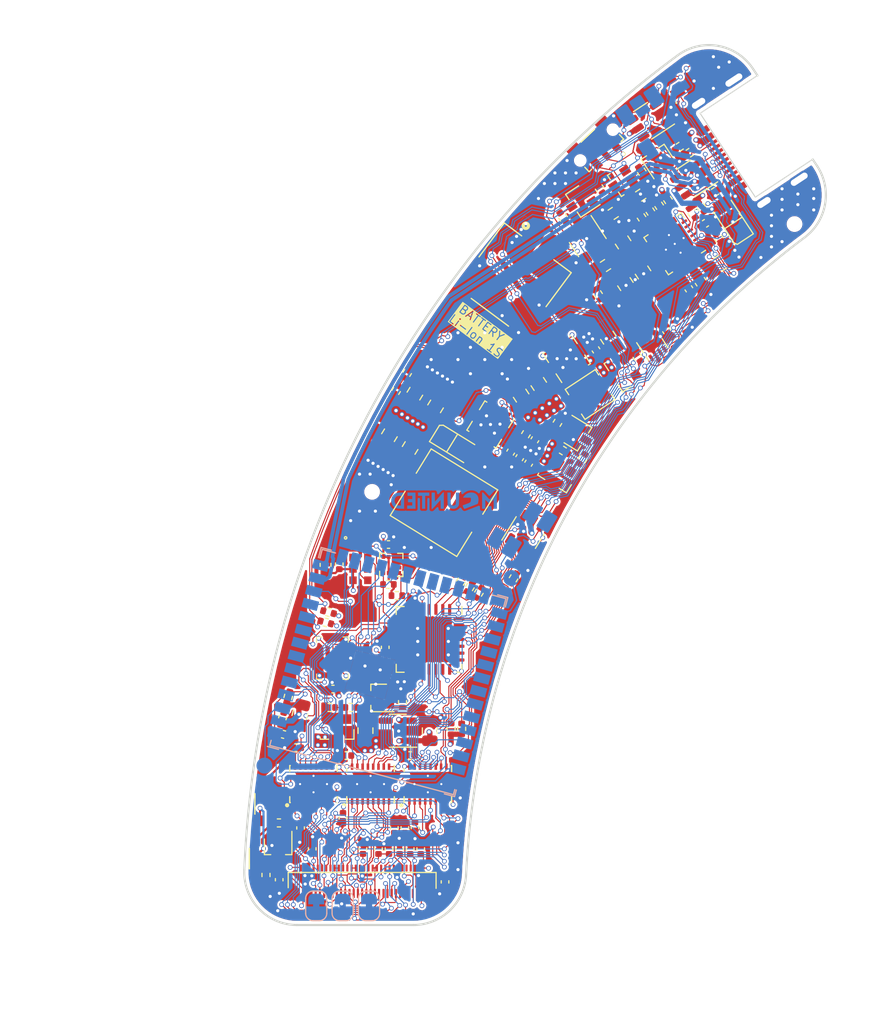
<source format=kicad_pcb>
(kicad_pcb (version 20221018) (generator pcbnew)
  (layers (0 "F.Cu" signal) (1 "In1.Cu" power) (2 "In2.Cu" power) (31 "B.Cu" signal) (34 "B.Paste" user) (35 "F.Paste" user) (36 "B.SilkS" user "B.Silkscreen") (37 "F.SilkS" user "F.Silkscreen") (38 "B.Mask" user) (39 "F.Mask" user) (44 "Edge.Cuts" user))
  (property "Author" "Julien CARAYON")
  (property "Company" "Mounted")
  (property "Date" "11/2023")
  (property "PCB name" "AugMounted_DevBoard")
  (property "Version" "v1.0.0")
  (net 0 "")
  (net 1 "GND")
  (net 2 "+3.3V")
  (net 3 "/Battery Management/VSYS")
  (net 4 "/Battery Management/VSYS_UNCUT")
  (net 5 "/Battery Management/VBAT")
  (net 6 "/1.8V_LCD")
  (net 7 "VBUS")
  (net 8 "/MCU/VBUS_USB")
  (net 9 "/MCU/USB_D+")
  (net 10 "/MCU/CC1")
  (net 11 "/MCU/USB_D-")
  (net 12 "/MCU/CC2")
  (net 13 "/ENCODER_S2")
  (net 14 "/ENCODER_A")
  (net 15 "/ENCODER_B")
  (net 16 "/ENCODER_S1")
  (net 17 "/Battery Management/ENCODER_BUTTON")
  (net 18 "/MISO")
  (net 19 "/OLED/MCLK_1.8V")
  (net 20 "/OLED/XHD_1.8V")
  (net 21 "/OLED/XVD_1.8V")
  (net 22 "/OLED/XCLR_1.8V")
  (net 23 "/OLED/R7_1.8V")
  (net 24 "/OLED/R6_1.8V")
  (net 25 "/OLED/R5_1.8V")
  (net 26 "/OLED/R4_1.8V")
  (net 27 "/OLED/R3_1.8V")
  (net 28 "/OLED/RGB_LSB_1.8V")
  (net 29 "/OLED/G7_1.8V")
  (net 30 "/OLED/G6_1.8V")
  (net 31 "/OLED/G5_1.8V")
  (net 32 "/OLED/G4_1.8V")
  (net 33 "/OLED/G3_1.8V")
  (net 34 "/Battery Management/PGOOD")
  (net 35 "/OLED/B7_1.8V")
  (net 36 "/OLED/B6_1.8V")
  (net 37 "/OLED/B5_1.8V")
  (net 38 "/OLED/B4_1.8V")
  (net 39 "/OLED/B3_1.8V")
  (net 40 "/OLED/CS_1.8V")
  (net 41 "/OLED/SCK_1.8V")
  (net 42 "/OLED/MOSI_1.8V")
  (net 43 "/OLED/MISO_1.8V")
  (net 44 "/Battery Management/CHARGE_STATUS")
  (net 45 "/MOSI")
  (net 46 "/SCK")
  (net 47 "/CS")
  (net 48 "/XCLR")
  (net 49 "/XHD")
  (net 50 "/HVD")
  (net 51 "/MCLK")
  (net 52 "/B5")
  (net 53 "/B4")
  (net 54 "/B3")
  (net 55 "/B2")
  (net 56 "/B1")
  (net 57 "/SDA")
  (net 58 "/G5")
  (net 59 "/G4")
  (net 60 "/G3")
  (net 61 "/G2")
  (net 62 "/G1")
  (net 63 "/R5")
  (net 64 "/R4")
  (net 65 "/R3")
  (net 66 "/R2")
  (net 67 "/R1")
  (net 68 "/SCL")
  (net 69 "/I2S_PDM_CLK")
  (net 70 "/I2S_PDM_DATA")
  (net 71 "/MCU/RGB_LSB")
  (net 72 "Net-(U201-EN)")
  (net 73 "+1V8")
  (net 74 "+10V")
  (net 75 "/Battery Management/ESP_POWER_EN")
  (net 76 "/Battery Management/1.8V_ENABLE")
  (net 77 "/Battery Management/10V_ENABLE")
  (net 78 "Net-(U303-BTST)")
  (net 79 "Net-(U303-REGN)")
  (net 80 "Net-(U305-SS)")
  (net 81 "Net-(C318-Pad1)")
  (net 82 "Net-(C411-Pad1)")
  (net 83 "Net-(J401-VOFS)")
  (net 84 "Net-(J401-VG0)")
  (net 85 "Net-(J401-VG255)")
  (net 86 "Net-(J401-VCAL)")
  (net 91 "Net-(D302-K)")
  (net 92 "Net-(D303-A)")
  (net 95 "Net-(J401-TEST(SCAN_MODE))")
  (net 96 "Net-(J401-TEST(PSCNT))")
  (net 97 "Net-(J401-TEST(VFUSE))")
  (net 98 "Net-(U304-L1)")
  (net 99 "Net-(U304-L2)")
  (net 100 "Net-(Q301-D)")
  (net 101 "Net-(Q302-G)")
  (net 102 "Net-(U303-ILIM)")
  (net 103 "Net-(U303-INT)")
  (net 104 "Net-(U303-TS)")
  (net 105 "Net-(R308-Pad2)")
  (net 106 "Net-(U305-COMP)")
  (net 107 "Net-(U305-FB)")
  (net 108 "/Battery Management/VBAT_NOT_FUSED")
  (net 109 "/Battery Management/NET_BEFORE_INDUCTOR")
  (net 110 "/BUTTON2")
  (net 114 "/BUTTON1")
  (net 115 "/Battery Management/PMID")
  (net 126 "Net-(U501-CATHODE_LED)")
  (net 131 "/LEDS_ENABLE")
  (net 132 "/MCU/RGB_LED_R")
  (net 133 "/MCU/RGB_LED_G")
  (net 134 "/MCU/RGB_LED_B")
  (net 135 "Net-(U201-GPIO0{slash}BOOT)")
  (net 137 "Net-(LED201-RA)")
  (net 138 "Net-(LED201-GA)")
  (net 139 "Net-(LED201-BA)")
  (net 140 "Net-(Q501-D)")
  (net 141 "/User Input/PLUG_DETECTION")
  (net 142 "Net-(J501-Pad1)")
  (net 143 "Net-(Q306-D)")
  (net 144 "Net-(Q307-G)")
  (net 145 "/Battery Management/VSYS_CONTROLED_10V")
  (net 146 "Net-(Q303-D)")
  (net 147 "Net-(Q304-G)")
  (net 149 "Net-(U303-OTG)")
  (net 150 "Net-(U303-PSEL)")
  (net 151 "Net-(LED502-K)")
  (footprint ".mounted-lib:R_0603_1608Metric" (layer "F.Cu") (at 183.265419 46.965131 33.4)
    (fp_text reference "R309" hide)
    (fp_text value "R_0603_31.2k_0.5%_0.1W" hide)
  )
  (footprint ".mounted-lib:R_0402_1005Metric" (layer "F.Cu") (at 155.812992 95.443456)
    (fp_text reference "R307" hide)
    (fp_text value "R_0402_0R_1%_0.06W")
  )
  (footprint ".mounted-lib:TFM252012ALMA1R0MTAA" (layer "F.Cu") (at 184.739405 57.189275 -146.6)
    (fp_text reference "L302" hide)
    (fp_text value "L_TFM252012ALMA1R0MTAA")
  )
  (footprint ".mounted-lib:C_0805_1608Metric" (layer "F.Cu") (at 159.472709 69.677267 -121.6)
    (fp_text reference "C320" hide)
    (fp_text value "C_1206_10uF_25V_X7R_10%" hide)
  )
  (footprint ".mounted-lib:R_0402_1005Metric" (layer "F.Cu") (at 179.229345 56.351758 -56.6)
    (fp_text reference "R315" hide)
    (fp_text value "R_0402_100k_1%_0.06W")
  )
  (footprint ".mounted-lib:VCNL4040_4X2X1.1_VISHAY" (layer "F.Cu") (at 156.726136 81.794127)
    (fp_text reference "U501" hide)
    (fp_text value "U_VCNL4040M3OE")
  )
  (footprint ".mounted-lib:SOT-23-6_TECH_PUBLIC" (layer "F.Cu") (at 178.251318 51.259525 -56.6)
    (fp_text reference "D301" hide)
    (fp_text value "D_SRV05-4" hide)
  )
  (footprint ".mounted-lib:SOT-323_SC-70_DIODES_INC" (layer "F.Cu") (at 184.835979 43.533897 123.4)
    (fp_text reference "Q305" hide)
    (fp_text value "Q_BSS123WQ-7-F" hide)
  )
  (footprint ".mounted-lib:R_0402_1005Metric" (layer "F.Cu") (at 149.012984 106.368457 180)
    (fp_text reference "R506" hide)
    (fp_text value "R_0402_100k_1%_0.06W")
  )
  (footprint ".mounted-lib:R_0402_1005Metric" (layer "F.Cu") (at 159.37853 83.803822 180)
    (fp_text reference "R206" hide)
    (fp_text value "R_0603_4.7k_1%_0.1W")
  )
  (footprint ".mounted-lib:R_0402_1005Metric" (layer "F.Cu") (at 160.17853 84.861956)
    (fp_text reference "R205" hide)
    (fp_text value "R_0603_4.7k_1%_0.1W")
  )
  (footprint ".mounted-lib:LED_LTW-010DCG" (layer "F.Cu") (at 147.187987 104.56846 -89.999)
    (fp_text reference "LED502" hide)
    (fp_text value "LED_LTW-010DCG")
  )
  (footprint ".mounted-lib:C_0805_1608Metric" (layer "F.Cu") (at 163.30049 97.643455 90)
    (fp_text reference "C301" hide)
    (fp_text value "C_0805_2.2uF_25V_X7R_20%" hide)
  )
  (footprint ".mounted-lib:C_0805_1608Metric" (layer "F.Cu") (at 161.883042 65.759329 58.4)
    (fp_text reference "C321" hide)
    (fp_text value "C_1206_10uF_25V_X7R_10%" hide)
  )
  (footprint ".mounted-lib:SOT-23-6_TECH_PUBLIC" (layer "F.Cu") (at 184.101141 39.926628 -146.6)
    (fp_text reference "D501" hide)
    (fp_text value "D_SRV05-4" hide)
  )
  (footprint ".mounted-lib:C_0402_1005Metric" (layer "F.Cu") (at 150.626143 99.251631 180)
    (fp_text reference "C402" hide)
    (fp_text value "C_0603_100nF_100V_X7R_10%")
  )
  (footprint ".mounted-lib:C_0805_1608Metric" (layer "F.Cu") (at 157.209634 97.643455 90)
    (fp_text reference "C304" hide)
    (fp_text value "C_0805_2.2uF_25V_X7R_20%" hide)
  )
  (footprint ".mounted-lib:C_0805_1608Metric" (layer "F.Cu") (at 180.209025 60.453643 123.4)
    (fp_text reference "C306" hide)
    (fp_text value "C_0805_10uF_10V_X7R_10%" hide)
  )
  (footprint ".mounted-lib:C_0402_1005Metric" (layer "F.Cu") (at 159.437986 108.823455 90)
    (fp_text reference "C407" hide)
    (fp_text value "C_0603_100nF_100V_X7R_10%")
  )
  (footprint ".mounted-lib:R_0402_1005Metric" (layer "F.Cu") (at 186.962234 42.371449 -146.6)
    (fp_text reference "R314" hide)
    (fp_text value "R_0402_100k_1%_0.06W")
  )
  (footprint ".mounted-lib:C_0402_1005Metric" (layer "F.Cu") (at 161.412985 99.993457 180)
    (fp_text reference "C401" hide)
    (fp_text value "C_0603_100nF_100V_X7R_10%")
  )
  (footprint ".mounted-lib:R_0402_1005Metric" (layer "F.Cu") (at 153.701139 86.426629 165)
    (fp_text reference "R503" hide)
    (fp_text value "R_0603_10k_1%_0.1W")
  )
  (footprint ".mounted-lib:R_0402_1005Metric" (layer "F.Cu") (at 147.787989 111.293458 90)
    (fp_text reference "R507" hide)
    (fp_text value "R_0402_0R_1%_0.06W")
  )
  (footprint ".mounted-lib:C_0402_1005Metric" (layer "F.Cu") (at 161.437985 108.823455 90)
    (fp_text reference "C412" hide)
    (fp_text value "C_0402_1uF_10V_X7R_10%")
  )
  (footprint ".mounted-lib:J_FH43BW-61S-0.2SHW" (layer "F.Cu") (at 156.89058 111.956793)
    (fp_text reference "J401" hide)
    (fp_text value "J_FH43BW-61S-0.2SHW" hide)
  )
  (footprint ".mounted-lib:R_0402_1005Metric" (layer "F.Cu") (at 161.15343 63.786564 58.4)
    (fp_text reference "R321" hide)
    (fp_text value "R_0402_26.7k_1%_0.06W")
  )
  (footprint ".mounted-lib:QFN-28-1EP_6x6mm_P0.65mm_EP4.25x4.25mm_MICROCHIP" (layer "F.Cu") (at 163.226144 89.001629 -90)
    (fp_text reference "U202" hide)
    (fp_text value "U_MCP23017T-E/ML")
  )
  (footprint ".mounted-lib:R_0402_1005Metric" (layer "F.Cu") (at 153.812989 95.443462)
    (fp_text reference "R306" hide)
    (fp_text value "R_0402_100k_1%_0.06W")
  )
  (footprint ".mounted-lib:C_0402_1005Metric" (layer "F.Cu") (at 164.737989 111.948455 -90)
    (fp_text reference "C414" hide)
    (fp_text value "C_0603_100nF_100V_X7R_10%")
  )
  (footprint ".mounted-lib:R_0402_1005Metric" (layer "F.Cu") (at 172.39575 69.587505 58.4)
    (fp_text reference "R319" hide)
    (fp_text value "R_0402_42.2k_1%_0.06W")
  )
  (footprint ".mounted-lib:R_0402_1005Metric" (layer "F.Cu") (at 167.943661 84.582395 58.4)
    (fp_text reference "R202" hide)
    (fp_text value "R_0402_33R_1%_0.06W")
  )
  (footprint ".mounted-lib:C_0402_1005Metric" (layer "F.Cu") (at 179.029956 61.606812 123.4)
    (fp_text reference "C307" hide)
    (fp_text value "C_0603_100nF_100V_X7R_10%")
  )
  (footprint ".mounted-lib:C_0402_1005Metric" (layer "F.Cu") (at 159.076134 89.751628 90)
    (fp_text reference "C204" hide)
    (fp_text value "C_0603_100nF_100V_X7R_10%")
  )
  (footprint ".mounted-lib:R_0402_1005Metric" (layer "F.Cu") (at 188.152165 48.653989 -56.6)
    (fp_text reference "R304" hide)
    (fp_text value "R_0402_10k_1%_0.06W")
  )
  (footprint ".mounted-lib:R_0402_1005Metric" (layer "F.Cu") (at 184.176977 48.520145 123.4)
    (fp_text reference "R301" hide)
    (fp_text value "R_0402_316R_1%_0.06W")
  )
  (footprint ".mounted-lib:R_0402_1005Metric" (layer "F.Cu") (at 183.359855 44.746784 -56.6)
    (fp_text reference "R313" hide)
    (fp_text value "R_0402_100k_1%_0.06W")
  )
  (footprint ".mounted-lib:VQFN-24_TEXAS_INSTRUMENTS" (layer "F.Cu") (at 186.487102 51.578575 -146.6)
    (fp_text reference "U303" hide)
    (fp_text value "U_BQ24296MRGER")
  )
  (footprint ".mounted-lib:R_0402_1005Metric" (layer "F.Cu") (at 167.091936 84.058405 -121.6)
    (fp_text reference "R203" hide)
    (fp_text value "R_0402_56R_1%_0.06W")
  )
  (footprint ".mounted-lib:R_0402_1005Metric" (layer "F.Cu") (at 182.945413 62.238763 -56.6)
    (fp_text reference "R317" hide)
    (fp_text value "R_0402_100k_1%_0.06W")
  )
  (footprint ".mounted-lib:R_0402_1005Metric" (layer "F.Cu") (at 190.669108 51.084488 -56.6)
    (fp_text reference "R324" hide)
    (fp_text value "R_0402_0R_1%_0.06W")
  )
  (footprint ".mounted-lib:LED_LTW-010DCG" (layer "F.Cu") (at 146.662983 109.743458 -90)
    (fp_text reference "LED503" hide)
    (fp_text value "LED_LTW-010DCG")
  )
  (footprint ".mounted-lib:SOT-323_SC-70_DIODES_INC" (layer "F.Cu") (at 148.937989 108.568459 -90)
    (fp_text reference "Q501" hide)
    (fp_text value "Q_BSS123WQ-7-F" hide)
  )
  (footprint ".mounted-lib:R_0402_1005Metric" (layer "F.Cu") (at 171.226144 83.226627 58.4)
    (fp_text reference "R501" hide)
    (fp_text value "R_0402_0R_1%_0.06W")
  )
  (footprint ".mounted-lib:C_0402_1005Metric" (layer "F.Cu") (at 161.894909 106.809399 -90)
    (fp_text reference "C404" hide)
    (fp_text value "C_0603_100nF_100V_X7R_10%")
  )
  (footprint ".mounted-lib:J_JST_S2B-PH-SM4-TB" (layer "F.Cu") (at 171.459432 54.719798 -36.6)
    (fp_text reference "J301" hide)
    (fp_text value "J_JST_S2B-PH-SM4-TB")
  )
  (footprint ".mounted-lib:NTCG16_XXX_TDK" (layer "F.Cu") (at 180.662025 48.693729 -146.6)
    (fp_text reference "RT301" hide)
    (fp_text value "RT_TX06F103F3435ER" hide)
  )
  (footprint ".mounted-lib:SOT-323_SC-70_DIODES_INC" (layer "F.Cu") (at 177.535165 47.539362 -146.6)
    (fp_text reference "Q306" hide)
    (fp_text value "Q_BSS123WQ-7-F" hide)
  )
  (footprint ".mounted-lib:R_0402_1005Metric" (layer "F.Cu") (at 166.240206 83.534422 -121.6)
    (fp_text reference "R204" hide)
    (fp_text value "R_0402_56R_1%_0.06W")
  )
  (footprint ".mounted-lib:VQFN-20_TEXAS_INSTRUMENTS" (layer "F.Cu") (at 157.687987 102.693462 90)
    (fp_text reference "U402" hide)
    (fp_text value "U_TXS0108E")
  )
  (footprint ".mounted-lib:R_0402_1005Metric" (layer "F.Cu") (at 188.997785 48.089746 -56.6)
    (fp_text reference "R303" hide)
    (fp_text value "R_0402_10k_1%_0.06W")
  )
  (footprint ".mounted-lib:R_0402_1005Metric" (layer "F.Cu") (at 149.889771 94.445637 75)
    (fp_text reference "R201" hide)
    (fp_text value "R_0603_10k_1%_0.1W")
  )
  (footprint ".mounted-lib:C_0402_1005Metric" (layer "F.Cu") (at 156.962987 108.818457 90)
    (fp_text reference "C409" hide)
    (fp_text value "C_0603_100nF_100V_X7R_10%")
  )
  (footprint ".mounted-lib:C_0805_1608Metric" (layer "F.Cu") (at 163.84201 66.964494 58.4)
    (fp_text reference "C322" hide)
    (fp_text value "C_1206_10uF_25V_X7R_10%" hide)
  )
  (footprint ".mounted-lib:SOT-23-6_TECH_PUBLIC" (layer "F.Cu") (at 188.189465 45.395268 -146.6)
    (fp_text reference "D201" hide)
    (fp_text value "D_SRV05-4" hide)
  )
  (footprint ".mounted-lib:MountingHole_1.2mm_M1" (layer "F.Cu") (at 157.833956 75.041091 -56.6)
    (fp_text reference "H101" hide)
    (fp_text value "H_MOUNTING_HOLE_M1")
  )
  (footprint ".mounted-lib:C_0603_1608Metric" (layer "F.Cu") (at 188.936054 55.156356 -56.6)
    (fp_text reference "C310" hide)
    (fp_text value "C_0603_4.7uF_16V_X7R_10%" hide)
  )
  (footprint ".mounted-lib:C_0402_1005Metric" (layer "F.Cu") (at 187.823223 55.830241 -56.6)
    (fp_text reference "C308" hide)
    (fp_text value "C_0402_47nF_50V_X7R_10%")
  )
  (footprint ".mounted-lib:SOT-23-3_HUASHUO" (layer "F.Cu") (at 181.342701 63.804632 -146.6)
    (fp_text reference "Q307" hide)
    (fp_text value "Q_HSS2P10" hide)
  )
  (footprint ".mounted-lib:C_0805_1608Metric" (layer "F.Cu") (at 150.99496 96.121699 -105)
    (fp_text reference "C202" hide)
    (fp_text value "C_0805_22uF_10V_XR7_20%" hide)
  )
  (footprint "Package_LGA:LGA-12_2x2mm_P0.5mm" (layer "F.Cu") (at 159.651139 81.95663 90)
    (fp_text reference "U503" hide)
    (fp_text value "LIS2DW12")
  )
  (footprint ".mounted-lib:C_0402_1005Metric" (layer "F.Cu") (at 152.162985 108.818455 90)
    (fp_text reference "C408" hide)
    (fp_text value "C_0603_100nF_100V_X7R_10%")
  )
  (footprint ".mounted-lib:SOT-323_SC-70_DIODES_INC" (layer "F.Cu") (at 158.512986 94.543462 180)
    (fp_text reference "Q301" hide)
    (fp_text value "Q_BSS123WQ-7-F" hide)
  )
  (footprint ".mounted-lib:C_0402_1005Metric" (layer "F.Cu") (at 170.953397 71.283149 58.4)
    (fp_text reference "C317" hide)
    (fp_text value "C_0603_100nF_100V_X7R_10%")
  )
  (footprint ".mounted-lib:C_0805_1608Metric" (layer "F.Cu") (at 183.478009 54.281408 -56.6)
    (fp_text reference "C312" hide)
    (fp_text value "C_0805_10uF_10V_X7R_10%" hide)
  )
  (footprint ".mounted-lib:C_0402_1005Metric" (layer "F.Cu") (at 149.037989 111.743465 -90)
    (fp_text reference "C413" hide)
    (fp_text value "C_0603_100nF_100V_X7R_10%")
  )
  (footprint ".mounted-lib:TDFN-8_MAXIM_INTEGRATED" (layer "F.Cu") (at 184.358779 61.153503 -56.6)
    (fp_text reference "U302" hide)
    (fp_text value "U_MAX17048G+T10")
  )
  (footprint ".mounted-lib:C_0402_1005Metric" (layer "F.Cu") (at 189.395311 49.631024 33.4)
    (fp_text reference "C302" hide)
    (fp_text value "C_0402_1uF_10V_X7R_10%")
  )
  (footprint ".mounted-lib:C_0603_1608Metric" (layer "F.Cu") (at 153.426134 81.951628 90)
    (fp_text reference "C501" hide)
    (fp_text value "C_0603_2.2uF_10V_X7R_10%" hide)
  )
  (footprint ".mounted-lib:C_0805_1608Metric" (layer "F.Cu") (at 190.783711 53.416999 33.4)
    (fp_text reference "C303" hide)
    (fp_text value "C_0805_10uF_10V_X7R_10%" hide)
  )
  (footprint ".mounted-lib:R_0402_1005Metric" (layer "F.Cu") (at 153.442324 87.392552 165)
    (fp_text reference "R502" hide)
    (fp_text value "R_0603_10k_1%_0.1W")
  )
  (footprint ".mounted-lib:SOT-23-6_TECH_PUBLIC" (layer "F.Cu") (at 172.384642 78.890442 58.4)
    (fp_text reference "D502" hide)
    (fp_text value "D_SRV05-4" hide)
  )
  (footprint ".mounted-lib:R_0603_1608Metric" (layer "F.Cu") (at 179.931191 53.625539 -146.6)
    (fp_text reference "F301" hide)
    (fp_text value "F_MFU0603FF05000P100" hide)
  )
  (footprint ".mounted-lib:C_0805_1608Metric" (layer "F.Cu") (at 173.621164 64.83772 123.4)
    (fp_text reference "C311" hide)
    (fp_text value "C_0805_10uF_10V_X7R_10%" hide)
  )
  (footprint ".mounted-lib:R_0402_1005Metric" (layer "F.Cu") (at 185.846674 47.419188 -56.6)
    (fp_text reference "R302" hide)
    (fp_text value "R_0402_10k_1%_0.06W")
  )
  (footprint ".mounted-lib:R_0402_1005Metric" (layer "F.Cu") (at 187.900915 42.950325 -146.6)
    (fp_text reference "R208" hide)
    (fp_text value "R_0603_5.23k_1%_0.1W")
  )
  (footprint ".mounted-lib:C_0402_1005Metric" (layer "F.Cu") (at 149.3598 96.40899 -105)
    (fp_text reference "C203" hide)
    (fp_text value "C_0603_100nF_100V_X7R_10%")
  )
  (footprint ".mounted-lib:R_0402_1005Metric" (layer "F.Cu") (at 179.371828 46.328304 123.4)
    (fp_text reference "R316" hide)
    (fp_text value "R_0603_1M_1%_0.1W")
  )
  (footprint ".mounted-lib:R_0402_1005Metric" (layer "F.Cu") (at 175.910432 49.071842 123.4)
    (fp_text reference "R318" hide)
    (fp_text value "R_0402_0R_1%_0.06W")
  )
  (footprint ".mounted-lib:R_0402_1005Metric" (layer "F.Cu") (at 177.751955 71.947542 58.4)
    (fp_text reference "R312" hide)
    (fp_text value "R_0402_0R_1%_0.06W")
  )
  (footprint ".mounted-lib:R_0402_1005Metric" (layer "F.Cu") (at 165.312985 97.468455 90)
    (fp_text reference "R504" hide)
    (fp_text value "R_0402_100k_1%_0.06W")
  )
  (footprint ".mounted-lib:PVSON-N10_TEXAS_INSTRUMENTS" (layer "F.Cu") (at 169.0401 68.667825 -121.6)
    (fp_text reference "U305" hide)
    (fp_text value "U_TPS61087DRCR")
  )
  (footprint ".mounted-lib:C_0402_1005Metric" (layer "F.Cu") (at 173.247477 70.111492 -121.6)
    (fp_text reference "C318" hide)
    (fp_text value "C_0402_1.2nF_50V_X7R_10%")
  )
  (footprint ".mounted-lib:SOT-23-3_HUASHUO" (layer "F.Cu") (at 175.282048 73.606092 -121.6)
    (fp_text reference "Q304" hide)
    (fp_text value "Q_HSS2P10" hide)
  )
  (footprint ".mounted-lib:SOT-23-5_LOW_POWER" (layer "F.Cu") (at 160.262989 97.643456 180)
    (fp_text reference "U301" hide)
    (fp_text value "U_LP3987H-18B5F")
  )
  (footprint ".mounted-lib:C_0402_1005Metric" (layer "F.Cu") (at 155.37853 99.993457 180)
    (fp_text reference "C403" hide)
    (fp_text value "C_0603_100nF_100V_X7R_10%")
  )
  (footprint ".mounted-lib:VQFN-20_TEXAS_INSTRUMENTS" (layer "F.Cu") (at 163.112989 102.694321 90)
    (fp_text reference "U401" hide)
    (fp_text value "U_TXS0108E")
  )
  (footprint ".mounted-lib:VQFN-20_TEXAS_INSTRUMENTS" (layer "F.Cu") (at 152.287986 102.693457 90)
    (fp_text reference "U403" hide)
    (fp_text value "U_TXS0108E")
  )
  (footprint ".mounted-lib:C_0402_1005Metric" (layer "F.Cu") (at 160.937982 106.82346 90)
    (fp_text reference "C415" hide)
    (fp_text value "C_0402_1uF_10V_X7R_10%")
  )
  (footprint ".mounted-lib:R_0402_1005Metric" (layer "F.Cu") (at 183.342136 49.070629 123.4)
    (fp_text reference "R308" hide)
    (fp_text value "R_0402_5.23k_1%_0.06W")
  )
  (footprint ".mounted-lib:C_0805_1608Metric" (layer "F.Cu") (at 171.951467 65.938678 123.4)
    (fp_text reference "C313" hide)
    (fp_text value "C_0805_10uF_10V_X7R_10%" hide)
  )
  (footprint ".mounted-lib:R_0402_1005Metric" (layer "F.Cu") (at 190.299599 46.644531 -146.6)
    (fp_text reference "R207" hide)
    (fp_text value "R_0603_5.23k_1%_0.1W")
  )
  (footprint ".mounted-lib:C_0402_1005Metric" (layer "F.Cu") (at 159.388457 80.025623)
    (fp_text reference "C503" hide)
    (fp_text value "C_0603_100nF_100V_X7R_10%")
  )
  (footprint ".mounted-lib:LED_MHPC3528CRGBCT" (layer "F.Cu") (at 187.697464 35.74781 33.4)
    (fp_text reference "LED201" hide)
    (fp_text value "LED_MHPC3528CRGBCT" hide)
  )
  (footprint ".mounted-lib:D_SMF_VISHAY" (layer "F.Cu") (at 165.834794 70.690051 -31.6)
    (fp_text reference "D303" hide)
    (fp_text value "D_V2FM10HM3/H" hide)
  )
  (footprint ".mounted-lib:C_0402_1005Metric" (layer "F.Cu") (at 151.062985 106.843456 -90)
    (fp_text reference "C406" hide)
    (fp_text value "C_0603_100nF_100V_X7R_10%")
  )
  (footprint ".mounted-lib:R_0402_1005Metric" (layer "F.Cu") (at 166.312987 97.466694 90)
    (fp_text reference "R505" hide)
    (fp_text value "R_0402_100k_1%_0.06W")
  )
  (footprint ".mounted-lib:C_0402_1005Metric" (layer "F.Cu") (at 172.65685 72.331119 58.4)
    (fp_text reference "C316" hide)
    (fp_text value "C_0402_1uF_10V_X7R_10%")
  )
  (footprint ".mounted-lib:PVSON-N10_TEXAS_INSTRUMENTS" (layer "F.Cu") (at 176.252892 62.443609 123.4)
    (fp_text reference "U304" hide)
    (fp_text value "U_TPS63001DRCR")
  )
  (footprint ".mounted-lib:C_0402_1005Metric" (layer "F.Cu") (at 185.706128 59.785959 -56.6)
    (fp_text reference "C305" hide)
    (fp_text value "C_0603_100nF_100V_X7R_10%")
  )
  (footprint ".mounted-lib:C_0402_1005Metric" (layer "F.Cu") (at 154.126142 93.701628 180)
    (fp_text reference "C502" hide)
    (fp_text value "C_0603_100nF_100V_X7R_10%")
  )
  (footprint ".mounted-lib:J_TYPE-C-31-M-13" (layer "F.Cu") (at 196.929588 39.612459 123.4)
    (fp_text reference "J201" hide)
    (fp_text value "J_TYPE-C-31-M-13" hide)
    (fp_line (start -4.75 -6.5) (end 4.75 -6.5) (stroke (width 0.1)) (layer "Edge.Cuts"))
    (fp_line (start -4.75 0) (end -4.75 -6.5) (stroke (width 0.1)) (layer "Edge.Cuts"))
    (fp_line (start 4.75 -6.5) (end 4.75 0) (stroke (width 0.1)) (layer "Edge.Cuts"))
  )
  (footprint ".mounted-lib:C_0402_1005Metric" (layer "F.Cu") (at 160.437978 108.82346 90)
    (fp_text reference "C416" hide)
    (fp_text value "C_0402_1uF_10V_X7R_10%")
  )
  (footprint ".mounted-lib:C_0402_1005Metric" (layer "F.Cu") (at 158.43799 108.823453 90)
    (fp_text reference "C410" hide)
    (fp_text value "C_0603_100nF_100V_X7R_10%")
  )
  (footprint ".mounted-lib:C_0402_1005Metric" (layer "F.Cu") (at 162.437984 108.823462 90)
    (fp_text reference "C411" hide)
    (fp_text value "C_0402_1uF_10V_X7R_10%")
  )
  (footprint ".mounted-lib:MountingHole_1.2mm_M1" (layer "F.Cu") (at 197.826506 49.701445 -56.6)
    (fp_text reference "H103" hide)
    (fp_text value "H_MOUNTING_HOLE_M1")
  )
  (footprint ".mounted-lib:C_0805_1608Metric" (layer "F.Cu") (at 161.431681 70.882437 -121.6)
    (fp_text reference "C319" hide)
    (fp_text value "C_1206_10uF_25V_X7R_10%" hide)
  )
  (footprint ".mounted-lib:C_0805_1608Metric" (layer "F.Cu") (at 181.606368 51.442921 123.4)
    (fp_text reference "C309" hide)
    (fp_text value "C_0805_10uF_10V_X7R_10%" hide)
  )
  (footprint ".mounted-lib:R_0402_1005Metric" (layer "F.Cu") (at 160.712986 94.943456 90)
    (fp_text reference "R305" hide)
    (fp_text value "R_0603_1M_1%_0.1W")
  )
  (footprint ".mounted-lib:R_0402_1005Metric" (layer "F.Cu") (at 160.105458 65.49002 58.4)
    (fp_text reference "R320" hide)
    (fp_text value "R_0402_200k_1%_0.06W")
  )
  (footprint ".mounted-lib:R_0402_1005Metric" (layer "F.Cu") (at 175.897813 71.133823 -31.6)
    (fp_text reference "R311" hide)
    (fp_text value "R_0402_100k_1%_0.06W")
  )
  (footprint ".mounted-lib:C_0402_1005Metric" (layer "F.Cu") (at 154.726145 81.876627 90)
    (fp_text reference "C504" hide)
    (fp_text value "C_0603_100nF_100V_X7R_10%")
  )
  (footprint ".mounted-lib:C_0402_1005Metric" (layer "F.Cu") (at 155.076139 105.901633 -90)
    (fp_text reference "C405" hide)
    (fp_text value "C_0603_100nF_100V_X7R_10%")
  )
  (footprint ".mounted-lib:L_FNR3015S2R2MT" (layer "F.Cu") (at 178.473997 65.830251 -56.6)
    (fp_text reference "L301" hide)
    (fp_text value "L_FNR3015S2R2MT" hide)
  )
  (footprint ".mounted-lib:C_0402_1005Metric" (layer "F.Cu") (at 159.937985 106.823454 90)
    (fp_text reference "C417" hide)
    (fp_text value "C_0402_1uF_10V_X7R_10%")
  )
  (footprint ".mounted-lib:C_0402_1005Metric" (layer "F.Cu") (at 171.805126 71.807137 58.4)
    (fp_text reference "C315" hide)
    (fp_text value "C_0402_1uF_10V_X7R_10%")
  )
  (footprint ".mounted-lib:C_0805_1608Metric" (layer "F.Cu") (at 181.808303 55.382371 -56.6)
    (fp_text reference "C314" hide)
    (fp_text value "C_0805_10uF_10V_X7R_10%" hide)
  )
  (footprint ".mounted-lib:L_7447789003" (layer "F.Cu") (at 164.637989 76.068456 -121.6)
    (fp_text reference "L303" hide)
    (fp_text value "L_7447789003" hide)
  )
  (footprint ".mounted-lib:U_MP34DT05TR-A" (layer "F.Cu") (at 154.076141 90.776629 180)
    (fp_text reference "U502" hide)
    (fp_text value "MP34DT05TR-A" hide)
  )
  (footprint ".mounted-lib:SOT-23_TOSHIBA" (layer "F.Cu") (at 181.441537 45.652335 -146.6)
    (fp_text reference "D302" hide)
    (fp_text value "D_1SS301" hide)
  )
  (footprint ".mounted-lib:R_0402_1005Metric" (layer "F.Cu") (at 175.382852 68.512342 -121.6)
    (fp_text reference "R310" hide)
    (fp_text value "R_0603_1M_1%_0.1W")
  )
  (footprint ".mounted-lib:C_0402_1005Metric" (layer "F.Cu") (at 149.450876 97.994248 -15)
    (fp_text reference "C201" hide)
    (fp_text value "C_0402_1uF_10V_X7R_10%")
  )
  (footprint ".mounted-lib:R_0402_1005Metric" (layer "F.Cu") (at 185.011823 47.969672 123.4)
    (fp_text reference "R323" hide)
    (fp_text value "R_0402_0R_1%_0.06W")
  )
  (footprint ".mounted-lib:SOT-23-3_HUASHUO" (layer "F.Cu") (at 154.512984 97.64346 -90)
    (fp_text reference "Q302" hide)
    (fp_text value "Q_HSS2P10" hide)
  )
  (footprint ".mounted-lib:SW_SKRTLAE010" (layer "F.Cu") (at 179.083325 42.225486 -136.6)
    (fp_text reference "SW501" hide)
    (fp_text value "SW_SKRTLAE010")
  )
  (footprint ".mounted-lib:SOT-323_SC-70_DIODES_INC" (layer "F.Cu") (at 177.269745 69.64381 -31.6)
    (fp_text reference "Q303" hide)
    (fp_text value "Q_BSS123WQ-7-F" hide)
  )
  (footprint ".mounted-lib:D_SMF_VISHAY" (layer "F.Cu") (at 191.766218 49.175682 123.4)
    (fp_text reference "D202" hide)
    (fp_text value "D_V2FM10HM3/H" hide)
  )
  (footprint ".mounted-lib:TESTPOINT_1.5MM" (layer "B.Cu") (at 171.012983 83.19346 180)
    (fp_text reference "TP202" hide)
    (fp_text value "TESTPOINT_1.5MM" hide)
  )
  (footprint ".mounted-lib:mounted_logo" (layer "B.Cu") (at 164.643827 75.86587 180)
    (fp_text reference "LOGO101" hide)
    (fp_text value "mounted_logo" hide)
  )
  (footprint ".mounted-lib:ESP32-S3-WROOM-1U" (layer "B.Cu") (at 159.284447 92.236198 -15)
    (fp_text reference "U201" hide)
    (fp_text value "ESP32-S3-WROOM-1U-N16R8")
  )
  (footprint "Jumper:SolderJumper-2_P1.3mm_Bridged_RoundedPad1.0x1.5mm" (layer "B.Cu") (at 157.543827 114.215871 -90)
    (fp_text reference "JP401" hide)
    (fp_text value "SolderJumper_2_Bridged")
  )
  (footprint "Jumper:SolderJumper-2_P1.3mm_Bridged_RoundedPad1.0x1.5mm" (layer "B.Cu") (at 155.043827 114.217658 -90)
    (fp_text reference "JP402" hide)
    (fp_text value "SolderJumper_2_Bridged")
  )
  (footprint ".mounted-lib:J_788641001_PAD" (layer "B.Cu") (at 184.242994 40.162622 123.4)
    (fp_text reference "J504" hide)
    (fp_text value "J_0788641001_PAD" hide)
  )
  (footprint ".mounted-lib:TESTPOINT_1.5MM" (layer "B.Cu") (at 147.637987 100.943458 125)
    (fp_text reference "TP201" hide)
    (fp_text value "TESTPOINT_1.5MM" hide)
  )
  (footprint ".mounted-lib:J_788641001_PAD" (layer "B.Cu") (at 172.021662 78.643458 -121.6)
    (fp_text reference "J501" hide)
    (fp_text value "J_0788641001_PAD" hide)
  )
  (footprint "Jumper:SolderJumper-2_P1.3mm_Bridged_RoundedPad1.0x1.5mm" (layer "B.Cu") (at 152.543827 114.21587 -90)
    (fp_text reference "JP403" hide)
    (fp_text value "SolderJumper_2_Bridged")
  )
  (gr_line (start 194.314805 35.646927) (end 193.897266 35.013697) (stroke (width 0.2)) (layer "Edge.Cuts"))
  (gr_line (start 150.728255 116.028448) (end 161.739728 116.028448) (stroke (width 0.2)) (layer "Edge.Cuts"))
  (gr_arc (start 199.966471 44.208008) (mid 200.719308 47.821123) (end 198.788378 50.966448) (stroke (width 0.2)) (layer "Edge.Cuts"))
  (gr_arc (start 145.732869 110.813672) (mid 157.502499 67.625477) (end 186.756656 33.744237) (stroke (width 0.2)) (layer "Edge.Cuts"))
  (gr_line (start 199.966471 44.208008) (end 199.54437 43.577983) (stroke (width 0.2)) (layer "Edge.Cuts"))
  (gr_arc (start 150.728255 116.028448) (mid 147.117593 114.487224) (end 145.732869 110.813672) (stroke (width 0.2)) (layer "Edge.Cuts"))
  (gr_arc (start 166.733844 111.270959) (mid 165.18847 114.648725) (end 161.73973 116.028448) (stroke (width 0.2)) (layer "Edge.Cuts"))
  (gr_arc (start 166.733844 111.270959) (mid 176.017828 77.534348) (end 198.788378 50.966448) (stroke (width 0.2)) (layer "Edge.Cuts"))
  (gr_arc (start 186.756656 33.744237) (mid 190.599613 32.845394) (end 193.897266 35.013697) (stroke (width 0.2)) (layer "Edge.Cuts"))
  (gr_text "BATTERY \nLi-Ion 1S" (at 167.373743 60.672869 -36.6) (layer "F.SilkS" knockout) (effects (font (size 0.8 0.8) (thickness 0.1) bold) (justify bottom)))
  (segment (start 155.018708 99.993453) (end 155.121146 99.993453) (width 0.1) (layer "F.Cu") (net 1))
  (segment (start 150.159286 98.118483) (end 149.914523 98.118481) (width 0.5) (layer "F.Cu") (net 1))
  (segment (start 176.120019 69.699648) (end 176.796847 70.116034) (width 0.5) (layer "F.Cu") (net 1))
  (segment (start 160.712983 94.433455) (end 160.712979 93.838467) (width 0.5) (layer "F.Cu") (net 1))
  (segment (start 190.326479 49.017034) (end 190.346741 49.021191) (width 0.5) (layer "F.Cu") (net 1))
  (segment (start 190.346948 47.007218) (end 190.33823 47.012968) (width 0.5) (layer "F.Cu") (net 1))
  (segment (start 177.535692 50.174225) (end 178.128176 51.072767) (width 0.5) (layer "F.Cu") (net 1))
  (segment (start 185.613296 43.531978) (end 185.146895 43.436238) (width 0.5) (layer "F.Cu") (net 1))
  (segment (start 176.96164 43.006899) (end 177.017719 42.733696) (width 0.2) (layer "F.Cu") (net 1))
  (segment (start 151.851142 112.501634) (end 151.50114 112.151622) (width 0.2) (layer "F.Cu") (net 1))
  (segment (start 159.868456 80.025628) (end 159.868457 81.161441) (width 0.1) (layer "F.Cu") (net 1))
  (segment (start 149.03798 112.223457) (end 149.037984 113.01347) (width 0.1) (layer "F.Cu") (net 1))
  (segment (start 157.209634 96.343133) (end 157.776141 95.776628) (width 0.5) (layer "F.Cu") (net 1))
  (segment (start 164.196297 113.046792) (end 164.226137 113.076627) (width 0.1) (layer "F.Cu") (net 1))
  (segment (start 184.495737 46.153888) (end 184.516005 46.158038) (width 0.5) (layer "F.Cu") (net 1))
  (segment (start 189.847837 56.101837) (end 189.910161 56.363443) (width 0.5) (layer "F.Cu") (net 1))
  (segment (start 160.00864 89.271627) (end 160.388644 89.651628) (width 0.5) (layer "F.Cu") (net 1))
  (segment (start 184.662064 47.439231) (end 184.761594 46.954363) (width 0.5) (layer "F.Cu") (net 1))
  (segment (start 159.076139 89.27163) (end 158.39614 89.271634) (width 0.5) (layer "F.Cu") (net 1))
  (segment (start 154.05114 93.401626) (end 154.051136 93.076627) (width 0.1) (layer "F.Cu") (net 1))
  (segment (start 157.209637 96.693455) (end 157.209634 96.343133) (width 0.5) (layer "F.Cu") (net 1))
  (segment (start 162.890582 113.046794) (end 163.575586 113.046791) (width 0.1) (layer "F.Cu") (net 1))
  (segment (start 183.635613 45.196853) (end 183.640606 45.172552) (width 0.5) (layer "F.Cu") (net 1))
  (segment (start 162.290588 110.636791) (end 162.101137 110.636793) (width 0.1) (layer "F.Cu") (net 1))
  (segment (start 153.75114 93.701629) (end 154.05114 93.401626) (width 0.1) (layer "F.Cu") (net 1))
  (segment (start 163.862987 101.944318) (end 163.112989 102.694321) (width 0.2) (layer "F.Cu") (net 1))
  (segment (start 156.904562 111.385819) (end 156.690582 111.171839) (width 0.1) (layer "F.Cu") (net 1))
  (segment (start 154.076144 89.051631) (end 155.300636 89.051629) (width 0.1) (layer "F.Cu") (net 1))
  (segment (start 176.29033 43.68911) (end 176.347204 43.412045) (width 0.2) (layer "F.Cu") (net 1))
  (segment (start 152.162986 107.714784) (end 152.201137 107.676634) (width 0.1) (layer "F.Cu") (net 1))
  (segment (start 176.347204 43.412045) (end 176.96164 43.006899) (width 0.2) (layer "F.Cu") (net 1))
  (segment (start 161.901142 108.343455) (end 161.437985 108.343455) (width 0.1) (layer "F.Cu") (net 1))
  (segment (start 158.437982 101.943462) (end 157.687987 102.693462) (width 0.2) (layer "F.Cu") (net 1))
  (segment (start 150.551145 97.726631) (end 150.159286 98.118483) (width 0.5) (layer "F.Cu") (net 1))
  (segment (start 159.901142 81.194127) (end 160.40114 81.194128) (width 0.1) (layer "F.Cu") (net 1))
  (segment (start 161.816517 62.708724) (end 162.133133 62.633297) (width 0.5) (layer "F.Cu") (net 1))
  (segment (start 184.693668 62.115531) (end 184.28769 61.499834) (width 0.1) (layer "F.Cu") (net 1))
  (segment (start 175.115619 68.946719) (end 176.08232 69.541441) (width 0.5) (layer "F.Cu") (net 1))
  (segment (start 151.890579 110.636793) (end 151.890581 111.14107) (width 0.1) (layer "F.Cu") (net 1))
  (segment (start 149.037984 113.01347) (end 149.051143 113.026628) (width 0.1) (layer "F.Cu") (net 1))
  (segment (start 189.362678 55.803364) (end 189.847837 56.101837) (width 0.5) (layer "F.Cu") (net 1))
  (segment (start 155.446139 80.181628) (end 156.026145 80.181629) (width 0.2) (layer "F.Cu") (net 1))
  (segment (start 179.091085 45.902532) (end 178.164395 46.513568) (width 0.5) (layer "F.Cu") (net 1))
  (segment (start 149.38225 112.22345) (end 150.205589 113.04679) (width 0.1) (layer "F.Cu") (net 1))
  (segment (start 149.03798 112.223457) (end 149.38225 112.22345) (width 0.1) (layer "F.Cu") (net 1))
  (segment (start 155.301136 90.776628) (end 155.801141 90.77663) (width 0.1) (layer "F.Cu") (net 1))
  (segment (start 159.901143 82.719129) (end 159.901142 81.194127) (width 0.1) (layer "F.Cu") (net 1))
  (segment (start 162.101137 110.636793) (end 162.10114 111.226629) (width 0.1) (layer "F.Cu") (net 1))
  (segment (start 160.40114 81.194128) (end 160.401142 81.69412) (width 0.1) (layer "F.Cu") (net 1))
  (segment (start 161.894906 107.289404) (end 161.883936 107.289399) (width 0.1) (layer "F.Cu") (net 1))
  (segment (start 160.437989 107.863477) (end 160.401143 107.826629) (width 0.1) (layer "F.Cu") (net 1))
  (segment (start 163.575586 113.046791) (end 164.196297 113.046792) (width 0.1) (layer "F.Cu") (net 1))
  (segment (start 153.426139 81.17663) (end 154.506142 81.17663) (width 0.2) (layer "F.Cu") (net 1))
  (segment (start 154.076139 92.501629) (end 152.926141 92.50163) (width 0.1) (layer "F.Cu") (net 1))
  (segment (start 180.693889 39.467892) (end 180.676744 39.551415) (width 0.2) (layer "F.Cu") (net 1))
  (segment (start 151.890581 111.14107) (end 152.126143 111.376631) (width 0.1) (layer "F.Cu") (net 1))
  (segment (start 192.294823 46.681228) (end 192.214882 47.070685) (width 0.5) (layer "F.Cu") (net 1))
  (segment (start 159.46298 93.893461) (end 159.462981 93.814786) (width 0.5) (layer "F.Cu") (net 1))
  (segment (start 161.883936 107.289399) (end 161.486149 106.891622) (width 0.1) (layer "F.Cu") (net 1))
  (segment (start 183.744626 61.526369) (end 183.781742 61.533989) (width 0.1) (layer "F.Cu") (net 1))
  (segment (start 184.731083 47.543896) (end 184.662064 47.439231) (width 0.5) (layer "F.Cu") (net 1))
  (segment (start 160.712979 93.838467) (end 160.551144 93.676624) (width 0.5) (layer "F.Cu") (net 1))
  (segment (start 160.401138 106.343455) (end 160.401143 107.826629) (width 0.1) (layer "F.Cu") (net 1))
  (segment (start 159.868456 80.025628) (end 159.868458 79.309316) (width 0.1) (layer "F.Cu") (net 1))
  (segment (start 152.851143 90.776626) (end 152.85114 92.426629) (width 0.1) (layer "F.Cu") (net 1))
  (segment (start 183.781742 61.533989) (end 184.358779 61.153503) (width 0.1) (layer "F.Cu") (net 1))
  (segment (start 154.437988 101.943461) (end 153.037984 101.94346) (width 0.2) (layer "F.Cu") (net 1))
  (segment (start 162.153827 89.19587) (end 163.226144 89.001629) (width 0.1) (layer "F.Cu") (net 1))
  (segment (start 175.023509 61.487449) (end 175.513439 62.230466) (width 0.1) (layer "F.Cu") (net 1))
  (segment (start 183.896237 48.094374) (end 183.570323 47.600109) (width 0.5) (layer "F.Cu") (net 1))
  (segment (start 159.837986 101.943455) (end 158.437982 101.943462) (width 0.2) (layer "F.Cu") (net 1))
  (segment (start 160.437983 108.343456) (end 160.437989 107.863477) (width 0.1) (layer "F.Cu") (net 1))
  (segment (start 187.507352 40.11301) (end 188.853444 40.389323) (width 0.5) (layer "F.Cu") (net 1))
  (segment (start 176.796847 70.116034) (end 176.885818 70.094835) (width 0.5) (layer "F.Cu") (net 1))
  (segment (start 160.926146 99.401625) (end 160.926139 99.986615) (width 0.2) (layer "F.Cu") (net 1))
  (segment (start 153.037984 101.94346) (end 152.287986 102.693457) (width 0.2) (layer "F.Cu") (net 1))
  (segment (start 155.176141 81.126631) (end 155.176141 80.451625) (width 0.2) (layer "F.Cu") (net 1))
  (segment (start 152.162986 108.338457) (end 152.162986 107.714784) (width 0.1) (layer "F.Cu") (net 1))
  (segment (start 155.076144 106.821294) (end 154.873827 107.023611) (width 0.1) (layer "F.Cu") (net 1))
  (segment (start 151.890579 110.636793) (end 151.490589 110.63679) (width 0.1) (layer "F.Cu") (net 1))
  (segment (start 150.749074 97.039329) (end 150.749074 97.283931) (width 0.5) (layer "F.Cu") (net 1))
  (segment (start 155.301144 90.101627) (end 155.301136 90.776628) (width 0.1) (layer "F.Cu") (net 1))
  (segment (start 159.901143 82.719129) (end 159.901144 82.031629) (width 0.1) (layer "F.Cu") (net 1))
  (segment (start 189.432318 35.472307) (end 188.366808 36.174888) (width 0.5) (layer "F.Cu") (net 1))
  (segment (start 150.551145 97.726631) (end 150.749075 97.528692) (width 0.5) (layer "F.Cu") (net 1))
  (segment (start 162.57614 89.651627) (end 163.226144 89.001629) (width 0.1) (layer "F.Cu") (net 1))
  (segment (start 178.128176 51.072767) (end 178.146631 51.076559) (width 0.5) (layer "F.Cu") (net 1))
  (segment (start 161.894908 107.857864) (end 161.894906 107.289404) (width 0.1) (layer "F.Cu") (net 1))
  (segment (start 154.52614 90.101629) (end 155.301144 90.101627) (width 0.1) (layer "F.Cu") (net 1))
  (segment (start 179.091085 45.902532) (end 179.72866 45.482129) (width 0.5) (layer "F.Cu") (net 1))
  (segment (start 150.749075 97.528692) (end 150.749074 97.039329) (width 0.5) (layer "F.Cu") (net 1))
  (segment (start 154.873827 107.724314) (end 154.951142 107.801629) (width 0.1) (layer "F.Cu") (net 1))
  (segment (start 158.39614 89.271634) (end 158.301142 89.176627) (width 0.5) (layer "F.Cu") (net 1))
  (segment (start 161.486149 106.891622) (end 160.93798 106.343458) (width 0.1) (layer "F.Cu") (net 1))
  (segment (start 183.954174 46.510983) (end 184.495737 46.153888) (width 0.5) (layer "F.Cu") (net 1))
  (segment (start 158.437986 108.343455) (end 158.951135 108.343453) (width 0.1) (layer "F.Cu") (net 1))
  (segment (start 153.646144 93.701625) (end 153.75114 93.701629) (width 0.1) (layer "F.Cu") (net 1))
  (segment (start 180.015019 49.120353) (end 180.361619 49.646002) (width 0.5) (layer "F.Cu") (net 1))
  (segment (start 162.133133 62.633297) (end 163.070038 63.209676) (width 0.5) (layer "F.Cu") (net 1))
  (segment (start 164.737986 112.428458) (end 164.19392 112.428454) (width 0.1) (layer "F.Cu") (net 1))
  (segment (start 183.189045 60.741948) (end 183.2334 60.751057) (width 0.1) (layer "F.Cu") (net 1))
  (segment (start 185.186445 39.210997) (end 186.050856 38.641022) (width 0.5) (layer "F.Cu") (net 1))
  (segment (start 188.853444 40.389323) (end 189.099618 40.762666) (width 0.5) (layer "F.Cu") (net 1))
  (segment (start 180.582263 49.889791) (end 181.198659 49.483366) (width 0.5) (layer "F.Cu") (net 1))
  (segment (start 175.513439 62.230466) (end 175.475049 62.417484) (width 0.1) (layer "F.Cu") (net 1))
  (segment (start 160.388644 89.651628) (end 162.57614 89.651627) (width 0.1) (layer "F.Cu") (net 1))
  (segment (start 171.703462 79.997688) (end 172.253893 79.102977) (width 0.5) (layer "F.Cu") (net 1))
  (segment (start 160.388639 90.301624) (end 161.926143 90.301626) (width 0.1) (layer "F.Cu") (net 1))
  (segment (start 160.401142 81.69412) (end 160.41364 81.706631) (width 0.1) (layer "F.Cu") (net 1))
  (segment (start 154.726138 81.396631) (end 154.906141 81.396628) (width 0.2) (layer "F.Cu") (net 1))
  (segment (start 162.101137 110.636793) (end 161.890587 110.636787) (width 0.1) (layer "F.Cu") (net 1))
  (segment (start 161.894908 107.857864) (end 161.894909 108.337222) (width 0.1) (layer "F.Cu") (net 1))
  (segment (start 148.502981 107.403452) (end 148.287979 107.618457) (width 0.1) (layer "F.Cu") (net 1))
  (segment (start 160.401138 106.343455) (end 160.93798 106.343458) (width 0.1) (layer "F.Cu") (net 1))
  (segment (start 149.551139 99.251627) (end 150.14614 99.251625) (width 0.2) (layer "F.Cu") (net 1))
  (segment (start 185.901579 43.969193) (end 185.613296 43.531978) (width 0.5) (layer "F.Cu") (net 1))
  (segment (start 160.384306 97.643454) (end 160.351138 97.676627) (width 0.5) (layer "F.Cu") (net 1))
  (segment (start 160.290588 110.636791) (end 160.290583 111.437182) (width 0.1) (layer "F.Cu") (net 1))
  (segment (start 152.926141 92.50163) (end 152.85114 92.426629) (width 0.1) (layer "F.Cu") (net 1))
  (segment (start 155.076145 106.381625) (end 155.076144 106.821294) (width 0.1) (layer "F.Cu") (net 1))
  (segment (start 159.076139 89.27163) (end 160.00864 89.271627) (width 0.5) (layer "F.Cu") (net 1))
  (segment (start 184.421985 60.010405) (end 184.441313 59.916231) (width 0.1) (layer "F.Cu") (net 1))
  (segment (start 151.490589 110.63679) (end 151.490585 111.337187) (width 0.1) (layer "F.Cu") (net 1))
  (segment (start 157.366118 107.935319) (end 156.962985 108.338453) (width 0.1) (layer "F.Cu") (net 1))
  (segment (start 164.19392 112.428454) (end 163.575586 113.046791) (width 0.1) (layer "F.Cu") (net 1))
  (segment (start 155.300636 89.051629) (end 155.350638 89.001627) (width 0.1) (layer "F.Cu") (net 1))
  (segment (start 161.400487 97.643459) (end 160.384306 97.643454) (width 0.5) (layer "F.Cu") (net 1))
  (segment (start 154.543215 99.51796) (end 155.018708 99.993453) (width 0.1) (layer "F.Cu") (net 1))
  (segment (start 148.287983 108.438474) (end 148.351143 108.50163) (width 0.2) (layer "F.Cu") (net 1))
  (segment (start 184.840739 60.645481) (end 184.421985 60.010405) (width 0.1) (layer "F.Cu") (net 1))
  (segment (start 183.934502 45.65013) (end 183.635613 45.196853) (width 0.5) (layer "F.Cu") (net 1))
  (segment (start 180.361619 49.646002) (end 181.014145 50.635598) (width 0.5) (layer "F.Cu") (net 1))
  (segment (start 151.851145 113.046785) (end 151.851142 112.501634) (width 0.2) (layer "F.Cu") (net 1))
  (segment (start 186.050856 38.641022) (end 186.127955 38.656852) (width 0.5) (layer "F.Cu") (net 1))
  (segment (start 160.388644 89.001625) (end 162.153827 89.19587) (width 0.1) (layer "F.Cu") (net 1))
  (segment (start 189.796035 49.366794) (end 190.326479 49.017034) (width 0.5) (layer "F.Cu") (net 1))
  (segment (start 150.582378 96.872633) (end 150.749074 97.039329) (width 0.5) (layer "F.Cu") (net 1))
  (segment (start 148.502983 106.368454) (end 148.502981 107.403452) (width 0.1) (layer "F.Cu") (net 1))
  (segment (start 172.253893 79.102977) (end 172.176144 78.776626) (width 0.5) (layer "F.Cu") (net 1))
  (segment (start 183.2334 60.751057) (end 183.744626 61.526369) (width 0.1) (layer "F.Cu") (net 1))
  (segment (start 165.262977 101.94432) (end 163.862987 101.944318) (width 0.2) (layer "F.Cu") (net 1))
  (segment (start 150.749074 97.283931) (end 149.914523 98.118481) (width 0.5) (layer "F.Cu") (net 1))
  (segment (start 180.513002 49.875573) (end 180.582263 49.889791) (width 0.5) (layer "F.Cu") (net 1))
  (segment (start 161.894909 108.337222) (end 161.901142 108.343455) (width 0.1) (layer "F.Cu") (net 1))
  (segment (start 148.287979 107.618457) (end 148.287983 108.438474) (width 0.2) (layer "F.Cu") (net 1))
  (segment (start 157.376643 107.93532) (end 157.366118 107.935319) (width 0.1) (layer "F.Cu") (net 1))
  (segment (start 181.014145 50.635598) (end 181.083412 50.649822) (width 0.5) (layer "F.Cu") (net 1))
  (segment (start 162.226146 111.351626) (end 162.090588 111.487187) (width 0.1) (layer "F.Cu") (net 1))
  (segment (start 179.72866 45.482129) (end 179.832034 45.503352) (width 0.5) (layer "F.Cu") (net 1))
  (segment (start 176.08232 69.541441) (end 176.120019 69.699648) (width 0.5) (layer "F.Cu") (net 1))
  (segment (start 151.06299 107.323459) (end 151.062985 108.11478) (width 0.1) (layer "F.Cu") (net 1))
  (segment (start 183.570323 47.600109) (end 183.58691 47.519303) (width 0.5) (layer "F.Cu") (net 1))
  (segment (start 192.787837 46.356149) (end 192.294823 46.681228) (width 0.5) (layer "F.Cu") (net 1))
  (segment (start 160.926139 99.986615) (end 160.932985 99.993459) (width 0.2) (layer "F.Cu") (net 1))
  (segment (start 156.632704 79.486531) (end 156.09621 79.840283) (width 0.5) (layer "F.Cu") (net 1))
  (segment (start 154.506142 81.17663) (end 154.726138 81.396631) (width 0.2) (layer "F.Cu") (net 1))
  (segment (start 162.090588 111.487187) (end 162.090589 113.046786) (width 0.1) (layer "F.Cu") (net 1))
  (segment (start 149.235562 96.872639) (end 150.582378 96.872633) (width 0.5) (layer "F.Cu") (net 1))
  (segment (start 161.926143 90.301626) (end 163.226144 89.001629) (width 0.1) (layer "F.Cu") (net 1))
  (segment (start 151.690589 113.046794) (end 151.851145 113.046785) (width 0.2) (layer "F.Cu") (net 1))
  (segment (start 161.437983 106.939783) (end 161.486149 106.891622) (width 0.1) (layer "F.Cu") (net 1))
  (segment (start 190.33823 47.012968) (end 189.911021 46.925276) (width 0.5) (layer "F.Cu") (net 1))
  (segment (start 161.437985 108.343455) (end 161.437983 106.939783) (width 0.1) (layer "F.Cu") (net 1))
  (segment (start 177.064857 63.675017) (end 176.252892 62.443609) (width 0.2) (layer "F.Cu") (net 1))
  (segment (start 161.926141 86.164125) (end 161.92614 85.12663) (width 0.1) (layer "F.Cu") (net 1))
  (segment (start 161.420662 63.352186) (end 161.816517 62.708724) (width 0.5) (layer "F.Cu") (net 1))
  (segment (start 164.307045 96.401128) (end 164.014715 96.693452) (width 0.5) (layer "F.Cu") (net 1))
  (segment (start 186.980876 43.556983) (end 186.935187 43.779551) (width 0.5) (layer "F.Cu") (net 1))
  (segment (start 155.176141 80.451625) (end 155.446139 80.181628) (width 0.2) (layer "F.Cu") (net 1))
  (segment (start 188.647546 45.093221) (end 188.633169 45.090277) (width 0.5) (layer "F.Cu") (net 1))
  (segment (start 164.014715 96.693452) (end 163.300485 96.693457) (width 0.5) (layer "F.Cu") (net 1))
  (segment (start 159.868457 81.161441) (end 159.901142 81.194127) (width 0.1) (layer "F.Cu") (net 1))
  (segment (start 154.051136 93.076627) (end 154.051144 92.526628) (width 0.1) (layer "F.Cu") (net 1))
  (segment (start 159.462981 93.814786) (end 160.251143 93.026629) (width 0.5) (layer "F.Cu") (net 1))
  (segment (start 161.92614 85.12663) (end 161.901141 85.101628) (width 0.1) (layer "F.Cu") (net 1))
  (segment (start 156.690582 111.171839) (end 156.690582 110.63679) (width 0.1) (layer "F.Cu") (net 1))
  (segment (start 156.09621 79.840283) (end 156.026145 80.181629) (width 0.5) (layer "F.Cu") (net 1))
  (segment (start 154.906141 81.396628) (end 155.176141 81.126631) (width 0.2) (layer "F.Cu") (net 1))
  (segment (start 187.475138 43.231073) (end 186.980876 43.556983) (width 0.5) (layer "F.Cu") (net 1))
  (segment (start 162.10114 111.226629) (end 162.226146 111.351626) (width 0.1) (layer "F.Cu") (net 1))
  (segment (start 184.28769 61.499834) (end 184.358779 61.153503) (width 0.1) (layer "F.Cu") (net 1))
  (segment (start 159.868458 79.309316) (end 159.876144 79.301628) (width 0.1) (layer "F.Cu") (net 1))
  (segment (start 160.290583 111.437182) (end 160.201142 111.526625) (width 0.1) (layer "F.Cu") (net 1))
  (segment (start 162.437985 108.343455) (end 161.901142 108.343455) (width 0.1) (layer "F.Cu") (net 1))
  (segment (start 178.164395 46.513568) (end 177.970452 46.473755) (width 0.5) (layer "F.Cu") (net 1))
  (segment (start 151.062985 108.11478) (end 150.976141 108.201629) (width 0.1) (layer "F.Cu") (net 1))
  (segment (start 189.274757 44.679648) (end 188.647546 45.093221) (width 0.5) (layer "F.Cu") (net 1))
  (segment (start 151.851145 113.046785) (end 152.090585 113.04679) (width 0.2) (layer "F.Cu") (net 1))
  (segment (start 151.490585 111.337187) (end 151.476142 111.351623) (width 0.1) (layer "F.Cu") (net 1))
  (segment (start 155.301142 89.051126) (end 155.350638 89.001627) (width 0.1) (layer "F.Cu") (net 1))
  (segment (start 150.890587 113.046788) (end 150.205589 113.04679) (width 0.1) (layer "F.Cu") (net 1))
  (segment (start 159.937979 106.343457) (end 160.401138 106.343455) (width 0.1) (layer "F.Cu") (net 1))
  (segment (start 184.795579 60.865486) (end 184.840739 60.645481) (width 0.1) (layer "F.Cu") (net 1))
  (segment (start 154.051144 92.526628) (end 154.076139 92.501629) (width 0.1) (layer "F.Cu") (net 1))
  (segment (start 184.358779 61.153503) (end 184.795579 60.865486) (width 0.1) (layer "F.Cu") (net 1))
  (segment (start 154.873827 107.023611) (end 154.873827 107.724314) (width 0.1) (layer "F.Cu") (net 1))
  (segment (start 188.366808 36.174888) (end 188.3178 36.164823) (width 0.5) (layer "F.Cu") (net 1))
  (segment (start 180.676744 39.551415) (end 179.706046 40.191472) (width 0.2) (layer "F.Cu") (net 1))
  (via (at 184.516005 46.158038) (size 0.45) (drill 0.3) (layers "F.Cu" "B.Cu") (net 1))
  (via (at 148.183827 113.32587) (size 0.45) (drill 0.3) (layers "F.Cu" "B.Cu") (net 1))
  (via (at 176.143827 45.86587) (size 0.45) (drill 0.3) (layers "F.Cu" "B.Cu") (net 1))
  (via (at 182.744902 54.961988) (size 0.45) (drill 0.3) (layers "F.Cu" "B.Cu") (net 1))
  (via (at 157.921971 72.341115) (size 0.45) (drill 0.3) (layers "F.Cu" "B.Cu") (net 1))
  (via (at 160.926146 99.401625) (size 0.45) (drill 0.3) (layers "F.Cu" "B.Cu") (net 1))
  (via (at 198.143827 47.86587) (size 0.45) (drill 0.3) (layers "F.Cu" "B.Cu") (net 1))
  (via (at 190.346741 49.021191) (size 0.45) (drill 0.3) (layers "F.Cu" "B.Cu") (net 1))
  (via (at 172.584926 82.477208) (size 0.45) (drill 0.3) (layers "F.Cu" "B.Cu") (net 1))
  (via (at 161.901141 85.101628) (size 0.45) (drill 0.3) (layers "F.Cu" "B.Cu") (net 1))
  (via (at 170.643827 64.36587) (size 0.45) (drill 0.3) (layers "F.Cu" "B.Cu") (net 1))
  (via (at 179.643827 48.36587) (size 0.45) (drill 0.3) (layers "F.Cu" "B.Cu") (net 1))
  (via (at 160.551144 93.676624) (size 0.45) (drill 0.3) (layers "F.Cu" "B.Cu") (net 1))
  (via (at 188.3178 36.164823) (size 0.45) (drill 0.3) (layers "F.Cu" "B.Cu") (net 1))
  (via (at 199.643827 46.36587) (size 0.45) (drill 0.3) (layers "F.Cu" "B.Cu") (net 1))
  (via (at 171.952114 50.220075) (size 0.45) (drill 0.3) (layers "F.Cu" "B.Cu") (net 1))
  (via (at 152.201137 107.676634) (size 0.45) (drill 0.3) (layers "F.Cu" "B.Cu") (net 1))
  (via (at 158.177876 93.243715) (size 0.45) (drill 0.3) (layers "F.Cu" "B.Cu") (net 1))
  (via (at 158.301142 89.176627) (size 0.45) (drill 0.3) (layers "F.Cu" "B.Cu") (net 1))
  (via (at 176.885818 70.094835) (size 0.45) (drill 0.3) (layers "F.Cu" "B.Cu") (net 1))
  (via (at 172.391785 49.660654) (size 0.45) (drill 0.3) (layers "F.Cu" "B.Cu") (net 1))
  (via (at 199.643827 48.36587) (size 0.45) (drill 0.3) (layers "F.Cu" "B.Cu") (net 1))
  (via (at 184.761594 46.954363) (size 0.45) (drill 0.3) (layers "F.Cu" "B.Cu") (net 1))
  (via (at 183.243827 46.86587) (size 0.45) (drill 0.3) (layers "F.Cu" "B.Cu") (net 1))
  (via (at 149.051143 113.026628) (size 0.45) (drill 0.3) (layers "F.Cu" "B.Cu") (net 1))
  (via (at 199.643827 47.28587) (size 0.45) (drill 0.3) (layers "F.Cu" "B.Cu") (net 1))
  (via (at 176.143827 44.86587) (size 0.45) (drill 0.3) (layers "F.Cu" "B.Cu") (net 1))
  (via (at 187.536394 44.62395) (size 0.45) (drill 0.3) (layers "F.Cu" "B.Cu") (net 1))
  (via (at 188.658509 46.282903) (size 0.45) (drill 0.3) (layers "F.Cu" "B.Cu") (net 1))
  (via (at 151.50114 112.151622) (size 0.45) (drill 0.3) (layers "F.Cu" "B.Cu") (net 1))
  (via (at 164.964705 64.376231) (size 0.45) (drill 0.3) (layers "F.Cu" "B.Cu") (net 1))
  (via (at 191.645494 51.339051) (size 0.45) (drill 0.3) (layers "F.Cu" "B.Cu") (net 1))
  (via (at 163.070038 63.209676) (size 0.45) (drill 0.3) (layers "F.Cu" "B.Cu") (net 1))
  (via (at 195.643827 50.86587) (size 0.45) (drill 0.3) (layers "F.Cu" "B.Cu") (net 1))
  (via (at 160.883827 93.00587) (size 0.45) (drill 0.3) (layers "F.Cu" "B.Cu") (net 1))
  (via (at 168.503827 72.68587) (size 0.45) (drill 0.3) (layers "F.Cu" "B.Cu") (net 1))
  (via (at 170.143827 58.36587) (size 0.45) (drill 0.3) (layers "F.Cu" "B.Cu") (net 1))
  (via (at 181.143827 47.36587) (size 0.45) (drill 0.3) (layers "F.Cu" "B.Cu") (net 1))
  (via (at 190.143827 36.86587) (size 0.45) (drill 0.3) (layers "F.Cu" "B.Cu") (net 1))
  (via (at 162.143827 87.96587) (size 0.45) (drill 0.3) (layers "F.Cu" "B.Cu") (net 1))
  (via (at 186.127955 38.656852) (size 0.45) (drill 0.3) (layers "F.Cu" "B.Cu") (net 1))
  (via (at 152.85114 92.426629) (size 0.45) (drill 0.3) (layers "F.Cu" "B.Cu") (net 1))
  (via (at 157.160398 91.518971) (size 0.45) (drill 0.3) (layers "F.Cu" "B.Cu") (net 1))
  (via (at 172.643827 63.36587) (size 0.45) (drill 0.3) (layers "F.Cu" "B.Cu") (net 1))
  (via (at 158.951135 108.343453) (size 0.45) (drill 0.3) (layers "F.Cu" "B.Cu") (net 1))
  (via (at 194.643827 52.86587) (size 0.45) (drill 0.3) (layers "F.Cu" "B.Cu") (net 1))
  (via (at 170.143827 63.86587) (size 0.45) (drill 0.3) (layers "F.Cu" "B.Cu") (net 1))
  (via (at 177.143827 53.36587) (size 0.45) (drill 0.3) (layers "F.Cu" "B.Cu") (net 1))
  (via (at 158.880163 72.930605) (size 0.45) (drill 0.3) (layers "F.Cu" "B.Cu") (net 1))
  (via (at 159.3482 73.219469) (size 0.45) (drill 0.3) (layers "F.Cu" "B.Cu") (net 1))
  (via (at 148.901138 114.676629) (size 0.45) (drill 0.3) (layers "F.Cu" "B.Cu") (net 1))
  (via (at 182.143827 49.36587) (size 0.45) (drill 0.3) (layers "F.Cu" "B.Cu") (net 1))
  (via (at 162.153827 90.46587) (size 0.45) (drill 0.3) (layers "F.Cu" "B.Cu") (net 1))
  (via (at 178.703722 60.570169) (size 0.45) (drill 0.3) (layers "F.Cu" "B.Cu") (net 1))
  (via (at 161.894908 107.857864) (size 0.45) (drill 0.3) (layers "F.Cu" "B.Cu") (net 1))
  (via (at 165.053827 89.19587) (size 0.45) (drill 0.3) (layers "F.Cu" "B.Cu") (net 1))
  (via (at 171.622963 78.125617) (size 0.45) (drill 0.3) (layers "F.Cu" "B.Cu") (net 1))
  (via (at 154.543215 99.51796) (size 0.45) (drill 0.3) (layers "F.Cu" "B.Cu") (net 1))
  (via (at 172.843853 71.130462) (size 0.45) (drill 0.3) (layers "F.Cu" "B.Cu") (net 1))
  (via (at 162.226146 111.351626) (size 0.45) (drill 0.3) (layers "F.Cu" "B.Cu") (net 1))
  (via (at 191.643827 34.36587) (size 0.45) (drill 0.3) (layers "F.Cu" "B.Cu") (net 1))
  (via (at 165.053827 90.46587) (size 0.45) (drill 0.3) (layers "F.Cu" "B.Cu") (net 1))
  (via (at 192.214882 47.070685) (size 0.45) (drill 0.3) (layers "F.Cu" "B.Cu") (net 1))
  (via (at 158.143827 76.86587) (size 0.45) (drill 0.3) (layers "F.Cu" "B.Cu") (net 1))
  (via (at 163.538486 63.497876) (size 0.45) (drill 0.3) (layers "F.Cu" "B.Cu") (net 1))
  (via (at 196.643827 46.36587) (size 0.45) (drill 0.3) (layers "F.Cu" "B.Cu") (net 1))
  (via (at 166.176143 104.001627) (size 0.45) (drill 0.3) (layers "F.Cu" "B.Cu") (net 1))
  (via (at 196.643827 47.36587) (size 0.45) (drill 0.3) (layers "F.Cu" "B.Cu") (net 1))
  (via (at 178.373433 60.069256) (size 0.45) (drill 0.3) (layers "F.Cu" "B.Cu") (net 1))
  (via (at 165.963827 62.52587) (size 0.45) (drill 0.3) (layers "F.Cu" "B.Cu") (net 1))
  (via (at 156.643827 73.36587) (size 0.45) (drill 0.3) (layers "F.Cu" "B.Cu") (net 1))
  (via (at 148.351143 108.50163) (size 0.45) (drill 0.3) (layers "F.Cu" "B.Cu") (net 1))
  (via (at 172.332816 70.816072) (size 0.45) (drill 0.3) (layers "F.Cu" "B.Cu") (net 1))
  (via (at 175.143827 45.86587) (size 0.45) (drill 0.3) (layers "F.Cu" "B.Cu") (net 1))
  (via (at 165.963827 108.24587) (size 0.45) (drill 0.3) (layers "F.Cu" "B.Cu") (net 1))
  (via (at 198.143827 46.86587) (size 0.45) (drill 0.3) (layers "F.Cu" "B.Cu") (net 1))
  (via (at 160.351138 97.676627) (size 0.45) (drill 0.3) (layers "F.Cu" "B.Cu") (net 1))
  (via (at 165.963827 59.98587) (size 0.45) (drill 0.3) (layers "F.Cu" "B.Cu") (net 1))
  (via (at 171.043827 72.68587) (size 0.45) (drill 0.3) (layers "F.Cu" "B.Cu") (net 1))
  (via (at 192.567094 52.827558) (size 0.45) (drill 0.3) (layers "F.Cu" "B.Cu") (net 1))
  (via (at 179.832034 45.503352) (size 0.45) (drill 0.3) (layers "F.Cu" "B.Cu") (net 1))
  (via (at 164.016965 63.792241) (size 0.45) (drill 0.3) (layers "F.Cu" "B.Cu") (net 1))
  (via (at 190.143827 33.86587) (size 0.45) (drill 0.3) (layers "F.Cu" "B.Cu") (net 1))
  (via (at 157.643827 73.36587) (size 0.45) (drill 0.3) (layers "F.Cu" "B.Cu") (net 1))
  (via (at 196.643827 51.36587) (size 0.45) (drill 0.3) (layers "F.Cu" "B.Cu") (net 1))
  (via (at 176.29033 43.68911) (size 0.45) (drill 0.3) (layers "F.Cu" "B.Cu") (net 1))
  (via (at 168.503827 62.52587) (size 0.45) (drill 0.3) (layers "F.Cu" "B.Cu") (net 1))
  (via (at 174.143827 45.86587) (size 0.45) (drill 0.3) (layers "F.Cu" "B.Cu") (net 1))
  (via (at 164.307045 96.401128) (size 0.45) (drill 0.3) (layers "F.Cu" "B.Cu") (net 1))
  (via (at 150.551145 97.726631) (size 0.45) (drill 0.3) (layers "F.Cu" "B.Cu") (net 1))
  (via (at 188.633169 45.090277) (size 0.45) (drill 0.3) (layers "F.Cu" "B.Cu") (net 1))
  (via (at 186.935187 43.779551) (size 0.45) (drill 0.3) (layers "F.Cu" "B.Cu") (net 1))
  (via (at 188.143827 59.46587) (size 0.45) (drill 0.3) (layers "F.Cu" "B.Cu") (net 1))
  (via (at 192.175105 52.18766) (size 0.45) (drill 0.3) (layers "F.Cu" "B.Cu") (net 1))
  (via (at 162.153827 89.19587) (size 0.45) (drill 0.3) (layers "F.Cu" "B.Cu") (net 1))
  (via (at 157.376643 107.93532) (size 0.45) (drill 0.3) (layers "F.Cu" "B.Cu") (net 1))
  (via (at 159.821014 73.500536) (size 0.45) (drill 0.3) (layers "F.Cu" "B.Cu") (net 1))
  (via (at 183.58691 47.519303) (size 0.45) (drill 0.3) (layers "F.Cu" "B.Cu") (net 1))
  (via (at 159.643827 74.36587) (size 0.45) (drill 0.3) (layers "F.Cu" "B.Cu") (net 1))
  (via (at 155.803827 77.76587) (size 0.45) (drill 0.3) (layers "F.Cu" "B.Cu") (net 1))
  (via (at 164.226137 113.076627) (size 0.45) (drill 0.3) (layers "F.Cu" "B.Cu") (net 1))
  (via (at 163.423827 80.30587) (size 0.45) (drill 0.3) (layers "F.Cu" "B.Cu") (net 1))
  (via (at 181.203827 57.44587) (size 0.45) (drill 0.3) (layers "F.Cu" "B.Cu") (net 1))
  (via (at 156.904562 111.385819) (size 0.45) (drill 0.3) (layers "F.Cu" "B.Cu") (net 1))
  (via (at 181.875418 55.505363) (size 0.45) (drill 0.3) (layers "F.Cu" "B.Cu") (net 1))
  (via (at 172.176144 78.776626) (size 0.45) (drill 0.3) (layers "F.Cu" "B.Cu") (net 1))
  (via (at 178.146631 51.076559) (size 0.45) (drill 0.3) (layers "F.Cu" "B.Cu") (net 1))
  (via (at 171.043827 62.52587) (size 0.45) (drill 0.3) (layers "F.Cu" "B.Cu") (net 1))
  (via (at 158.600776 91.886823) (size 0.45) (drill 0.3) (layers "F.Cu" "B.Cu") (net 1))
  (via (at 152.126143 111.376631) (size 0.45) (drill 0.3) (layers "F.Cu" "B.Cu") (net 1))
  (via (at 173.354885 71.444853) (size 0.45) (drill 0.3) (layers "F.Cu" "B.Cu") (net 1))
  (via (at 157.453518 72.052925) (size 0.45) (drill 0.3) (layers "F.Cu" "B.Cu") (net 1))
  (via (at 156.643827 76.86587) (size 0.45) (drill 0.3) (layers "F.Cu" "B.Cu") (net 1))
  (via (at 173.669278 70.933815) (size 0.45) (drill 0.3) (layers "F.Cu" "B.Cu") (net 1))
  (via (at 181.198659 49.483366) (size 0.45) (drill 0.3) (layers "F.Cu" "B.Cu") (net 1))
  (via (at 170.143827 61.36587) (size 0.45) (drill 0.3) (layers "F.Cu" "B.Cu") (net 1))
  (via (at 173.583827 47.28587) (size 0.45) (drill 0.3) (layers "F.Cu" "B.Cu") (net 1))
  (via (at 167.143827 63.86587) (size 0.45) (drill 0.3) (layers "F.Cu" "B.Cu") (net 1))
  (via (at 154.951142 107.801629) (size 0.45) (drill 0.3) (layers "F.Cu" "B.Cu") (net 1))
  (via (at 161.726145 114.976626) (size 0.45) (drill 0.3) (layers "F.Cu" "B.Cu") (net 1))
  (via (at 195.643827 51.86587) (size 0.45) (drill 0.3) (layers "F.Cu" "B.Cu") (net 1))
  (via (at 186.643827 39.36587) (size 0.45) (drill 0.3) (layers "F.Cu" "B.Cu") (net 1))
  (via (at 154.051136 93.076627) (size 0.45) (drill 0.3) (layers "F.Cu" "B.Cu") (net 1))
  (via (at 190.346948 47.007218) (size 0.45) (drill 0.3) (layers "F.Cu" "B.Cu") (net 1))
  (via (at 183.545117 54.404403) (size 0.45) (drill 0.3) (layers "F.Cu" "B.Cu") (net 1))
  (via (at 155.350638 89.001627) (size 0.45) (drill 0.3) (layers "F.Cu" "B.Cu") (net 1))
  (via (at 195.643827 48.86587) (size 0.45) (drill 0.3) (layers "F.Cu" "B.Cu") (net 1))
  (via (at 168.013031 53.654183) (size 0.45) (drill 0.3) (layers "F.Cu" "B.Cu") (net 1))
  (via (at 177.872524 60.399548) (size 0.45) (drill 0.3) (layers "F.Cu" "B.Cu") (net 1))
  (via (at 190.643827 34.86587) (size 0.45) (drill 0.3) (layers "F.Cu" "B.Cu") (net 1))
  (via (at 186.743827 58.66587) (size 0.45) (drill 0.3) (layers "F.Cu" "B.Cu") (net 1))
  (via (at 171.086099 51.449911) (size 0.45) (drill 0.3) (layers "F.Cu" "B.Cu") (net 1))
  (via (at 182.643827 50.36587) (size 0.45) (drill 0.3) (layers "F.Cu" "B.Cu") (net 1))
  (via (at 175.143827 44.86587) (size 0.45) (drill 0.3) (layers "F.Cu" "B.Cu") (net 1))
  (via (at 183.934502 45.65013) (size 0.45) (drill 0.3) (layers "F.Cu" "B.Cu") (net 1))
  (via (at 164.496676 64.087358) (size 0.45) (drill 0.3) (layers "F.Cu" "B.Cu") (net 1))
  (via (at 160.201142 111.526625) (size 0.45) (drill 0.3) (layers "F.Cu" "B.Cu") (net 1))
  (via (at 149.551139 99.251627) (size 0.45) (drill 0.3) (layers "F.Cu" "B.Cu") (net 1))
  (via (at 171.51199 50.869626) (size 0.45) (drill 0.3) (layers "F.Cu" "B.Cu") (net 1))
  (via (at 151.476142 111.351623) (size 0.45) (drill 0.3) (layers "F.Cu" "B.Cu") (net 1))
  (via (at 176.123827 67.60587) (size 0.45) (drill 0.3) (layers "F.Cu" "B.Cu") (net 1))
  (via (at 157.776141 95.776628) (size 0.45) (drill 0.3) (layers "F.Cu" "B.Cu") (net 1))
  (via (at 158.400458 72.635481) (size 0.45) (drill 0.3) (layers "F.Cu" "B.Cu") (net 1))
  (via (at 150.976141 108.201629) (size 0.45) (drill 0.3) (layers "F.Cu" "B.Cu") (net 1))
  (via (at 185.11963 60.341807) (size 0.45) (drill 0.3) (layers "F.Cu" "B.Cu") (net 1))
  (via (at 160.883827 80.30587) (size 0.45) (drill 0.3) (layers "F.Cu" "B.Cu") (net 1))
  (via (at 165.963827 110.78587) (size 0.45) (drill 0.3) (layers "F.Cu" "B.Cu") (net 1))
  (via (at 195.643827 49.86587) (size 0.45) (drill 0.3) (layers "F.Cu" "B.Cu") (net 1))
  (via (at 178.143827 56.86587) (size 0.45) (drill 0.3) (layers "F.Cu" "B.Cu") (net 1))
  (via (at 196.643827 48.36587) (size 0.45) (drill 0.3) (layers "F.Cu" "B.Cu") (net 1))
  (via (at 177.143827 44.86587) (size 0.45) (drill 0.3) (layers "F.Cu" "B.Cu") (net 1))
  (via (at 171.697602 59.968763) (size 0.45) (drill 0.3) (layers "F.Cu" "B.Cu") (net 1))
  (via (at 165.437532 64.657286) (size 0.45) (drill 0.3) (layers "F.Cu" "B.Cu") (net 1))
  (via (at 165.043827 87.96587) (size 0.45) (drill 0.3) (layers "F.Cu" "B.Cu") (net 1))
  (via (at 178.202813 60.900451) (size 0.45) (drill 0.3) (layers "F.Cu" "B.Cu") (net 1))
  (via (at 155.801141 90.77663) (size 0.45) (drill 0.3) (layers "F.Cu" "B.Cu") (net 1))
  (via (at 163.423827 62.52587) (size 0.45) (drill 0.3) (layers "F.Cu" "B.Cu") (net 1))
  (via (at 160.401143 107.826629) (size 0.45) (drill 0.3) (layers "F.Cu" "B.Cu") (net 1))
  (via (at 179.643827 50.36587) (size 0.45) (drill 0.3) (layers "F.Cu" "B.Cu") (net 1))
  (via (at 187.507352 40.11301) (size 0.45) (drill 0.3) (layers "F.Cu" "B.Cu") (net 1))
  (via (at 168.503827 59.98587) (size 0.45) (drill 0.3) (layers "F.Cu" "B.Cu") (net 1))
  (via (at 173.643827 57.36587) (size 0.45) (drill 0.3) (layers "F.Cu" "B.Cu") (net 1))
  (via (at 189.910161 56.363443) (size 0.45) (drill 0.3) (layers "F.Cu" "B.Cu") (net 1))
  (via (at 167.143827 61.36587) (size 0.45) (drill 0.3) (layers "F.Cu" "B.Cu") (net 1))
  (via (at 160.251143 93.026629) (size 0.45) (drill 0.3) (layers "F.Cu" "B.Cu") (net 1))
  (via (at 185.146895 43.436238) (size 0.45) (drill 0.3) (layers "F.Cu" "B.Cu") (net 1))
  (via (at 180.693889 39.467892) (size 0.45) (drill 0.3) (layers "F.Cu" "B.Cu") (net 1))
  (via (at 180.00739 60.549029) (size 0.45) (drill 0.3) (layers "F.Cu" "B.Cu") (net 1))
  (via (at 159.876144 79.301628) (size 0.45) (drill 0.3) (layers "F.Cu" "B.Cu") (net 1))
  (segment (start 154.961197 114.941663) (end 154.962982 114.943457) (width 0.1) (layer "B.Cu") (net 1))
  (segment (start 171.622963 78.125617) (end 171.298799 76.764928) (width 0.5) (layer "B.Cu") (net 1))
  (segment (start 165.598447 102.479416) (end 165.59845 103.423936) (width 0.5) (layer "B.Cu") (net 1))
  (segment (start 172.2937 81.254776) (end 172.375748 81.121406) (width 0.5) (layer "B.Cu") (net 1))
  (segment (start 150.551145 97.726631) (end 150.327693 97.95008) (width 0.5) (layer "B.Cu") (net 1))
  (segment (start 149.166179 114.941666) (end 148.901138 114.676629) (width 0.1) (layer "B.Cu") (net 1))
  (segment (start 187.459169 40.347759) (end 187.507352 40.11301) (width 0.5) (layer "B.Cu") (net 1))
  (segment (start 161.691176 114.941668) (end 161.726145 114.976626) (width 0.1) (layer "B.Cu") (net 1))
  (segment (start 152.418953 114.94167) (end 149.166179 114.941666) (width 0.1) (layer "B.Cu") (net 1))
  (segment (start 157.418961 114.941666) (end 161.691176 114.941668) (width 0.1) (layer "B.Cu") (net 1))
  (segment (start 165.59845 103.423936) (end 166.176143 104.001627) (width 0.5) (layer "B.Cu") (net 1))
  (segment (start 150.327693 97.95008) (end 148.694752 97.95008) (width 0.5) (layer "B.Cu") (net 1))
  (segment (start 186.63843 40.888933) (end 187.459169 40.347759) (width 0.5) (layer "B.Cu") (net 1))
  (segment (start 172.584926 82.477208) (end 172.2937 81.254776) (width 0.5) (layer "B.Cu") (net 1))
  (segment (start 152.418953 114.94167) (end 154.961197 114.941663) (width 0.1) (layer "B.Cu") (net 1))
  (segment (start 171.298799 76.764928) (end 171.667566 76.165508) (width 0.5) (layer "B.Cu") (net 1))
  (segment (start 182.989729 40.636895) (end 183.015843 40.642255) (width 0.5) (layer "F.Cu") (net 2))
  (segment (start 187.871422 48.228223) (end 188.320842 47.931884) (width 0.5) (layer "F.Cu") (net 2))
  (segment (start 149.757766 94.93826) (end 149.757771 95.276632) (width 0.5) (layer "F.Cu") (net 2))
  (segment (start 189.128676 46.991793) (end 188.417566 47.460684) (width 0.5) (layer "F.Cu") (net 2))
  (segment (start 158.90845 79.258943) (end 158.901143 79.251633) (width 0.2) (layer "F.Cu") (net 2))
  (segment (start 149.757771 95.276632) (end 149.757764 95.671615) (width 0.5) (layer "F.Cu") (net 2))
  (segment (start 154.356143 82.726632) (end 154.726137 82.35663) (width 0.2) (layer "F.Cu") (net 2))
  (segment (start 162.576142 86.164129) (end 162.576142 85.101626) (width 0.1) (layer "F.Cu") (net 2))
  (segment (start 151.240831 95.204072) (end 149.830322 95.204073) (width 0.5) (layer "F.Cu") (net 2))
  (segment (start 185.565926 46.993415) (end 185.253781 46.520017) (width 0.5) (layer "F.Cu") (net 2))
  (segment (start 150.901145 95.543757) (end 151.240831 95.204072) (width 0.5) (layer "F.Cu") (net 2))
  (segment (start 150.537987 101.043459) (end 149.042975 101.043453) (width 0.2) (layer "F.Cu") (net 2))
  (segment (start 154.606142 93.701628) (end 154.606143 94.256629) (width 0.5) (layer "F.Cu") (net 2))
  (segment (start 147.98047 102.105961) (end 147.980473 106.772412) (width 0.2) (layer "F.Cu") (net 2))
  (segment (start 156.026134 84.351632) (end 156.051144 84.376625) (width 0.2) (layer "F.Cu") (net 2))
  (segment (start 188.320842 47.931884) (end 188.727144 47.66397) (width 0.5) (layer "F.Cu") (net 2))
  (segment (start 166.312985 97.976692) (end 165.31475 97.976691) (width 0.5) (layer "F.Cu") (net 2))
  (segment (start 165.31475 97.976691) (end 165.312981 97.978459) (width 0.5) (layer "F.Cu") (net 2))
  (segment (start 159.796146 90.951631) (end 160.388635 90.951631) (width 0.1) (layer "F.Cu") (net 2))
  (segment (start 159.076144 90.231627) (end 159.796146 90.951631) (width 0.1) (layer "F.Cu") (net 2))
  (segment (start 159.401138 81.194128) (end 159.401142 82.71913) (width 0.2) (layer "F.Cu") (net 2))
  (segment (start 155.937986 101.043462) (end 155.456614 101.043462) (width 0.2) (layer "F.Cu") (net 2))
  (segment (start 154.676637 86.776633) (end 154.458645 86.558625) (width 0.1) (layer "F.Cu") (net 2))
  (segment (start 161.362984 101.044321) (end 160.918834 101.044317) (width 0.2) (layer "F.Cu") (net 2))
  (segment (start 173.065824 77.783197) (end 172.878529 77.970489) (width 0.5) (layer "F.Cu") (net 2))
  (segment (start 188.104562 41.028024) (end 187.388001 41.744585) (width 0.5) (layer "F.Cu") (net 2))
  (segment (start 161.400488 98.593455) (end 163.300483 98.593458) (width 0.5) (layer "F.Cu") (net 2))
  (segment (start 154.606143 94.256629) (end 154.701136 94.351632) (width 0.5) (layer "F.Cu") (net 2))
  (segment (start 158.908455 80.02563) (end 158.90845 79.258943) (width 0.2) (layer "F.Cu") (net 2))
  (segment (start 163.300483 98.593458) (end 163.300485 97.825973) (width 0.5) (layer "F.Cu") (net 2))
  (segment (start 159.401142 82.71913) (end 159.40115 83.342977) (width 0.2) (layer "F.Cu") (net 2))
  (segment (start 150.537985 99.81978) (end 151.106146 99.251623) (width 0.2) (layer "F.Cu") (net 2))
  (segment (start 161.362984 101.044321) (end 161.362985 100.523459) (width 0.1) (layer "F.Cu") (net 2))
  (segment (start 188.417566 47.460684) (end 188.320842 47.931884) (width 0.5) (layer "F.Cu") (net 2))
  (segment (start 156.026137 83.406628) (end 156.026134 84.351632) (width 0.2) (layer "F.Cu") (net 2))
  (segment (start 172.878529 77.970489) (end 172.87853 78.87653) (width 0.5) (layer "F.Cu") (net 2))
  (segment (start 159.401138 81.194128) (end 158.901138 81.194129) (width 0.2) (layer "F.Cu") (net 2))
  (segment (start 153.934944 87.524553) (end 154.274064 87.524552) (width 0.1) (layer "F.Cu") (net 2))
  (segment (start 151.106146 99.251623) (end 151.106145 98.23667) (width 0.1) (layer "F.Cu") (net 2))
  (segment (start 160.467971 96.69346) (end 160.351139 96.576625) (width 0.5) (layer "F.Cu") (net 2))
  (segment (start 149.830322 95.204073) (end 149.757771 95.276632) (width 0.5) (layer "F.Cu") (net 2))
  (segment (start 150.537987 101.043459) (end 150.537985 99.81978) (width 0.2) (layer "F.Cu") (net 2))
  (segment (start 185.253781 46.520017) (end 185.270366 46.439217) (width 0.5) (layer "F.Cu") (net 2))
  (segment (start 158.901138 81.194129) (end 158.901145 80.03294) (width 0.2) (layer "F.Cu") (net 2))
  (segment (start 173.988851 62.169685) (end 173.988487 62.171456) (width 0.2) (layer "F.Cu") (net 2))
  (segment (start 159.40115 83.342977) (end 159.911149 83.852982) (width 0.2) (layer "F.Cu") (net 2))
  (segment (start 150.901138 96.10163) (end 150.901145 95.543757) (width 0.5) (layer "F.Cu") (net 2))
  (segment (start 149.042975 101.043453) (end 147.98047 102.105961) (width 0.2) (layer "F.Cu") (net 2))
  (segment (start 147.98047 102.105961) (end 147.287984 102.798445) (width 0.2) (layer "F.Cu") (net 2))
  (segment (start 155.937982 100.136613) (end 156.081143 99.993454) (width 0.1) (layer "F.Cu") (net 2))
  (segment (start 156.026137 83.406628) (end 156.026138 82.331627) (width 0.2) (layer "F.Cu") (net 2))
  (segment (start 154.526143 91.451631) (end 154.526143 91.612578) (width 0.1) (layer "F.Cu") (net 2))
  (segment (start 158.456146 90.231623) (end 158.226142 90.001623) (width 0.1) (layer "F.Cu") (net 2))
  (segment (start 159.88853 84.193824) (end 159.66853 84.413823) (width 0.2) (layer "F.Cu") (net 2))
  (segment (start 161.400481 96.693459) (end 160.467971 96.69346) (width 0.5) (layer "F.Cu") (net 2))
  (segment (start 146.762985 107.989897) (end 146.762985 108.143453) (width 0.2) (layer "F.Cu") (net 2))
  (segment (start 160.38431 98.593458) (end 160.376134 98.601628) (width 0.5) (layer "F.Cu") (net 2))
  (segment (start 155.937986 101.043457) (end 155.937982 100.136613) (width 0.1) (layer "F.Cu") (net 2))
  (segment (start 156.001136 82.35663) (end 156.026138 82.331627) (width 0.2) (layer "F.Cu") (net 2))
  (segment (start 172.87853 78.87653) (end 172.941502 78.939502) (width 0.5) (layer "F.Cu") (net 2))
  (segment (start 159.66853 84.413823) (end 159.66853 84.861955) (width 0.2) (layer "F.Cu") (net 2))
  (segment (start 147.287984 102.798445) (end 147.287981 102.968457) (width 0.2) (layer "F.Cu") (net 2))
  (segment (start 161.400488 98.593455) (end 160.38431 98.593458) (width 0.5) (layer "F.Cu") (net 2))
  (segment (start 151.106145 98.23667) (end 151.197717 98.145087) (width 0.1) (layer "F.Cu") (net 2))
  (segment (start 154.274064 87.524552) (end 154.476141 87.726627) (width 0.1) (layer "F.Cu") (net 2))
  (segment (start 187.388001 41.744585) (end 187.388001 42.090711) (width 0.5) (layer "F.Cu") (net 2))
  (segment (start 154.458645 86.558625) (end 154.193762 86.558625) (width 0.1) (layer "F.Cu") (net 2))
  (segment (start 149.757764 95.671615) (end 149.484038 95.945344) (width 0.5) (layer "F.Cu") (net 2))
  (segment (start 161.892983 99.085959) (end 161.400488 98.593455) (width 0.5) (layer "F.Cu") (net 2))
  (segment (start 161.892987 99.99346) (end 161.892983 99.085959) (width 0.5) (layer "F.Cu") (net 2))
  (segment (start 163.300485 97.825973) (end 163.22614 97.751628) (width 0.5) (layer "F.Cu") (net 2))
  (segment (start 160.918834 101.044317) (end 160.901142 101.026628) (width 0.2) (layer "F.Cu") (net 2))
  (segment (start 154.726137 82.35663) (end 156.001136 82.35663) (width 0.2) (layer "F.Cu") (net 2))
  (segment (start 159.88853 83.803823) (end 159.88853 84.193824) (width 0.2) (layer "F.Cu") (net 2))
  (segment (start 147.980473 106.772412) (end 146.762985 107.989897) (width 0.2) (layer "F.Cu") (net 2))
  (segment (start 174.606085 61.762689) (end 173.988851 62.169685) (width 0.2) (layer "F.Cu") (net 2))
  (segment (start 161.362985 100.523459) (end 161.892987 99.99346) (width 0.1) (layer "F.Cu") (net 2))
  (segment (start 155.456614 101.043462) (end 155.446212 101.033061) (width 0.2) (layer "F.Cu") (net 2))
  (segment (start 154.526143 91.612578) (end 155.360944 92.447381) (width 0.1) (layer "F.Cu") (net 2))
  (segment (start 153.426142 82.726631) (end 154.356143 82.726632) (width 0.2) (layer "F.Cu") (net 2))
  (segment (start 165.312983 98.839281) (end 165.226145 98.926132) (width 0.5) (layer "F.Cu") (net 2))
  (segment (start 159.076144 90.231627) (end 158.456146 90.231623) (width 0.1) (layer "F.Cu") (net 2))
  (segment (start 182.195751 41.160433) (end 182.989729 40.636895) (width 0.5) (layer "F.Cu") (net 2))
  (segment (start 165.312981 97.978459) (end 165.312983 98.839281) (width 0.5) (layer "F.Cu") (net 2))
  (segment (start 158.901145 80.03294) (end 158.908455 80.02563) (width 0.2) (layer "F.Cu") (net 2))
  (via (at 155.360944 92.447381) (size 0.45) (drill 0.3) (layers "F.Cu" "B.Cu") (net 2))
  (via (at 173.714472 68.231365) (size 0.45) (drill 0.3) (layers "F.Cu" "B.Cu") (net 2))
  (via (at 160.901142 101.026628) (size 0.45) (drill 0.3) (layers "F.Cu" "B.Cu") (net 2))
  (via (at 165.226145 98.926132) (size 0.45) (drill 0.3) (layers "F.Cu" "B.Cu") (net 2))
  (via (at 173.941969 67.123104) (size 0.45) (drill 0.3) (layers "F.Cu" "B.Cu") (net 2))
  (via (at 173.274081 67.563488) (size 0.45) (drill 0.3) (layers "F.Cu" "B.Cu") (net 2))
  (via (at 163.22614 97.751628) (size 0.45) (drill 0.3) (layers "F.Cu" "B.Cu") (net 2))
  (via (at 160.351139 96.576625) (size 0.45) (drill 0.3) (layers "F.Cu" "B.Cu") (net 2))
  (via (at 154.676637 86.776633) (size 0.45) (drill 0.3) (layers "F.Cu" "B.Cu") (net 2))
  (via (at 150.901138 96.10163) (size 0.45) (drill 0.3) (layers "F.Cu" "B.Cu") (net 2))
  (via (at 185.270366 46.439217) (size 0.45) (drill 0.3) (layers "F.Cu" "B.Cu") (net 2))
  (via (at 154.476141 87.726627) (size 0.45) (drill 0.3) (layers "F.Cu" "B.Cu") (net 2))
  (via (at 156.051144 84.376625) (size 0.45) (drill 0.3) (layers "F.Cu" "B.Cu") (net 2))
  (via (at 151.197717 98.145087) (size 0.45) (drill 0.3) (layers "F.Cu" "B.Cu") (net 2))
  (via (at 154.701136 94.351632) (size 0.45) (drill 0.3) (layers "F.Cu" "B.Cu") (net 2))
  (via (at 158.226142 90.001623) (size 0.45) (drill 0.3) (layers "F.Cu" "B.Cu") (net 2))
  (via (at 175.277721 66.242336) (size 0.45) (drill 0.3) (layers "F.Cu" "B.Cu") (net 2))
  (via (at 155.446212 101.033061) (size 0.45) (drill 0.3) (layers "F.Cu" "B.Cu") (net 2))
  (via (at 172.962795 78.952601) (size 0.45) (drill 0.3) (layers "F.Cu" "B.Cu") (net 2))
  (via (at 188.104562 41.028024) (size 0.45) (drill 0.3) (layers "F.Cu" "B.Cu") (net 2))
  (via (at 189.128676 46.991793) (size 0.45) (drill 0.3) (layers "F.Cu" "B.Cu") (net 2))
  (via (at 174.609845 66.682711) (size 0.45) (drill 0.3) (layers "F.Cu" "B.Cu") (net 2))
  (via (at 175.050228 67.350593) (size 0.45) (drill 0.3) (layers "F.Cu" "B.Cu") (net 2))
  (via (at 172.606209 68.003867) (size 0.45) (drill 0.3) (layers "F.Cu" "B.Cu") (net 2))
  (via (at 160.376134 98.601628) (size 0.45) (drill 0.3) (layers "F.Cu" "B.Cu") (net 2))
  (via (at 175.718107 66.910206) (size 0.45) (drill 0.3) (layers "F.Cu" "B.Cu") (net 2))
  (via (at 173.988487 62.171456) (size 0.45) (drill 0.3) (layers "F.Cu" "B.Cu") (net 2))
  (via (at 174.382354 67.790981) (size 0.45) (drill 0.3) (layers "F.Cu" "B.Cu") (net 2))
  (via (at 182.195751 41.160433) (size 0.45) (drill 0.3) (layers "F.Cu" "B.Cu") (net 2))
  (via (at 162.576142 85.101626) (size 0.45) (drill 0.3) (layers "F.Cu" "B.Cu") (net 2))
  (via (at 158.901143 79.251633) (size 0.45) (drill 0.3) (layers "F.Cu" "B.Cu") (net 2))
  (segment (start 172.962795 78.952601) (end 172.64699 77.626992) (width 0.5) (layer "B.Cu") (net 2))
  (segment (start 172.64699 77.626992) (end 173.030326 77.003883) (width 0.5) (layer "B.Cu") (net 2))
  (segment (start 150.279414 96.723355) (end 150.901138 96.10163) (width 0.5) (layer "B.Cu") (net 2))
  (segment (start 149.023448 96.723354) (end 150.279414 96.723355) (width 0.5) (layer "B.Cu") (net 2))
  (segment (start 176.275784 60.661727) (end 175.440934 61.212208) (width 0.1) (layer "F.Cu") (net 3))
  (segment (start 176.724472 60.365873) (end 176.764257 60.17205) (width 0.1) (layer "F.Cu") (net 3))
  (segment (start 176.275784 60.661727) (end 176.724472 60.365873) (width 0.1) (layer "F.Cu") (net 3))
  (via (at 174.101816 72.139184) (size 0.45) (drill 0.3) (layers "F.Cu" "B.Cu") (net 3))
  (via (at 178.499186 62.621546) (size 0.45) (drill 0.3) (layers "F.Cu" "B.Cu") (net 3))
  (via (at 180.51333 63.27346) (size 0.45) (drill 0.3) (layers "F.Cu" "B.Cu") (net 3))
  (via (at 176.764257 60.17205) (size 0.45) (drill 0.3) (layers "F.Cu" "B.Cu") (net 3))
  (via (at 179.761965 63.768892) (size 0.45) (drill 0.3) (layers "F.Cu" "B.Cu") (net 3))
  (via (at 180.169281 62.751678) (size 0.45) (drill 0.3) (layers "F.Cu" "B.Cu") (net 3))
  (via (at 174.87464 70.501275) (size 0.45) (drill 0.3) (layers "F.Cu" "B.Cu") (net 3))
  (via (at 174.560254 71.012321) (size 0.45) (drill 0.3) (layers "F.Cu" "B.Cu") (net 3))
  (via (at 174.416205 71.628146) (size 0.45) (drill 0.3) (layers "F.Cu" "B.Cu") (net 3))
  (via (at 179.417918 63.24711) (size 0.45) (drill 0.3) (layers "F.Cu" "B.Cu") (net 3))
  (segment (start 176.764257 60.17205) (end 178.360654 62.59311) (width 0.1) (layer "B.Cu") (net 3))
  (segment (start 178.360654 62.59311) (end 178.499186 62.621546) (width 0.1) (layer "B.Cu") (net 3))
  (segment (start 178.948593 55.925992) (end 179.733352 55.408535) (width 0.5) (layer "F.Cu") (net 4))
  (segment (start 179.733352 55.408535) (end 179.747213 55.411381) (width 0.5) (layer "F.Cu") (net 4))
  (segment (start 178.966941 52.344826) (end 179.33852 52.90835) (width 0.5) (layer "F.Cu") (net 5))
  (segment (start 179.33852 52.90835) (end 180.619944 53.171392) (width 0.5) (layer "F.Cu") (net 5))
  (segment (start 156.490586 112.409985) (end 156.490586 113.046797) (width 0.1) (layer "F.Cu") (net 6))
  (segment (start 158.437984 109.303462) (end 158.437987 109.714781) (width 0.1) (layer "F.Cu") (net 6))
  (segment (start 152.301142 109.976628) (end 152.290587 109.987183) (width 0.1) (layer "F.Cu") (net 6))
  (segment (start 152.29058 109.966073) (end 152.290582 109.426059) (width 0.1) (layer "F.Cu") (net 6))
  (segment (start 156.962989 109.963473) (end 156.976142 109.976626) (width 0.1) (layer "F.Cu") (net 6))
  (segment (start 152.290587 109.987183) (end 152.290583 110.636789) (width 0.1) (layer "F.Cu") (net 6))
  (segment (start 160.483538 112.698815) (end 160.483537 113.046791) (width 0.1) (layer "F.Cu") (net 6))
  (segment (start 152.290582 109.426059) (end 152.16299 109.298454) (width 0.1) (layer "F.Cu") (net 6))
  (segment (start 158.690585 111.462181) (end 158.67614 111.476628) (width 0.1) (layer "F.Cu") (net 6))
  (segment (start 156.350971 112.27037) (end 156.490586 112.409985) (width 0.1) (layer "F.Cu") (net 6))
  (segment (start 156.962987 109.298458) (end 156.962989 109.963473) (width 0.1) (layer "F.Cu") (net 6))
  (segment (start 161.278529 111.903822) (end 160.483538 112.698815) (width 0.1) (layer "F.Cu") (net 6))
  (segment (start 152.301142 109.976628) (end 152.29058 109.966073) (width 0.1) (layer "F.Cu") (net 6))
  (segment (start 158.437987 109.714781) (end 158.226138 109.926628) (width 0.1) (layer "F.Cu") (net 6))
  (segment (start 159.437986 109.303456) (end 158.437984 109.303462) (width 0.1) (layer "F.Cu") (net 6))
  (segment (start 158.690589 110.63679) (end 158.690585 111.462181) (width 0.1) (layer "F.Cu") (net 6))
  (via (at 158.67614 111.476628) (size 0.45) (drill 0.3) (layers "F.Cu" "B.Cu") (net 6))
  (via (at 158.226138 109.926628) (size 0.45) (drill 0.3) (layers "F.Cu" "B.Cu") (net 6))
  (via (at 153.351148 99.001625) (size 0.45) (drill 0.3) (layers "F.Cu" "B.Cu") (net 6))
  (via (at 156.350971 112.27037) (size 0.45) (drill 0.3) (layers "F.Cu" "B.Cu") (net 6))
  (via (at 152.301142 109.976628) (size 0.45) (drill 0.3) (layers "F.Cu" "B.Cu") (net 6))
  (via (at 161.278529 111.903822) (size 0.45) (drill 0.3) (layers "F.Cu" "B.Cu") (net 6))
  (via (at 152.726137 98.226626) (size 0.45) (drill 0.3) (layers "F.Cu" "B.Cu") (net 6))
  (via (at 153.376142 98.251626) (size 0.45) (drill 0.3) (layers "F.Cu" "B.Cu") (net 6))
  (via (at 156.976142 109.976626) (size 0.45) (drill 0.3) (layers "F.Cu" "B.Cu") (net 6))
  (via (at 152.701143 99.001629) (size 0.45) (drill 0.3) (layers "F.Cu" "B.Cu") (net 6))
  (segment (start 191.987645 49.49638) (end 192.441795 50.185131) (width 0.5) (layer "F.Cu") (net 7))
  (segment (start 192.43943 50.19666) (end 192.564411 50.386214) (width 0.5) (layer "F.Cu") (net 7))
  (segment (start 192.441795 50.185131) (end 192.43943 50.19666) (width 0.5) (layer "F.Cu") (net 7))
  (via (at 191.987645 49.49638) (size 0.45) (drill 0.3) (layers "F.Cu" "B.Cu") (net 7))
  (segment (start 192.334443 48.402065) (end 190.558309 45.708419) (width 0.5) (layer "B.Cu") (net 7))
  (segment (start 191.987645 49.49638) (end 192.128935 49.403218) (width 0.5) (layer "B.Cu") (net 7))
  (segment (start 186.093647 42.969281) (end 185.302663 41.769703) (width 0.5) (layer "B.Cu") (net 7))
  (segment (start 190.18854 45.632516) (end 188.798575 43.524523) (width 0.5) (layer "B.Cu") (net 7))
  (segment (start 188.798575 43.524523) (end 186.093647 42.969281) (width 0.5) (layer "B.Cu") (net 7))
  (segment (start 192.128935 49.403218) (end 192.334443 48.402065) (width 0.5) (layer "B.Cu") (net 7))
  (segment (start 190.558309 45.708419) (end 190.18854 45.632516) (width 0.5) (layer "B.Cu") (net 7))
  (segment (start 189.347993 41.916493) (end 188.490654 41.740511) (width 0.5) (layer "F.Cu") (net 8))
  (segment (start 189.996786 48.293683) (end 190.639486 48.293683) (width 0.5) (layer "F.Cu") (net 8))
  (segment (start 188.891164 42.217716) (end 188.876946 42.286987) (width 0.5) (layer "F.Cu") (net 8))
  (segment (start 191.614544 45.9992) (end 191.790999 45.88285) (width 0.5) (layer "F.Cu") (net 8))
  (segment (start 190.639486 48.293683) (end 190.96802 47.965149) (width 0.5) (layer "F.Cu") (net 8))
  (segment (start 187.437016 45.891418) (end 187.104153 46.110898) (width 0.5) (layer "F.Cu") (net 8))
  (segment (start 189.705144 41.681002) (end 188.891164 42.217716) (width 0.5) (layer "F.Cu") (net 8))
  (segment (start 186.420826 46.549053) (end 186.435193 46.551996) (width 0.5) (layer "F.Cu") (net 8))
  (segment (start 189.705144 41.681002) (end 189.347993 41.916493) (width 0.5) (layer "F.Cu") (net 8))
  (segment (start 191.249035 47.77986) (end 191.614544 45.9992) (width 0.5) (layer "F.Cu") (net 8))
  (segment (start 186.435193 46.551996) (end 187.104153 46.110898) (width 0.5) (layer "F.Cu") (net 8))
  (segment (start 190.96802 47.965149) (end 191.249035 47.77986) (width 0.5) (layer "F.Cu") (net 8))
  (via (at 186.420826 46.549053) (size 0.45) (drill 0.3) (layers "F.Cu" "B.Cu") (net 8))
  (via (at 188.490654 41.740511) (size 0.45) (drill 0.3) (layers "F.Cu" "B.Cu") (net 8))
  (via (at 189.996786 48.293683) (size 0.45) (drill 0.3) (layers "F.Cu" "B.Cu") (net 8))
  (via (at 188.876946 42.286987) (size 0.45) (drill 0.3) (layers "F.Cu" "B.Cu") (net 8))
  (segment (start 189.36362 48.392696) (end 188.704475 47.73355) (width 0.5) (layer "B.Cu") (net 8))
  (segment (start 188.704475 47.73355) (end 187.201858 47.733552) (width 0.5) (layer "B.Cu") (net 8))
  (segment (start 189.897773 48.392696) (end 189.36362 48.392696) (width 0.5) (layer "B.Cu") (net 8))
  (segment (start 189.996786 48.293683) (end 189.897773 48.392696) (width 0.5) (layer "B.Cu") (net 8))
  (segment (start 187.201858 47.733552) (end 186.420826 46.549053) (width 0.5) (layer "B.Cu") (net 8))
  (segment (start 189.014508 43.940465) (end 189.389099 43.693465) (width 0.1) (layer "F.Cu") (net 9))
  (segment (start 189.390844 43.68498) (end 189.636181 43.523208) (width 0.1) (layer "F.Cu") (net 9))
  (segment (start 189.389099 43.693465) (end 189.390844 43.68498) (width 0.1) (layer "F.Cu") (net 9))
  (segment (start 188.747649 43.906808) (end 188.751808 43.886538) (width 0.35) (layer "F.Cu") (net 9))
  (segment (start 189.373827 43.607184) (end 189.427474 43.660831) (width 0.1) (layer "F.Cu") (net 9))
  (segment (start 188.030278 45.140884) (end 188.210962 44.26069) (width 0.35) (layer "F.Cu") (net 9))
  (segment (start 189.373827 43.09587) (end 189.373827 43.607184) (width 0.1) (layer "F.Cu") (net 9))
  (segment (start 190.237731 44.324382) (end 191.081348 43.768121) (width 0.1) (layer "F.Cu") (net 9))
  (segment (start 189.427474 43.660831) (end 189.636181 43.523208) (width 0.1) (layer "F.Cu") (net 9))
  (segment (start 188.751808 43.886538) (end 189.014508 43.940465) (width 0.1) (layer "F.Cu") (net 9))
  (segment (start 189.636181 43.523208) (end 190.530866 42.933267) (width 0.1) (layer "F.Cu") (net 9))
  (segment (start 188.210962 44.26069) (end 188.747649 43.906808) (width 0.35) (layer "F.Cu") (net 9))
  (segment (start 190.202045 44.498234) (end 190.237731 44.324382) (width 0.1) (layer "F.Cu") (net 9))
  (via (at 189.373827 43.09587) (size 0.45) (drill 0.3) (layers "F.Cu" "B.Cu") (net 9))
  (via (at 188.030278 45.140884) (size 0.45) (drill 0.3) (layers "F.Cu" "B.Cu") (net 9))
  (via (at 190.202045 44.498234) (size 0.45) (drill 0.3) (layers "F.Cu" "B.Cu") (net 9))
  (segment (start 189.373827 43.09587) (end 189.373827 43.579471) (width 0.1) (layer "B.Cu") (net 9))
  (segment (start 155.147581 73.734059) (end 155.359361 73.259491) (width 0.35) (layer "B.Cu") (net 9))
  (segment (start 188.007754 45.250636) (end 188.030278 45.140884) (width 0.35) (layer "B.Cu") (net 9))
  (segment (start 189.754984 44.157526) (end 189.770461 44.160705) (width 0.1) (layer "B.Cu") (net 9))
  (segment (start 187.751622 45.419523) (end 188.007754 45.250636) (width 0.35) (layer "B.Cu") (net 9))
  (segment (start 157.092591 69.666761) (end 158.012309 67.896833) (width 0.35) (layer "B.Cu") (net 9))
  (segment (start 189.960305 44.448614) (end 190.202045 44.498234) (width 0.1) (layer "B.Cu") (net 9))
  (segment (start 153.525803 81.634738) (end 155.147581 73.734059) (width 0.35) (layer "B.Cu") (net 9))
  (segment (start 165.048149 56.569135) (end 184.12609 43.989551) (width 0.35) (layer "B.Cu") (net 9))
  (segment (start 186.317402 44.439362) (end 186.840362 45.232469) (width 0.35) (layer "B.Cu") (net 9))
  (segment (start 158.966932 66.145518) (end 159.95609 64.413482) (width 0.35) (layer "B.Cu") (net 9))
  (segment (start 164.250128 57.691585) (end 165.048149 56.569135) (width 0.35) (layer "B.Cu") (net 9))
  (segment (start 189.770461 44.160705) (end 189.960305 44.448614) (width 0.1) (layer "B.Cu") (net 9))
  (segment (start 159.95609 64.413482) (end 160.979391 62.701418) (width 0.35) (layer "B.Cu") (net 9))
  (segment (start 155.359361 73.259491) (end 156.208167 71.454523) (width 0.35) (layer "B.Cu") (net 9))
  (segment (start 162.036445 61.009961) (end 163.126822 59.339826) (width 0.35) (layer "B.Cu") (net 9))
  (segment (start 189.373827 43.579471) (end 189.754984 44.157526) (width 0.1) (layer "B.Cu") (net 9))
  (segment (start 184.12609 43.989551) (end 186.317402 44.439362) (width 0.35) (layer "B.Cu") (net 9))
  (segment (start 152.967849 82.002643) (end 153.525803 81.634738) (width 0.35) (layer "B.Cu") (net 9))
  (segment (start 163.126822 59.339826) (end 164.250128 57.691585) (width 0.35) (layer "B.Cu") (net 9))
  (segment (start 156.208167 71.454523) (end 157.092591 69.666761) (width 0.35) (layer "B.Cu") (net 9))
  (segment (start 160.979391 62.701418) (end 162.036445 61.009961) (width 0.35) (layer "B.Cu") (net 9))
  (segment (start 158.012309 67.896833) (end 158.966932 66.145518) (width 0.35) (layer "B.Cu") (net 9))
  (segment (start 186.840362 45.232469) (end 187.751622 45.419523) (width 0.35) (layer "B.Cu") (net 9))
  (segment (start 191.239363 44.861749) (end 190.957411 46.235305) (width 0.1) (layer "F.Cu") (net 10))
  (segment (start 190.957411 46.235305) (end 190.762562 46.363784) (width 0.1) (layer "F.Cu") (net 10))
  (segment (start 188.276803 47.002213) (end 189.466463 46.217773) (width 0.1) (layer "F.Cu") (net 10))
  (segment (start 189.466463 46.217773) (end 190.623727 46.455331) (width 0.1) (layer "F.Cu") (net 10))
  (segment (start 187.667768 46.877197) (end 188.276803 47.002213) (width 0.1) (layer "F.Cu") (net 10))
  (segment (start 190.623727 46.455331) (end 190.762562 46.363784) (width 0.1) (layer "F.Cu") (net 10))
  (segment (start 187.627123 46.904002) (end 187.667768 46.877197) (width 0.1) (layer "F.Cu") (net 10))
  (segment (start 191.631829 44.602971) (end 191.239363 44.861749) (width 0.1) (layer "F.Cu") (net 10))
  (segment (start 190.524515 44.73419) (end 191.356593 44.185538) (width 0.1) (layer "F.Cu") (net 11))
  (segment (start 188.365224 45.648845) (end 189.239613 45.828329) (width 0.35) (layer "F.Cu") (net 11))
  (segment (start 190.083093 43.827434) (end 190.081345 43.835926) (width 0.1) (layer "F.Cu") (net 11))
  (segment (start 189.783353 45.469806) (end 189.797726 45.472752) (width 0.35) (layer "F.Cu") (net 11))
  (segment (start 189.239613 45.828329) (end 189.783353 45.469806) (width 0.35) (layer "F.Cu") (net 11))
  (segment (start 189.859283 45.17283) (end 190.524515 44.73419) (width 0.1) (layer "F.Cu") (net 11))
  (segment (start 189.797726 45.472752) (end 189.859283 45.17283) (width 0.1) (layer "F.Cu") (net 11))
  (segment (start 190.806112 43.350697) (end 190.083093 43.827434) (width 0.1) (layer "F.Cu") (net 11))
  (segment (start 190.775604 45.11499) (end 190.524515 44.73419) (width 0.1) (layer "F.Cu") (net 11))
  (via (at 190.775604 45.11499) (size 0.45) (drill 0.3) (layers "F.Cu" "B.Cu") (net 11))
  (via (at 188.365224 45.648845) (size 0.45) (drill 0.3) (layers "F.Cu" "B.Cu") (net 11))
  (via (at 190.081345 43.835926) (size 0.45) (drill 0.3) (layers "F.Cu" "B.Cu") (net 11))
  (segment (start 165.366089 56.898513) (end 164.619425 57.948725) (width 0.35) (layer "B.Cu") (net 11))
  (segment (start 154.554466 78.861423) (end 154.071047 81.216476) (width 0.35) (layer "B.Cu") (net 11))
  (segment (start 184.218198 44.46784) (end 165.366089 56.898513) (width 0.35) (layer "B.Cu") (net 11))
  (segment (start 159.359898 66.364785) (end 158.409549 68.108265) (width 0.35) (layer "B.Cu") (net 11))
  (segment (start 156.613446 71.650114) (end 155.768461 73.446954) (width 0.35) (layer "B.Cu") (net 11))
  (segment (start 190.842622 44.78851) (end 190.775604 45.11499) (width 0.1) (layer "B.Cu") (net 11))
  (segment (start 164.619425 57.948725) (end 163.501172 59.589546) (width 0.35) (layer "B.Cu") (net 11))
  (segment (start 154.170531 81.367352) (end 153.817121 83.089001) (width 0.35) (layer "B.Cu") (net 11))
  (segment (start 190.081345 43.835926) (end 190.23536 43.867537) (width 0.1) (layer "B.Cu") (net 11))
  (segment (start 190.23536 43.867537) (end 190.842622 44.78851) (width 0.1) (layer "B.Cu") (net 11))
  (segment (start 154.071047 81.216476) (end 154.170531 81.367352) (width 0.35) (layer "B.Cu") (net 11))
  (segment (start 153.817121 83.089001) (end 153.375127 83.380442) (width 0.35) (layer "B.Cu") (net 11))
  (segment (start 162.415699 61.252178) (end 161.36334 62.936113) (width 0.35) (layer "B.Cu") (net 11))
  (segment (start 188.255475 45.626318) (end 187.843728 45.897814) (width 0.35) (layer "B.Cu") (net 11))
  (segment (start 186.567292 45.635804) (end 186.044333 44.842693) (width 0.35) (layer "B.Cu") (net 11))
  (segment (start 161.36334 62.936113) (end 160.344606 64.640553) (width 0.35) (layer "B.Cu") (net 11))
  (segment (start 155.768461 73.446954) (end 155.578543 73.872522) (width 0.35) (layer "B.Cu") (net 11))
  (segment (start 153.375127 83.380442) (end 152.639151 83.229369) (width 0.35) (layer "B.Cu") (net 11))
  (segment (start 186.044333 44.842693) (end 184.218198 44.46784) (width 0.35) (layer "B.Cu") (net 11))
  (segment (start 188.365224 45.648845) (end 188.255475 45.626318) (width 0.35) (layer "B.Cu") (net 11))
  (segment (start 157.493947 69.870259) (end 156.613446 71.650114) (width 0.35) (layer "B.Cu") (net 11))
  (segment (start 187.843728 45.897814) (end 186.567292 45.635804) (width 0.35) (layer "B.Cu") (net 11))
  (segment (start 155.578543 73.872522) (end 154.554472 78.861421) (width 0.35) (layer "B.Cu") (net 11))
  (segment (start 163.501172 59.589546) (end 162.415699 61.252178) (width 0.35) (layer "B.Cu") (net 11))
  (segment (start 154.554472 78.861421) (end 154.554466 78.861423) (width 0.35) (layer "B.Cu") (net 11))
  (segment (start 158.409549 68.108265) (end 157.493947 69.870259) (width 0.35) (layer "B.Cu") (net 11))
  (segment (start 160.344606 64.640553) (end 159.359898 66.364785) (width 0.35) (layer "B.Cu") (net 11))
  (segment (start 186.581207 45.317789) (end 186.761885 44.437593) (width 0.1) (layer "F.Cu") (net 12))
  (segment (start 188.663158 42.966973) (end 189.980384 42.098421) (width 0.1) (layer "F.Cu") (net 12))
  (segment (start 188.500802 42.933647) (end 188.663158 42.966973) (width 0.1) (layer "F.Cu") (net 12))
  (segment (start 188.149664 42.786306) (end 188.326682 42.669583) (width 0.1) (layer "F.Cu") (net 12))
  (segment (start 187.97488 43.637769) (end 188.149664 42.786306) (width 0.1) (layer "F.Cu") (net 12))
  (segment (start 186.761885 44.437593) (end 187.97488 43.637769) (width 0.1) (layer "F.Cu") (net 12))
  (segment (start 188.326682 42.669583) (end 188.500802 42.933647) (width 0.1) (layer "F.Cu") (net 12))
  (segment (start 179.248961 44.336981) (end 180.297951 44.552306) (width 0.1) (layer "F.Cu") (net 13))
  (segment (start 180.297951 44.552306) (end 180.696235 44.634058) (width 0.1) (layer "F.Cu") (net 13))
  (segment (start 183.7793 43.859315) (end 183.079116 44.321004) (width 0.1) (layer "F.Cu") (net 13))
  (segment (start 181.673344 46.115914) (end 181.860877 46.154415) (width 0.1) (layer "F.Cu") (net 13))
  (segment (start 181.860877 46.154415) (end 182.498529 45.73396) (width 0.1) (layer "F.Cu") (net 13))
  (segment (start 184.816277 44.684813) (end 184.349085 43.976278) (width 0.1) (layer "F.Cu") (net 13))
  (segment (start 181.670931 40.821959) (end 181.673781 40.826283) (width 0.1) (layer "F.Cu") (net 13))
  (segment (start 180.694818 42.146708) (end 181.016125 42.212664) (width 0.1) (layer "F.Cu") (net 13))
  (segment (start 182.498529 45.73396) (end 182.657525 45.629116) (width 0.1) (layer "F.Cu") (net 13))
  (segment (start 178.914713 43.830068) (end 179.248961 44.336981) (width 0.1) (layer "F.Cu") (net 13))
  (segment (start 181.773213 40.323683) (end 181.670931 40.821959) (width 0.1) (layer "F.Cu") (net 13))
  (segment (start 180.297951 44.552306) (end 180.322837 44.43109) (width 0.1) (layer "F.Cu") (net 13))
  (segment (start 184.349085 43.976278) (end 183.7793 43.859315) (width 0.1) (layer "F.Cu") (net 13))
  (segment (start 180.322837 44.43109) (end 180.677643 44.197138) (width 0.1) (layer "F.Cu") (net 13))
  (segment (start 182.657525 45.629116) (end 182.90209 44.437739) (width 0.1) (layer "F.Cu") (net 13))
  (segment (start 181.513553 41.606854) (end 180.694818 42.146708) (width 0.1) (layer "F.Cu") (net 13))
  (segment (start 181.673781 40.826283) (end 181.513553 41.606854) (width 0.1) (layer "F.Cu") (net 13))
  (segment (start 182.90209 44.437739) (end 183.079116 44.321004) (width 0.1) (layer "F.Cu") (net 13))
  (segment (start 181.016125 42.212664) (end 181.591607 43.085414) (width 0.1) (layer "F.Cu") (net 13))
  (segment (start 182.492882 39.849149) (end 181.773213 40.323683) (width 0.1) (layer "F.Cu") (net 13))
  (segment (start 180.696235 44.634058) (end 181.673344 46.115914) (width 0.1) (layer "F.Cu") (net 13))
  (via (at 181.670931 40.821959) (size 0.45) (drill 0.3) (layers "F.Cu" "B.Cu") (net 13))
  (via (at 181.591607 43.085414) (size 0.45) (drill 0.3) (layers "F.Cu" "B.Cu") (net 13))
  (via (at 180.677643 44.197138) (size 0.45) (drill 0.3) (layers "F.Cu" "B.Cu") (net 13))
  (segment (start 181.670931 40.821959) (end 181.588719 40.697278) (width 0.1) (layer "B.Cu") (net 13))
  (segment (start 180.697212 44.10181) (end 180.677643 44.197138) (width 0.1) (layer "B.Cu") (net 13))
  (segment (start 181.490319 43.578852) (end 180.697212 44.10181) (width 0.1) (layer "B.Cu") (net 13))
  (segment (start 181.588719 40.697278) (end 181.847557 39.436313) (width 0.1) (layer "B.Cu") (net 13))
  (segment (start 181.591607 43.085414) (end 181.490319 43.578852) (width 0.1) (layer "B.Cu") (net 13))
  (segment (start 155.427556 73.290711) (end 156.275713 71.487126) (width 0.1) (layer "F.Cu") (net 14))
  (segment (start 153.099892 78.797489) (end 153.83932 76.946651) (width 0.1) (layer "F.Cu") (net 14))
  (segment (start 164.416468 60.741716) (end 163.256605 61.506505) (width 0.1) (layer "F.Cu") (net 14))
  (segment (start 163.256605 61.506505) (end 162.133535 61.275972) (width 0.1) (layer "F.Cu") (net 14))
  (segment (start 153.376146 85.626633) (end 152.226143 84.476629) (width 0.1) (layer "F.Cu") (net 14))
  (segment (start 157.159485 69.700674) (end 158.078537 67.932046) (width 0.1) (layer "F.Cu") (net 14))
  (segment (start 154.615326 75.110784) (end 155.427556 73.290711) (width 0.1) (layer "F.Cu") (net 14))
  (segment (start 176.942836 51.763405) (end 176.804304 51.734967) (width 0.1) (layer "F.Cu") (net 14))
  (segment (start 158.078537 67.932046) (end 159.032391 66.182128) (width 0.1) (layer "F.Cu") (net 14))
  (segment (start 153.83932 76.946651) (end 154.615326 75.110784) (width 0.1) (layer "F.Cu") (net 14))
  (segment (start 176.804304 51.734967) (end 174.987718 48.979968) (width 0.1) (layer "F.Cu") (net 14))
  (segment (start 152.126143 84.056869) (end 152.126145 81.42819) (width 0.1) (layer "F.Cu") (net 14))
  (segment (start 174.987718 48.979968) (end 175.272084 47.594639) (width 0.1) (layer "F.Cu") (net 14))
  (segment (start 152.226143 84.476629) (end 152.126143 84.056869) (width 0.1) (layer "F.Cu") (net 14))
  (segment (start 152.568535 80.2081) (end 152.568528 80.208098) (width 0.1) (layer "F.Cu") (net 14))
  (segment (start 160.020836 64.451344) (end 161.043394 62.740521) (width 0.1) (layer "F.Cu") (net 14))
  (segment (start 153.376139 86.127014) (end 153.208519 86.29463) (width 0.1) (layer "F.Cu") (net 14))
  (segment (start 156.275713 71.487126) (end 157.159485 69.700674) (width 0.1) (layer "F.Cu") (net 14))
  (segment (start 152.126145 81.42819) (end 152.397282 80.662724) (width 0.1) (layer "F.Cu") (net 14))
  (segment (start 161.928054 61.324927) (end 162.133535 61.275972) (width 0.1) (layer "F.Cu") (net 14))
  (segment (start 152.397282 80.662724) (end 152.568535 80.2081) (width 0.1) (layer "F.Cu") (net 14))
  (segment (start 152.568528 80.208098) (end 153.099892 78.797489) (width 0.1) (layer "F.Cu") (net 14))
  (segment (start 153.376146 85.626633) (end 153.376139 86.127014) (width 0.1) (layer "F.Cu") (net 14))
  (segment (start 184.545197 40.162153) (end 185.250236 40.306872) (width 0.1) (layer "F.Cu") (net 14))
  (segment (start 161.043394 62.740521) (end 161.928054 61.324927) (width 0.1) (layer "F.Cu") (net 14))
  (segment (start 159.032391 66.182128) (end 160.020836 64.451344) (width 0.1) (layer "F.Cu") (net 14))
  (segment (start 185.250236 40.306872) (end 185.709399 40.004106) (width 0.1) (layer "F.Cu") (net 14))
  (segment (start 184.291751 39.777772) (end 184.545197 40.162153) (width 0.1) (layer "F.Cu") (net 14))
  (via (at 164.416468 60.741716) (size 0.45) (drill 0.3) (layers "F.Cu" "B.Cu") (net 14))
  (via (at 153.376146 85.626633) (size 0.45) (drill 0.3) (layers "F.Cu" "B.Cu") (net 14))
  (via (at 175.272084 47.594639) (size 0.45) (drill 0.3) (layers "F.Cu" "B.Cu") (net 14))
  (via (at 184.291751 39.777772) (size 0.45) (drill 0.3) (layers "F.Cu" "B.Cu") (net 14))
  (via (at 176.942836 51.763405) (size 0.45) (drill 0.3) (layers "F.Cu" "B.Cu") (net 14))
  (segment (start 164.587089 59.910519) (end 164.503603 59.965567) (width 0.1) (layer "B.Cu") (net 14))
  (segment (start 184.291751 39.777772) (end 183.533186 38.627358) (width 0.1) (layer "B.Cu") (net 14))
  (segment (start 176.942836 51.763405) (end 176.885964 52.040467) (width 0.1) (layer "B.Cu") (net 14))
  (segment (start 172.628239 54.847921) (end 172.351173 54.791048) (width 0.1) (layer "B.Cu") (net 14))
  (segment (start 176.885964 52.040467) (end 172.628239 54.847921) (width 0.1) (layer "B.Cu") (net 14))
  (segment (start 164.587089 59.910519) (end 164.441407 60.006577) (width 0.1) (layer "B.Cu") (net 14))
  (segment (start 183.533186 38.627358) (end 183.183321 38.555538) (width 0.1) (layer "B.Cu") (net 14))
  (segment (start 151.981751 85.682822) (end 153.319948 85.682822) (width 0.1) (layer "B.Cu") (net 14))
  (segment (start 178.944739 44.120845) (end 178.69496 45.33767) (width 0.1) (layer "B.Cu") (net 14))
  (segment (start 172.351173 54.791048) (end 164.587089 59.910519) (width 0.1) (layer "B.Cu") (net 14))
  (segment (start 164.320409 60.596037) (end 164.395126 60.232039) (width 0.1) (layer "B.Cu") (net 14))
  (segment (start 184.097705 40.72309) (end 178.944739 44.120845) (width 0.1) (layer "B.Cu") (net 14))
  (segment (start 153.319948 85.682822) (end 153.376146 85.626633) (width 0.1) (layer "B.Cu") (net 14))
  (segment (start 178.69496 45.33767) (end 175.272084 47.594639) (width 0.1) (layer "B.Cu") (net 14))
  (segment (start 164.416468 60.741716) (end 164.320409 60.596037) (width 0.1) (layer "B.Cu") (net 14))
  (segment (start 184.291751 39.777772) (end 184.097705 40.72309) (width 0.1) (layer "B.Cu") (net 14))
  (segment (start 164.441407 60.006577) (end 164.395126 60.232039) (width 0.1) (layer "B.Cu") (net 14))
  (segment (start 164.395126 60.232039) (end 164.434157 60.041904) (width 0.1) (layer "B.Cu") (net 14))
  (segment (start 154.431869 75.031121) (end 153.654328 76.870619) (width 0.1) (layer "F.Cu") (net 15))
  (segment (start 156.981102 69.610209) (end 156.095579 71.400202) (width 0.1) (layer "F.Cu") (net 15))
  (segment (start 152.676139 87.534112) (end 152.676138 87.826633) (width 0.1) (layer "F.Cu") (net 15))
  (segment (start 152.209425 80.594056) (end 151.926143 81.393818) (width 0.1) (layer "F.Cu") (net 15))
  (segment (start 155.245721 73.207425) (end 154.431869 75.031121) (width 0.1) (layer "F.Cu") (net 15))
  (segment (start 158.857753 66.084632) (end 157.901965 67.838084) (width 0.1) (layer "F.Cu") (net 15))
  (segment (start 151.926143 81.393818) (end 151.92614 86.237003) (width 0.1) (layer "F.Cu") (net 15))
  (segment (start 185.016405 36.698609) (end 184.663487 38.417896) (width 0.1) (layer "F.Cu") (net 15))
  (segment (start 152.352171 80.21512) (end 152.352167 80.215118) (width 0.1) (layer "F.Cu") (net 15))
  (segment (start 153.654328 76.870619) (end 152.913405 78.725188) (width 0.1) (layer "F.Cu") (net 15))
  (segment (start 176.441928 52.093693) (end 174.350101 48.92127) (width 0.1) (layer "F.Cu") (net 15))
  (segment (start 156.095579 71.400202) (end 155.245721 73.207425) (width 0.1) (layer "F.Cu") (net 15))
  (segment (start 152.949702 87.260552) (end 152.676139 87.534112) (width 0.1) (layer "F.Cu") (net 15))
  (segment (start 161.97576 61.034748) (end 161.801914 61.149376) (width 0.1) (layer "F.Cu") (net 15))
  (segment (start 163.805465 60.905035) (end 163.221069 61.29037) (width 0.1) (layer "F.Cu") (net 15))
  (segment (start 184.663487 38.417896) (end 184.088496 38.797036) (width 0.1) (layer "F.Cu") (net 15))
  (segment (start 164.446731 60.242634) (end 163.862337 60.627967) (width 0.1) (layer "F.Cu") (net 15))
  (segment (start 151.92614 86.237003) (end 152.949702 87.260552) (width 0.1) (layer "F.Cu") (net 15))
  (segment (start 163.221069 61.29037) (end 161.97576 61.034748) (width 0.1) (layer "F.Cu") (net 15))
  (segment (start 184.088496 38.797036) (end 183.809483 40.156258) (width 0.1) (layer "F.Cu") (net 15))
  (segment (start 152.913405 78.725188) (end 152.352171 80.21512) (width 0.1) (layer "F.Cu") (net 15))
  (segment (start 160.87273 62.636222) (end 159.848147 64.350433) (width 0.1) (layer "F.Cu") (net 15))
  (segment (start 161.801914 61.149376) (end 160.87273 62.636222) (width 0.1) (layer "F.Cu") (net 15))
  (segment (start 152.352167 80.215118) (end 152.209425 80.594056) (width 0.1) (layer "F.Cu") (net 15))
  (segment (start 157.901965 67.838084) (end 156.981102 69.610209) (width 0.1) (layer "F.Cu") (net 15))
  (segment (start 177.273126 52.264312) (end 176.441928 52.093693) (width 0.1) (layer "F.Cu") (net 15))
  (segment (start 163.862337 60.627967) (end 163.805465 60.905035) (width 0.1) (layer "F.Cu") (net 15))
  (segment (start 184.987077 36.654134) (end 185.016405 36.698609) (width 0.1) (layer "F.Cu") (net 15))
  (segment (start 165.000862 60.35638) (end 164.446731 60.242634) (width 0.1) (layer "F.Cu") (net 15))
  (segment (start 159.848147 64.350433) (end 158.857753 66.084632) (width 0.1) (layer "F.Cu") (net 15))
  (segment (start 174.350101 48.92127) (end 174.634468 47.535942) (width 0.1) (layer "F.Cu") (net 15))
  (via (at 165.000862 60.35638) (size 0.45) (drill 0.3) (layers "F.Cu" "B.Cu") (net 15))
  (via (at 177.273126 52.264312) (size 0.45) (drill 0.3) (layers "F.Cu" "B.Cu") (net 15))
  (via (at 184.987077 36.654134) (size 0.45) (drill 0.3) (layers "F.Cu" "B.Cu") (net 15))
  (via (at 174.634468 47.535942) (size 0.45) (drill 0.3) (layers "F.Cu" "B.Cu") (net 15))
  (via (at 183.809483 40.156258) (size 0.45) (drill 0.3) (layers "F.Cu" "B.Cu") (net 15))
  (via (at 152.676138 87.826633) (size 0.45) (drill 0.3) (layers "F.Cu" "B.Cu") (net 15))
  (segment (start 178.667673 44.063973) (end 178.47477 45.003731) (width 0.1) (layer "B.Cu") (net 15))
  (segment (start 165.000862 60.35638) (end 164.945813 60.272893) (width 0.1) (layer "B.Cu") (net 15))
  (segment (start 164.945813 60.272893) (end 165.031123 59.857297) (width 0.1) (layer "B.Cu") (net 15))
  (segment (start 183.686673 40.754552) (end 178.667673 44.063973) (width 0.1) (layer "B.Cu") (net 15))
  (segment (start 184.818037 37.477642) (end 184.519074 37.67477) (width 0.1) (layer "B.Cu") (net 15))
  (segment (start 172.669176 55.060495) (end 176.996059 52.20744) (width 0.1) (layer "B.Cu") (net 15))
  (segment (start 172.392109 55.00362) (end 172.669176 55.060495) (width 0.1) (layer "B.Cu") (net 15))
  (segment (start 151.759056 86.909547) (end 152.676138 87.826633) (width 0.1) (layer "B.Cu") (net 15))
  (segment (start 183.809483 40.156258) (end 183.686673 40.754552) (width 0.1) (layer "B.Cu") (net 15))
  (segment (start 178.47477 45.003731) (end 174.634468 47.535942) (width 0.1) (layer "B.Cu") (net 15))
  (segment (start 184.987077 36.654134) (end 184.818037 37.477642) (width 0.1) (layer "B.Cu") (net 15))
  (segment (start 151.653048 86.909549) (end 151.759056 86.909547) (width 0.1) (layer "B.Cu") (net 15))
  (segment (start 165.031123 59.857297) (end 172.392109 55.00362) (width 0.1) (layer "B.Cu") (net 15))
  (segment (start 176.996059 52.20744) (end 177.273126 52.264312) (width 0.1) (layer "B.Cu") (net 15))
  (segment (start 170.179422 52.58737) (end 170.317955 52.615807) (width 0.1) (layer "F.Cu") (net 16))
  (segment (start 182.701213 41.987645) (end 183.538795 41.435359) (width 0.1) (layer "F.Cu") (net 16))
  (segment (start 182.962718 43.439049) (end 182.53609 42.792044) (width 0.1) (layer "F.Cu") (net 16))
  (segment (start 181.227406 43.804685) (end 182.500549 42.965211) (width 0.1) (layer "F.Cu") (net 16))
  (segment (start 179.804765 42.988387) (end 180.204575 43.594732) (width 0.1) (layer "F.Cu") (net 16))
  (segment (start 182.500549 42.965211) (end 182.701213 41.987645) (width 0.1) (layer "F.Cu") (net 16))
  (segment (start 175.270545 58.855194) (end 176.10072 59.025603) (width 0.1) (layer "F.Cu") (net 16))
  (segment (start 176.10072 59.025603) (end 179.510093 56.777535) (width 0.1) (layer "F.Cu") (net 16))
  (segment (start 180.204575 43.594732) (end 181.227406 43.804685) (width 0.1) (layer "F.Cu") (net 16))
  (segment (start 172.924615 56.569016) (end 173.894346 56.768071) (width 0.1) (layer "F.Cu") (net 16))
  (segment (start 173.894346 56.768071) (end 175.270545 58.855194) (width 0.1) (layer "F.Cu") (net 16))
  (segment (start 182.53609 42.792044) (end 182.701213 41.987645) (width 0.1) (layer "F.Cu") (net 16))
  (segment (start 170.317955 52.615807) (end 172.924615 56.569016) (width 0.1) (layer "F.Cu") (net 16))
  (via (at 170.179422 52.58737) (size 0.45) (drill 0.3) (layers "F.Cu" "B.Cu") (net 16))
  (via (at 182.962718 43.439049) (size 0.45) (drill 0.3) (layers "F.Cu" "B.Cu") (net 16))
  (segment (start 182.962718 43.439049) (end 183.936895 42.796696) (width 0.1) (layer "B.Cu") (net 16))
  (segment (start 182.192274 44.396249) (end 182.24028 44.162385) (width 0.1) (layer "B.Cu") (net 16))
  (segment (start 170.55642 50.874714) (end 171.572435 50.204774) (width 0.1) (layer "B.Cu") (net 16))
  (segment (start 182.904085 43.724686) (end 182.24028 44.162385) (width 0.1) (layer "B.Cu") (net 16))
  (segment (start 170.179422 52.58737) (end 170.208844 52.56797) (width 0.1) (layer "B.Cu") (net 16))
  (segment (start 174.930584 49.184451) (end 182.192274 44.396249) (width 0.1) (layer "B.Cu") (net 16))
  (segment (start 182.962718 43.439049) (end 182.904085 43.724686) (width 0.1) (layer "B.Cu") (net 16))
  (segment (start 183.936895 42.796696) (end 183.966911 42.650473) (width 0.1) (layer "B.Cu") (net 16))
  (segment (start 171.679989 49.680813) (end 173.025753 48.793444) (width 0.1) (layer "B.Cu") (net 16))
  (segment (start 171.572435 50.204774) (end 171.679989 49.680813) (width 0.1) (layer "B.Cu") (net 16))
  (segment (start 173.025753 48.793444) (end 174.930584 49.184451) (width 0.1) (layer "B.Cu") (net 16))
  (segment (start 170.208844 52.56797) (end 170.55642 50.874714) (width 0.1) (layer "B.Cu") (net 16))
  (segment (start 174.47923 77.21024) (end 173.820798 77.3671) (width 0.1) (layer "F.Cu") (net 17))
  (segment (start 183.581906 64.976409) (end 183.226207 65.210944) (width 0.1) (layer "F.Cu") (net 17))
  (segment (start 170.870441 84.739238) (end 168.427716 88.709827) (width 0.1) (layer "F.Cu") (net 17))
  (segment (start 170.211757 79.607458) (end 170.400448 80.399504) (width 0.1) (layer "F.Cu") (net 17))
  (segment (start 170.170153 83.682821) (end 170.695808 84.006206) (width 0.1) (layer "F.Cu") (net 17))
  (segment (start 186.014881 42.996114) (end 186.536456 42.652198) (width 0.1) (layer "F.Cu") (net 17))
  (segment (start 185.717269 44.886824) (end 186.58305 44.315949) (width 0.1) (layer "F.Cu") (net 17))
  (segment (start 185.946807 43.041) (end 186.014881 42.996114) (width 0.1) (layer "F.Cu") (net 17))
  (segment (start 185.600468 45.455837) (end 185.717269 44.886824) (width 0.1) (layer "F.Cu") (net 17))
  (segment (start 175.251782 75.954474) (end 175.144781 75.888646) (width 0.1) (layer "F.Cu") (net 17))
  (segment (start 171.159694 80.866597) (end 171.309752 81.496455) (width 0.1) (layer "F.Cu") (net 17))
  (segment (start 170.112797 83.442069) (end 170.170153 83.682821) (width 0.1) (layer "F.Cu") (net 17))
  (segment (start 172.097723 76.541865) (end 170.211757 79.607458) (width 0.1) (layer "F.Cu") (net 17))
  (segment (start 184.734513 42.462863) (end 185.33498 42.586124) (width 0.1) (layer "F.Cu") (net 17))
  (segment (start 184.313015 42.740793) (end 184.734513 42.462863) (width 0.1) (layer "F.Cu") (net 17))
  (segment (start 168.427716 88.709827) (end 168.097195 88.788571) (width 0.1) (layer "F.Cu") (net 17))
  (segment (start 170.695808 84.006206) (end 170.870441 84.739238) (width 0.1) (layer "F.Cu") (net 17))
  (segment (start 166.977143 89.352264) (end 166.626511 89.001632) (width 0.1) (layer "F.Cu") (net 17))
  (segment (start 166.626511 89.001632) (end 166.063643 89.001632) (width 0.1) (layer "F.Cu") (net 17))
  (segment (start 185.586096 42.96696) (end 185.946807 43.041) (width 0.1) (layer "F.Cu") (net 17))
  (segment (start 186.58305 44.315949) (end 186.636868 44.053763) (width 0.1) (layer "F.Cu") (net 17))
  (segment (start 170.400448 80.399504) (end 171.159694 80.866597) (width 0.1) (layer "F.Cu") (net 17))
  (segment (start 183.884759 63.501019) (end 183.581906 64.976409) (width 0.1) (layer "F.Cu") (net 17))
  (segment (start 172.372864 76.476319) (end 172.097723 76.541865) (width 0.1) (layer "F.Cu") (net 17))
  (segment (start 183.647617 63.141377) (end 183.884759 63.501019) (width 0.1) (layer "F.Cu") (net 17))
  (segment (start 175.251782 75.954474) (end 174.47923 77.21024) (width 0.1) (layer "F.Cu") (net 17))
  (segment (start 185.99698 43.083322) (end 186.014881 42.996114) (width 0.1) (layer "F.Cu") (net 17))
  (segment (start 171.309752 81.496455) (end 170.112797 83.442069) (width 0.1) (layer "F.Cu") (net 17))
  (segment (start 186.636868 44.053763) (end 185.99698 43.083322) (width 0.1) (layer "F.Cu") (net 17))
  (segment (start 173.820798 77.3671) (end 172.372864 76.476319) (width 0.1) (layer "F.Cu") (net 17))
  (segment (start 185.33498 42.586124) (end 185.586096 42.96696) (width 0.1) (layer "F.Cu") (net 17))
  (via (at 168.097195 88.788571) (size 0.45) (drill 0.3) (layers "F.Cu" "B.Cu") (net 17))
  (via (at 175.251782 75.954474) (size 0.45) (drill 0.3) (layers "F.Cu" "B.Cu") (net 17))
  (via (at 166.977143 89.352264) (size 0.45) (drill 0.3) (layers "F.Cu" "B.Cu") (net 17))
  (via (at 183.226207 65.210944) (size 0.45) (drill 0.3) (layers "F.Cu" "B.Cu") (net 17))
  (via (at 185.600468 45.455837) (size 0.45) (drill 0.3) (layers "F.Cu" "B.Cu") (net 17))
  (via (at 183.647617 63.141377) (size 0.45) (drill 0.3) (layers "F.Cu" "B.Cu") (net 17))
  (segment (start 175.471025 75.633289) (end 176.357172 75.422179) (width 0.1) (layer "B.Cu") (net 17))
  (segment (start 191.910511 51.912944) (end 192.170241 50.647633) (width 0.1) (layer "B.Cu") (net 17))
  (segment (start 184.039336 62.88308) (end 186.021784 59.660658) (width 0.1) (layer "B.Cu") (net 17))
  (segment (start 166.977143 89.352264) (end 167.533502 89.352264) (width 0.1) (layer "B.Cu") (net 17))
  (segment (start 175.468362 75.631659) (end 175.471025 75.633289) (width 0.1) (layer "B.Cu") (net 17))
  (segment (start 190.406908 47.483678) (end 190.134894 47.427846) (width 0.1) (layer "B.Cu") (net 17))
  (segment (start 191.631743 52.096759) (end 191.910511 51.912944) (width 0.1) (layer "B.Cu") (net 17))
  (segment (start 182.435366 66.362958) (end 182.531586 66.340033) (width 0.1) (layer "B.Cu") (net 17))
  (segment (start 189.450953 46.390597) (end 189.312419 46.362161) (width 0.1) (layer "B.Cu") (net 17))
  (segment (start 187.756338 46.363812) (end 185.95541 45.994133) (width 0.1) (layer "B.Cu") (net 17))
  (segment (start 167.533502 89.352264) (end 168.097195 88.788571) (width 0.1) (layer "B.Cu") (net 17))
  (segment (start 175.447292 75.636678) (end 175.468362 75.631659) (width 0.1) (layer "B.Cu") (net 17))
  (segment (start 189.312419 46.362161) (end 188.561057 46.857593) (width 0.1) (layer "B.Cu") (net 17))
  (segment (start 191.53462 52.569886) (end 191.631743 52.096759) (width 0.1) (layer "B.Cu") (net 17))
  (segment (start 183.647617 63.141377) (end 184.039336 62.88308) (width 0.1) (layer "B.Cu") (net 17))
  (segment (start 181.683724 67.58473) (end 182.435366 66.362958) (width 0.1) (layer "B.Cu") (net 17))
  (segment (start 185.97802 59.594279) (end 186.775808 55.707746) (width 0.1) (layer "B.Cu") (net 17))
  (segment (start 188.561057 46.857593) (end 188.006925 46.743845) (width 0.1) (layer "B.Cu") (net 17))
  (segment (start 192.170241 50.647633) (end 191.388524 49.462097) (width 0.1) (layer "B.Cu") (net 17))
  (segment (start 191.465183 49.088637) (end 190.406908 47.483678) (width 0.1) (layer "B.Cu") (net 17))
  (segment (start 182.531586 66.340033) (end 183.226207 65.210944) (width 0.1) (layer "B.Cu") (net 17))
  (segment (start 181.09209 67.725681) (end 181.683724 67.58473) (width 0.1) (layer "B.Cu") (net 17))
  (segment (start 186.021784 59.660658) (end 185.97802 59.594279) (width 0.1) (layer "B.Cu") (net 17))
  (segment (start 186.775808 55.707746) (end 191.53462 52.569886) (width 0.1) (layer "B.Cu") (net 17))
  (segment (start 176.357172 75.422179) (end 181.09209 67.725681) (width 0.1) (layer "B.Cu") (net 17))
  (segment (start 191.388524 49.462097) (end 191.465183 49.088637) (width 0.1) (layer "B.Cu") (net 17))
  (segment (start 185.95541 45.994133) (end 185.600468 45.455837) (width 0.1) (layer "B.Cu") (net 17))
  (segment (start 188.006925 46.743845) (end 187.756338 46.363812) (width 0.1) (layer "B.Cu") (net 17))
  (segment (start 175.251782 75.954474) (end 175.447292 75.636678) (width 0.1) (layer "B.Cu") (net 17))
  (segment (start 190.134894 47.427846) (end 189.450953 46.390597) (width 0.1) (layer "B.Cu") (net 17))
  (segment (start 152.537985 100.544368) (end 152.537985 101.043461) (width 0.1) (layer "F.Cu") (net 18))
  (segment (start 152.978529 100.103822) (end 152.537985 100.544368) (width 0.1) (layer "F.Cu") (net 18))
  (via (at 152.978529 100.103822) (size 0.45) (drill 0.3) (layers "F.Cu" "B.Cu") (net 18))
  (segment (start 152.401138 95.076626) (end 152.401145 94.126626) (width 0.1) (layer "B.Cu") (net 18))
  (segment (start 152.001139 93.726629) (end 151.401143 93.726628) (width 0.1) (layer "B.Cu") (net 18))
  (segment (start 151.401143 93.726628) (end 150.857868 94.269898) (width 0.1) (layer "B.Cu") (net 18))
  (segment (start 151.851143 97.001628) (end 152.502118 96.350651) (width 0.1) (layer "B.Cu") (net 18))
  (segment (start 152.978529 100.103822) (end 152.580724 100.501629) (width 0.1) (layer "B.Cu") (net 18))
  (segment (start 152.580724 100.501629) (end 150.926142 100.501629) (width 0.1) (layer "B.Cu") (net 18))
  (segment (start 150.826141 99.80163) (end 151.851143 98.776628) (width 0.1) (layer "B.Cu") (net 18))
  (segment (start 152.401145 94.126626) (end 152.001139 93.726629) (width 0.1) (layer "B.Cu") (net 18))
  (segment (start 152.502118 96.350651) (end 152.502115 95.177605) (width 0.1) (layer "B.Cu") (net 18))
  (segment (start 151.851143 98.776628) (end 151.851143 97.001628) (width 0.1) (layer "B.Cu") (net 18))
  (segment (start 150.857868 94.269898) (end 149.680856 94.269906) (width 0.1) (layer "B.Cu") (net 18))
  (segment (start 152.502115 95.177605) (end 152.401138 95.076626) (width 0.1) (layer "B.Cu") (net 18))
  (segment (start 150.826144 100.401626) (end 150.826141 99.80163) (width 0.1) (layer "B.Cu") (net 18))
  (segment (start 150.926142 100.501629) (end 150.826144 100.401626) (width 0.1) (layer "B.Cu") (net 18))
  (segment (start 152.490591 112.316071) (end 152.276141 112.101627) (width 0.1) (layer "F.Cu") (net 19))
  (segment (start 150.25114 108.476634) (end 150.251141 103.556609) (width 0.1) (layer "F.Cu") (net 19))
  (segment (start 152.490585 113.046787) (end 152.490591 112.316071) (width 0.1) (layer "F.Cu") (net 19))
  (segment (start 150.251141 103.556609) (end 150.137978 103.443462) (width 0.1) (layer "F.Cu") (net 19))
  (segment (start 151.526136 109.751627) (end 150.25114 108.476634) (width 0.1) (layer "F.Cu") (net 19))
  (via (at 152.276141 112.101627) (size 0.45) (drill 0.3) (layers "F.Cu" "B.Cu") (net 19))
  (via (at 151.526136 109.751627) (size 0.45) (drill 0.3) (layers "F.Cu" "B.Cu") (net 19))
  (segment (start 152.276141 112.101627) (end 152.676141 111.701629) (width 0.1) (layer "B.Cu") (net 19))
  (segment (start 151.52614 109.731958) (end 151.526136 109.751627) (width 0.1) (layer "B.Cu") (net 19))
  (segment (start 152.676141 110.881961) (end 151.52614 109.731958) (width 0.1) (layer "B.Cu") (net 19))
  (segment (start 152.676141 111.701629) (end 152.676141 110.881961) (width 0.1) (layer "B.Cu") (net 19))
  (segment (start 152.690585 110.636788) (end 152.690589 109.835744) (width 0.1) (layer "F.Cu") (net 20))
  (segment (start 151.676137 106.559469) (end 151.676144 105.701628) (width 0.1) (layer "F.Cu") (net 20))
  (segment (start 152.651143 109.796296) (end 152.651142 107.534467) (width 0.1) (layer "F.Cu") (net 20))
  (segment (start 152.651142 107.534467) (end 151.676137 106.559469) (width 0.1) (layer "F.Cu") (net 20))
  (segment (start 152.690589 109.835744) (end 152.651143 109.796296) (width 0.1) (layer "F.Cu") (net 20))
  (segment (start 151.037986 105.063472) (end 151.037988 104.343455) (width 0.1) (layer "F.Cu") (net 20))
  (segment (start 151.676144 105.701628) (end 151.037986 105.063472) (width 0.1) (layer "F.Cu") (net 20))
  (segment (start 152.722222 107.080548) (end 152.722216 107.272709) (width 0.1) (layer "F.Cu") (net 21))
  (segment (start 152.951144 107.501632) (end 153.076143 107.626629) (width 0.1) (layer "F.Cu") (net 21))
  (segment (start 151.901145 106.259467) (end 152.722222 107.080548) (width 0.1) (layer "F.Cu") (net 21))
  (segment (start 152.722216 107.272709) (end 152.951144 107.501632) (width 0.1) (layer "F.Cu") (net 21))
  (segment (start 151.537989 105.213473) (end 151.776145 105.451626) (width 0.1) (layer "F.Cu") (net 21))
  (segment (start 152.890591 112.251628) (end 152.890582 113.04679) (width 0.1) (layer "F.Cu") (net 21))
  (segment (start 153.076143 107.626629) (end 153.076143 108.176631) (width 0.1) (layer "F.Cu") (net 21))
  (segment (start 151.537988 104.343464) (end 151.537989 105.213473) (width 0.1) (layer "F.Cu") (net 21))
  (segment (start 151.901139 105.576628) (end 151.901145 106.259467) (width 0.1) (layer "F.Cu") (net 21))
  (segment (start 151.776145 105.451626) (end 151.901139 105.576628) (width 0.1) (layer "F.Cu") (net 21))
  (via (at 152.890591 112.251628) (size 0.45) (drill 0.3) (layers "F.Cu" "B.Cu") (net 21))
  (via (at 153.076143 108.176631) (size 0.45) (drill 0.3) (layers "F.Cu" "B.Cu") (net 21))
  (segment (start 153.076143 108.176631) (end 152.890586 108.362181) (width 0.1) (layer "B.Cu") (net 21))
  (segment (start 152.890586 108.362181) (end 152.890591 112.251628) (width 0.1) (layer "B.Cu") (net 21))
  (segment (start 152.101141 106.176628) (end 152.101143 104.40662) (width 0.1) (layer "F.Cu") (net 22))
  (segment (start 153.090587 110.636789) (end 153.090585 110.31179) (width 0.1) (layer "F.Cu") (net 22))
  (segment (start 153.090585 110.31179) (end 152.941087 110.162284) (width 0.1) (layer "F.Cu") (net 22))
  (segment (start 153.476142 107.742019) (end 152.941086 107.206956) (width 0.1) (layer "F.Cu") (net 22))
  (segment (start 152.941085 107.016575) (end 152.101141 106.176628) (width 0.1) (layer "F.Cu") (net 22))
  (segment (start 152.941087 110.162284) (end 152.94108 109.636687) (width 0.1) (layer "F.Cu") (net 22))
  (segment (start 152.94108 109.636687) (end 153.476142 109.101632) (width 0.1) (layer "F.Cu") (net 22))
  (segment (start 152.101143 104.40662) (end 152.037986 104.34346) (width 0.1) (layer "F.Cu") (net 22))
  (segment (start 152.941086 107.206956) (end 152.941085 107.016575) (width 0.1) (layer "F.Cu") (net 22))
  (segment (start 153.476142 109.101632) (end 153.476142 107.742019) (width 0.1) (layer "F.Cu") (net 22))
  (segment (start 153.316084 107.051626) (end 153.316084 107.294877) (width 0.1) (layer "F.Cu") (net 23))
  (segment (start 153.276139 111.376628) (end 153.290587 111.391074) (width 0.1) (layer "F.Cu") (net 23))
  (segment (start 153.490579 109.627128) (end 153.31608 109.80163) (width 0.1) (layer "F.Cu") (net 23))
  (segment (start 153.676146 109.26956) (end 153.490589 109.455113) (width 0.1) (layer "F.Cu") (net 23))
  (segment (start 153.316084 107.294877) (end 153.676146 107.654939) (width 0.1) (layer "F.Cu") (net 23))
  (segment (start 153.490589 109.455113) (end 153.490579 109.627128) (width 0.1) (layer "F.Cu") (net 23))
  (segment (start 153.676146 107.654939) (end 153.676146 109.26956) (width 0.1) (layer "F.Cu") (net 23))
  (segment (start 153.316084 107.051626) (end 153.151142 107.051625) (width 0.1) (layer "F.Cu") (net 23))
  (segment (start 153.290587 111.391074) (end 153.290588 113.046794) (width 0.1) (layer "F.Cu") (net 23))
  (segment (start 163.362986 105.17663) (end 163.362987 104.344322) (width 0.1) (layer "F.Cu") (net 23))
  (via (at 153.316084 107.051626) (size 0.45) (drill 0.3) (layers "F.Cu" "B.Cu") (net 23))
  (via (at 163.362986 105.17663) (size 0.45) (drill 0.3) (layers "F.Cu" "B.Cu") (net 23))
  (via (at 153.31608 109.80163) (size 0.45) (drill 0.3) (layers "F.Cu" "B.Cu") (net 23))
  (via (at 153.276139 111.376628) (size 0.45) (drill 0.3) (layers "F.Cu" "B.Cu") (net 23))
  (segment (start 154.175265 106.402134) (end 154.351267 106.226132) (width 0.1) (layer "B.Cu") (net 23))
  (segment (start 154.167563 106.402134) (end 154.175265 106.402134) (width 0.1) (layer "B.Cu") (net 23))
  (segment (start 153.518071 107.051626) (end 154.167563 106.402134) (width 0.1) (layer "B.Cu") (net 23))
  (segment (start 157.597156 106.151631) (end 159.030128 106.15163) (width 0.1) (layer "B.Cu") (net 23))
  (segment (start 163.093816 106.276626) (end 163.362978 106.00746) (width 0.1) (layer "B.Cu") (net 23))
  (segment (start 159.155129 106.276632) (end 163.093816 106.276626) (width 0.1) (layer "B.Cu") (net 23))
  (segment (start 153.316077 111.336685) (end 153.31608 109.80163) (width 0.1) (layer "B.Cu") (net 23))
  (segment (start 159.030128 106.15163) (end 159.155129 106.276632) (width 0.1) (layer "B.Cu") (net 23))
  (segment (start 154.351267 106.226132) (end 157.522656 106.226132) (width 0.1) (layer "B.Cu") (net 23))
  (segment (start 153.316084 107.051626) (end 153.518071 107.051626) (width 0.1) (layer "B.Cu") (net 23))
  (segment (start 163.362978 106.00746) (end 163.362986 105.17663) (width 0.1) (layer "B.Cu") (net 23))
  (segment (start 153.276139 111.376628) (end 153.316077 111.336685) (width 0.1) (layer "B.Cu") (net 23))
  (segment (start 157.522656 106.226132) (end 157.597156 106.151631) (width 0.1) (layer "B.Cu") (net 23))
  (segment (start 153.690589 109.537953) (end 153.690588 110.228946) (width 0.1) (layer "F.Cu") (net 24))
  (segment (start 162.862989 105.726128) (end 162.862985 104.344321) (width 0.1) (layer "F.Cu") (net 24))
  (segment (start 153.490585 110.428953) (end 153.490581 110.636795) (width 0.1) (layer "F.Cu") (net 24))
  (segment (start 153.711857 106.862345) (end 153.711857 107.407808) (width 0.1) (layer "F.Cu") (net 24))
  (segment (start 153.876146 107.572097) (end 153.876146 109.352395) (width 0.1) (layer "F.Cu") (net 24))
  (segment (start 153.711857 107.407808) (end 153.876146 107.572097) (width 0.1) (layer "F.Cu") (net 24))
  (segment (start 162.988479 105.851632) (end 162.862989 105.726128) (width 0.1) (layer "F.Cu") (net 24))
  (segment (start 153.351142 106.50163) (end 153.711857 106.862345) (width 0.1) (layer "F.Cu") (net 24))
  (segment (start 153.690588 110.228946) (end 153.490585 110.428953) (width 0.1) (layer "F.Cu") (net 24))
  (segment (start 153.876146 109.352395) (end 153.690589 109.537953) (width 0.1) (layer "F.Cu") (net 24))
  (via (at 153.351142 106.50163) (size 0.45) (drill 0.3) (layers "F.Cu" "B.Cu") (net 24))
  (via (at 162.988479 105.851632) (size 0.45) (drill 0.3) (layers "F.Cu" "B.Cu") (net 24))
  (segment (start 162.763488 106.076624) (end 162.988479 105.851632) (width 0.1) (layer "B.Cu") (net 24))
  (segment (start 159.237969 106.076628) (end 162.763488 106.076624) (width 0.1) (layer "B.Cu") (net 24))
  (segment (start 157.514318 105.951626) (end 159.112967 105.951629) (width 0.1) (layer "B.Cu") (net 24))
  (segment (start 157.439818 106.026126) (end 157.514318 105.951626) (width 0.1) (layer "B.Cu") (net 24))
  (segment (start 153.65064 106.202128) (end 154.092428 106.202133) (width 0.1) (layer "B.Cu") (net 24))
  (segment (start 154.092428 106.202133) (end 154.268424 106.026129) (width 0.1) (layer "B.Cu") (net 24))
  (segment (start 159.112967 105.951629) (end 159.237969 106.076628) (width 0.1) (layer "B.Cu") (net 24))
  (segment (start 154.268424 106.026129) (end 157.439818 106.026126) (width 0.1) (layer "B.Cu") (net 24))
  (segment (start 153.351142 106.50163) (end 153.65064 106.202128) (width 0.1) (layer "B.Cu") (net 24))
  (segment (start 162.362983 104.888469) (end 162.36298 104.344324) (width 0.1) (layer "F.Cu") (net 25))
  (segment (start 154.486358 106.99587) (end 154.512093 107.021605) (width 0.1) (layer "F.Cu") (net 25))
  (segment (start 154.512093 107.021605) (end 154.512093 108.737583) (width 0.1) (layer "F.Cu") (net 25))
  (segment (start 162.626146 107.276627) (end 162.613483 107.263971) (width 0.1) (layer "F.Cu") (net 25))
  (segment (start 153.665087 111.99587) (end 153.690587 112.02137) (width 0.1) (layer "F.Cu") (net 25))
  (segment (start 162.613483 107.263971) (end 162.613482 105.138971) (width 0.1) (layer "F.Cu") (net 25))
  (segment (start 153.690587 112.02137) (end 153.690587 113.046792) (width 0.1) (layer "F.Cu") (net 25))
  (segment (start 154.826142 109.051625) (end 154.826136 109.176626) (width 0.1) (layer "F.Cu") (net 25))
  (segment (start 162.613482 105.138971) (end 162.362983 104.888469) (width 0.1) (layer "F.Cu") (net 25))
  (segment (start 154.512093 108.737583) (end 154.826142 109.051625) (width 0.1) (layer "F.Cu") (net 25))
  (via (at 153.665087 111.99587) (size 0.45) (drill 0.3) (layers "F.Cu" "B.Cu") (net 25))
  (via (at 162.626146 107.276627) (size 0.45) (drill 0.3) (layers "F.Cu" "B.Cu") (net 25))
  (via (at 154.826136 109.176626) (size 0.45) (drill 0.3) (layers "F.Cu" "B.Cu") (net 25))
  (via (at 154.486358 106.99587) (size 0.45) (drill 0.3) (layers "F.Cu" "B.Cu") (net 25))
  (segment (start 157.679993 106.351627) (end 158.947288 106.351628) (width 0.1) (layer "B.Cu") (net 25))
  (segment (start 157.53575 106.49587) (end 157.679993 106.351627) (width 0.1) (layer "B.Cu") (net 25))
  (segment (start 154.486358 106.99587) (end 154.986358 106.49587) (width 0.1) (layer "B.Cu") (net 25))
  (segment (start 161.826144 106.476634) (end 162.626146 107.276627) (width 0.1) (layer "B.Cu") (net 25))
  (segment (start 154.986358 106.49587) (end 157.53575 106.49587) (width 0.1) (layer "B.Cu") (net 25))
  (segment (start 154.012234 111.99587) (end 154.489703 111.518401) (width 0.1) (layer "B.Cu") (net 25))
  (segment (start 154.640088 109.362683) (end 154.826136 109.176626) (width 0.1) (layer "B.Cu") (net 25))
  (segment (start 153.665087 111.99587) (end 154.012234 111.99587) (width 0.1) (layer "B.Cu") (net 25))
  (segment (start 159.07228 106.476628) (end 161.826144 106.476634) (width 0.1) (layer "B.Cu") (net 25))
  (segment (start 154.489703 111.518401) (end 154.489695 110.082347) (width 0.1) (layer "B.Cu") (net 25))
  (segment (start 154.489695 110.082347) (end 154.64009 109.931957) (width 0.1) (layer "B.Cu") (net 25))
  (segment (start 158.947288 106.351628) (end 159.07228 106.476628) (width 0.1) (layer "B.Cu") (net 25))
  (segment (start 154.64009 109.931957) (end 154.640088 109.362683) (width 0.1) (layer "B.Cu") (net 25))
  (segment (start 153.937093 105.827129) (end 153.911861 105.852362) (width 0.1) (layer "F.Cu") (net 26))
  (segment (start 153.911861 107.32497) (end 154.076146 107.489255) (width 0.1) (layer "F.Cu") (net 26))
  (segment (start 154.076146 109.435238) (end 153.890587 109.620796) (width 0.1) (layer "F.Cu") (net 26))
  (segment (start 161.851144 105.701627) (end 161.862984 105.689786) (width 0.1) (layer "F.Cu") (net 26))
  (segment (start 153.911861 105.852362) (end 153.911861 107.32497) (width 0.1) (layer "F.Cu") (net 26))
  (segment (start 153.890587 109.620796) (end 153.890584 110.636795) (width 0.1) (layer "F.Cu") (net 26))
  (segment (start 154.076146 107.489255) (end 154.076146 109.435238) (width 0.1) (layer "F.Cu") (net 26))
  (segment (start 161.862984 105.689786) (end 161.862983 104.344318) (width 0.1) (layer "F.Cu") (net 26))
  (via (at 153.937093 105.827129) (size 0.45) (drill 0.3) (layers "F.Cu" "B.Cu") (net 26))
  (via (at 161.851144 105.701627) (size 0.45) (drill 0.3) (layers "F.Cu" "B.Cu") (net 26))
  (segment (start 161.551139 105.876628) (end 161.176147 105.501627) (width 0.1) (layer "B.Cu") (net 26))
  (segment (start 154.881473 104.476625) (end 154.706475 104.651629) (width 0.1) (layer "B.Cu") (net 26))
  (segment (start 154.646316 104.651623) (end 153.937093 105.360845) (width 0.1) (layer "B.Cu") (net 26))
  (segment (start 160.854582 104.476625) (end 154.881473 104.476625) (width 0.1) (layer "B.Cu") (net 26))
  (segment (start 161.176147 104.79819) (end 160.854582 104.476625) (width 0.1) (layer "B.Cu") (net 26))
  (segment (start 161.176147 105.501627) (end 161.176147 104.79819) (width 0.1) (layer "B.Cu") (net 26))
  (segment (start 161.851144 105.701627) (end 161.676139 105.876626) (width 0.1) (layer "B.Cu") (net 26))
  (segment (start 161.676139 105.876626) (end 161.551139 105.876628) (width 0.1) (layer "B.Cu") (net 26))
  (segment (start 153.937093 105.360845) (end 153.937093 105.827129) (width 0.1) (layer "B.Cu") (net 26))
  (segment (start 154.706475 104.651629) (end 154.646316 104.651623) (width 0.1) (layer "B.Cu") (net 26))
  (segment (start 154.312096 109.729619) (end 154.312096 107.442363) (width 0.1) (layer "F.Cu") (net 27))
  (segment (start 154.111858 107.242125) (end 154.111858 106.361523) (width 0.1) (layer "F.Cu") (net 27))
  (segment (start 154.312095 105.671798) (end 154.234284 105.593986) (width 0.1) (layer "F.Cu") (net 27))
  (segment (start 154.265087 109.776628) (end 154.312096 109.729619) (width 0.1) (layer "F.Cu") (net 27))
  (segment (start 160.176137 104.231162) (end 160.962988 103.444318) (width 0.1) (layer "F.Cu") (net 27))
  (segment (start 154.312096 107.442363) (end 154.111858 107.242125) (width 0.1) (layer "F.Cu") (net 27))
  (segment (start 154.101143 113.036234) (end 154.090583 113.046793) (width 0.1) (layer "F.Cu") (net 27))
  (segment (start 154.234284 105.593986) (end 154.376143 105.452127) (width 0.1) (layer "F.Cu") (net 27))
  (segment (start 154.101144 111.376626) (end 154.101143 113.036234) (width 0.1) (layer "F.Cu") (net 27))
  (segment (start 154.111858 106.361523) (end 154.312095 106.161286) (width 0.1) (layer "F.Cu") (net 27))
  (segment (start 160.176139 105.251622) (end 160.176137 104.231162) (width 0.1) (layer "F.Cu") (net 27))
  (segment (start 154.312095 106.161286) (end 154.312095 105.671798) (width 0.1) (layer "F.Cu") (net 27))
  (segment (start 154.114703 111.363073) (end 154.101144 111.376626) (width 0.1) (layer "F.Cu") (net 27))
  (via (at 154.376143 105.452127) (size 0.45) (drill 0.3) (layers "F.Cu" "B.Cu") (net 27))
  (via (at 160.176139 105.251622) (size 0.45) (drill 0.3) (layers "F.Cu" "B.Cu") (net 27))
  (via (at 154.114703 111.363073) (size 0.45) (drill 0.3) (layers "F.Cu" "B.Cu") (net 27))
  (via (at 154.265087 109.776628) (size 0.45) (drill 0.3) (layers "F.Cu" "B.Cu") (net 27))
  (segment (start 154.551142 105.627133) (end 154.376143 105.452127) (width 0.1) (layer "B.Cu") (net 27))
  (segment (start 159.626136 105.80163) (end 159.245814 105.801631) (width 0.1) (layer "B.Cu") (net 27))
  (segment (start 154.114695 109.927018) (end 154.114703 111.363073) (width 0.1) (layer "B.Cu") (net 27))
  (segment (start 159.245814 105.801631) (end 159.120809 105.676628) (width 0.1) (layer "B.Cu") (net 27))
  (segment (start 157.506472 105.676628) (end 157.381469 105.801627) (width 0.1) (layer "B.Cu") (net 27))
  (segment (start 155.4055 105.801629) (end 155.231001 105.627129) (width 0.1) (layer "B.Cu") (net 27))
  (segment (start 159.120809 105.676628) (end 157.506472 105.676628) (width 0.1) (layer "B.Cu") (net 27))
  (segment (start 154.265087 109.776628) (end 154.114695 109.927018) (width 0.1) (layer "B.Cu") (net 27))
  (segment (start 157.381469 105.801627) (end 155.4055 105.801629) (width 0.1) (layer "B.Cu") (net 27))
  (segment (start 160.176139 105.251622) (end 159.626136 105.80163) (width 0.1) (layer "B.Cu") (net 27))
  (segment (start 155.231001 105.627129) (end 154.551142 105.627133) (width 0.1) (layer "B.Cu") (net 27))
  (segment (start 154.490584 113.046792) (end 154.490583 111.851627) (width 0.1) (layer "F.Cu") (net 28))
  (segment (start 164.551136 107.501629) (end 164.701146 107.351626) (width 0.1) (layer "F.Cu") (net 28))
  (segment (start 154.290588 110.636788) (end 154.501143 110.636788) (width 0.1) (layer "F.Cu") (net 28))
  (segment (start 156.529562 111.54115) (end 156.529562 111.351605) (width 0.1) (layer "F.Cu") (net 28))
  (segment (start 156.09058 112.54031) (end 155.473827 111.923557) (width 0.1) (layer "F.Cu") (net 28))
  (segment (start 158.68723 109.99587) (end 158.046305 110.636795) (width 0.1) (layer "F.Cu") (net 28))
  (segment (start 156.373827 111.19587) (end 155.770382 111.19587) (width 0.1) (layer "F.Cu") (net 28))
  (segment (start 155.581905 111.19587) (end 155.6819 111.19587) (width 0.1) (layer "F.Cu") (net 28))
  (segment (start 158.10114 110.636796) (end 158.290586 110.636792) (width 0.1) (layer "F.Cu") (net 28))
  (segment (start 158.100194 113.0411) (end 158.1002 111.876628) (width 0.1) (layer "F.Cu") (net 28))
  (segment (start 154.490587 111.301627) (end 155.476145 111.30163) (width 0.1) (layer "F.Cu") (net 28))
  (segment (start 157.900193 111.676631) (end 157.193066 111.676631) (width 0.1) (layer "F.Cu") (net 28))
  (segment (start 155.476145 111.30163) (end 155.581905 111.19587) (width 0.1) (layer "F.Cu") (net 28))
  (segment (start 154.501143 110.636788) (end 154.690586 110.636792) (width 0.1) (layer "F.Cu") (net 28))
  (segment (start 158.873827 109.99587) (end 158.68723 109.99587) (width 0.1) (layer "F.Cu") (net 28))
  (segment (start 157.108878 111.760819) (end 156.749231 111.760819) (width 0.1) (layer "F.Cu") (net 28))
  (segment (start 157.890584 110.636789) (end 158.10114 110.636796) (width 0.1) (layer "F.Cu") (net 28))
  (segment (start 156.529562 111.351605) (end 156.373827 111.19587) (width 0.1) (layer "F.Cu") (net 28))
  (segment (start 158.1002 111.876628) (end 158.100199 110.637734) (width 0.1) (layer "F.Cu") (net 28))
  (segment (start 154.490583 111.851627) (end 154.490588 110.647345) (width 0.1) (layer "F.Cu") (net 28))
  (segment (start 154.490588 110.647345) (end 154.501143 110.636788) (width 0.1) (layer "F.Cu") (net 28))
  (segment (start 158.046305 110.636795) (end 157.890584 110.636789) (width 0.1) (layer "F.Cu") (net 28))
  (segment (start 156.749231 111.760819) (end 156.529562 111.54115) (width 0.1) (layer "F.Cu") (net 28))
  (segment (start 156.09058 113.046793) (end 156.09058 112.54031) (width 0.1) (layer "F.Cu") (net 28))
  (segment (start 164.151147 107.826628) (end 164.476142 107.501623) (width 0.1) (layer "F.Cu") (net 28))
  (segment (start 164.701143 106.751627) (end 163.862986 105.913472) (width 0.1) (layer "F.Cu") (net 28))
  (segment (start 164.151147 108.878946) (end 164.151147 107.826628) (width 0.1) (layer "F.Cu") (net 28))
  (segment (start 154.490583 111.851627) (end 154.490587 111.301627) (width 0.1) (layer "F.Cu") (net 28))
  (segment (start 164.673827 109.401626) (end 164.151147 108.878946) (width 0.1) (layer "F.Cu") (net 28))
  (segment (start 155.890588 111.19587) (end 155.89059 110.70603) (width 0.1) (layer "F.Cu") (net 28))
  (segment (start 164.701146 107.351626) (end 164.701143 106.751627) (width 0.1) (layer "F.Cu") (net 28))
  (segment (start 155.6819 111.19587) (end 155.821349 111.19587) (width 0.1) (layer "F.Cu") (net 28))
  (segment (start 163.862986 105.913472) (end 163.862984 104.344323) (width 0.1) (layer "F.Cu") (net 28))
  (segment (start 158.1002 111.876628) (end 157.900193 111.676631) (width 0.1) (layer "F.Cu") (net 28))
  (segment (start 157.193066 111.676631) (end 157.108878 111.760819) (width 0.1) (layer "F.Cu") (net 28))
  (segment (start 155.473827 111.303948) (end 155.476145 111.30163) (width 0.1) (layer "F.Cu") (net 28))
  (segment (start 164.476142 107.501623) (end 164.551136 107.501629) (width 0.1) (layer "F.Cu") (net 28))
  (segment (start 158.100199 110.637734) (end 158.10114 110.636796) (width 0.1) (layer "F.Cu") (net 28))
  (segment (start 155.473827 111.923557) (end 155.473827 111.303948) (width 0.1) (layer "F.Cu") (net 28))
  (segment (start 155.89059 110.636791) (end 156.290585 110.63679) (width 0.1) (layer "F.Cu") (net 28))
  (via (at 158.873827 109.99587) (size 0.45) (drill 0.3) (layers "F.Cu" "B.Cu") (net 28))
  (via (at 164.673827 109.401626) (size 0.45) (drill 0.3) (layers "F.Cu" "B.Cu") (net 28))
  (segment (start 159.718068 109.151629) (end 164.42383 109.151629) (width 0.1) (layer "B.Cu") (net 28))
  (segment (start 164.42383 109.151629) (end 164.673827 109.401626) (width 0.1) (layer "B.Cu") (net 28))
  (segment (start 158.873827 109.99587) (end 159.718068 109.151629) (width 0.1) (layer "B.Cu") (net 28))
  (segment (start 156.325643 105.759974) (end 156.937987 105.147625) (width 0.1) (layer "F.Cu") (net 29))
  (segment (start 156.325646 106.771294) (end 156.325643 105.759974) (width 0.1) (layer "F.Cu") (net 29))
  (segment (start 156.200644 107.601627) (end 156.500647 107.301625) (width 0.1) (layer "F.Cu") (net 29))
  (segment (start 156.501648 108.423691) (end 156.200644 108.122687) (width 0.1) (layer "F.Cu") (net 29))
  (segment (start 156.500647 107.301625) (end 156.500647 106.946296) (width 0.1) (layer "F.Cu") (net 29))
  (segment (start 156.200644 108.122687) (end 156.200644 107.601627) (width 0.1) (layer "F.Cu") (net 29))
  (segment (start 156.501648 109.650622) (end 156.501648 108.423691) (width 0.1) (layer "F.Cu") (net 29))
  (segment (start 156.937987 105.147625) (end 156.937991 104.343456) (width 0.1) (layer "F.Cu") (net 29))
  (segment (start 156.425643 109.726627) (end 156.501648 109.650622) (width 0.1) (layer "F.Cu") (net 29))
  (segment (start 156.500647 106.946296) (end 156.325646 106.771294) (width 0.1) (layer "F.Cu") (net 29))
  (segment (start 154.890587 112.276626) (end 154.89059 113.046798) (width 0.1) (layer "F.Cu") (net 29))
  (via (at 154.890587 112.276626) (size 0.45) (drill 0.3) (layers "F.Cu" "B.Cu") (net 29))
  (via (at 156.425643 109.726627) (size 0.45) (drill 0.3) (layers "F.Cu" "B.Cu") (net 29))
  (segment (start 155.793071 112.276626) (end 156.005672 112.064025) (width 0.1) (layer "B.Cu") (net 29))
  (segment (start 156.425643 111.647932) (end 156.425643 109.726627) (width 0.1) (layer "B.Cu") (net 29))
  (segment (start 156.00955 112.064025) (end 156.425643 111.647932) (width 0.1) (layer "B.Cu") (net 29))
  (segment (start 154.890587 112.276626) (end 155.793071 112.276626) (width 0.1) (layer "B.Cu") (net 29))
  (segment (start 156.005672 112.064025) (end 156.00955 112.064025) (width 0.1) (layer "B.Cu") (net 29))
  (segment (start 156.125642 105.677129) (end 156.437988 105.364783) (width 0.1) (layer "F.Cu") (net 30))
  (segment (start 155.20114 108.855613) (end 155.476146 108.58061) (width 0.1) (layer "F.Cu") (net 30))
  (segment (start 155.090589 110.191071) (end 154.951143 110.051621) (width 0.1) (layer "F.Cu") (net 30))
  (segment (start 155.201144 109.351632) (end 155.20114 108.855613) (width 0.1) (layer "F.Cu") (net 30))
  (segment (start 154.951135 109.601632) (end 155.201144 109.351632) (width 0.1) (layer "F.Cu") (net 30))
  (segment (start 155.476149 107.301635) (end 155.301142 107.126625) (width 0.1) (layer "F.Cu") (net 30))
  (segment (start 156.437988 105.364783) (end 156.437982 104.343462) (width 0.1) (layer "F.Cu") (net 30))
  (segment (start 155.090587 110.636793) (end 155.090589 110.191071) (width 0.1) (layer "F.Cu") (net 30))
  (segment (start 154.951143 110.051621) (end 154.951135 109.601632) (width 0.1) (layer "F.Cu") (net 30))
  (segment (start 155.476146 108.58061) (end 155.476149 107.301635) (width 0.1) (layer "F.Cu") (net 30))
  (segment (start 156.125639 107.101628) (end 156.125642 105.677129) (width 0.1) (layer "F.Cu") (net 30))
  (via (at 155.301142 107.126625) (size 0.45) (drill 0.3) (layers "F.Cu" "B.Cu") (net 30))
  (via (at 156.125639 107.101628) (size 0.45) (drill 0.3) (layers "F.Cu" "B.Cu") (net 30))
  (segment (start 155.301142 107.126625) (end 156.100642 107.12663) (width 0.1) (layer "B.Cu") (net 30))
  (segment (start 156.100642 107.12663) (end 156.125639 107.101628) (width 0.1) (layer "B.Cu") (net 30))
  (segment (start 155.290581 112.066077) (end 155.29059 113.046784) (width 0.1) (layer "F.Cu") (net 31))
  (segment (start 155.401145 108.938457) (end 155.676146 108.663453) (width 0.1) (layer "F.Cu") (net 31))
  (segment (start 154.901138 111.676628) (end 155.290581 112.066077) (width 0.1) (layer "F.Cu") (net 31))
  (segment (start 155.326147 109.776622) (end 155.401138 109.701627) (width 0.1) (layer "F.Cu") (net 31))
  (segment (start 155.676146 108.663453) (end 155.676146 106.971298) (width 0.1) (layer "F.Cu") (net 31))
  (segment (start 155.604562 106.899714) (end 155.604562 103.510028) (width 0.1) (layer "F.Cu") (net 31))
  (segment (start 155.401138 109.701627) (end 155.401145 108.938457) (width 0.1) (layer "F.Cu") (net 31))
  (segment (start 155.604562 103.510028) (end 155.53799 103.443456) (width 0.1) (layer "F.Cu") (net 31))
  (segment (start 155.676146 106.971298) (end 155.604562 106.899714) (width 0.1) (layer "F.Cu") (net 31))
  (via (at 155.326147 109.776622) (size 0.45) (drill 0.3) (layers "F.Cu" "B.Cu") (net 31))
  (via (at 154.901138 111.676628) (size 0.45) (drill 0.3) (layers "F.Cu" "B.Cu") (net 31))
  (segment (start 154.901138 111.676628) (end 154.90114 110.201623) (width 0.1) (layer "B.Cu") (net 31))
  (segment (start 154.90114 110.201623) (end 155.326147 109.776622) (width 0.1) (layer "B.Cu") (net 31))
  (segment (start 155.490589 110.262181) (end 155.490586 110.636793) (width 0.1) (layer "F.Cu") (net 32))
  (segment (start 155.751141 109.576626) (end 155.751139 110.001631) (width 0.1) (layer "F.Cu") (net 32))
  (segment (start 156.100638 109.227129) (end 155.751141 109.576626) (width 0.1) (layer "F.Cu") (net 32))
  (segment (start 155.751139 110.001631) (end 155.490589 110.262181) (width 0.1) (layer "F.Cu") (net 32))
  (segment (start 164.862986 105.568803) (end 164.862981 104.344318) (width 0.1) (layer "F.Cu") (net 32))
  (segment (start 156.100638 108.85163) (end 156.100638 109.227129) (width 0.1) (layer "F.Cu") (net 32))
  (segment (start 165.173827 108.326634) (end 165.173827 105.879644) (width 0.1) (layer "F.Cu") (net 32))
  (segment (start 165.173827 105.879644) (end 164.862986 105.568803) (width 0.1) (layer "F.Cu") (net 32))
  (segment (start 164.673827 108.826634) (end 165.173827 108.326634) (width 0.1) (layer "F.Cu") (net 32))
  (via (at 156.100638 108.85163) (size 0.45) (drill 0.3) (layers "F.Cu" "B.Cu") (net 32))
  (via (at 164.673827 108.826634) (size 0.45) (drill 0.3) (layers "F.Cu" "B.Cu") (net 32))
  (segment (start 156.125644 108.826624) (end 164.673817 108.826624) (width 0.1) (layer "B.Cu") (net 32))
  (segment (start 156.100638 108.85163) (end 156.125644 108.826624) (width 0.1) (layer "B.Cu") (net 32))
  (segment (start 164.673817 108.826624) (end 164.673827 108.826634) (width 0.1) (layer "B.Cu") (net 32))
  (segment (start 156.201138 113.895323) (end 156.201138 113.951624) (width 0.1) (layer "F.Cu") (net 33))
  (segment (start 164.362982 105.63847) (end 164.362985 104.344322) (width 0.1) (layer "F.Cu") (net 33))
  (segment (start 165.373827 106.546979) (end 165.373827 113.103941) (width 0.1) (layer "F.Cu") (net 33))
  (segment (start 156.244332 113.852129) (end 156.084489 113.852129) (width 0.1) (layer "F.Cu") (net 33))
  (segment (start 155.871757 113.639397) (end 155.690582 113.36463) (width 0.1) (layer "F.Cu") (net 33))
  (segment (start 155.690582 113.36463) (end 155.690586 113.046788) (width 0.1) (layer "F.Cu") (net 33))
  (segment (start 162.158781 115.551628) (end 156.323825 115.551627) (width 0.1) (layer "F.Cu") (net 33))
  (segment (start 164.62614 105.901633) (end 164.362982 105.63847) (width 0.1) (layer "F.Cu") (net 33))
  (segment (start 156.244332 113.852129) (end 156.201138 113.895323) (width 0.1) (layer "F.Cu") (net 33))
  (segment (start 163.45114 115.026628) (end 162.683778 115.026625) (width 0.1) (layer "F.Cu") (net 33))
  (segment (start 156.084489 113.852129) (end 155.871757 113.639397) (width 0.1) (layer "F.Cu") (net 33))
  (segment (start 156.323825 115.551627) (end 156.176142 115.403947) (width 0.1) (layer "F.Cu") (net 33))
  (segment (start 165.962616 105.95819) (end 165.373827 106.546979) (width 0.1) (layer "F.Cu") (net 33))
  (segment (start 162.683778 115.026625) (end 162.158781 115.551628) (width 0.1) (layer "F.Cu") (net 33))
  (segment (start 165.373827 113.103941) (end 163.45114 115.026628) (width 0.1) (layer "F.Cu") (net 33))
  (via (at 156.244332 113.852129) (size 0.45) (drill 0.3) (layers "F.Cu" "B.Cu") (net 33))
  (via (at 156.176142 115.403947) (size 0.45) (drill 0.3) (layers "F.Cu" "B.Cu") (net 33))
  (via (at 164.62614 105.901633) (size 0.45) (drill 0.3) (layers "F.Cu" "B.Cu") (net 33))
  (via (at 165.962616 105.95819) (size 0.45) (drill 0.3) (layers "F.Cu" "B.Cu") (net 33))
  (segment (start 165.962616 105.95819) (end 165.900296 105.89587) (width 0.1) (layer "B.Cu") (net 33))
  (segment (start 156.273827 115.306262) (end 156.176142 115.403947) (width 0.1) (layer "B.Cu") (net 33))
  (segment (start 156.273827 113.881624) (end 156.273827 115.306262) (width 0.1) (layer "B.Cu") (net 33))
  (segment (start 156.244332 113.852129) (end 156.273827 113.881624) (width 0.1) (layer "B.Cu") (net 33))
  (segment (start 164.631903 105.89587) (end 164.62614 105.901633) (width 0.1) (layer "B.Cu") (net 33))
  (segment (start 165.900296 105.89587) (end 164.631903 105.89587) (width 0.1) (layer "B.Cu") (net 33))
  (segment (start 181.927292 63.214557) (end 181.969843 63.223291) (width 0.1) (layer "F.Cu") (net 34))
  (segment (start 169.784249 79.538981) (end 170.095606 80.845908) (width 0.1) (layer "F.Cu") (net 34))
  (segment (start 169.352444 82.960408) (end 169.225013 83.167542) (width 0.1) (layer "F.Cu") (net 34))
  (segment (start 165.432884 92.09587) (end 165.176144 91.83913) (width 0.1) (layer "F.Cu") (net 34))
  (segment (start 169.927859 84.696907) (end 168.97497 86.245812) (width 0.1) (layer "F.Cu") (net 34))
  (segment (start 181.546685 63.247302) (end 181.799064 63.299107) (width 0.1) (layer "F.Cu") (net 34))
  (segment (start 172.441336 76.048814) (end 171.843846 76.191156) (width 0.1) (layer "F.Cu") (net 34))
  (segment (start 165.673827 92.09587) (end 165.432884 92.09587) (width 0.1) (layer "F.Cu") (net 34))
  (segment (start 181.799064 63.299107) (end 181.927292 63.214557) (width 0.1) (layer "F.Cu") (net 34))
  (segment (start 169.196762 82.306947) (end 169.352444 82.960408) (width 0.1) (layer "F.Cu") (net 34))
  (segment (start 171.843846 76.191156) (end 169.784249 79.538981) (width 0.1) (layer "F.Cu") (net 34))
  (segment (start 181.876149 66.093548) (end 181.876149 65.575586) (width 0.1) (layer "F.Cu") (net 34))
  (segment (start 173.709325 76.594066) (end 173.434182 76.659616) (width 0.1) (layer "F.Cu") (net 34))
  (segment (start 181.969843 63.223291) (end 182.561148 62.833397) (width 0.1) (layer "F.Cu") (net 34))
  (segment (start 189.288624 48.515515) (end 189.152137 49.180475) (width 0.1) (layer "F.Cu") (net 34))
  (segment (start 188.530535 50.248156) (end 188.463472 50.574857) (width 0.1) (layer "F.Cu") (net 34))
  (segment (start 173.434182 76.659616) (end 172.441336 76.048814) (width 0.1) (layer "F.Cu") (net 34))
  (segment (start 174.390504 75.486823) (end 173.709325 76.594066) (width 0.1) (layer "F.Cu") (net 34))
  (segment (start 181.876149 65.575586) (end 181.430418 65.30137) (width 0.1) (layer "F.Cu") (net 34))
  (segment (start 181.129487 63.522393) (end 181.546685 63.247302) (width 0.1) (layer "F.Cu") (net 34))
  (segment (start 168.97497 86.245812) (end 168.607795 86.333286) (width 0.1) (layer "F.Cu") (net 34))
  (segment (start 189.152137 49.180475) (end 188.47938 49.624076) (width 0.1) (layer "F.Cu") (net 34))
  (segment (start 188.47938 49.624076) (end 188.393832 50.040837) (width 0.1) (layer "F.Cu") (net 34))
  (segment (start 189.413901 47.905245) (end 189.288627 48.51552) (width 0.1) (layer "F.Cu") (net 34))
  (segment (start 188.393832 50.040837) (end 188.530535 50.248156) (width 0.1) (layer "F.Cu") (net 34))
  (segment (start 181.873827 66.09587) (end 181.876149 66.093548) (width 0.1) (layer "F.Cu") (net 34))
  (segment (start 181.072609 63.799462) (end 181.129487 63.522393) (width 0.1) (layer "F.Cu") (net 34))
  (segment (start 189.622504 47.767696) (end 189.413901 47.905245) (width 0.1) (layer "F.Cu") (net 34))
  (segment (start 169.884325 84.514157) (end 169.927859 84.696907) (width 0.1) (layer "F.Cu") (net 34))
  (segment (start 169.487691 84.270143) (end 169.884325 84.514157) (width 0.1) (layer "F.Cu") (net 34))
  (segment (start 170.095606 80.845908) (end 169.196762 82.306947) (width 0.1) (layer "F.Cu") (net 34))
  (segment (start 181.430418 65.30137) (end 181.072609 63.799462) (width 0.1) (layer "F.Cu") (net 34))
  (segment (start 169.225013 83.167542) (end 169.487691 84.270143) (width 0.1) (layer "F.Cu") (net 34))
  (segment (start 188.463472 50.574857) (end 188.221376 50.734492) (width 0.1) (layer "F.Cu") (net 34))
  (via (at 189.622504 47.767696) (size 0.45) (drill 0.3) (layers "F.Cu" "B.Cu") (net 34))
  (via (at 174.390504 75.486823) (size 0.45) (drill 0.3) (layers "F.Cu" "B.Cu") (net 34))
  (via (at 182.561148 62.833397) (size 0.45) (drill 0.3) (layers "F.Cu" "B.Cu") (net 34))
  (via (at 165.673827 92.09587) (size 0.45) (drill 0.3) (layers "F.Cu" "B.Cu") (net 34))
  (via (at 168.607795 86.333286) (size 0.45) (drill 0.3) (layers "F.Cu" "B.Cu") (net 34))
  (via (at 181.873827 66.09587) (size 0.45) (drill 0.3) (layers "F.Cu" "B.Cu") (net 34))
  (segment (start 191.176865 51.147817) (end 191.677773 50.81753) (width 0.1) (layer "B.Cu") (net 34))
  (segment (start 164.543827 90.96587) (end 164.543827 87.683941) (width 0.1) (layer "B.Cu") (net 34))
  (segment (start 165.447276 87.326128) (end 165.622288 87.501134) (width 0.1) (layer "B.Cu") (net 34))
  (segment (start 190.86406 52.671681) (end 191.176865 51.147817) (width 0.1) (layer "B.Cu") (net 34))
  (segment (start 189.827047 47.809684) (end 189.622504 47.767696) (width 0.1) (layer "B.Cu") (net 34))
  (segment (start 174.397407 75.475602) (end 174.390504 75.486823) (width 0.1) (layer "B.Cu") (net 34))
  (segment (start 190.972377 49.682405) (end 191.125443 48.936714) (width 0.1) (layer "B.Cu") (net 34))
  (segment (start 181.394384 67.137056) (end 180.9142 67.251453) (width 0.1) (layer "B.Cu") (net 34))
  (segment (start 184.686186 56.745236) (end 190.86406 52.671681) (width 0.1) (layer "B.Cu") (net 34))
  (segment (start 182.561148 62.833397) (end 182.735435 61.984336) (width 0.1) (layer "B.Cu") (net 34))
  (segment (start 166.439515 87.501125) (end 166.544769 87.39587) (width 0.1) (layer "B.Cu") (net 34))
  (segment (start 191.688 50.767708) (end 190.972377 49.682405) (width 0.1) (layer "B.Cu") (net 34))
  (segment (start 184.544002 57.437902) (end 184.686186 56.745236) (width 0.1) (layer "B.Cu") (net 34))
  (segment (start 190.105609 47.626006) (end 189.827047 47.809684) (width 0.1) (layer "B.Cu") (net 34))
  (segment (start 185.05221 58.208639) (end 184.544002 57.437902) (width 0.1) (layer "B.Cu") (net 34))
  (segment (start 181.704562 66.265135) (end 181.704562 66.632867) (width 0.1) (layer "B.Cu") (net 34))
  (segment (start 184.518516 60.808612) (end 185.05221 58.208639) (width 0.1) (layer "B.Cu") (net 34))
  (segment (start 166.544769 87.39587) (end 167.545211 87.39587) (width 0.1) (layer "B.Cu") (net 34))
  (segment (start 165.673827 92.09587) (end 164.543827 90.96587) (width 0.1) (layer "B.Cu") (net 34))
  (segment (start 181.704562 66.632867) (end 181.394384 67.137056) (width 0.1) (layer "B.Cu") (net 34))
  (segment (start 167.545211 87.39587) (end 168.607795 86.333286) (width 0.1) (layer "B.Cu") (net 34))
  (segment (start 191.677773 50.81753) (end 191.688 50.767708) (width 0.1) (layer "B.Cu") (net 34))
  (segment (start 191.125443 48.936714) (end 190.285543 47.662938) (width 0.1) (layer "B.Cu") (net 34))
  (segment (start 180.9142 67.251453) (end 176.104933 75.068813) (width 0.1) (layer "B.Cu") (net 34))
  (segment (start 181.873827 66.09587) (end 181.704562 66.265135) (width 0.1) (layer "B.Cu") (net 34))
  (segment (start 164.543827 87.683941) (end 164.901638 87.32613) (width 0.1) (layer "B.Cu") (net 34))
  (segment (start 190.285543 47.662938) (end 190.105609 47.626006) (width 0.1) (layer "B.Cu") (net 34))
  (segment (start 176.104933 75.068813) (end 174.397407 75.475602) (width 0.1) (layer "B.Cu") (net 34))
  (segment (start 164.901638 87.32613) (end 165.447276 87.326128) (width 0.1) (layer "B.Cu") (net 34))
  (segment (start 182.735435 61.984336) (end 184.518516 60.808612) (width 0.1) (layer "B.Cu") (net 34))
  (segment (start 165.622288 87.501134) (end 166.439515 87.501125) (width 0.1) (layer "B.Cu") (net 34))
  (segment (start 156.601143 106.680379) (end 156.601145 106.051634) (width 0.1) (layer "F.Cu") (net 35))
  (segment (start 159.401145 104.380299) (end 159.437988 104.343458) (width 0.1) (layer "F.Cu") (net 35))
  (segment (start 156.914194 112.335319) (end 156.890588 112.358925) (width 0.1) (layer "F.Cu") (net 35))
  (segment (start 157.007347 107.35113) (end 157.007345 107.086581) (width 0.1) (layer "F.Cu") (net 35))
  (segment (start 159.40114 105.426631) (end 159.401145 104.380299) (width 0.1) (layer "F.Cu") (net 35))
  (segment (start 157.007345 107.086581) (end 156.601143 106.680379) (width 0.1) (layer "F.Cu") (net 35))
  (segment (start 156.601145 106.051634) (end 157.226148 105.426627) (width 0.1) (layer "F.Cu") (net 35))
  (segment (start 156.890588 112.358925) (end 156.890588 113.046795) (width 0.1) (layer "F.Cu") (net 35))
  (via (at 157.007347 107.35113) (size 0.45) (drill 0.3) (layers "F.Cu" "B.Cu") (net 35))
  (via (at 157.226148 105.426627) (size 0.45) (drill 0.3) (layers "F.Cu" "B.Cu") (net 35))
  (via (at 159.40114 105.426631) (size 0.45) (drill 0.3) (layers "F.Cu" "B.Cu") (net 35))
  (via (at 156.914194 112.335319) (size 0.45) (drill 0.3) (layers "F.Cu" "B.Cu") (net 35))
  (segment (start 159.40114 105.426631) (end 157.226148 105.426627) (width 0.1) (layer "B.Cu") (net 35))
  (segment (start 155.726137 108.651629) (end 156.601144 107.77663) (width 0.1) (layer "B.Cu") (net 35))
  (segment (start 157.301144 111.948369) (end 157.301144 111.896296) (width 0.1) (layer "B.Cu") (net 35))
  (segment (start 156.376141 109.35163) (end 156.026142 109.351628) (width 0.1) (layer "B.Cu") (net 35))
  (segment (start 156.82664 107.351123) (end 157.007347 107.35113) (width 0.1) (layer "B.Cu") (net 35))
  (segment (start 157.351145 109.226624) (end 156.501142 109.226624) (width 0.1) (layer "B.Cu") (net 35))
  (segment (start 156.601139 107.576631) (end 156.82664 107.351123) (width 0.1) (layer "B.Cu") (net 35))
  (segment (start 155.726139 109.051633) (end 155.726137 108.651629) (width 0.1) (layer "B.Cu") (net 35))
  (segment (start 156.601144 107.77663) (end 156.601139 107.576631) (width 0.1) (layer "B.Cu") (net 35))
  (segment (start 156.914194 112.335319) (end 157.301144 111.948369) (width 0.1) (layer "B.Cu") (net 35))
  (segment (start 157.376142 111.821298) (end 157.376142 109.201632) (width 0.1) (layer "B.Cu") (net 35))
  (segment (start 156.026142 109.351628) (end 155.726139 109.051633) (width 0.1) (layer "B.Cu") (net 35))
  (segment (start 156.501142 109.226624) (end 156.376141 109.35163) (width 0.1) (layer "B.Cu") (net 35))
  (segment (start 157.376142 109.201632) (end 157.351145 109.226624) (width 0.1) (layer "B.Cu") (net 35))
  (segment (start 157.301144 111.896296) (end 157.376142 111.821298) (width 0.1) (layer "B.Cu") (net 35))
  (segment (start 157.904562 107.13532) (end 157.751145 107.288737) (width 0.1) (layer "F.Cu") (net 36))
  (segment (start 157.751146 109.58846) (end 157.626143 109.713451) (width 0.1) (layer "F.Cu") (net 36))
  (segment (start 157.090589 110.42895) (end 157.090586 110.636793) (width 0.1) (layer "F.Cu") (net 36))
  (segment (start 157.751145 107.288737) (end 157.751146 109.58846) (width 0.1) (layer "F.Cu") (net 36))
  (segment (start 158.937986 105.538467) (end 158.937986 104.343457) (width 0.1) (layer "F.Cu") (net 36))
  (segment (start 159.303483 107.251624) (end 159.303483 105.903964) (width 0.1) (layer "F.Cu") (net 36))
  (segment (start 157.626146 109.893395) (end 157.090589 110.42895) (width 0.1) (layer "F.Cu") (net 36))
  (segment (start 157.626143 109.713451) (end 157.626146 109.893395) (width 0.1) (layer "F.Cu") (net 36))
  (segment (start 159.303483 105.903964) (end 158.937986 105.538467) (width 0.1) (layer "F.Cu") (net 36))
  (via (at 157.904562 107.13532) (size 0.45) (drill 0.3) (layers "F.Cu" "B.Cu") (net 36))
  (via (at 159.303483 107.251624) (size 0.45) (drill 0.3) (layers "F.Cu" "B.Cu") (net 36))
  (segment (start 159.253485 107.301626) (end 159.303483 107.251624) (width 0.1) (layer "B.Cu") (net 36))
  (segment (start 158.442677 107.135319) (end 158.608985 107.301627) (width 0.1) (layer "B.Cu") (net 36))
  (segment (start 157.904562 107.13532) (end 158.442677 107.135319) (width 0.1) (layer "B.Cu") (net 36))
  (segment (start 158.608985 107.301627) (end 159.253485 107.301626) (width 0.1) (layer "B.Cu") (net 36))
  (segment (start 158.451145 104.356611) (end 158.437986 104.343463) (width 0.1) (layer "F.Cu") (net 37))
  (segment (start 157.162335 111.960819) (end 157.305062 112.103546) (width 0.1) (layer "F.Cu") (net 37))
  (segment (start 157.305062 113.032313) (end 157.290583 113.046792) (width 0.1) (layer "F.Cu") (net 37))
  (segment (start 158.437982 104.901629) (end 158.437986 104.343463) (width 0.1) (layer "F.Cu") (net 37))
  (segment (start 158.737984 105.621319) (end 158.737983 105.20163) (width 0.1) (layer "F.Cu") (net 37))
  (segment (start 155.973827 111.69587) (end 156.40144 111.69587) (width 0.1) (layer "F.Cu") (net 37))
  (segment (start 158.928489 107.549282) (end 158.928486 107.096299) (width 0.1) (layer "F.Cu") (net 37))
  (segment (start 156.40144 111.69587) (end 156.666389 111.960819) (width 0.1) (layer "F.Cu") (net 37))
  (segment (start 157.305062 112.103546) (end 157.305062 113.032313) (width 0.1) (layer "F.Cu") (net 37))
  (segment (start 159.10349 105.986813) (end 158.737984 105.621319) (width 0.1) (layer "F.Cu") (net 37))
  (segment (start 159.103486 106.921298) (end 159.10349 105.986813) (width 0.1) (layer "F.Cu") (net 37))
  (segment (start 156.666389 111.960819) (end 157.162335 111.960819) (width 0.1) (layer "F.Cu") (net 37))
  (segment (start 158.751138 107.726629) (end 158.928489 107.549282) (width 0.1) (layer "F.Cu") (net 37))
  (segment (start 158.737983 105.20163) (end 158.437982 104.901629) (width 0.1) (layer "F.Cu") (net 37))
  (segment (start 158.928486 107.096299) (end 159.103486 106.921298) (width 0.1) (layer "F.Cu") (net 37))
  (segment (start 155.873827 111.59587) (end 155.973827 111.69587) (width 0.1) (layer "F.Cu") (net 37))
  (via (at 158.751138 107.726629) (size 0.45) (drill 0.3) (layers "F.Cu" "B.Cu") (net 37))
  (via (at 155.873827 111.59587) (size 0.45) (drill 0.3) (layers "F.Cu" "B.Cu") (net 37))
  (segment (start 156.781471 106.976126) (end 157.196309 106.976126) (width 0.1) (layer "B.Cu") (net 37))
  (segment (start 155.426146 108.331457) (end 156.781471 106.976126) (width 0.1) (layer "B.Cu") (net 37))
  (segment (start 157.946812 107.726631) (end 158.751138 107.726629) (width 0.1) (layer "B.Cu") (net 37))
  (segment (start 155.873827 111.59587) (end 155.873827 109.79398) (width 0.1) (layer "B.Cu") (net 37))
  (segment (start 157.196309 106.976126) (end 157.946812 107.726631) (width 0.1) (layer "B.Cu") (net 37))
  (segment (start 155.873827 109.79398) (end 155.426144 109.346297) (width 0.1) (layer "B.Cu") (net 37))
  (segment (start 155.426144 109.346297) (end 155.426146 108.331457) (width 0.1) (layer "B.Cu") (net 37))
  (segment (start 157.937983 104.34346) (end 157.937983 104.988471) (width 0.1) (layer "F.Cu") (net 38))
  (segment (start 158.304562 107.373205) (end 158.304562 107.635319) (width 0.1) (layer "F.Cu") (net 38))
  (segment (start 157.851145 109.951235) (end 157.490586 110.311786) (width 0.1) (layer "F.Cu") (net 38))
  (segment (start 157.97799 107.961891) (end 157.97799 109.644453) (width 0.1) (layer "F.Cu") (net 38))
  (segment (start 157.490586 110.311786) (end 157.490586 110.636789) (width 0.1) (layer "F.Cu") (net 38))
  (segment (start 158.35114 105.517316) (end 158.903487 106.069659) (width 0.1) (layer "F.Cu") (net 38))
  (segment (start 158.903484 106.774284) (end 158.304562 107.373205) (width 0.1) (layer "F.Cu") (net 38))
  (segment (start 157.937983 104.988471) (end 158.351144 105.401631) (width 0.1) (layer "F.Cu") (net 38))
  (segment (start 158.304562 107.635319) (end 157.97799 107.961891) (width 0.1) (layer "F.Cu") (net 38))
  (segment (start 157.97799 109.644453) (end 157.851145 109.771298) (width 0.1) (layer "F.Cu") (net 38))
  (segment (start 157.851145 109.771298) (end 157.851145 109.951235) (width 0.1) (layer "F.Cu") (net 38))
  (segment (start 158.903487 106.069659) (end 158.903484 106.774284) (width 0.1) (layer "F.Cu") (net 38))
  (segment (start 158.351144 105.401631) (end 158.35114 105.517316) (width 0.1) (layer "F.Cu") (net 38))
  (segment (start 158.301137 106.72613) (end 158.301143 105.750159) (width 0.1) (layer "F.Cu") (net 39))
  (segment (start 163.576142 109.447688) (end 163.576142 106.80163) (width 0.1) (layer "F.Cu") (net 39))
  (segment (start 157.690586 113.046789) (end 157.690586 112.066072) (width 0.1) (layer "F.Cu") (net 39))
  (segment (start 157.690586 112.066072) (end 157.676144 112.051628) (width 0.1) (layer "F.Cu") (net 39))
  (segment (start 163.576142 106.80163) (end 163.626139 106.75163) (width 0.1) (layer "F.Cu") (net 39))
  (segment (start 164.673827 110.545373) (end 163.576142 109.447688) (width 0.1) (layer "F.Cu") (net 39))
  (segment (start 157.601142 105.051623) (end 157.701147 105.151625) (width 0.1) (layer "F.Cu") (net 39))
  (segment (start 157.701147 105.151625) (end 157.702618 105.151628) (width 0.1) (layer "F.Cu") (net 39))
  (segment (start 157.437986 104.343458) (end 157.437986 104.888474) (width 0.1) (layer "F.Cu") (net 39))
  (segment (start 157.437986 104.888474) (end 157.601142 105.051623) (width 0.1) (layer "F.Cu") (net 39))
  (segment (start 157.702618 105.151628) (end 158.139382 105.588396) (width 0.1) (layer "F.Cu") (net 39))
  (segment (start 158.301143 105.750159) (end 158.139382 105.588396) (width 0.1) (layer "F.Cu") (net 39))
  (via (at 163.626139 106.75163) (size 0.45) (drill 0.3) (layers "F.Cu" "B.Cu") (net 39))
  (via (at 158.301137 106.72613) (size 0.45) (drill 0.3) (layers "F.Cu" "B.Cu") (net 39))
  (via (at 157.676144 112.051628) (size 0.45) (drill 0.3) (layers "F.Cu" "B.Cu") (net 39))
  (via (at 164.673827 110.545373) (size 0.45) (drill 0.3) (layers "F.Cu" "B.Cu") (net 39))
  (segment (start 161.62081 106.801629) (end 159.47614 106.80163) (width 0.1) (layer "B.Cu") (net 39))
  (segment (start 163.705078 109.576624) (end 160.501141 109.576624) (width 0.1) (layer "B.Cu") (net 39))
  (segment (start 159.47614 106.80163) (end 158.376645 106.801624) (width 0.1) (layer "B.Cu") (net 39))
  (segment (start 159.095806 110.526628) (end 157.676147 111.946295) (width 0.1) (layer "B.Cu") (net 39))
  (segment (start 159.551139 110.526628) (end 159.095806 110.526628) (width 0.1) (layer "B.Cu") (net 39))
  (segment (start 160.501141 109.576624) (end 159.551139 110.526628) (width 0.1) (layer "B.Cu") (net 39))
  (segment (start 158.376645 106.801624) (end 158.301137 106.72613) (width 0.1) (layer "B.Cu") (net 39))
  (segment (start 163.626139 106.75163) (end 163.626138 106.806957) (width 0.1) (layer "B.Cu") (net 39))
  (segment (start 157.676147 111.946295) (end 157.676144 112.051628) (width 0.1) (layer "B.Cu") (net 39))
  (segment (start 162.781475 107.65163) (end 162.470814 107.651623) (width 0.1) (layer "B.Cu") (net 39))
  (segment (start 162.470814 107.651623) (end 161.62081 106.801629) (width 0.1) (layer "B.Cu") (net 39))
  (segment (start 164.673827 110.545373) (end 163.705078 109.576624) (width 0.1) (layer "B.Cu") (net 39))
  (segment (start 163.626138 106.806957) (end 162.781475 107.65163) (width 0.1) (layer "B.Cu") (net 39))
  (segment (start 163.951142 107.451625) (end 164.301142 107.101626) (width 0.1) (layer "F.Cu") (net 40))
  (segment (start 154.037986 104.343458) (end 154.484315 104.343454) (width 0.1) (layer "F.Cu") (net 40))
  (segment (start 154.484315 104.343454) (end 154.55114 104.276631) (width 0.1) (layer "F.Cu") (net 40))
  (segment (start 159.090586 110.63679) (end 159.090583 110.418382) (width 0.1) (layer "F.Cu") (net 40))
  (segment (start 164.673827 109.99587) (end 163.951142 109.273185) (width 0.1) (layer "F.Cu") (net 40))
  (segment (start 163.951142 109.273185) (end 163.951142 107.451625) (width 0.1) (layer "F.Cu") (net 40))
  (segment (start 159.090583 110.418382) (end 159.601003 109.907955) (width 0.1) (layer "F.Cu") (net 40))
  (via (at 164.673827 109.99587) (size 0.45) (drill 0.3) (layers "F.Cu" "B.Cu") (net 40))
  (via (at 164.301142 107.101626) (size 0.45) (drill 0.3) (layers "F.Cu" "B.Cu") (net 40))
  (via (at 154.55114 104.276631) (size 0.45) (drill 0.3) (layers "F.Cu" "B.Cu") (net 40))
  (via (at 159.601003 109.907955) (size 0.45) (drill 0.3) (layers "F.Cu" "B.Cu") (net 40))
  (segment (start 160.132339 109.376628) (end 159.601003 109.907955) (width 0.1) (layer "B.Cu") (net 40))
  (segment (start 163.951148 104.601629) (end 163.626144 104.27663) (width 0.1) (layer "B.Cu") (net 40))
  (segment (start 164.673827 109.99587) (end 164.054585 109.376628) (width 0.1) (layer "B.Cu") (net 40))
  (segment (start 163.951143 105.756959) (end 163.951148 104.601629) (width 0.1) (layer "B.Cu") (net 40))
  (segment (start 163.626144 104.27663) (end 154.55114 104.276631) (width 0.1) (layer "B.Cu") (net 40))
  (segment (start 164.301137 106.106962) (end 163.951143 105.756959) (width 0.1) (layer "B.Cu") (net 40))
  (segment (start 164.054585 109.376628) (end 160.132339 109.376628) (width 0.1) (layer "B.Cu") (net 40))
  (segment (start 164.301142 107.101626) (end 164.301137 106.106962) (width 0.1) (layer "B.Cu") (net 40))
  (segment (start 150.373827 114.09587) (end 150.373827 114.366474) (width 0.1) (layer "F.Cu") (net 41))
  (segment (start 156.519844 114.651625) (end 156.519868 114.65163) (width 0.1) (layer "F.Cu") (net 41))
  (segment (start 150.373827 114.366474) (end 150.633983 114.62663) (width 0.1) (layer "F.Cu") (net 41))
  (segment (start 159.10114 112.100027) (end 159.290582 112.289469) (width 0.1) (layer "F.Cu") (net 41))
  (segment (start 159.290582 112.289469) (end 159.290582 113.046791) (width 0.1) (layer "F.Cu") (net 41))
  (segment (start 153.537987 105.609024) (end 153.537987 104.343454) (width 0.1) (layer "F.Cu") (net 41))
  (segment (start 150.633983 114.62663) (end 156.494837 114.626629) (width 0.1) (layer "F.Cu") (net 41))
  (segment (start 156.494837 114.626629) (end 156.519844 114.651625) (width 0.1) (layer "F.Cu") (net 41))
  (segment (start 153.351141 105.79587) (end 153.537987 105.609024) (width 0.1) (layer "F.Cu") (net 41))
  (segment (start 156.519868 114.65163) (end 159.337177 114.651626) (width 0.1) (layer "F.Cu") (net 41))
  (segment (start 159.337177 114.651626) (end 159.658184 114.43996) (width 0.1) (layer "F.Cu") (net 41))
  (via (at 159.658184 114.43996) (size 0.45) (drill 0.3) (layers "F.Cu" "B.Cu") (net 41))
  (via (at 150.373827 114.09587) (size 0.45) (drill 0.3) (layers "F.Cu" "B.Cu") (net 41))
  (via (at 159.10114 112.100027) (size 0.45) (drill 0.3) (layers "F.Cu" "B.Cu") (net 41))
  (via (at 153.351141 105.79587) (size 0.45) (drill 0.3) (layers "F.Cu" "B.Cu") (net 41))
  (segment (start 159.101141 113.800051) (end 159.202658 113.901563) (width 0.1) (layer "B.Cu") (net 41))
  (segment (start 151.826143 107.476629) (end 151.826141 108.601629) (width 0.1) (layer "B.Cu") (net 41))
  (segment (start 159.318912 113.925426) (end 159.658184 114.43996) (width 0.1) (layer "B.Cu") (net 41))
  (segment (start 150.373827 113.394624) (end 150.373827 114.09587) (width 0.1) (layer "B.Cu") (net 41))
  (segment (start 159.10114 112.100027) (end 159.101141 113.800051) (width 0.1) (layer "B.Cu") (net 41))
  (segment (start 150.951141 112.81731) (end 150.373827 113.394624) (width 0.1) (layer "B.Cu") (net 41))
  (segment (start 159.202658 113.901563) (end 159.318912 113.925426) (width 0.1) (layer "B.Cu") (net 41))
  (segment (start 150.95114 109.476627) (end 150.951141 112.81731) (width 0.1) (layer "B.Cu") (net 41))
  (segment (start 151.826141 108.601629) (end 150.95114 109.476627) (width 0.1) (layer "B.Cu") (net 41))
  (segment (start 153.351141 105.951631) (end 151.826143 107.476629) (width 0.1) (layer "B.Cu") (net 41))
  (segment (start 153.351141 105.79587) (end 153.351141 105.951631) (width 0.1) (layer "B.Cu") (net 41))
  (segment (start 159.490586 111.441071) (end 159.501141 111.451631) (width 0.1) (layer "F.Cu") (net 42))
  (segment (start 159.776142 114.851626) (end 160.448831 114.17894) (width 0.1) (layer "F.Cu") (net 42))
  (segment (start 156.437 114.851631) (end 159.776142 114.851626) (width 0.1) (layer "F.Cu") (net 42))
  (segment (start 149.82333 114.315988) (end 150.333976 114.826634) (width 0.1) (layer "F.Cu") (net 42))
  (segment (start 150.333976 114.826634) (end 156.412002 114.826633) (width 0.1) (layer "F.Cu") (net 42))
  (segment (start 149.82333 114.09587) (end 149.82333 114.315988) (width 0.1) (layer "F.Cu") (net 42))
  (segment (start 156.412002 114.826633) (end 156.437 114.851631) (width 0.1) (layer "F.Cu") (net 42))
  (segment (start 159.490584 110.636791) (end 159.490586 111.441071) (width 0.1) (layer "F.Cu") (net 42))
  (segment (start 153.037985 105.260028) (end 153.037985 104.343458) (width 0.1) (layer "F.Cu") (net 42))
  (segment (start 153.073827 105.29587) (end 153.037985 105.260028) (width 0.1) (layer "F.Cu") (net 42))
  (via (at 160.448831 114.17894) (size 0.45) (drill 0.3) (layers "F.Cu" "B.Cu") (net 42))
  (via (at 159.501141 111.451631) (size 0.45) (drill 0.3) (layers "F.Cu" "B.Cu") (net 42))
  (via (at 153.073827 105.29587) (size 0.45) (drill 0.3) (layers "F.Cu" "B.Cu") (net 42))
  (via (at 149.82333 114.09587) (size 0.45) (drill 0.3) (layers "F.Cu" "B.Cu") (net 42))
  (segment (start 159.501141 111.451631) (end 159.50114 112.226631) (width 0.1) (layer "B.Cu") (net 42))
  (segment (start 151.626136 108.518785) (end 150.751136 109.393786) (width 0.1) (layer "B.Cu") (net 42))
  (segment (start 159.501144 113.231247) (end 159.50114 112.226631) (width 0.1) (layer "B.Cu") (net 42))
  (segment (start 153.073827 105.29587) (end 152.976141 105.393556) (width 0.1) (layer "B.Cu") (net 42))
  (segment (start 152.976141 106.043791) (end 151.626141 107.393791) (width 0.1) (layer "B.Cu") (net 42))
  (segment (start 152.976141 105.393556) (end 152.976141 106.043791) (width 0.1) (layer "B.Cu") (net 42))
  (segment (start 150.751141 112.734472) (end 149.82333 113.662283) (width 0.1) (layer "B.Cu") (net 42))
  (segment (start 149.82333 113.662283) (end 149.82333 114.09587) (width 0.1) (layer "B.Cu") (net 42))
  (segment (start 150.751136 109.393786) (end 150.751141 112.734472) (width 0.1) (layer "B.Cu") (net 42))
  (segment (start 151.626146 107.626628) (end 151.626136 108.518785) (width 0.1) (layer "B.Cu") (net 42))
  (segment (start 160.448831 114.17894) (end 159.501144 113.231247) (width 0.1) (layer "B.Cu") (net 42))
  (segment (start 151.626141 107.393791) (end 151.626146 107.626628) (width 0.1) (layer "B.Cu") (net 42))
  (segment (start 156.354154 115.051628) (end 160.606471 115.051627) (width 0.1) (layer "F.Cu") (net 43))
  (segment (start 150.206903 115.028946) (end 156.331473 115.028946) (width 0.1) (layer "F.Cu") (net 43))
  (segment (start 156.331473 115.028946) (end 156.354154 115.051628) (width 0.1) (layer "F.Cu") (net 43))
  (segment (start 152.537988 104.343457) (end 152.537983 105.764785) (width 0.1) (layer "F.Cu") (net 43))
  (segment (start 152.537983 105.764785) (end 152.501141 105.801628) (width 0.1) (layer "F.Cu") (net 43))
  (segment (start 161.001138 114.656957) (end 161.001146 114.126623) (width 0.1) (layer "F.Cu") (net 43))
  (segment (start 159.973827 112.09587) (end 159.690887 112.37881) (width 0.1) (layer "F.Cu") (net 43))
  (segment (start 159.690887 112.37881) (end 159.690887 113.041104) (width 0.1) (layer "F.Cu") (net 43))
  (segment (start 160.606471 115.051627) (end 161.001138 114.656957) (width 0.1) (layer "F.Cu") (net 43))
  (segment (start 149.273827 114.09587) (end 150.206903 115.028946) (width 0.1) (layer "F.Cu") (net 43))
  (via (at 161.001146 114.126623) (size 0.45) (drill 0.3) (layers "F.Cu" "B.Cu") (net 43))
  (via (at 152.501141 105.801628) (size 0.45) (drill 0.3) (layers "F.Cu" "B.Cu") (net 43))
  (via (at 159.973827 112.09587) (size 0.45) (drill 0.3) (layers "F.Cu" "B.Cu") (net 43))
  (via (at 149.273827 114.09587) (size 0.45) (drill 0.3) (layers "F.Cu" "B.Cu") (net 43))
  (segment (start 151.426139 108.426631) (end 151.426142 107.301628) (width 0.1) (layer "B.Cu") (net 43))
  (segment (start 159.973827 112.09587) (end 159.973827 113.099304) (width 0.1) (layer "B.Cu") (net 43))
  (segment (start 150.55114 112.651631) (end 150.551144 109.301631) (width 0.1) (layer "B.Cu") (net 43))
  (segment (start 149.273827 114.09587) (end 149.273827 113.928944) (width 0.1) (layer "B.Cu") (net 43))
  (segment (start 150.551144 109.301631) (end 151.426139 108.426631) (width 0.1) (layer "B.Cu") (net 43))
  (segment (start 152.501143 106.226629) (end 152.501141 105.801628) (width 0.1) (layer "B.Cu") (net 43))
  (segment (start 149.273827 113.928944) (end 150.55114 112.651631) (width 0.1) (layer "B.Cu") (net 43))
  (segment (start 151.426142 107.301628) (end 152.501143 106.226629) (width 0.1) (layer "B.Cu") (net 43))
  (segment (start 159.973827 113.099304) (end 161.001146 114.126623) (width 0.1) (layer "B.Cu") (net 43))
  (segment (start 192.073179 54.363922) (end 191.719577 54.291337) (width 0.1) (layer "F.Cu") (net 44))
  (segment (start 168.053497 86.353896) (end 169.296979 84.332644) (width 0.1) (layer "F.Cu") (net 44))
  (segment (start 191.719577 54.291337) (end 190.665178 52.692258) (width 0.1) (layer "F.Cu") (net 44))
  (segment (start 169.119391 82.957542) (end 168.963721 82.304073) (width 0.1) (layer "F.Cu") (net 44))
  (segment (start 188.084257 50.225989) (end 188.301796 49.166216) (width 0.1) (layer "F.Cu") (net 44))
  (segment (start 188.432911 49.079764) (end 188.475736 49.051526) (width 0.1) (layer "F.Cu") (net 44))
  (segment (start 169.011256 83.133304) (end 169.119391 82.957542) (width 0.1) (layer "F.Cu") (net 44))
  (segment (start 169.880692 80.813553) (end 169.56934 79.506625) (width 0.1) (layer "F.Cu") (net 44))
  (segment (start 187.946132 50.317068) (end 188.084257 50.225989) (width 0.1) (layer "F.Cu") (net 44))
  (segment (start 164.973827 92.89587) (end 164.526138 92.448181) (width 0.1) (layer "F.Cu") (net 44))
  (segment (start 188.301796 49.166216) (end 188.432907 49.079765) (width 0.1) (layer "F.Cu") (net 44))
  (segment (start 169.56934 79.506625) (end 171.716906 76.015798) (width 0.1) (layer "F.Cu") (net 44))
  (segment (start 173.28346 76.332077) (end 173.421035 76.2993) (width 0.1) (layer "F.Cu") (net 44))
  (segment (start 169.296979 84.332644) (end 169.011256 83.133304) (width 0.1) (layer "F.Cu") (net 44))
  (segment (start 171.716906 76.015798) (end 172.475578 75.835059) (width 0.1) (layer "F.Cu") (net 44))
  (segment (start 190.665178 52.692258) (end 190.709326 52.477186) (width 0.1) (layer "F.Cu") (net 44))
  (segment (start 168.963721 82.304073) (end 169.880692 80.813553) (width 0.1) (layer "F.Cu") (net 44))
  (segment (start 173.421035 76.2993) (end 173.840223 75.617918) (width 0.1) (layer "F.Cu") (net 44))
  (segment (start 164.526138 92.448181) (end 164.526138 91.839129) (width 0.1) (layer "F.Cu") (net 44))
  (segment (start 172.475578 75.835059) (end 173.28346 76.332077) (width 0.1) (layer "F.Cu") (net 44))
  (segment (start 190.709326 52.477186) (end 190.393302 51.99791) (width 0.1) (layer "F.Cu") (net 44))
  (segment (start 188.521209 48.649612) (end 188.432911 49.079764) (width 0.1) (layer "F.Cu") (net 44))
  (via (at 188.581373 48.508136) (size 0.45) (drill 0.3) (layers "F.Cu" "B.Cu") (net 44))
  (via (at 192.073179 54.363922) (size 0.45) (drill 0.3) (layers "F.Cu" "B.Cu") (net 44))
  (via (at 190.393302 51.99791) (size 0.45) (drill 0.3) (layers "F.Cu" "B.Cu") (net 44))
  (via (at 173.840223 75.617918) (size 0.45) (drill 0.3) (layers "F.Cu" "B.Cu") (net 44))
  (via (at 164.973827 92.89587) (size 0.45) (drill 0.3) (layers "F.Cu" "B.Cu") (net 44))
  (via (at 168.053497 86.353896) (size 0.45) (drill 0.3) (layers "F.Cu" "B.Cu") (net 44))
  (segment (start 164.734481 87.126131) (end 165.530117 87.126128) (width 0.1) (layer "B.Cu") (net 44))
  (segment (start 167.362231 87.19587) (end 167.87614 86.681961) (width 0.1) (layer "B.Cu") (net 44))
  (segment (start 164.343827 92.26587) (end 164.343827 87.516785) (width 0.1) (layer "B.Cu") (net 44))
  (segment (start 174.688667 75.200611) (end 175.977993 74.893454) (width 0.1) (layer "B.Cu") (net 44))
  (segment (start 166.35667 87.301126) (end 166.461926 87.19587) (width 0.1) (layer "B.Cu") (net 44))
  (segment (start 186.813965 60.333351) (end 186.501405 60.407811) (width 0.1) (layer "B.Cu") (net 44))
  (segment (start 188.828063 51.183358) (end 190.017147 51.427443) (width 0.1) (layer "B.Cu") (net 44))
  (segment (start 188.759331 51.114627) (end 188.828063 51.183358) (width 0.1) (layer "B.Cu") (net 44))
  (segment (start 173.874619 75.609726) (end 174.189007 75.098683) (width 0.1) (layer "B.Cu") (net 44))
  (segment (start 164.973827 92.89587) (end 164.343827 92.26587) (width 0.1) (layer "B.Cu") (net 44))
  (segment (start 181.847123 65.53949) (end 181.348546 66.038067) (width 0.1) (layer "B.Cu") (net 44))
  (segment (start 164.343827 87.516785) (end 164.734481 87.126131) (width 0.1) (layer "B.Cu") (net 44))
  (segment (start 183.042713 64.745833) (end 182.67592 65.342046) (width 0.1) (layer "B.Cu") (net 44))
  (segment (start 183.730565 64.581967) (end 183.042713 64.745833) (width 0.1) (layer "B.Cu") (net 44))
  (segment (start 191.605458 54.38606) (end 191.518292 54.253865) (width 0.1) (layer "B.Cu") (net 44))
  (segment (start 167.87614 86.612329) (end 168.069096 86.419373) (width 0.1) (layer "B.Cu") (net 44))
  (segment (start 181.004943 67.018862) (end 181.01124 67.022734) (width 0.1) (layer "B.Cu") (net 44))
  (segment (start 190.017147 51.427443) (end 190.393302 51.99791) (width 0.1) (layer "B.Cu") (net 44))
  (segment (start 183.999369 64.474811) (end 183.761648 64.531444) (width 0.1) (layer "B.Cu") (net 44))
  (segment (start 165.705127 87.301132) (end 166.35667 87.301126) (width 0.1) (layer "B.Cu") (net 44))
  (segment (start 174.189007 75.098683) (end 174.429753 75.041335) (width 0.1) (layer "B.Cu") (net 44))
  (segment (start 173.840223 75.617918) (end 173.874619 75.609726) (width 0.1) (layer "B.Cu") (net 44))
  (segment (start 175.977993 74.893454) (end 180.791136 67.069797) (width 0.1) (layer "B.Cu") (net 44))
  (segment (start 191.055074 53.968891) (end 190.67348 54.059799) (width 0.1) (layer "B.Cu") (net 44))
  (segment (start 181.01124 67.022734) (end 181.267448 66.961698) (width 0.1) (layer "B.Cu") (net 44))
  (segment (start 182.67592 65.342046) (end 181.847123 65.53949) (width 0.1) (layer "B.Cu") (net 44))
  (segment (start 183.761648 64.531444) (end 183.730565 64.581967) (width 0.1) (layer "B.Cu") (net 44))
  (segment (start 191.936539 54.45402) (end 191.605458 54.38606) (width 0.1) (layer "B.Cu") (net 44))
  (segment (start 188.581373 48.508136) (end 188.581375 50.84474) (width 0.1) (layer "B.Cu") (net 44))
  (segment (start 186.501405 60.407811) (end 183.999369 64.474811) (width 0.1) (layer "B.Cu") (net 44))
  (segment (start 166.461926 87.19587) (end 167.362231 87.19587) (width 0.1) (layer "B.Cu") (net 44))
  (segment (start 190.67348 54.059799) (end 186.813965 60.333351) (width 0.1) (layer "B.Cu") (net 44))
  (segment (start 181.267448 66.961698) (end 181.504562 66.576272) (width 0.1) (layer "B.Cu") (net 44))
  (segment (start 181.504562 66.438891) (end 181.358137 66.292466) (width 0.1) (layer "B.Cu") (net 44))
  (segment (start 167.87614 86.681961) (end 167.87614 86.612329) (width 0.1) (layer "B.Cu") (net 44))
  (segment (start 165.530117 87.126128) (end 165.705127 87.301132) (width 0.1) (layer "B.Cu") (net 44))
  (segment (start 181.348546 66.038067) (end 181.348546 66.27792) (width 0.1) (layer "B.Cu") (net 44))
  (segment (start 188.581375 50.84474) (end 188.759331 51.114627) (width 0.1) (layer "B.Cu") (net 44))
  (segment (start 174.429753 75.041335) (end 174.688667 75.200611) (width 0.1) (layer "B.Cu") (net 44))
  (segment (start 191.518292 54.253865) (end 191.055074 53.968891) (width 0.1) (layer "B.Cu") (net 44))
  (segment (start 192.073179 54.363922) (end 191.936539 54.45402) (width 0.1) (layer "B.Cu") (net 44))
  (segment (start 180.791136 67.069797) (end 181.004943 67.018862) (width 0.1) (layer "B.Cu") (net 44))
  (segment (start 168.069096 86.419373) (end 168.053497 86.353896) (width 0.1) (layer "B.Cu") (net 44))
  (segment (start 181.504562 66.576272) (end 181.504562 66.438891) (width 0.1) (layer "B.Cu") (net 44))
  (segment (start 153.624963 100.156482) (end 153.037984 100.743456) (width 0.1) (layer "F.Cu") (net 45))
  (segment (start 153.330766 97.35163) (end 152.700644 97.351628) (width 0.1) (layer "F.Cu") (net 45))
  (segment (start 153.755855 94.555135) (end 153.9238 94.723085) (width 0.1) (layer "F.Cu") (net 45))
  (segment (start 152.974303 94.555138) (end 153.755855 94.555135) (width 0.1) (layer "F.Cu") (net 45))
  (segment (start 153.624953 100.09919) (end 153.624963 100.156482) (width 0.1) (layer "F.Cu") (net 45))
  (segment (start 153.037984 100.743456) (end 153.037979 101.043461) (width 0.1) (layer "F.Cu") (net 45))
  (segment (start 153.452957 97.473816) (end 153.330766 97.35163) (width 0.1) (layer "F.Cu") (net 45))
  (via (at 153.452957 97.473816) (size 0.45) (drill 0.3) (layers "F.Cu" "B.Cu") (net 45))
  (via (at 152.700644 97.351628) (size 0.45) (drill 0.3) (layers "F.Cu" "B.Cu") (net 45))
  (via (at 152.974303 94.555138) (size 0.45) (drill 0.3) (layers "F.Cu" "B.Cu") (net 45))
  (via (at 153.9238 94.723085) (size 0.45) (drill 0.3) (layers "F.Cu" "B.Cu") (net 45))
  (via (at 153.624953 100.09919) (size 0.45) (drill 0.3) (layers "F.Cu" "B.Cu") (net 45))
  (segment (start 152.974303 94.555138) (end 152.974305 94.399789) (width 0.1) (layer "B.Cu") (net 45))
  (segment (start 152.875639 97.176631) (end 152.700644 97.351628) (width 0.1) (layer "B.Cu") (net 45))
  (segment (start 153.951144 99.773009) (end 153.624953 100.09919) (width 0.1) (layer "B.Cu") (net 45))
  (segment (start 152.974305 94.399789) (end 152.051137 93.47663) (width 0.1) (layer "B.Cu") (net 45))
  (segment (start 153.923802 96.065295) (end 152.875642 97.113457) (width 0.1) (layer "B.Cu") (net 45))
  (segment (start 150.642686 93.043176) (end 150.009549 93.043174) (width 0.1) (layer "B.Cu") (net 45))
  (segment (start 153.452957 97.473816) (end 153.951144 97.972001) (width 0.1) (layer "B.Cu") (net 45))
  (segment (start 153.951144 97.972001) (end 153.951144 99.773009) (width 0.1) (layer "B.Cu") (net 45))
  (segment (start 152.875642 97.113457) (end 152.875639 97.176631) (width 0.1) (layer "B.Cu") (net 45))
  (segment (start 152.051137 93.47663) (end 151.076143 93.476625) (width 0.1) (layer "B.Cu") (net 45))
  (segment (start 153.9238 94.723085) (end 153.923802 96.065295) (width 0.1) (layer "B.Cu") (net 45))
  (segment (start 151.076143 93.476625) (end 150.642686 93.043176) (width 0.1) (layer "B.Cu") (net 45))
  (segment (start 153.999953 100.254526) (end 153.537989 100.716491) (width 0.1) (layer "F.Cu") (net 46))
  (segment (start 152.273704 99.724192) (end 153.823698 99.724188) (width 0.1) (layer "F.Cu") (net 46))
  (segment (start 151.801142 97.193786) (end 151.80114 99.251625) (width 0.1) (layer "F.Cu") (net 46))
  (segment (start 151.80114 99.251625) (end 152.273704 99.724192) (width 0.1) (layer "F.Cu") (net 46))
  (segment (start 152.399303 94.169804) (end 152.399306 94.793312) (width 0.1) (layer "F.Cu") (net 46))
  (segment (start 152.399306 94.793312) (end 152.576135 94.970155) (width 0.1) (layer "F.Cu") (net 46))
  (segment (start 153.823698 99.724188) (end 153.999953 99.900443) (width 0.1) (layer "F.Cu") (net 46))
  (segment (start 152.576135 94.970155) (end 152.576143 96.418784) (width 0.1) (layer "F.Cu") (net 46))
  (segment (start 153.537989 100.716491) (end 153.537984 101.043458) (width 0.1) (layer "F.Cu") (net 46))
  (segment (start 152.40114 94.167965) (end 152.399303 94.169804) (width 0.1) (layer "F.Cu") (net 46))
  (segment (start 152.576143 96.418784) (end 151.801142 97.193786) (width 0.1) (layer "F.Cu") (net 46))
  (segment (start 152.401144 93.926628) (end 152.40114 94.167965) (width 0.1) (layer "F.Cu") (net 46))
  (segment (start 151.31364 92.839126) (end 152.401144 93.926628) (width 0.1) (layer "F.Cu") (net 46))
  (segment (start 153.999953 99.900443) (end 153.999953 100.254526) (width 0.1) (layer "F.Cu") (net 46))
  (via (at 151.31364 92.839126) (size 0.45) (drill 0.3) (layers "F.Cu" "B.Cu") (net 46))
  (segment (start 150.338244 91.863741) (end 150.338249 91.816451) (width 0.1) (layer "B.Cu") (net 46))
  (segment (start 151.31364 92.839126) (end 150.338244 91.863741) (width 0.1) (layer "B.Cu") (net 46))
  (segment (start 152.776142 94.88731) (end 152.776141 96.501628) (width 0.1) (layer "F.Cu") (net 47))
  (segment (start 152.356544 99.524185) (end 153.906537 99.524185) (width 0.1) (layer "F.Cu") (net 47))
  (segment (start 151.80114 93.043786) (end 152.042561 93.285204) (width 0.1) (layer "F.Cu") (net 47))
  (segment (start 154.104562 100.43276) (end 154.104562 100.976871) (width 0.1) (layer "F.Cu") (net 47))
  (segment (start 152.599301 94.252651) (end 152.5993 94.710472) (width 0.1) (layer "F.Cu") (net 47))
  (segment (start 152.701145 93.943787) (end 152.701142 94.150808) (width 0.1) (layer "F.Cu") (net 47))
  (segment (start 153.906537 99.524185) (end 154.199953 99.817601) (width 0.1) (layer "F.Cu") (net 47))
  (segment (start 152.167562 93.41021) (end 152.701145 93.943787) (width 0.1) (layer "F.Cu") (net 47))
  (segment (start 152.026139 99.193784) (end 152.356544 99.524185) (width 0.1) (layer "F.Cu") (net 47))
  (segment (start 151.801138 92.901632) (end 151.80114 93.043786) (width 0.1) (layer "F.Cu") (net 47))
  (segment (start 151.576139 92.226632) (end 151.801141 92.451634) (width 0.1) (layer "F.Cu") (net 47))
  (segment (start 152.5993 94.710472) (end 152.776142 94.88731) (width 0.1) (layer "F.Cu") (net 47))
  (segment (start 152.042561 93.285204) (end 152.167562 93.41021) (width 0.1) (layer "F.Cu") (net 47))
  (segment (start 154.104562 100.976871) (end 154.037981 101.043453) (width 0.1) (layer "F.Cu") (net 47))
  (segment (start 151.801141 92.451634) (end 151.801138 92.901632) (width 0.1) (layer "F.Cu") (net 47))
  (segment (start 152.026145 97.251626) (end 152.026139 99.193784) (width 0.1) (layer "F.Cu") (net 47))
  (segment (start 152.701142 94.150808) (end 152.599301 94.252651) (width 0.1) (layer "F.Cu") (net 47))
  (segment (start 154.199953 99.817601) (end 154.199952 100.337369) (width 0.1) (layer "F.Cu") (net 47))
  (segment (start 154.199952 100.337369) (end 154.104562 100.43276) (width 0.1) (layer "F.Cu") (net 47))
  (segment (start 152.776141 96.501628) (end 152.026145 97.251626) (width 0.1) (layer "F.Cu") (net 47))
  (via (at 151.576139 92.226632) (size 0.45) (drill 0.3) (layers "F.Cu" "B.Cu") (net 47))
  (segment (start 151.576144 92.251628) (end 151.576139 92.226632) (width 0.1) (layer "B.Cu") (net 47))
  (segment (start 150.666953 90.589727) (end 151.576142 91.498917) (width 0.1) (layer "B.Cu") (net 47))
  (segment (start 151.576142 91.498917) (end 151.576144 92.251628) (width 0.1) (layer "B.Cu") (net 47))
  (segment (start 155.776141 85.401625) (end 154.651638 85.401629) (width 0.1) (layer "F.Cu") (net 48))
  (segment (start 152.03798 100.467171) (end 152.037981 101.043458) (width 0.1) (layer "F.Cu") (net 48))
  (segment (start 152.37853 100.126623) (end 152.03798 100.467171) (width 0.1) (layer "F.Cu") (net 48))
  (segment (start 154.651638 85.401629) (end 154.401645 85.151623) (width 0.1) (layer "F.Cu") (net 48))
  (via (at 155.776141 85.401625) (size 0.45) (drill 0.3) (layers "F.Cu" "B.Cu") (net 48))
  (via (at 152.37853 100.126623) (size 0.45) (drill 0.3) (layers "F.Cu" "B.Cu") (net 48))
  (via (at 154.401645 85.151623) (size 0.45) (drill 0.3) (layers "F.Cu" "B.Cu") (net 48))
  (segment (start 154.401645 85.151623) (end 153.70611 84.456092) (width 0.1) (layer "B.Cu") (net 48))
  (segment (start 153.751137 99.301632) (end 153.751143 98.096299) (width 0.1) (layer "B.Cu") (net 48))
  (segment (start 152.37614 92.645797) (end 152.376136 91.034473) (width 0.1) (layer "B.Cu") (net 48))
  (segment (start 153.531466 97.876627) (end 153.326144 97.876631) (width 0.1) (layer "B.Cu") (net 48))
  (segment (start 153.075642 97.626128) (end 153.075637 97.196298) (width 0.1) (layer "B.Cu") (net 48))
  (segment (start 153.70611 84.456092) (end 152.310449 84.456097) (width 0.1) (layer "B.Cu") (net 48))
  (segment (start 152.37853 100.126623) (end 152.37853 99.799239) (width 0.1) (layer "B.Cu") (net 48))
  (segment (start 152.701144 99.476626) (end 153.576147 99.476629) (width 0.1) (layer "B.Cu") (net 48))
  (segment (start 153.326144 97.876631) (end 153.075642 97.626128) (width 0.1) (layer "B.Cu") (net 48))
  (segment (start 154.401137 94.670795) (end 152.37614 92.645797) (width 0.1) (layer "B.Cu") (net 48))
  (segment (start 153.075637 97.196298) (end 154.401135 95.8708) (width 0.1) (layer "B.Cu") (net 48))
  (segment (start 153.751143 98.096299) (end 153.531466 97.876627) (width 0.1) (layer "B.Cu") (net 48))
  (segment (start 155.776139 87.63447) (end 155.776141 85.401625) (width 0.1) (layer "B.Cu") (net 48))
  (segment (start 152.376136 91.034473) (end 155.776139 87.63447) (width 0.1) (layer "B.Cu") (net 48))
  (segment (start 152.37853 99.799239) (end 152.701144 99.476626) (width 0.1) (layer "B.Cu") (net 48))
  (segment (start 153.576147 99.476629) (end 153.751137 99.301632) (width 0.1) (layer "B.Cu") (net 48))
  (segment (start 154.401135 95.8708) (end 154.401137 94.670795) (width 0.1) (layer "B.Cu") (net 48))
  (segment (start 151.201136 100.076627) (end 151.201145 100.251631) (width 0.1) (layer "F.Cu") (net 49))
  (segment (start 151.201145 100.251631) (end 151.026142 100.426633) (width 0.1) (layer "F.Cu") (net 49))
  (segment (start 151.037984 100.714786) (end 151.037984 101.043456) (width 0.1) (layer "F.Cu") (net 49))
  (segment (start 151.026142 100.426633) (end 151.026143 100.702944) (width 0.1) (layer "F.Cu") (net 49))
  (segment (start 151.026143 100.702944) (end 151.037984 100.714786) (width 0.1) (layer "F.Cu") (net 49))
  (via (at 151.201136 100.076627) (size 0.45) (drill 0.3) (layers "F.Cu" "B.Cu") (net 49))
  (segment (start 155.376137 85.814797) (end 155.20114 85.639806) (width 0.1) (layer "B.Cu") (net 49))
  (segment (start 155.201141 84.342744) (end 155.276144 84.26775) (width 0.1) (layer "B.Cu") (net 49))
  (segment (start 155.20114 85.639806) (end 155.201141 84.342744) (width 0.1) (layer "B.Cu") (net 49))
  (segment (start 153.348803 94.961255) (end 153.348803 94.253288) (width 0.1) (layer "B.Cu") (net 49))
  (segment (start 153.476136 95.088596) (end 153.348803 94.961255) (width 0.1) (layer "B.Cu") (net 49))
  (segment (start 152.051143 97.101621) (end 153.476147 95.676623) (width 0.1) (layer "B.Cu") (net 49))
  (segment (start 153.476147 95.676623) (end 153.476136 95.088596) (width 0.1) (layer "B.Cu") (net 49))
  (segment (start 151.201136 100.076627) (end 151.201137 99.926629) (width 0.1) (layer "B.Cu") (net 49))
  (segment (start 155.27614 81.531957) (end 154.996234 81.252052) (width 0.1) (layer "B.Cu") (net 49))
  (segment (start 151.976143 90.851631) (end 155.376144 87.451628) (width 0.1) (layer "B.Cu") (net 49))
  (segment (start 155.276144 84.26775) (end 155.27614 81.531957) (width 0.1) (layer "B.Cu") (net 49))
  (segment (start 153.348803 94.253288) (end 151.976142 92.880631) (width 0.1) (layer "B.Cu") (net 49))
  (segment (start 151.201137 99.926629) (end 152.051143 99.076629) (width 0.1) (layer "B.Cu") (net 49))
  (segment (start 152.051143 99.076629) (end 152.051143 97.101621) (width 0.1) (layer "B.Cu") (net 49))
  (segment (start 155.376144 87.451628) (end 155.376137 85.814797) (width 0.1) (layer "B.Cu") (net 49))
  (segment (start 151.976142 92.880631) (end 151.976143 90.851631) (width 0.1) (layer "B.Cu") (net 49))
  (segment (start 151.53798 100.316044) (end 151.749959 100.104064) (width 0.1) (layer "F.Cu") (net 50))
  (segment (start 151.537984 101.043458) (end 151.53798 100.316044) (width 0.1) (layer "F.Cu") (net 50))
  (via (at 151.749959 100.104064) (size 0.45) (drill 0.3) (layers "F.Cu" "B.Cu") (net 50))
  (segment (start 153.67614 95.801631) (end 153.676141 95.005748) (width 0.1) (layer "B.Cu") (net 50))
  (segment (start 155.901138 83.925586) (end 155.901143 81.902571) (width 0.1) (layer "B.Cu") (net 50))
  (segment (start 155.40114 85.556958) (end 155.401138 84.425589) (width 0.1) (layer "B.Cu") (net 50))
  (segment (start 152.326137 97.151625) (end 153.67614 95.801631) (width 0.1) (layer "B.Cu") (net 50))
  (segment (start 155.576135 87.55163) (end 155.576146 85.731961) (width 0.1) (layer "B.Cu") (net 50))
  (segment (start 155.901143 81.902571) (end 156.222962 81.580749) (width 0.1) (layer "B.Cu") (net 50))
  (segment (start 152.176145 90.951629) (end 155.576135 87.55163) (width 0.1) (layer "B.Cu") (net 50))
  (segment (start 155.576146 85.731961) (end 155.40114 85.556958) (width 0.1) (layer "B.Cu") (net 50))
  (segment (start 153.5488 94.878409) (end 153.548802 94.170443) (width 0.1) (layer "B.Cu") (net 50))
  (segment (start 152.176141 92.797785) (end 152.176145 90.951629) (width 0.1) (layer "B.Cu") (net 50))
  (segment (start 151.749959 100.104064) (end 152.326138 99.527885) (width 0.1) (layer "B.Cu") (net 50))
  (segment (start 155.401138 84.425589) (end 155.901138 83.925586) (width 0.1) (layer "B.Cu") (net 50))
  (segment (start 152.326138 99.527885) (end 152.326137 97.151625) (width 0.1) (layer "B.Cu") (net 50))
  (segment (start 153.548802 94.170443) (end 152.176141 92.797785) (width 0.1) (layer "B.Cu") (net 50))
  (segment (start 153.676141 95.005748) (end 153.5488 94.878409) (width 0.1) (layer "B.Cu") (net 50))
  (segment (start 151.526142 93.526628) (end 152.052142 94.052626) (width 0.1) (layer "F.Cu") (net 51))
  (segment (start 150.137985 102.689787) (end 150.126144 102.701627) (width 0.1) (layer "F.Cu") (net 51))
  (segment (start 150.137984 101.943455) (end 150.137985 102.689787) (width 0.1) (layer "F.Cu") (net 51))
  (segment (start 151.56991 96.220396) (end 151.576142 96.226625) (width 0.1) (layer "F.Cu") (net 51))
  (segment (start 152.199304 94.876157) (end 152.376144 95.053) (width 0.1) (layer "F.Cu") (net 51))
  (segment (start 153.326144 93.051626) (end 152.176146 93.051628) (width 0.1) (layer "F.Cu") (net 51))
  (segment (start 152.051138 92.926627) (end 152.05114 92.02663) (width 0.1) (layer "F.Cu") (net 51))
  (segment (start 152.052142 94.052626) (end 152.052143 94.399806) (width 0.1) (layer "F.Cu") (net 51))
  (segment (start 150.901138 93.051623) (end 151.376143 93.526628) (width 0.1) (layer "F.Cu") (net 51))
  (segment (start 152.25114 96.226631) (end 152.376144 96.101628) (width 0.1) (layer "F.Cu") (net 51))
  (segment (start 150.901145 92.176626) (end 150.901138 93.051623) (width 0.1) (layer "F.Cu") (net 51))
  (segment (start 151.576142 96.226625) (end 152.25114 96.226631) (width 0.1) (layer "F.Cu") (net 51))
  (segment (start 152.05114 92.02663) (end 151.801144 91.776628) (width 0.1) (layer "F.Cu") (net 51))
  (segment (start 152.052143 94.399806) (end 152.199305 94.546971) (width 0.1) (layer "F.Cu") (net 51))
  (segment (start 151.326138 91.751627) (end 150.901145 92.176626) (width 0.1) (layer "F.Cu") (net 51))
  (segment (start 152.376144 96.101628) (end 152.376145 96.051627) (width 0.1) (layer "F.Cu") (net 51))
  (segment (start 152.176146 93.051628) (end 152.051138 92.926627) (width 0.1) (layer "F.Cu") (net 51))
  (segment (start 151.801144 91.776628) (end 151.801144 91.751624) (width 0.1) (layer "F.Cu") (net 51))
  (segment (start 151.801144 91.751624) (end 151.326138 91.751627) (width 0.1) (layer "F.Cu") (net 51))
  (segment (start 152.199305 94.546971) (end 152.199304 94.876157) (width 0.1) (layer "F.Cu") (net 51))
  (segment (start 152.376144 95.053) (end 152.376145 96.051627) (width 0.1) (layer "F.Cu") (net 51))
  (segment (start 151.376143 93.526628) (end 151.526142 93.526628) (width 0.1) (layer "F.Cu") (net 51))
  (via (at 150.126144 102.701627) (size 0.45) (drill 0.3) (layers "F.Cu" "B.Cu") (net 51))
  (via (at 153.326144 93.051626) (size 0.45) (drill 0.3) (layers "F.Cu" "B.Cu") (net 51))
  (via (at 151.56991 96.220396) (size 0.45) (drill 0.3) (layers "F.Cu" "B.Cu") (net 51))
  (segment (start 155.976138 87.717312) (end 152.576145 91.117312) (width 0.1) (layer "B.Cu") (net 51))
  (segment (start 157.449681 81.909456) (end 156.601137 82.757998) (width 0.1) (layer "B.Cu") (net 51))
  (segment (start 151.180058 98.722707) (end 151.622221 98.722712) (width 0.1) (layer "B.Cu") (net 51))
  (segment (start 156.601137 82.757998) (end 156.601139 85.45163) (width 0.1) (layer "B.Cu") (net 51))
  (segment (start 148.751137 102.451628) (end 148.751143 100.601624) (width 0.1) (layer "B.Cu") (net 51))
  (segment (start 156.601139 85.45163) (end 155.976142 86.076626) (width 0.1) (layer "B.Cu") (net 51))
  (segment (start 149.001138 102.701632) (end 148.751137 102.451628) (width 0.1) (layer "B.Cu") (net 51))
  (segment (start 152.576139 91.601626) (end 153.026143 92.05163) (width 0.1) (layer "B.Cu") (net 51))
  (segment (start 151.622221 96.272706) (end 151.56991 96.220396) (width 0.1) (layer "B.Cu") (net 51))
  (segment (start 150.126144 102.701627) (end 149.001138 102.701632) (width 0.1) (layer "B.Cu") (net 51))
  (segment (start 153.026143 92.05163) (end 153.151137 92.051628) (width 0.1) (layer "B.Cu") (net 51))
  (segment (start 151.172224 98.722703) (end 151.176145 98.726625) (width 0.1) (layer "B.Cu") (net 51))
  (segment (start 153.151137 92.051628) (end 153.326145 92.226633) (width 0.1) (layer "B.Cu") (net 51))
  (segment (start 151.622221 98.722712) (end 151.622221 96.272706) (width 0.1) (layer "B.Cu") (net 51))
  (segment (start 148.751143 100.601624) (end 150.630068 98.722704) (width 0.1) (layer "B.Cu") (net 51))
  (segment (start 155.976142 86.076626) (end 155.976138 87.717312) (width 0.1) (layer "B.Cu") (net 51))
  (segment (start 152.576145 91.117312) (end 152.576139 91.601626) (width 0.1) (layer "B.Cu") (net 51))
  (segment (start 151.176145 98.726625) (end 151.180058 98.722707) (width 0.1) (layer "B.Cu") (net 51))
  (segment (start 150.630068 98.722704) (end 151.172224 98.722703) (width 0.1) (layer "B.Cu") (net 51))
  (segment (start 153.326145 92.226633) (end 153.326144 93.051626) (width 0.1) (layer "B.Cu") (net 51))
  (segment (start 166.951141 85.726626) (end 167.027862 85.649905) (width 0.1) (layer "F.Cu") (net 52))
  (segment (start 160.284315 101.043453) (end 159.437982 101.043454) (width 0.1) (layer "F.Cu") (net 52))
  (segment (start 160.30114 101.026625) (end 160.284315 101.043453) (width 0.1) (layer "F.Cu") (net 52))
  (segment (start 166.951141 86.526127) (end 166.951141 85.726626) (width 0.1) (layer "F.Cu") (net 52))
  (via (at 166.951141 86.526127) (size 0.45) (drill 0.3) (layers "F.Cu" "B.Cu") (net 52))
  (via (at 167.027862 85.649905) (size 0.45) (drill 0.3) (layers "F.Cu" "B.Cu") (net 52))
  (via (at 160.30114 101.026625) (size 0.45) (drill 0.3) (layers "F.Cu" "B.Cu") (net 52))
  (segment (start 161.532505 96.076626) (end 163.943827 93.665304) (width 0.1) (layer "B.Cu") (net 52))
  (segment (start 163.943827 87.351097) (end 164.568799 86.726125) (width 0.1) (layer "B.Cu") (net 52))
  (segment (start 166.286726 86.79587) (end 166.681398 86.79587) (width 0.1) (layer "B.Cu") (net 52))
  (segment (start 159.655793 96.529816) (end 160.108987 96.076624) (width 0.1) (layer "B.Cu") (net 52))
  (segment (start 160.108987 96.076624) (end 161.532505 96.076626) (width 0.1) (layer "B.Cu") (net 52))
  (segment (start 159.654329 98.804806) (end 159.654324 96.529807) (width 0.1) (layer "B.Cu") (net 52))
  (segment (start 160.30114 101.026625) (end 160.30114 100.738741) (width 0.1) (layer "B.Cu") (net 52))
  (segment (start 165.870811 86.901123) (end 166.181473 86.901123) (width 0.1) (layer "B.Cu") (net 52))
  (segment (start 160.651142 100.388739) (end 160.651142 99.801628) (width 0.1) (layer "B.Cu") (net 52))
  (segment (start 159.654324 96.529807) (end 159.655793 96.529816) (width 0.1) (layer "B.Cu") (net 52))
  (segment (start 166.181473 86.901123) (end 166.286726 86.79587) (width 0.1) (layer "B.Cu") (net 52))
  (segment (start 160.30114 100.738741) (end 160.651142 100.388739) (width 0.1) (layer "B.Cu") (net 52))
  (segment (start 167.027862 85.649905) (end 167.263493 85.414274) (width 0.1) (layer "B.Cu") (net 52))
  (segment (start 167.263493 85.414274) (end 167.263493 84.539057) (width 0.1) (layer "B.Cu") (net 52))
  (segment (start 160.651142 99.801628) (end 159.654329 98.804806) (width 0.1) (layer "B.Cu") (net 52))
  (segment (start 164.568799 86.726125) (end 165.695812 86.726126) (width 0.1) (layer "B.Cu") (net 52))
  (segment (start 166.681398 86.79587) (end 166.951141 86.526127) (width 0.1) (layer "B.Cu") (net 52))
  (segment (start 163.943827 93.665304) (end 163.943827 87.351097) (width 0.1) (layer "B.Cu") (net 52))
  (segment (start 165.695812 86.726126) (end 165.870811 86.901123) (width 0.1) (layer "B.Cu") (net 52))
  (segment (start 159.87872 100.37663) (end 159.305723 100.37663) (width 0.1) (layer "F.Cu") (net 53))
  (segment (start 158.937985 100.744367) (end 158.937985 101.04346) (width 0.1) (layer "F.Cu") (net 53))
  (segment (start 159.997279 100.258075) (end 159.87872 100.37663) (width 0.1) (layer "F.Cu") (net 53))
  (segment (start 159.305723 100.37663) (end 158.937985 100.744367) (width 0.1) (layer "F.Cu") (net 53))
  (segment (start 166.026144 85.701628) (end 165.976142 85.651628) (width 0.1) (layer "F.Cu") (net 53))
  (segment (start 166.026142 86.526123) (end 166.026144 85.701628) (width 0.1) (layer "F.Cu") (net 53))
  (via (at 166.026142 86.526123) (size 0.45) (drill 0.3) (layers "F.Cu" "B.Cu") (net 53))
  (via (at 159.997279 100.258075) (size 0.45) (drill 0.3) (layers "F.Cu" "B.Cu") (net 53))
  (via (at 165.976142 85.651628) (size 0.45) (drill 0.3) (layers "F.Cu" "B.Cu") (net 53))
  (segment (start 159.401139 98.834468) (end 160.151141 99.584475) (width 0.1) (layer "B.Cu") (net 53))
  (segment (start 160.151141 99.584475) (end 160.151146 100.104213) (width 0.1) (layer "B.Cu") (net 53))
  (segment (start 166.026142 86.526123) (end 164.485956 86.526131) (width 0.1) (layer "B.Cu") (net 53))
  (segment (start 166.036771 85.591005) (end 166.036764 84.210351) (width 0.1) (layer "B.Cu") (net 53))
  (segment (start 161.449674 95.876631) (end 160.026146 95.876629) (width 0.1) (layer "B.Cu") (net 53))
  (segment (start 160.151146 100.104213) (end 159.997279 100.258075) (width 0.1) (layer "B.Cu") (net 53))
  (segment (start 163.743827 87.26826) (end 163.743827 93.582478) (width 0.1) (layer "B.Cu") (net 53))
  (segment (start 165.976142 85.651628) (end 166.036771 85.591005) (width 0.1) (layer "B.Cu") (net 53))
  (segment (start 163.743827 93.582478) (end 161.449674 95.876631) (width 0.1) (layer "B.Cu") (net 53))
  (segment (start 160.026146 95.876629) (end 159.601147 96.301624) (width 0.1) (layer "B.Cu") (net 53))
  (segment (start 164.485956 86.526131) (end 163.743827 87.26826) (width 0.1) (layer "B.Cu") (net 53))
  (segment (start 159.401145 96.500154) (end 159.401139 98.834468) (width 0.1) (layer "B.Cu") (net 53))
  (segment (start 159.601147 96.301624) (end 159.599666 96.301627) (width 0.1) (layer "B.Cu") (net 53))
  (segment (start 159.599666 96.301627) (end 159.401145 96.500154) (width 0.1) (layer "B.Cu") (net 53))
  (segment (start 158.437987 100.644365) (end 158.437988 101.043452) (width 0.1) (layer "F.Cu") (net 54))
  (segment (start 159.526141 100.176625) (end 159.174514 100.176625) (width 0.1) (layer "F.Cu") (net 54))
  (segment (start 158.57853 100.503823) (end 158.437987 100.644365) (width 0.1) (layer "F.Cu") (net 54))
  (segment (start 158.847315 100.503823) (end 158.57853 100.503823) (width 0.1) (layer "F.Cu") (net 54))
  (segment (start 159.776643 99.74536) (end 159.776646 99.926123) (width 0.1) (layer "F.Cu") (net 54))
  (segment (start 159.776646 99.926123) (end 159.526141 100.176625) (width 0.1) (layer "F.Cu") (net 54))
  (segment (start 159.174514 100.176625) (end 158.847315 100.503823) (width 0.1) (layer "F.Cu") (net 54))
  (via (at 159.776643 99.74536) (size 0.45) (drill 0.3) (layers "F.Cu" "B.Cu") (net 54))
  (segment (start 164.633373 86.09587) (end 167.262101 86.09587) (width 0.1) (layer "B.Cu") (net 54))
  (segment (start 161.366829 95.676634) (end 163.543827 93.499636) (width 0.1) (layer "B.Cu") (net 54))
  (segment (start 167.262101 86.09587) (end 168.49022 84.867751) (width 0.1) (layer "B.Cu") (net 54))
  (segment (start 159.941825 95.676633) (end 161.366829 95.676634) (width 0.1) (layer "B.Cu") (net 54))
  (segment (start 159.126142 96.492311) (end 159.941825 95.676633) (width 0.1) (layer "B.Cu") (net 54))
  (segment (start 159.776643 99.74536) (end 159.776644 99.527132) (width 0.1) (layer "B.Cu") (net 54))
  (segment (start 163.543827 93.499636) (end 163.543827 87.185416) (width 0.1) (layer "B.Cu") (net 54))
  (segment (start 159.126142 98.876631) (end 159.126142 96.492311) (width 0.1) (layer "B.Cu") (net 54))
  (segment (start 159.776644 99.527132) (end 159.126142 98.876631) (width 0.1) (layer "B.Cu") (net 54))
  (segment (start 163.543827 87.185416) (end 164.633373 86.09587) (width 0.1) (layer "B.Cu") (net 54))
  (segment (start 158.082756 100.338191) (end 157.937984 101.043463) (width 0.1) (layer "F.Cu") (net 55))
  (segment (start 158.276935 100.210153) (end 158.082756 100.338191) (width 0.1) (layer "F.Cu") (net 55))
  (segment (start 158.733261 100.303823) (end 158.276935 100.210153) (width 0.1) (layer "F.Cu") (net 55))
  (segment (start 159.151143 99.77663) (end 159.151143 99.885941) (width 0.1) (layer "F.Cu") (net 55))
  (segment (start 159.151143 99.885941) (end 158.733261 100.303823) (width 0.1) (layer "F.Cu") (net 55))
  (via (at 159.151143 99.77663) (size 0.45) (drill 0.3) (layers "F.Cu" "B.Cu") (net 55))
  (segment (start 159.151143 99.539798) (end 158.901143 99.2898) (width 0.1) (layer "B.Cu") (net 55))
  (segment (start 158.901143 99.2898) (end 158.901141 96.434472) (width 0.1) (layer "B.Cu") (net 55))
  (segment (start 159.858984 95.476625) (end 161.283983 95.476623) (width 0.1) (layer "B.Cu") (net 55))
  (segment (start 163.343827 93.416779) (end 163.343827 83.792442) (width 0.1) (layer "B.Cu") (net 55))
  (segment (start 159.151143 99.77663) (end 159.151143 99.539798) (width 0.1) (layer "B.Cu") (net 55))
  (segment (start 163.343827 83.792442) (end 163.583316 83.552953) (width 0.1) (layer "B.Cu") (net 55))
  (segment (start 161.283983 95.476623) (end 163.343827 93.416779) (width 0.1) (layer "B.Cu") (net 55))
  (segment (start 158.901141 96.434472) (end 159.858984 95.476625) (width 0.1) (layer "B.Cu") (net 55))
  (segment (start 157.437984 100.831363) (end 157.437986 101.043453) (width 0.1) (layer "F.Cu") (net 56))
  (segment (start 158.424955 99.753205) (end 157.539444 100.337091) (width 0.1) (layer "F.Cu") (net 56))
  (segment (start 157.539444 100.337091) (end 157.437984 100.831363) (width 0.1) (layer "F.Cu") (net 56))
  (via (at 158.424955 99.753205) (size 0.45) (drill 0.3) (layers "F.Cu" "B.Cu") (net 56))
  (segment (start 158.701139 99.206956) (end 158.70114 96.351631) (width 0.1) (layer "B.Cu") (net 56))
  (segment (start 163.143827 84.770112) (end 162.356591 83.982876) (width 0.1) (layer "B.Cu") (net 56))
  (segment (start 158.614691 99.628097) (end 158.701139 99.206956) (width 0.1) (layer "B.Cu") (net 56))
  (segment (start 161.205062 95.272708) (end 163.143827 93.333943) (width 0.1) (layer "B.Cu") (net 56))
  (segment (start 158.424955 99.753205) (end 158.614691 99.628097) (width 0.1) (layer "B.Cu") (net 56))
  (segment (start 162.356591 83.982876) (end 162.356592 83.22425) (width 0.1) (layer "B.Cu") (net 56))
  (segment (start 163.143827 93.333943) (end 163.143827 84.770112) (width 0.1) (layer "B.Cu") (net 56))
  (segment (start 159.780063 95.272703) (end 161.205062 95.272708) (width 0.1) (layer "B.Cu") (net 56))
  (segment (start 158.70114 96.351631) (end 159.780063 95.272703) (width 0.1) (layer "B.Cu") (net 56))
  (segment (start 161.724733 83.19271) (end 161.325533 83.287818) (width 0.1) (layer "F.Cu") (net 57))
  (segment (start 171.979569 74.825463) (end 171.154149 75.022109) (width 0.1) (layer "F.Cu") (net 57))
  (segment (start 152.995808 88.15163) (end 152.226501 88.920938) (width 0.1) (layer "F.Cu") (net 57))
  (segment (start 160.561221 82.879207) (end 160.401139 82.719128) (width 0.1) (layer "F.Cu") (net 57))
  (segment (start 186.857847 60.583714) (end 185.996397 61.151734) (width 0.1) (layer "F.Cu") (net 57))
  (segment (start 190.530121 52.891871) (end 190.309931 52.557934) (width 0.1) (layer "F.Cu") (net 57))
  (segment (start 190.475076 52.808384) (end 190.530121 52.891871) (width 0.1) (layer "F.Cu") (net 57))
  (segment (start 191.610992 56.06608) (end 186.376591 59.517525) (width 0.1) (layer "F.Cu") (net 57))
  (segment (start 191.851273 54.895506) (end 191.610992 56.06608) (width 0.1) (layer "F.Cu") (net 57))
  (segment (start 167.481564 82.757119) (end 167.292397 82.802182) (width 0.1) (layer "F.Cu") (net 57))
  (segment (start 186.39718 59.521757) (end 186.914722 60.306643) (width 0.1) (layer "F.Cu") (net 57))
  (segment (start 158.126134 85.305362) (end 158.126134 81.956632) (width 0.1) (layer "F.Cu") (net 57))
  (segment (start 166.749421 82.468143) (end 166.164749 82.607435) (width 0.1) (layer "F.Cu") (net 57))
  (segment (start 168.500571 79.335432) (end 168.80373 80.607963) (width 0.1) (layer "F.Cu") (net 57))
  (segment (start 156.8819 87.59587) (end 156.326142 88.151628) (width 0.1) (layer "F.Cu") (net 57))
  (segment (start 158.373827 87.59587) (end 156.8819 87.59587) (width 0.1) (layer "F.Cu") (net 57))
  (segment (start 158.516642 85.69587) (end 158.516646 85.695874) (width 0.1) (layer "F.Cu") (net 57))
  (segment (start 187.312339 49.465126) (end 187.395649 49.482227) (width 0.1) (layer "F.Cu") (net 57))
  (segment (start 161.325533 83.287818) (end 160.401137 82.719129) (width 0.1) (layer "F.Cu") (net 57))
  (segment (start 161.724634 83.192267) (end 161.724733 83.19271) (width 0.1) (layer "F.Cu") (net 57))
  (segment (start 185.996397 61.151734) (end 185.944053 61.406726) (width 0.1) (layer "F.Cu") (net 57))
  (segment (start 186.999744 48.991045) (end 187.312339 49.465126) (width 0.1) (layer "F.Cu") (net 57))
  (segment (start 159.854615 85.69587) (end 160.561221 84.989264) (width 0.1) (layer "F.Cu") (net 57))
  (segment (start 156.326142 88.151628) (end 152.995808 88.15163) (width 0.1) (layer "F.Cu") (net 57))
  (segment (start 165.889654 83.05459) (end 165.580121 83.128335) (width 0.1) (layer "F.Cu") (net 57))
  (segment (start 172.346361 74.229255) (end 171.979569 74.825463) (width 0.1) (layer "F.Cu") (net 57))
  (segment (start 159.479586 87.701629) (end 160.388644 87.701629) (width 0.1) (layer "F.Cu") (net 57))
  (segment (start 171.154149 75.022109) (end 168.500571 79.335432) (width 0.1) (layer "F.Cu") (net 57))
  (segment (start 190.475076 52.808384) (end 190.309931 52.557934) (width 0.1) (layer "F.Cu") (net 57))
  (segment (start 162.719869 81.574528) (end 161.724634 83.192267) (width 0.1) (layer "F.Cu") (net 57))
  (segment (start 159.231008 87.453051) (end 159.479586 87.701629) (width 0.1) (layer "F.Cu") (net 57))
  (segment (start 160.561221 84.989264) (end 160.561221 82.879207) (width 0.1) (layer "F.Cu") (net 57))
  (segment (start 158.516646 85.695874) (end 158.516646 87.453051) (width 0.1) (layer "F.Cu") (net 57))
  (segment (start 186.376591 59.517525) (end 186.39718 59.521757) (width 0.1) (layer "F.Cu") (net 57))
  (segment (start 185.943078 61.411483) (end 185.944053 61.406726) (width 0.1) (layer "F.Cu") (net 57))
  (segment (start 190.530121 52.891871) (end 191.851273 54.895506) (width 0.1) (layer "F.Cu") (net 57))
  (segment (start 186.914722 60.306643) (end 186.857847 60.583714) (width 0.1) (layer "F.Cu") (net 57))
  (segment (start 165.580121 83.128335) (end 162.961061 81.517075) (width 0.1) (layer "F.Cu") (net 57))
  (segment (start 152.226501 88.920938) (end 152.226496 89.451982) (width 0.1) (layer "F.Cu") (net 57))
  (segment (start 158.516646 87.453051) (end 158.373827 87.59587) (width 0.1) (layer "F.Cu") (net 57))
  (segment (start 185.500079 61.703588) (end 185.943078 61.411483) (width 0.1) (layer "F.Cu") (net 57))
  (segment (start 158.516646 87.453051) (end 159.231008 87.453051) (width 0.1) (layer "F.Cu") (net 57))
  (segment (start 166.164749 82.607435) (end 165.889654 83.05459) (width 0.1) (layer "F.Cu") (net 57))
  (segment (start 168.80373 80.607963) (end 167.481564 82.757119) (width 0.1) (layer "F.Cu") (net 57))
  (segment (start 158.516642 85.69587) (end 158.126134 85.305362) (width 0.1) (layer "F.Cu") (net 57))
  (segment (start 167.292397 82.802182) (end 166.749421 82.468143) (width 0.1) (layer "F.Cu") (net 57))
  (segment (start 159.373827 85.69587) (end 159.854615 85.69587) (width 0.1) (layer "F.Cu") (net 57))
  (segment (start 162.961061 81.517075) (end 162.719869 81.574528) (width 0.1) (layer "F.Cu") (net 57))
  (segment (start 158.126134 81.956632) (end 157.426139 81.256633) (width 0.1) (layer "F.Cu") (net 57))
  (via (at 159.373827 85.69587) (size 0.45) (drill 0.3) (layers "F.Cu" "B.Cu") (net 57))
  (via (at 186.999744 48.991045) (size 0.45) (drill 0.3) (layers "F.Cu" "B.Cu") (net 57))
  (via (at 152.226496 89.451982) (size 0.45) (drill 0.3) (layers "F.Cu" "B.Cu") (net 57))
  (via (at 158.516642 85.69587) (size 0.45) (drill 0.3) (layers "F.Cu" "B.Cu") (net 57))
  (via (at 186.376591 59.517525) (size 0.45) (drill 0.3) (layers "F.Cu" "B.Cu") (net 57))
  (via (at 172.346361 74.229255) (size 0.45) (drill 0.3) (layers "F.Cu" "B.Cu") (net 57))
  (via (at 190.309931 52.557934) (size 0.45) (drill 0.3) (layers "F.Cu" "B.Cu") (net 57))
  (segment (start 187.138278 49.019488) (end 188.67962 51.357056) (width 0.1) (layer "B.Cu") (net 57))
  (segment (start 181.236969 64.436655) (end 175.800542 73.273443) (width 0.1) (layer "B.Cu") (net 57))
  (segment (start 175.800542 73.273443) (end 172.442171 74.073524) (width 0.1) (layer "B.Cu") (net 57))
  (segment (start 186.999744 48.991045) (end 187.138278 49.019488) (width 0.1) (layer "B.Cu") (net 57))
  (segment (start 186.339174 59.526443) (end 183.666848 63.870253) (width 0.1) (layer "B.Cu") (net 57))
  (segment (start 189.649351 51.556115) (end 190.309931 52.557934) (width 0.1) (layer "B.Cu") (net 57))
  (segment (start 188.67962 51.357056) (end 189.649351 51.556115) (width 0.1) (layer "B.Cu") (net 57))
  (segment (start 159.373827 85.69587) (end 158.516642 85.69587) (width 0.1) (layer "B.Cu") (net 57))
  (segment (start 172.442171 74.073524) (end 172.346361 74.229255) (width 0.1) (layer "B.Cu") (net 57))
  (segment (start 150.995651 89.363002) (end 152.13751 89.363) (width 0.1) (layer "B.Cu") (net 57))
  (segment (start 183.32168 63.940006) (end 181.236969 64.436655) (width 0.1) (layer "B.Cu") (net 57))
  (segment (start 152.13751 89.363) (end 152.226496 89.451982) (width 0.1) (layer "B.Cu") (net 57))
  (segment (start 183.336292 63.949001) (end 183.32168 63.940006) (width 0.1) (layer "B.Cu") (net 57))
  (segment (start 183.666848 63.870253) (end 183.336292 63.949001) (width 0.1) (layer "B.Cu") (net 57))
  (segment (start 186.376591 59.517525) (end 186.339174 59.526443) (width 0.1) (layer "B.Cu") (net 57))
  (segment (start 156.97853 100.403823) (end 156.97853 101.002914) (width 0.1) (layer "F.Cu") (net 58))
  (segment (start 157.178529 100.203823) (end 156.97853 100.403823) (width 0.1) (layer "F.Cu") (net 58))
  (segment (start 156.751146 94.651626) (end 156.651142 94.751629) (width 0.1) (layer "F.Cu") (net 58))
  (segment (start 156.751146 89.430769) (end 156.751146 94.651626) (width 0.1) (layer "F.Cu") (net 58))
  (segment (start 156.97853 101.002914) (end 156.937986 101.043459) (width 0.1) (layer "F.Cu") (net 58))
  (segment (start 157.426644 88.755271) (end 156.751146 89.430769) (width 0.1) (layer "F.Cu") (net 58))
  (via (at 157.178529 100.203823) (size 0.45) (drill 0.3) (layers "F.Cu" "B.Cu") (net 58))
  (via (at 157.426644 88.755271) (size 0.45) (drill 0.3) (layers "F.Cu" "B.Cu") (net 58))
  (via (at 156.651142 94.751629) (size 0.45) (drill 0.3) (layers "F.Cu" "B.Cu") (net 58))
  (segment (start 157.178529 100.203823) (end 157.178528 100.103822) (width 0.1) (layer "B.Cu") (net 58))
  (segment (start 157.473827 84.486785) (end 157.983985 83.976627) (width 0.1) (layer "B.Cu") (net 58))
  (segment (start 159.051144 83.976631) (end 159.903138 83.12463) (width 0.1) (layer "B.Cu") (net 58))
  (segment (start 157.178528 100.103822) (end 156.15909 99.084384) (width 0.1) (layer "B.Cu") (net 58))
  (segment (start 157.426644 88.755271) (end 157.473827 88.708088) (width 0.1) (layer "B.Cu") (net 58))
  (segment (start 157.473827 88.708088) (end 157.473827 84.486785) (width 0.1) (layer "B.Cu") (net 58))
  (segment (start 157.983985 83.976627) (end 159.051144 83.976631) (width 0.1) (layer "B.Cu") (net 58))
  (segment (start 156.15909 99.084384) (end 156.159089 95.243682) (width 0.1) (layer "B.Cu") (net 58))
  (segment (start 156.159089 95.243682) (end 156.651142 94.751629) (width 0.1) (layer "B.Cu") (net 58))
  (segment (start 159.903138 83.12463) (end 159.903132 82.566856) (width 0.1) (layer "B.Cu") (net 58))
  (segment (start 156.57853 100.203823) (end 156.56114 100.221212) (width 0.1) (layer "F.Cu") (net 59))
  (segment (start 156.56114 100.304291) (end 156.446212 100.419218) (width 0.1) (layer "F.Cu") (net 59))
  (segment (start 156.551143 94.026942) (end 156.203316 94.374773) (width 0.1) (layer "F.Cu") (net 59))
  (segment (start 156.56114 100.221212) (end 156.56114 100.304291) (width 0.1) (layer "F.Cu") (net 59))
  (segment (start 156.778457 88.753938) (end 156.623824 88.753942) (width 0.1) (layer "F.Cu") (net 59))
  (segment (start 156.446212 100.419218) (end 156.446213 101.035232) (width 0.1) (layer "F.Cu") (net 59))
  (segment (start 156.623824 88.753942) (end 156.551141 88.826628) (width 0.1) (layer "F.Cu") (net 59))
  (segment (start 156.551141 88.826628) (end 156.551143 94.026942) (width 0.1) (layer "F.Cu") (net 59))
  (segment (start 156.446213 101.035232) (end 156.437983 101.043461) (width 0.1) (layer "F.Cu") (net 59))
  (via (at 156.57853 100.203823) (size 0.45) (drill 0.3) (layers "F.Cu" "B.Cu") (net 59))
  (via (at 156.778457 88.753938) (size 0.45) (drill 0.3) (layers "F.Cu" "B.Cu") (net 59))
  (via (at 156.203316 94.374773) (size 0.45) (drill 0.3) (layers "F.Cu" "B.Cu") (net 59))
  (segment (start 155.95909 99.584383) (end 155.95909 94.618999) (width 0.1) (layer "B.Cu") (net 59))
  (segment (start 156.801145 84.876632) (end 158.451135 83.226628) (width 0.1) (layer "B.Cu") (net 59))
  (segment (start 155.95909 94.618999) (end 156.203316 94.374773) (width 0.1) (layer "B.Cu") (net 59))
  (segment (start 158.451144 82.463418) (end 158.676409 82.238153) (width 0.1) (layer "B.Cu") (net 59))
  (segment (start 158.451135 83.226628) (end 158.451144 82.463418) (width 0.1) (layer "B.Cu") (net 59))
  (segment (start 156.801142 88.731254) (end 156.801145 84.876632) (width 0.1) (layer "B.Cu") (net 59))
  (segment (start 156.778457 88.753938) (end 156.801142 88.731254) (width 0.1) (layer "B.Cu") (net 59))
  (segment (start 156.57853 100.203823) (end 155.95909 99.584383) (width 0.1) (layer "B.Cu") (net 59))
  (segment (start 154.701138 101.106616) (end 155.537984 101.943462) (width 0.1) (layer "F.Cu") (net 60))
  (segment (start 158.423419 88.001625) (end 158.497467 88.075674) (width 0.1) (layer "F.Cu") (net 60))
  (segment (start 155.651141 94.35163) (end 156.326146 93.676623) (width 0.1) (layer "F.Cu") (net 60))
  (segment (start 157.001139 88.001632) (end 158.423419 88.001625) (width 0.1) (layer "F.Cu") (net 60))
  (segment (start 156.326144 88.676624) (end 157.001139 88.001632) (width 0.1) (layer "F.Cu") (net 60))
  (segment (start 154.701136 101.10163) (end 154.701138 101.106616) (width 0.1) (layer "F.Cu") (net 60))
  (segment (start 156.326146 93.676623) (end 156.326144 88.676624) (width 0.1) (layer "F.Cu") (net 60))
  (via (at 158.497467 88.075674) (size 0.45) (drill 0.3) (layers "F.Cu" "B.Cu") (net 60))
  (via (at 154.701136 101.10163) (size 0.45) (drill 0.3) (layers "F.Cu" "B.Cu") (net 60))
  (via (at 155.651141 94.35163) (size 0.45) (drill 0.3) (layers "F.Cu" "B.Cu") (net 60))
  (segment (start 155.346212 94.656559) (end 155.346213 100.456551) (width 0.1) (layer "B.Cu") (net 60))
  (segment (start 158.497468 87.21063) (end 161.129857 84.578241) (width 0.1) (layer "B.Cu") (net 60))
  (segment (start 158.497467 88.075674) (end 158.497468 87.21063) (width 0.1) (layer "B.Cu") (net 60))
  (segment (start 155.346213 100.456551) (end 154.701136 101.10163) (width 0.1) (layer "B.Cu") (net 60))
  (segment (start 155.651141 94.35163) (end 155.346212 94.656559) (width 0.1) (layer "B.Cu") (net 60))
  (segment (start 161.129857 84.578241) (end 161.129863 82.895554) (width 0.1) (layer "B.Cu") (net 60))
  (segment (start 164.576145 99.071299) (end 164.35114 99.296298) (width 0.1) (layer "F.Cu") (net 61))
  (segment (start 165.101142 95.780944) (end 165.101138 96.447253) (width 0.1) (layer "F.Cu") (net 61))
  (segment (start 164.842983 96.705402) (end 164.842987 97.301143) (width 0.1) (layer "F.Cu") (net 61))
  (segment (start 164.842987 97.301143) (end 164.576138 97.567983) (width 0.1) (layer "F.Cu") (net 61))
  (segment (start 165.101138 96.447253) (end 164.842983 96.705402) (width 0.1) (layer "F.Cu") (net 61))
  (segment (start 164.938484 95.618293) (end 165.101142 95.780944) (width 0.1) (layer "F.Cu") (net 61))
  (segment (start 164.576138 97.567983) (end 164.576145 99.071299) (width 0.1) (layer "F.Cu") (net 61))
  (segment (start 164.862985 100.156199) (end 164.862986 101.044325) (width 0.1) (layer "F.Cu") (net 61))
  (segment (start 164.35114 99.296298) (end 164.351147 99.644353) (width 0.1) (layer "F.Cu") (net 61))
  (segment (start 164.351147 99.644353) (end 164.862985 100.156199) (width 0.1) (layer "F.Cu") (net 61))
  (via (at 164.938484 95.618293) (size 0.45) (drill 0.3) (layers "F.Cu" "B.Cu") (net 61))
  (segment (start 167.176145 91.926631) (end 167.663892 91.438883) (width 0.1) (layer "B.Cu") (net 61))
  (segment (start 166.563645 94.03913) (end 166.563639 92.806287) (width 0.1) (layer "B.Cu") (net 61))
  (segment (start 166.563639 92.806287) (end 167.043295 92.326631) (width 0.1) (layer "B.Cu") (net 61))
  (segment (start 167.17614 92.326629) (end 167.176145 91.926631) (width 0.1) (layer "B.Cu") (net 61))
  (segment (start 164.938484 95.618293) (end 165.509478 95.618292) (width 0.1) (layer "B.Cu") (net 61))
  (segment (start 165.901141 94.701633) (end 166.563645 94.03913) (width 0.1) (layer "B.Cu") (net 61))
  (segment (start 165.901139 95.226628) (end 165.901141 94.701633) (width 0.1) (layer "B.Cu") (net 61))
  (segment (start 167.663892 91.438883) (end 168.556756 91.438881) (width 0.1) (layer "B.Cu") (net 61))
  (segment (start 167.043295 92.326631) (end 167.17614 92.326629) (width 0.1) (layer "B.Cu") (net 61))
  (segment (start 165.509478 95.618292) (end 165.901139 95.226628) (width 0.1) (layer "B.Cu") (net 61))
  (segment (start 164.362984 100.26673) (end 164.40309 100.226628) (width 0.1) (layer "F.Cu") (net 62))
  (segment (start 163.968267 95.851629) (end 163.980382 95.839509) (width 0.1) (layer "F.Cu") (net 62))
  (segment (start 163.226139 95.85163) (end 163.968267 95.851629) (width 0.1) (layer "F.Cu") (net 62))
  (segment (start 164.362989 101.044319) (end 164.362984 100.26673) (width 0.1) (layer "F.Cu") (net 62))
  (via (at 163.226139 95.85163) (size 0.45) (drill 0.3) (layers "F.Cu" "B.Cu") (net 62))
  (via (at 164.40309 100.226628) (size 0.45) (drill 0.3) (layers "F.Cu" "B.Cu") (net 62))
  (via (at 163.980382 95.839509) (size 0.45) (drill 0.3) (layers "F.Cu" "B.Cu") (net 62))
  (segment (start 163.980382 95.839509) (end 164.167501 96.026623) (width 0.1) (layer "B.Cu") (net 62))
  (segment (start 161.35114 100.179844) (end 162.372923 101.20163) (width 0.1) (layer "B.Cu") (net 62))
  (segment (start 166.763645 94.181283) (end 166.763648 92.889129) (width 0.1) (layer "B.Cu") (net 62))
  (segment (start 165.427619 96.02663) (end 166.101139 95.353103) (width 0.1) (layer "B.Cu") (net 62))
  (segment (start 161.351143 96.526632) (end 161.35114 100.179844) (width 0.1) (layer "B.Cu") (net 62))
  (segment (start 166.763648 92.889129) (end 167.101142 92.551627) (width 0.1) (layer "B.Cu") (net 62))
  (segment (start 162.372923 101.20163) (end 163.46683 101.201628) (width 0.1) (layer "B.Cu") (net 62))
  (segment (start 164.403084 100.265372) (end 164.40309 100.226628) (width 0.1) (layer "B.Cu") (net 62))
  (segment (start 163.46683 101.201628) (end 164.403084 100.265372) (width 0.1) (layer "B.Cu") (net 62))
  (segment (start 162.040355 95.851623) (end 161.615356 96.276625) (width 0.1) (layer "B.Cu") (net 62))
  (segment (start 164.167501 96.026623) (end 165.427619 96.02663) (width 0.1) (layer "B.Cu") (net 62))
  (segment (start 166.101139 95.353103) (end 166.101134 94.843786) (width 0.1) (layer "B.Cu") (net 62))
  (segment (start 163.226139 95.85163) (end 162.040355 95.851623) (width 0.1) (layer "B.Cu") (net 62))
  (segment (start 161.601145 96.276624) (end 161.351143 96.526632) (width 0.1) (layer "B.Cu") (net 62))
  (segment (start 161.615356 96.276625) (end 161.601145 96.276624) (width 0.1) (layer "B.Cu") (net 62))
  (segment (start 166.101134 94.843786) (end 166.763645 94.181283) (width 0.1) (layer "B.Cu") (net 62))
  (segment (start 167.101142 92.551627) (end 168.114076 92.55163) (width 0.1) (layer "B.Cu") (net 62))
  (segment (start 168.114076 92.55163) (end 168.228054 92.665612) (width 0.1) (layer "B.Cu") (net 62))
  (segment (start 163.653588 100.453722) (end 163.362985 100.744322) (width 0.1) (layer "F.Cu") (net 63))
  (segment (start 163.362985 100.744322) (end 163.36298 101.044323) (width 0.1) (layer "F.Cu") (net 63))
  (segment (start 163.653587 100.160455) (end 163.653588 100.453722) (width 0.1) (layer "F.Cu") (net 63))
  (via (at 163.653587 100.160455) (size 0.45) (drill 0.3) (layers "F.Cu" "B.Cu") (net 63))
  (segment (start 164.176137 96.851623) (end 163.851144 96.526627) (width 0.1) (layer "B.Cu") (net 63))
  (segment (start 163.851144 96.526627) (end 162.258985 96.526632) (width 0.1) (layer "B.Cu") (net 63))
  (segment (start 162.53861 100.801626) (end 163.240729 100.80163) (width 0.1) (layer "B.Cu") (net 63))
  (segment (start 167.899356 93.892333) (end 167.33544 93.892327) (width 0.1) (layer "B.Cu") (net 63))
  (segment (start 163.653587 100.38877) (end 163.653587 100.160455) (width 0.1) (layer "B.Cu") (net 63))
  (segment (start 166.301144 95.435944) (end 164.885452 96.85163) (width 0.1) (layer "B.Cu") (net 63))
  (segment (start 161.751143 97.03447) (end 161.75114 100.014159) (width 0.1) (layer "B.Cu") (net 63))
  (segment (start 164.885452 96.85163) (end 164.176137 96.851623) (width 0.1) (layer "B.Cu") (net 63))
  (segment (start 166.301143 94.926628) (end 166.301144 95.435944) (width 0.1) (layer "B.Cu") (net 63))
  (segment (start 161.75114 100.014159) (end 162.53861 100.801626) (width 0.1) (layer "B.Cu") (net 63))
  (segment (start 167.33544 93.892327) (end 166.301143 94.926628) (width 0.1) (layer "B.Cu") (net 63))
  (segment (start 162.258985 96.526632) (end 161.751143 97.03447) (width 0.1) (layer "B.Cu") (net 63))
  (segment (start 163.240729 100.80163) (end 163.653587 100.38877) (width 0.1) (layer "B.Cu") (net 63))
  (segment (start 163.151141 99.676628) (end 163.279087 99.804572) (width 0.1) (layer "F.Cu") (net 64))
  (segment (start 163.279086 100.345688) (end 162.862985 100.761796) (width 0.1) (layer "F.Cu") (net 64))
  (segment (start 163.279087 99.804572) (end 163.279086 100.345688) (width 0.1) (layer "F.Cu") (net 64))
  (segment (start 162.862985 100.761796) (end 162.862983 101.044323) (width 0.1) (layer "F.Cu") (net 64))
  (via (at 163.151141 99.676628) (size 0.45) (drill 0.3) (layers "F.Cu" "B.Cu") (net 64))
  (segment (start 167.570652 95.119058) (end 166.900869 95.11906) (width 0.1) (layer "B.Cu") (net 64))
  (segment (start 166.900869 95.11906) (end 164.968301 97.051627) (width 0.1) (layer "B.Cu") (net 64))
  (segment (start 163.279086 100.345688) (end 163.279087 99.804572) (width 0.1) (layer "B.Cu") (net 64))
  (segment (start 164.093298 97.051626) (end 163.768304 96.726629) (width 0.1) (layer "B.Cu") (net 64))
  (segment (start 161.951144 99.931316) (end 162.62145 100.601626) (width 0.1) (layer "B.Cu") (net 64))
  (segment (start 164.968301 97.051627) (end 164.093298 97.051626) (width 0.1) (layer "B.Cu") (net 64))
  (segment (start 161.951141 97.117308) (end 161.951144 99.931316) (width 0.1) (layer "B.Cu") (net 64))
  (segment (start 163.023145 100.601626) (end 163.279086 100.345688) (width 0.1) (layer "B.Cu") (net 64))
  (segment (start 163.279087 99.804572) (end 163.151141 99.676628) (width 0.1) (layer "B.Cu") (net 64))
  (segment (start 162.34183 96.726625) (end 161.951141 97.117308) (width 0.1) (layer "B.Cu") (net 64))
  (segment (start 163.768304 96.726629) (end 162.34183 96.726625) (width 0.1) (layer "B.Cu") (net 64))
  (segment (start 162.62145 100.601626) (end 163.023145 100.601626) (width 0.1) (layer "B.Cu") (net 64))
  (segment (start 162.90409 100.190354) (end 162.874684 100.190356) (width 0.1) (layer "F.Cu") (net 65))
  (segment (start 162.362982 100.702059) (end 162.362986 101.044321) (width 0.1) (layer "F.Cu") (net 65))
  (segment (start 162.874684 100.190356) (end 162.362982 100.702059) (width 0.1) (layer "F.Cu") (net 65))
  (via (at 162.90409 100.190354) (size 0.45) (drill 0.3) (layers "F.Cu" "B.Cu") (net 65))
  (segment (start 162.424665 96.926626) (end 162.154584 97.196715) (width 0.1) (layer "B.Cu") (net 65))
  (segment (start 163.685458 96.92663) (end 162.424665 96.926626) (width 0.1) (layer "B.Cu") (net 65))
  (segment (start 162.154587 99.851918) (end 162.493031 100.19036) (width 0.1) (layer "B.Cu") (net 65))
  (segment (start 164.010457 97.25163) (end 163.685458 96.92663) (width 0.1) (layer "B.Cu") (net 65))
  (segment (start 162.493031 100.19036) (end 162.90409 100.190354) (width 0.1) (layer "B.Cu") (net 65))
  (segment (start 165.956988 96.345785) (end 165.051143 97.251629) (width 0.1) (layer "B.Cu") (net 65))
  (segment (start 167.241948 96.345782) (end 165.956988 96.345785) (width 0.1) (layer "B.Cu") (net 65))
  (segment (start 162.154584 97.196715) (end 162.154587 99.851918) (width 0.1) (layer "B.Cu") (net 65))
  (segment (start 165.051143 97.251629) (end 164.010457 97.25163) (width 0.1) (layer "B.Cu") (net 65))
  (segment (start 162.52909 100.148187) (end 162.173819 100.503458) (width 0.1) (layer "F.Cu") (net 66))
  (segment (start 162.52909 99.741325) (end 162.52909 100.148187) (width 0.1) (layer "F.Cu") (net 66))
  (segment (start 161.978894 100.503458) (end 161.86298 100.619373) (width 0.1) (layer "F.Cu") (net 66))
  (segment (start 162.173819 100.503458) (end 161.978894 100.503458) (width 0.1) (layer "F.Cu") (net 66))
  (segment (start 161.86298 100.619373) (end 161.862979 101.044319) (width 0.1) (layer "F.Cu") (net 66))
  (segment (start 162.573827 99.696588) (end 162.52909 99.741325) (width 0.1) (layer "F.Cu") (net 66))
  (via (at 162.573827 99.696588) (size 0.45) (drill 0.3) (layers "F.Cu" "B.Cu") (net 66))
  (segment (start 163.786381 98.79924) (end 164.083984 98.50163) (width 0.1) (layer "B.Cu") (net 66))
  (segment (start 164.083984 98.50163) (end 166.286943 98.50163) (width 0.1) (layer "B.Cu") (net 66))
  (segment (start 162.573827 99.696588) (end 163.471175 98.79924) (width 0.1) (layer "B.Cu") (net 66))
  (segment (start 166.286943 98.50163) (end 166.584548 98.799236) (width 0.1) (layer "B.Cu") (net 66))
  (segment (start 163.471175 98.79924) (end 163.786381 98.79924) (width 0.1) (layer "B.Cu") (net 66))
  (segment (start 160.651143 102.256164) (end 160.962981 101.94432) (width 0.1) (layer "F.Cu") (net 67))
  (segment (start 160.651137 102.501629) (end 160.651143 102.256164) (width 0.1) (layer "F.Cu") (net 67))
  (via (at 160.651137 102.501629) (size 0.45) (drill 0.3) (layers "F.Cu" "B.Cu") (net 67))
  (segment (start 163.833448 102.394317) (end 160.758446 102.394321) (width 0.1) (layer "B.Cu") (net 67))
  (segment (start 160.758446 102.394321) (end 160.651137 102.501629) (width 0.1) (layer "B.Cu") (net 67))
  (segment (start 165.927147 101.252686) (end 164.975083 101.252687) (width 0.1) (layer "B.Cu") (net 67))
  (segment (start 164.975083 101.252687) (end 163.833448 102.394317) (width 0.1) (layer "B.Cu") (net 67))
  (segment (start 168.589979 80.573727) (end 168.286817 79.301193) (width 0.1) (layer "F.Cu") (net 68))
  (segment (start 157.801144 91.70163) (end 158.601136 92.501629) (width 0.1) (layer "F.Cu") (net 68))
  (segment (start 167.357065 82.577798) (end 168.589979 80.573727) (width 0.1) (layer "F.Cu") (net 68))
  (segment (start 168.286817 79.301193) (end 171.036198 74.832138) (width 0.1) (layer "F.Cu") (net 68))
  (segment (start 158.891144 86.39163) (end 158.891137 83.852988) (width 0.1) (layer "F.Cu") (net 68))
  (segment (start 157.426143 80.181625) (end 158.221141 80.181627) (width 0.1) (layer "F.Cu") (net 68))
  (segment (start 158.221141 80.181627) (end 158.226142 80.176631) (width 0.1) (layer "F.Cu") (net 68))
  (segment (start 183.619651 62.058678) (end 183.715946 62.175202) (width 0.1) (layer "F.Cu") (net 68))
  (segment (start 171.586481 74.701043) (end 171.796075 74.360354) (width 0.1) (layer "F.Cu") (net 68))
  (segment (start 161.701143 81.101625) (end 162.284121 81.460282) (width 0.1) (layer "F.Cu") (net 68))
  (segment (start 159.551144 87.051629) (end 158.891144 86.39163) (width 0.1) (layer "F.Cu") (net 68))
  (segment (start 167.251141 95.076629) (end 167.251143 97.109471) (width 0.1) (layer "F.Cu") (net 68))
  (segment (start 186.800976 60.860776) (end 186.175651 61.273095) (width 0.1) (layer "F.Cu") (net 68))
  (segment (start 184.871369 63.139645) (end 184.269309 63.016059) (width 0.1) (layer "F.Cu") (net 68))
  (segment (start 161.876145 94.60163) (end 162.169138 94.89463) (width 0.1) (layer "F.Cu") (net 68))
  (segment (start 162.980687 81.294326) (end 165.614357 82.914582) (width 0.1) (layer "F.Cu") (net 68))
  (segment (start 167.322675 82.585985) (end 167.357065 82.577798) (width 0.1) (layer "F.Cu") (net 68))
  (segment (start 185.221186 62.00726) (end 185.448263 62.351635) (width 0.1) (layer "F.Cu") (net 68))
  (segment (start 183.71569 62.176451) (end 183.619651 62.058678) (width 0.1) (layer "F.Cu") (net 68))
  (segment (start 158.901137 82.719129) (end 158.90114 83.842991) (width 0.1) (layer "F.Cu") (net 68))
  (segment (start 187.955653 49.532212) (end 187.912997 49.740006) (width 0.1) (layer "F.Cu") (net 68))
  (segment (start 187.127294 60.26571) (end 187.037105 60.705076) (width 0.1) (layer "F.Cu") (net 68))
  (segment (start 186.916545 59.946092) (end 187.127294 60.26571) (width 0.1) (layer "F.Cu") (net 68))
  (segment (start 166.123831 93.949319) (end 167.251141 95.076629) (width 0.1) (layer "F.Cu") (net 68))
  (segment (start 186.175651 61.273095) (end 186.122336 61.53285) (width 0.1) (layer "F.Cu") (net 68))
  (segment (start 186.122336 61.53285) (end 186.001049 61.612818) (width 0.1) (layer "F.Cu") (net 68))
  (segment (start 187.310931 48.554434) (end 187.955653 49.532212) (width 0.1) (layer "F.Cu") (net 68))
  (segment (start 158.90114 83.842991) (end 158.891137 83.852988) (width 0.1) (layer "F.Cu") (net 68))
  (segment (start 165.762713 82.879237) (end 166.037813 82.432078) (width 0.1) (layer "F.Cu") (net 68))
  (segment (start 171.036198 74.832138) (end 171.586481 74.701043) (width 0.1) (layer "F.Cu") (net 68))
  (segment (start 161.226143 92.501628) (end 161.876141 93.151624) (width 0.1) (layer "F.Cu") (net 68))
  (segment (start 158.51864 82.719129) (end 158.326141 82.526633) (width 0.1) (layer "F.Cu") (net 68))
  (segment (start 158.901137 82.719129) (end 158.51864 82.719129) (width 0.1) (layer "F.Cu") (net 68))
  (segment (start 158.251142 81.006628) (end 157.426143 80.181625) (width 0.1) (layer "F.Cu") (net 68))
  (segment (start 158.251143 81.798782) (end 158.251142 81.006628) (width 0.1) (layer "F.Cu") (net 68))
  (segment (start 158.891145 84.586127) (end 158.500643 84.97663) (width 0.1) (layer "F.Cu") (net 68))
  (segment (start 186.973418 59.669031) (end 186.916545 59.946092) (width 0.1) (layer "F.Cu") (net 68))
  (segment (start 162.169138 94.89463) (end 163.244142 94.894624) (width 0.1) (layer "F.Cu") (net 68))
  (segment (start 157.973827 88.39587) (end 157.801144 88.568553) (width 0.1) (layer "F.Cu") (net 68))
  (segment (start 187.912997 49.740006) (end 187.670883 49.899643) (width 0.1) (layer "F.Cu") (net 68))
  (segment (start 191.41741 55.954156) (end 191.629258 54.922117) (width 0.1) (layer "F.Cu") (net 68))
  (segment (start 186.001049 61.612818) (end 185.912181 62.045741) (width 0.1) (layer "F.Cu") (net 68))
  (segment (start 166.783662 82.254389) (end 167.322675 82.585985) (width 0.1) (layer "F.Cu") (net 68))
  (segment (start 158.601136 92.501629) (end 161.226143 92.501628) (width 0.1) (layer "F.Cu") (net 68))
  (segment (start 167.251143 97.109471) (end 166.95114 97.409465) (width 0.1) (layer "F.Cu") (net 68))
  (segment (start 191.629258 54.922117) (end 190.387354 53.038666) (width 0.1) (layer "F.Cu") (net 68))
  (segment (start 184.269309 63.016059) (end 183.71569 62.176451) (width 0.1) (layer "F.Cu") (net 68))
  (segment (start 187.037105 60.705076) (end 186.800976 60.860776) (width 0.1) (layer "F.Cu") (net 68))
  (segment (start 166.951143 98.801624) (end 166.026141 99.726631) (width 0.1) (layer "F.Cu") (net 68))
  (segment (start 166.95114 97.409465) (end 166.951143 98.801624) (width 0.1) (layer "F.Cu") (net 68))
  (segment (start 158.326144 81.873786) (end 158.251143 81.798782) (width 0.1) (layer "F.Cu") (net 68))
  (segment (start 189.644936 57.90749) (end 186.973418 59.669031) (width 0.1) (layer "F.Cu") (net 68))
  (segment (start 160.388636 87.05163) (end 159.551144 87.051629) (width 0.1) (layer "F.Cu") (net 68))
  (segment (start 189.430039 57.264589) (end 191.41741 55.954156) (width 0.1) (layer "F.Cu") (net 68))
  (segment (start 186.747383 48.438756) (end 187.310931 48.554434) (width 0.1) (layer "F.Cu") (net 68))
  (segment (start 166.026141 99.726631) (end 165.226145 99.726624) (width 0.1) (layer "F.Cu") (net 68))
  (segment (start 189.188296 57.214966) (end 189.430039 57.264589) (width 0.1) (layer "F.Cu") (net 68))
  (segment (start 166.037813 82.432078) (end 166.783662 82.254389) (width 0.1) (layer "F.Cu") (net 68))
  (segment (start 162.284121 81.460282) (end 162.980687 81.294326) (width 0.1) (layer "F.Cu") (net 68))
  (segment (start 158.326141 82.526633) (end 158.326144 81.873786) (width 0.1) (layer "F.Cu") (net 68))
  (segment (start 190.387354 53.038666) (end 189.833221 52.924925) (width 0.1) (layer "F.Cu") (net 68))
  (segment (start 185.393239 62.795537) (end 184.871369 63.139645) (width 0.1) (layer "F.Cu") (net 68))
  (segment (start 165.614357 82.914582) (end 165.762713 82.879237) (width 0.1) (layer "F.Cu") (net 68))
  (segment (start 157.801144 88.568553) (end 157.801144 91.70163) (width 0.1) (layer "F.Cu") (net 68))
  (segment (start 185.490005 62.324115) (end 185.393239 62.795537) (width 0.1) (layer "F.Cu") (net 68))
  (segment (start 161.876141 93.151624) (end 161.876145 94.60163) (width 0.1) (layer "F.Cu") (net 68))
  (segment (start 186.585968 48.545187) (end 186.747383 48.438756) (width 0.1) (layer "F.Cu") (net 68))
  (segment (start 189.833221 52.924925) (end 189.753973 52.804734) (width 0.1) (layer "F.Cu") (net 68))
  (segment (start 185.912181 62.045741) (end 185.448263 62.351635) (width 0.1) (layer "F.Cu") (net 68))
  (via (at 158.500643 84.97663) (size 0.45) (drill 0.3) (layers "F.Cu" "B.Cu") (net 68))
  (via (at 189.644936 57.90749) (size 0.45) (drill 0.3) (layers "F.Cu" "B.Cu") (net 68))
  (via (at 166.123831 93.949319) (size 0.45) (drill 0.3) (layers "F.Cu" "B.Cu") (net 68))
  (via (at 157.973827 88.39587) (size 0.45) (drill 0.3) (layers "F.Cu" "B.Cu") (net 68))
  (via (at 189.188296 57.214966) (size 0.45) (drill 0.3) (layers "F.Cu" "B.Cu") (net 68))
  (via (at 183.619651 62.058678) (size 0.45) (drill 0.3) (layers "F.Cu" "B.Cu") (net 68))
  (via (at 163.244142 94.894624) (size 0.45) (drill 0.3) (layers "F.Cu" "B.Cu") (net 68))
  (via (at 171.796075 74.360354) (size 0.45) (drill 0.3) (layers "F.Cu" "B.Cu") (net 68))
  (via (at 158.226142 80.176631) (size 0.45) (drill 0.3) (layers "F.Cu" "B.Cu") (net 68))
  (via (at 186.585968 48.545187) (size 0.45) (drill 0.3) (layers "F.Cu" "B.Cu") (net 68))
  (via (at 161.701143 81.101625) (size 0.45) (drill 0.3) (layers "F.Cu" "B.Cu") (net 68))
  (via (at 165.226145 99.726624) (size 0.45) (drill 0.3) (layers "F.Cu" "B.Cu") (net 68))
  (via (at 189.753973 52.804734) (size 0.45) (drill 0.3) (layers "F.Cu" "B.Cu") (net 68))
  (segment (start 182.760893 63.868009) (end 181.110034 64.261302) (width 0.1) (layer "B.Cu") (net 68))
  (segment (start 159.151138 81.101631) (end 161.701143 81.101625) (width 0.1) (layer "B.Cu") (net 68))
  (segment (start 189.398895 51.721259) (end 189.839284 52.389138) (width 0.1) (layer "B.Cu") (net 68))
  (segment (start 186.585968 48.545187) (end 186.50777 48.926152) (width 0.1) (layer "B.Cu") (net 68))
  (segment (start 157.973827 85.503446) (end 158.500643 84.97663) (width 0.1) (layer "B.Cu") (net 68))
  (segment (start 164.466859 94.510908) (end 165.562236 94.510911) (width 0.1) (layer "B.Cu") (net 68))
  (segment (start 181.110034 64.261302) (end 175.743986 72.983688) (width 0.1) (layer "B.Cu") (net 68))
  (segment (start 188.186734 51.472439) (end 189.398895 51.721259) (width 0.1) (layer "B.Cu") (net 68))
  (segment (start 165.956522 99.726626) (end 165.226145 99.726624) (width 0.1) (layer "B.Cu") (net 68))
  (segment (start 186.50777 48.926152) (end 188.186734 51.472439) (width 0.1) (layer "B.Cu") (net 68))
  (segment (start 175.743986 72.983688) (end 172.110467 73.849312) (width 0.1) (layer "B.Cu") (net 68))
  (segment (start 189.839284 52.389138) (end 189.753973 52.804734) (width 0.1) (layer "B.Cu") (net 68))
  (segment (start 166.255848 100.025957) (end 165.956522 99.726626) (width 0.1) (layer "B.Cu") (net 68))
  (segment (start 165.562236 94.510911) (end 166.123831 93.949319) (width 0.1) (layer "B.Cu") (net 68))
  (segment (start 164.083149 94.894629) (end 164.466859 94.510908) (width 0.1) (layer "B.Cu") (net 68))
  (segment (start 163.244142 94.894624) (end 164.083149 94.894629) (width 0.1) (layer "B.Cu") (net 68))
  (segment (start 157.973827 88.39587) (end 157.973827 85.503446) (width 0.1) (layer "B.Cu") (net 68))
  (segment (start 172.110467 73.849312) (end 171.796075 74.360354) (width 0.1) (layer "B.Cu") (net 68))
  (segment (start 183.71569 62.176451) (end 182.760893 63.868009) (width 0.1) (layer "B.Cu") (net 68))
  (segment (start 158.226142 80.176631) (end 159.151138 81.101631) (width 0.1) (layer "B.Cu") (net 68))
  (segment (start 189.188296 57.214966) (end 189.644936 57.90749) (width 0.1) (layer "B.Cu") (net 68))
  (segment (start 153.626144 89.751626) (end 153.626141 90.101627) (width 0.1) (layer "F.Cu") (net 69))
  (segment (start 152.776142 88.901627) (end 153.626144 89.751626) (width 0.1) (layer "F.Cu") (net 69))
  (via (at 152.776142 88.901627) (size 0.45) (drill 0.3) (layers "F.Cu" "B.Cu") (net 69))
  (segment (start 151.324352 88.136269) (end 152.010786 88.136276) (width 0.1) (layer "B.Cu") (net 69))
  (segment (start 152.010786 88.136276) (end 152.776142 88.901627) (width 0.1) (layer "B.Cu") (net 69))
  (segment (start 163.983909 84.817383) (end 163.387266 84.45033) (width 0.1) (layer "F.Cu") (net 70))
  (segment (start 162.217612 84.728983) (end 161.726141 84.426625) (width 0.1) (layer "F.Cu") (net 70))
  (segment (start 153.626142 91.451624) (end 154.126142 90.951626) (width 0.1) (layer "F.Cu") (net 70))
  (segment (start 155.405966 89.47663) (end 155.951141 88.93146) (width 0.1) (layer "F.Cu") (net 70))
  (segment (start 154.126142 90.951626) (end 154.126142 89.476627) (width 0.1) (layer "F.Cu") (net 70))
  (segment (start 163.387266 84.45033) (end 162.217612 84.728983) (width 0.1) (layer "F.Cu") (net 70))
  (segment (start 155.951144 88.851631) (end 155.951141 88.93146) (width 0.1) (layer "F.Cu") (net 70))
  (segment (start 154.126142 89.476627) (end 155.405966 89.47663) (width 0.1) (layer "F.Cu") (net 70))
  (via (at 163.983909 84.817383) (size 0.45) (drill 0.3) (layers "F.Cu" "B.Cu") (net 70))
  (via (at 161.726141 84.426625) (size 0.45) (drill 0.3) (layers "F.Cu" "B.Cu") (net 70))
  (via (at 155.951144 88.851631) (size 0.45) (drill 0.3) (layers "F.Cu" "B.Cu") (net 70))
  (segment (start 163.983909 84.817383) (end 164.277391 84.747462) (width 0.1) (layer "B.Cu") (net 70))
  (segment (start 164.277391 84.747462) (end 164.810045 83.881655) (width 0.1) (layer "B.Cu") (net 70))
  (segment (start 158.145804 88.80163) (end 157.545813 89.401628) (width 0.1) (layer "B.Cu") (net 70))
  (segment (start 157.545813 89.401628) (end 156.501135 89.40163) (width 0.1) (layer "B.Cu") (net 70))
  (segment (start 159.026145 88.07663) (end 158.301137 88.801629) (width 0.1) (layer "B.Cu") (net 70))
  (segment (start 161.726141 84.426625) (end 159.026143 87.126627) (width 0.1) (layer "B.Cu") (net 70))
  (segment (start 158.301137 88.801629) (end 158.145804 88.80163) (width 0.1) (layer "B.Cu") (net 70))
  (segment (start 159.026143 87.126627) (end 159.026145 88.07663) (width 0.1) (layer "B.Cu") (net 70))
  (segment (start 156.501135 89.40163) (end 155.951144 88.851631) (width 0.1) (layer "B.Cu") (net 70))
  (segment (start 164.276141 92.951631) (end 163.876142 92.551626) (width 0.1) (layer "F.Cu") (net 71))
  (segment (start 164.67122 94.446703) (end 164.276137 94.051627) (width 0.1) (layer "F.Cu") (net 71))
  (segment (start 164.671221 94.885907) (end 164.67122 94.446703) (width 0.1) (layer "F.Cu") (net 71))
  (segment (start 163.862985 101.044322) (end 164.028587 100.878722) (width 0.1) (layer "F.Cu") (net 71))
  (segment (start 164.028587 100.878722) (end 164.028588 99.729077) (width 0.1) (layer "F.Cu") (net 71))
  (segment (start 164.028588 99.729077) (end 163.976137 99.676626) (width 0.1) (layer "F.Cu") (net 71))
  (segment (start 163.876142 92.551626) (end 163.876143 91.839129) (width 0.1) (layer "F.Cu") (net 71))
  (segment (start 164.276137 94.051627) (end 164.276141 92.951631) (width 0.1) (layer "F.Cu") (net 71))
  (via (at 164.671221 94.885907) (size 0.45) (drill 0.3) (layers "F.Cu" "B.Cu") (net 71))
  (via (at 163.976137 99.676626) (size 0.45) (drill 0.3) (layers "F.Cu" "B.Cu") (net 71))
  (segment (start 164.028589 100.357026) (end 164.028588 99.729077) (width 0.1) (layer "B.Cu") (net 71))
  (segment (start 163.601143 96.006956) (end 163.281473 96.326631) (width 0.1) (layer "B.Cu") (net 71))
  (segment (start 162.455766 101.001627) (end 163.383989 101.001627) (width 0.1) (layer "B.Cu") (net 71))
  (segment (start 161.551141 96.951626) (end 161.551137 100.097004) (width 0.1) (layer "B.Cu") (net 71))
  (segment (start 161.551137 100.097004) (end 162.455766 101.001627) (width 0.1) (layer "B.Cu") (net 71))
  (segment (start 162.176143 96.32663) (end 161.551141 96.951626) (width 0.1) (layer "B.Cu") (net 71))
  (segment (start 164.028588 99.729077) (end 163.976137 99.676626) (width 0.1) (layer "B.Cu") (net 71))
  (segment (start 163.281473 96.326631) (end 162.176143 96.32663) (width 0.1) (layer "B.Cu") (net 71))
  (segment (start 164.374709 94.885907) (end 164.165994 95.094628) (width 0.1) (layer "B.Cu") (net 71))
  (segment (start 163.383989 101.001627) (end 164.028589 100.357026) (width 0.1) (layer "B.Cu") (net 71))
  (segment (start 164.165994 95.094628) (end 164.075068 95.094629) (width 0.1) (layer "B.Cu") (net 71))
  (segment (start 164.671221 94.885907) (end 164.374709 94.885907) (width 0.1) (layer "B.Cu") (net 71))
  (segment (start 164.075068 95.094629) (end 163.601143 95.568554) (width 0.1) (layer "B.Cu") (net 71))
  (segment (start 163.601143 95.568554) (end 163.601143 96.006956) (width 0.1) (layer "B.Cu") (net 71))
  (segment (start 149.824758 93.953013) (end 151.277525 93.953016) (width 0.1) (layer "F.Cu") (net 72))
  (segment (start 148.987233 97.870016) (end 148.604562 97.487345) (width 0.1) (layer "F.Cu") (net 72))
  (segment (start 148.604562 95.173209) (end 149.824758 93.953013) (width 0.1) (layer "F.Cu") (net 72))
  (segment (start 148.604562 97.487345) (end 148.604562 95.173209) (width 0.1) (layer "F.Cu") (net 72))
  (segment (start 151.277525 93.953016) (end 151.501143 94.176626) (width 0.1) (layer "F.Cu") (net 72))
  (via (at 151.501143 94.176626) (size 0.45) (drill 0.3) (layers "F.Cu" "B.Cu") (net 72))
  (segment (start 150.128613 95.496624) (end 149.352154 95.496628) (width 0.1) (layer "B.Cu") (net 72))
  (segment (start 151.501143 94.176626) (end 151.448608 94.176629) (width 0.1) (layer "B.Cu") (net 72))
  (segment (start 147.703833 97.248932) (end 147.982538 96.970233) (width 0.1) (layer "B.Cu") (net 72))
  (segment (start 147.703839 100.877607) (end 147.703833 97.248932) (width 0.1) (layer "B.Cu") (net 72))
  (segment (start 148.730575 95.496628) (end 149.352154 95.496628) (width 0.1) (layer "B.Cu") (net 72))
  (segment (start 151.448608 94.176629) (end 150.128613 95.496624) (width 0.1) (layer "B.Cu") (net 72))
  (segment (start 147.982535 96.244665) (end 148.730575 95.496628) (width 0.1) (layer "B.Cu") (net 72))
  (segment (start 147.637987 100.943458) (end 147.703839 100.877607) (width 0.1) (layer "B.Cu") (net 72))
  (segment (start 147.982538 96.970233) (end 147.982535 96.244665) (width 0.1) (layer "B.Cu") (net 72))
  (segment (start 161.362984 105.797478) (end 161.362986 104.344324) (width 0.1) (layer "F.Cu") (net 73))
  (segment (start 151.062984 106.013473) (end 150.751143 105.701632) (width 0.1) (layer "F.Cu") (net 73))
  (segment (start 161.89491 106.329404) (end 161.362984 105.797478) (width 0.1) (layer "F.Cu") (net 73))
  (segment (start 150.751143 105.701632) (end 150.726141 105.70163) (width 0.1) (layer "F.Cu") (net 73))
  (segment (start 150.726143 105.676624) (end 150.53798 105.488473) (width 0.1) (layer "F.Cu") (net 73))
  (segment (start 155.076142 105.421628) (end 155.076136 104.901133) (width 0.1) (layer "F.Cu") (net 73))
  (segment (start 150.53798 105.488473) (end 150.537981 104.34346) (width 0.1) (layer "F.Cu") (net 73))
  (segment (start 155.076136 104.901133) (end 155.126142 104.851129) (width 0.1) (layer "F.Cu") (net 73))
  (segment (start 154.437984 103.443454) (end 154.437981 103.014789) (width 0.1) (layer "F.Cu") (net 73))
  (segment (start 155.93799 105.063969) (end 156.050646 105.176625) (width 0.1) (layer "F.Cu") (net 73))
  (segment (start 151.062989 106.363454) (end 151.062984 106.013473) (width 0.1) (layer "F.Cu") (net 73))
  (segment (start 165.262989 103.444317) (end 165.501142 103.682483) (width 0.1) (layer "F.Cu") (net 73))
  (segment (start 154.437981 103.014789) (end 154.501142 102.951631) (width 0.1) (layer "F.Cu") (net 73))
  (segment (start 159.903127 103.126094) (end 159.837981 103.443459) (width 0.1) (layer "F.Cu") (net 73))
  (segment (start 150.726141 105.70163) (end 150.726143 105.676624) (width 0.1) (layer "F.Cu") (net 73))
  (segment (start 155.937985 104.343456) (end 155.93799 105.063969) (width 0.1) (layer "F.Cu") (net 73))
  (segment (start 161.362984 104.690291) (end 160.801639 105.251629) (width 0.1) (layer "F.Cu") (net 73))
  (segment (start 160.069877 103.016142) (end 159.903127 103.126094) (width 0.1) (layer "F.Cu") (net 73))
  (segment (start 165.501142 103.682483) (end 165.501145 104.626625) (width 0.1) (layer "F.Cu") (net 73))
  (segment (start 161.362986 104.344324) (end 161.362984 104.690291) (width 0.1) (layer "F.Cu") (net 73))
  (via (at 157.146213 99.533062) (size 0.45) (drill 0.3) (layers "F.Cu" "B.Cu") (net 73))
  (via (at 155.126142 104.851129) (size 0.45) (drill 0.3) (layers "F.Cu" "B.Cu") (net 73))
  (via (at 158.201144 99.176631) (size 0.45) (drill 0.3) (layers "F.Cu" "B.Cu") (net 73))
  (via (at 154.501142 102.951631) (size 0.45) (drill 0.3) (layers "F.Cu" "B.Cu") (net 73))
  (via (at 160.801639 105.251629) (size 0.45) (drill 0.3) (layers "F.Cu" "B.Cu") (net 73))
  (via (at 157.746212 99.533061) (size 0.45) (drill 0.3) (layers "F.Cu" "B.Cu") (net 73))
  (via (at 150.726141 105.70163) (size 0.45) (drill 0.3) (layers "F.Cu" "B.Cu") (net 73))
  (via (at 156.050646 105.176625) (size 0.45) (drill 0.3) (layers "F.Cu" "B.Cu") (net 73))
  (via (at 160.069877 103.016142) (size 0.45) (drill 0.3) (layers "F.Cu" "B.Cu") (net 73))
  (via (at 158.201144 98.601629) (size 0.45) (drill 0.3) (layers "F.Cu" "B.Cu") (net 73))
  (via (at 165.501145 104.626625) (size 0.45) (drill 0.3) (layers "F.Cu" "B.Cu") (net 73))
  (segment (start 149.942255 111.26346) (end 149.037982 111.263458) (width 0.1) (layer "F.Cu") (net 74))
  (segment (start 151.290584 113.046792) (end 151.290583 114.062688) (width 0.1) (layer "F.Cu") (net 74))
  (segment (start 149.037982 111.263458) (end 149.055099 111.263457) (width 0.1) (layer "F.Cu") (net 74))
  (segment (start 163.633922 111.468461) (end 162.490584 112.611788) (width 0.1) (layer "F.Cu") (net 74))
  (segment (start 151.29059 112.611787) (end 149.942255 111.26346) (width 0.1) (layer "F.Cu") (net 74))
  (segment (start 162.490587 114.141071) (end 162.551145 114.201631) (width 0.1) (layer "F.Cu") (net 74))
  (segment (start 164.737987 111.468454) (end 163.633922 111.468461) (width 0.1) (layer "F.Cu") (net 74))
  (segment (start 162.490583 113.046786) (end 162.490587 114.141071) (width 0.1) (layer "F.Cu") (net 74))
  (segment (start 151.290583 114.062688) (end 151.151136 114.20213) (width 0.1) (layer "F.Cu") (net 74))
  (segment (start 162.490584 112.611788) (end 162.490583 113.046786) (width 0.1) (layer "F.Cu") (net 74))
  (segment (start 151.290584 113.046792) (end 151.29059 112.611787) (width 0.1) (layer "F.Cu") (net 74))
  (via (at 151.151136 114.20213) (size 0.45) (drill 0.3) (layers "F.Cu" "B.Cu") (net 74))
  (via (at 161.681488 68.34167) (size 0.45) (drill 0.3) (layers "F.Cu" "B.Cu") (net 74))
  (via (at 162.65608 68.913498) (size 0.45) (drill 0.3) (layers "F.Cu" "B.Cu") (net 74))
  (via (at 160.658542 67.698582) (size 0.45) (drill 0.3) (layers "F.Cu" "B.Cu") (net 74))
  (via (at 161.183782 68.040999) (size 0.45) (drill 0.3) (layers "F.Cu" "B.Cu") (net 74))
  (via (at 160.098669 67.349059) (size 0.45) (drill 0.3) (layers "F.Cu" "B.Cu") (net 74))
  (via (at 162.551145 114.201631) (size 0.45) (drill 0.3) (layers "F.Cu" "B.Cu") (net 74))
  (via (at 162.165443 68.621479) (size 0.45) (drill 0.3) (layers "F.Cu" "B.Cu") (net 74))
  (segment (start 164.563481 95.462958) (end 164.563482 95.773621) (width 0.1) (layer "F.Cu") (net 75))
  (segment (start 165.101136 94.417316) (end 165.112986 94.429166) (width 0.1) (layer "F.Cu") (net 75))
  (segment (start 181.996452 63.650118) (end 182.004044 63.613131) (width 0.1) (layer "F.Cu") (net 75))
  (segment (start 173.670079 77.039552) (end 172.407104 76.262567) (width 0.1) (layer "F.Cu") (net 75))
  (segment (start 172.407104 76.262567) (end 171.970783 76.366511) (width 0.1) (layer "F.Cu") (net 75))
  (segment (start 164.783147 95.993293) (end 164.817798 95.993286) (width 0.1) (layer "F.Cu") (net 75))
  (segment (start 181.843177 63.911582) (end 182.000372 63.656064) (width 0.1) (layer "F.Cu") (net 75))
  (segment (start 164.783152 95.24329) (end 164.563481 95.462958) (width 0.1) (layer "F.Cu") (net 75))
  (segment (start 164.642987 96.622565) (end 164.642987 97.059782) (width 0.1) (layer "F.Cu") (net 75))
  (segment (start 166.292574 92.005569) (end 166.292577 92.252347) (width 0.1) (layer "F.Cu") (net 75))
  (segment (start 174.504988 76.065073) (end 173.945908 76.973844) (width 0.1) (layer "F.Cu") (net 75))
  (segment (start 173.945908 76.973844) (end 173.670079 77.039552) (width 0.1) (layer "F.Cu") (net 75))
  (segment (start 165.101139 93.443786) (end 165.101136 94.417316) (width 0.1) (layer "F.Cu") (net 75))
  (segment (start 182.64514 65.528219) (end 182.64514 64.836929) (width 0.1) (layer "F.Cu") (net 75))
  (segment (start 170.227653 80.537234) (end 170.986911 81.004327) (width 0.1) (layer "F.Cu") (net 75))
  (segment (start 171.539288 56.284648) (end 169.17222 52.694799) (width 0.1) (layer "F.Cu") (net 75))
  (segment (start 165.112986 95.064778) (end 164.934477 95.243287) (width 0.1) (layer "F.Cu") (net 75))
  (segment (start 170.013756 83.889333) (end 170.467586 84.168531) (width 0.1) (layer "F.Cu") (net 75))
  (segment (start 164.563482 95.773621) (end 164.783147 95.993293) (width 0.1) (layer "F.Cu") (net 75))
  (segment (start 169.899039 83.40783) (end 170.013756 83.889333) (width 0.1) (layer "F.Cu") (net 75))
  (segment (start 166.292577 92.252347) (end 165.101139 93.443786) (width 0.1) (layer "F.Cu") (net 75))
  (segment (start 182.336836 64.567513) (end 181.941498 64.324297) (width 0.1) (layer "F.Cu") (net 75))
  (segment (start 181.865696 44.245341) (end 181.782908 44.648654) (width 0.1) (layer "F.Cu") (net 75))
  (segment (start 164.826138 96.001629) (end 164.826143 96.439404) (width 0.1) (layer "F.Cu") (net 75))
  (segment (start 164.642987 97.059782) (end 164.151144 97.551629) (width 0.1) (layer "F.Cu") (net 75))
  (segment (start 164.934477 95.243287) (end 164.783152 95.24329) (width 0.1) (layer "F.Cu") (net 75))
  (segment (start 164.151144 97.551629) (end 164.151137 97.67663) (width 0.1) (layer "F.Cu") (net 75))
  (segment (start 170.467586 84.168531) (end 170.612505 84.776813) (width 0.1) (layer "F.Cu") (net 75))
  (segment (start 170.612505 84.776813) (end 168.600417 88.047425) (width 0.1) (layer "F.Cu") (net 75))
  (segment (start 182.359098 64.660949) (end 182.336836 64.567513) (width 0.1) (layer "F.Cu") (net 75))
  (segment (start 171.970783 76.366511) (end 169.998002 79.573221) (width 0.1) (layer "F.Cu") (net 75))
  (segment (start 164.826143 96.439404) (end 164.642987 96.622565) (width 0.1) (layer "F.Cu") (net 75))
  (segment (start 171.095996 81.462216) (end 169.899039 83.40783) (width 0.1) (layer "F.Cu") (net 75))
  (segment (start 169.998002 79.573221) (end 170.227653 80.537234) (width 0.1) (layer "F.Cu") (net 75))
  (segment (start 181.67592 43.957532) (end 181.865696 44.245341) (width 0.1) (layer "F.Cu") (net 75))
  (segment (start 168.600417 88.047425) (end 168.213995 88.139476) (width 0.1) (layer "F.Cu") (net 75))
  (segment (start 182.374532 65.798827) (end 182.64514 65.528219) (width 0.1) (layer "F.Cu") (net 75))
  (segment (start 181.941498 64.324297) (end 181.843177 63.911582) (width 0.1) (layer "F.Cu") (net 75))
  (segment (start 164.817798 95.993286) (end 164.826138 96.001629) (width 0.1) (layer "F.Cu") (net 75))
  (segment (start 182.000372 63.656064) (end 181.996452 63.650118) (width 0.1) (layer "F.Cu") (net 75))
  (segment (start 170.986911 81.004327) (end 171.095996 81.462216) (width 0.1) (layer "F.Cu") (net 75))
  (segment (start 165.112986 94.429166) (end 165.112986 95.064778) (width 0.1) (layer "F.Cu") (net 75))
  (segment (start 182.64514 64.836929) (end 182.359098 64.660949) (width 0.1) (layer "F.Cu") (net 75))
  (via (at 171.539288 56.284648) (size 0.45) (drill 0.3) (layers "F.Cu" "B.Cu") (net 75))
  (via (at 169.17222 52.694799) (size 0.45) (drill 0.3) (layers "F.Cu" "B.Cu") (net 75))
  (via (at 166.292574 92.005569) (size 0.45) (drill 0.3) (layers "F.Cu" "B.Cu") (net 75))
  (via (at 182.374532 65.798827) (size 0.45) (drill 0.3) (layers "F.Cu" "B.Cu") (net 75))
  (via (at 174.504988 76.065073) (size 0.45) (drill 0.3) (layers "F.Cu" "B.Cu") (net 75))
  (via (at 181.67592 43.957532) (size 0.45) (drill 0.3) (layers "F.Cu" "B.Cu") (net 75))
  (via (at 164.151137 97.67663) (size 0.45) (drill 0.3) (layers "F.Cu" "B.Cu") (net 75))
  (via (at 182.004044 63.613131) (size 0.45) (drill 0.3) (layers "F.Cu" "B.Cu") (net 75))
  (via (at 168.213995 88.139476) (size 0.45) (drill 0.3) (layers "F.Cu" "B.Cu") (net 75))
  (segment (start 182.004044 63.613131) (end 182.09499 63.170068) (width 0.1) (layer "B.Cu") (net 75))
  (segment (start 179.124997 45.918511) (end 174.838625 48.744848) (width 0.1) (layer "B.Cu") (net 75))
  (segment (start 173.828057 59.353126) (end 173.521017 59.290099) (width 0.1) (layer "B.Cu") (net 75))
  (segment (start 172.958206 48.358853) (end 171.321476 49.438081) (width 0.1) (layer "B.Cu") (net 75))
  (segment (start 181.65269 44.0707) (end 180.807047 44.628298) (width 0.1) (layer "B.Cu") (net 75))
  (segment (start 180.728519 44.612178) (end 180.408902 44.822926) (width 0.1) (layer "B.Cu") (net 75))
  (segment (start 180.408902 44.822926) (end 179.959364 44.730649) (width 0.1) (layer "B.Cu") (net 75))
  (segment (start 168.213995 88.139476) (end 167.476848 88.876628) (width 0.1) (layer "B.Cu") (net 75))
  (segment (start 166.913247 97.572506) (end 164.255256 97.572511) (width 0.1) (layer "B.Cu") (net 75))
  (segment (start 176.475727 57.607308) (end 173.828057 59.353126) (width 0.1) (layer "B.Cu") (net 75))
  (segment (start 182.09499 63.170068) (end 181.753585 62.652299) (width 0.1) (layer "B.Cu") (net 75))
  (segment (start 181.838895 62.236704) (end 179.14808 58.155864) (width 0.1) (layer "B.Cu") (net 75))
  (segment (start 167.476848 88.876628) (end 167.111166 88.87663) (width 0.1) (layer "B.Cu") (net 75))
  (segment (start 166.363641 89.234797) (end 166.36364 91.276632) (width 0.1) (layer "B.Cu") (net 75))
  (segment (start 170.003819 51.577496) (end 169.307295 52.03677) (width 0.1) (layer "B.Cu") (net 75))
  (segment (start 171.213921 49.962042) (end 170.197906 50.631981) (width 0.1) (layer "B.Cu") (net 75))
  (segment (start 182.374532 65.798827) (end 182.374532 66.121499) (width 0.1) (layer "B.Cu") (net 75))
  (segment (start 170.197906 50.631981) (end 170.003819 51.577496) (width 0.1) (layer "B.Cu") (net 75))
  (segment (start 174.838625 48.744848) (end 172.958206 48.358853) (width 0.1) (layer "B.Cu") (net 75))
  (segment (start 171.321476 49.438081) (end 171.213921 49.962042) (width 0.1) (layer "B.Cu") (net 75))
  (segment (start 167.071823 88.83728) (end 166.761154 88.837284) (width 0.1) (layer "B.Cu") (net 75))
  (segment (start 169.307295 52.03677) (end 169.17222 52.694799) (width 0.1) (layer "B.Cu") (net 75))
  (segment (start 176.231864 75.244171) (end 174.800181 75.585244) (width 0.1) (layer "B.Cu") (net 75))
  (segment (start 174.800181 75.585244) (end 174.504988 76.065073) (width 0.1) (layer "B.Cu") (net 75))
  (segment (start 179.959364 44.730649) (end 179.276386 45.180989) (width 0.1) (layer "B.Cu") (net 75))
  (segment (start 181.753585 62.652299) (end 181.838895 62.236704) (width 0.1) (layer "B.Cu") (net 75))
  (segment (start 181.041141 67.426807) (end 176.231864 75.244171) (width 0.1) (layer "B.Cu") (net 75))
  (segment (start 166.292574 92.005569) (end 166.363644 91.934509) (width 0.1) (layer "B.Cu") (net 75))
  (segment (start 179.14808 58.155864) (end 176.475727 57.607308) (width 0.1) (layer "B.Cu") (net 75))
  (segment (start 166.363644 91.934509) (end 166.36364 91.276632) (width 0.1) (layer "B.Cu") (net 75))
  (segment (start 182.374532 66.121499) (end 182.30843 66.187601) (width 0.1) (layer "B.Cu") (net 75))
  (segment (start 166.761154 88.837284) (end 166.363641 89.234797) (width 0.1) (layer "B.Cu") (net 75))
  (segment (start 182.30843 66.187601) (end 181.768512 67.065222) (width 0.1) (layer "B.Cu") (net 75))
  (segment (start 173.521017 59.290099) (end 171.539288 56.284648) (width 0.1) (layer "B.Cu") (net 75))
  (segment (start 181.768512 67.065222) (end 181.521322 67.312412) (width 0.1) (layer "B.Cu") (net 75))
  (segment (start 179.276386 45.180989) (end 179.124997 45.918511) (width 0.1) (layer "B.Cu") (net 75))
  (segment (start 164.255256 97.572511) (end 164.151137 97.67663) (width 0.1) (layer "B.Cu") (net 75))
  (segment (start 181.521322 67.312412) (end 181.041141 67.426807) (width 0.1) (layer "B.Cu") (net 75))
  (segment (start 167.111166 88.87663) (end 167.071823 88.83728) (width 0.1) (layer "B.Cu") (net 75))
  (segment (start 181.67592 43.957532) (end 181.65269 44.0707) (width 0.1) (layer "B.Cu") (net 75))
  (segment (start 180.807047 44.628298) (end 180.728519 44.612178) (width 0.1) (layer "B.Cu") (net 75))
  (segment (start 161.501139 94.401624) (end 161.501142 94.901626) (width 0.1) (layer "F.Cu") (net 76))
  (segment (start 160.949308 95.453459) (end 160.712987 95.453459) (width 0.1) (layer "F.Cu") (net 76))
  (segment (start 161.501142 94.901626) (end 160.949308 95.453459) (width 0.1) (layer "F.Cu") (net 76))
  (segment (start 162.576134 91.839133) (end 162.576137 93.101633) (width 0.1) (layer "F.Cu") (net 76))
  (segment (start 159.72298 95.453456) (end 159.462986 95.193462) (width 0.2) (layer "F.Cu") (net 76))
  (segment (start 160.712986 95.453456) (end 159.72298 95.453456) (width 0.2) (layer "F.Cu") (net 76))
  (segment (start 162.576137 93.101633) (end 162.451136 93.226626) (width 0.1) (layer "F.Cu") (net 76))
  (via (at 161.501139 94.401624) (size 0.45) (drill 0.3) (layers "F.Cu" "B.Cu") (net 76))
  (via (at 162.451136 93.226626) (size 0.45) (drill 0.3) (layers "F.Cu" "B.Cu") (net 76))
  (segment (start 162.451136 93.226626) (end 162.451142 93.45163) (width 0.1) (layer "B.Cu") (net 76))
  (segment (start 162.451142 93.45163) (end 161.501139 94.401624) (width 0.1) (layer "B.Cu") (net 76))
  (segment (start 167.50114 86.52663) (end 168.029142 85.668375) (width 0.1) (layer "F.Cu") (net 77))
  (segment (start 168.749964 82.269833) (end 169.666933 80.779312) (width 0.1) (layer "F.Cu") (net 77))
  (segment (start 173.047572 75.952138) (end 173.185137 75.919357) (width 0.1) (layer "F.Cu") (net 77))
  (segment (start 168.109144 85.649316) (end 169.04331 84.130851) (width 0.1) (layer "F.Cu") (net 77))
  (segment (start 175.650086 68.077961) (end 176.574206 68.646482) (width 0.1) (layer "F.Cu") (net 77))
  (segment (start 163.226144 93.851626) (end 163.826143 94.451628) (width 0.1) (layer "F.Cu") (net 77))
  (segment (start 179.044947 68.592399) (end 176.801197 68.592399) (width 0.1) (layer "F.Cu") (net 77))
  (segment (start 169.666933 80.779312) (end 169.355586 79.472387) (width 0.1) (layer "F.Cu") (net 77))
  (segment (start 171.58997 75.840441) (end 172.50982 75.621304) (width 0.1) (layer "F.Cu") (net 77))
  (segment (start 168.797504 83.099067) (end 168.905639 82.923298) (width 0.1) (layer "F.Cu") (net 77))
  (segment (start 172.50982 75.621304) (end 173.047572 75.952138) (width 0.1) (layer "F.Cu") (net 77))
  (segment (start 176.574206 68.646482) (end 176.801197 68.592402) (width 0.1) (layer "F.Cu") (net 77))
  (segment (start 181.070931 66.566415) (end 179.044947 68.592399) (width 0.1) (layer "F.Cu") (net 77))
  (segment (start 163.22614 91.839124) (end 163.226144 93.851626) (width 0.1) (layer "F.Cu") (net 77))
  (segment (start 169.355586 79.472387) (end 171.58997 75.840441) (width 0.1) (layer "F.Cu") (net 77))
  (segment (start 168.029142 85.668375) (end 168.109144 85.649316) (width 0.1) (layer "F.Cu") (net 77))
  (segment (start 168.905639 82.923298) (end 168.749964 82.269833) (width 0.1) (layer "F.Cu") (net 77))
  (segment (start 173.185137 75.919357) (end 173.709126 75.067631) (width 0.1) (layer "F.Cu") (net 77))
  (segment (start 169.04331 84.130851) (end 168.797504 83.099067) (width 0.1) (layer "F.Cu") (net 77))
  (via (at 181.070931 66.566415) (size 0.45) (drill 0.3) (layers "F.Cu" "B.Cu") (net 77))
  (via (at 173.709126 75.067631) (size 0.45) (drill 0.3) (layers "F.Cu" "B.Cu") (net 77))
  (via (at 163.826143 94.451628) (size 0.45) (drill 0.3) (layers "F.Cu" "B.Cu") (net 77))
  (via (at 167.50114 86.52663) (size 0.45) (drill 0.3) (layers "F.Cu" "B.Cu") (net 77))
  (segment (start 180.577381 67.035556) (end 180.577383 67.03556) (width 0.1) (layer "B.Cu") (net 77))
  (segment (start 163.826143 94.451628) (end 164.143827 94.133944) (width 0.1) (layer "B.Cu") (net 77))
  (segment (start 164.143827 87.433943) (end 164.651641 86.926129) (width 0.1) (layer "B.Cu") (net 77))
  (segment (start 174.00389 74.77934) (end 173.846696 75.034854) (width 0.1) (layer "B.Cu") (net 77))
  (segment (start 173.846696 75.034854) (end 173.709126 75.067631) (width 0.1) (layer "B.Cu") (net 77))
  (segment (start 165.787966 87.10113) (end 166.273827 87.101126) (width 0.1) (layer "B.Cu") (net 77))
  (segment (start 180.82982 66.807526) (end 180.751113 66.807526) (width 0.1) (layer "B.Cu") (net 77))
  (segment (start 166.273827 87.09587) (end 166.373827 86.99587) (width 0.1) (layer "B.Cu") (net 77))
  (segment (start 165.612964 86.926134) (end 165.787966 87.10113) (width 0.1) (layer "B.Cu") (net 77))
  (segment (start 166.373827 86.99587) (end 167.031899 86.99587) (width 0.1) (layer "B.Cu") (net 77))
  (segment (start 174.722905 74.986859) (end 174.279037 74.713795) (width 0.1) (layer "B.Cu") (net 77))
  (segment (start 181.070931 66.566415) (end 180.82982 66.807526) (width 0.1) (layer "B.Cu") (net 77))
  (segment (start 175.851054 74.7181) (end 174.722905 74.986859) (width 0.1) (layer "B.Cu") (net 77))
  (segment (start 166.273827 87.101126) (end 166.273827 87.09587) (width 0.1) (layer "B.Cu") (net 77))
  (segment (start 164.651641 86.926129) (end 165.612964 86.926134) (width 0.1) (layer "B.Cu") (net 77))
  (segment (start 180.751113 66.807526) (end 180.6642 66.894438) (width 0.1) (layer "B.Cu") (net 77))
  (segment (start 167.031899 86.99587) (end 167.50114 86.52663) (width 0.1) (layer "B.Cu") (net 77))
  (segment (start 180.6642 66.894438) (end 180.577381 67.035556) (width 0.1) (layer "B.Cu") (net 77))
  (segment (start 174.279037 74.713795) (end 174.00389 74.77934) (width 0.1) (layer "B.Cu") (net 77))
  (segment (start 164.143827 94.133944) (end 164.143827 87.433943) (width 0.1) (layer "B.Cu") (net 77))
  (segment (start 180.577383 67.03556) (end 175.851054 74.7181) (width 0.1) (layer "B.Cu") (net 77))
  (segment (start 187.33119 53.312843) (end 187.725031 53.910133) (width 0.1) (layer "F.Cu") (net 78))
  (segment (start 187.622187 54.411176) (end 188.461662 55.684318) (width 0.1) (layer "F.Cu") (net 78))
  (segment (start 188.390466 56.031172) (end 188.087457 56.230967) (width 0.1) (layer "F.Cu") (net 78))
  (segment (start 187.725031 53.910133) (end 187.622187 54.411176) (width 0.1) (layer "F.Cu") (net 78))
  (segment (start 188.461662 55.684318) (end 188.390466 56.031172) (width 0.1) (layer "F.Cu") (net 78))
  (segment (start 170.276892 71.16048) (end 169.118942 70.448107) (width 0.1) (layer "F.Cu") (net 80))
  (segment (start 170.352271 71.476901) (end 170.701886 71.691984) (width 0.1) (layer "F.Cu") (net 80))
  (segment (start 170.276892 71.16048) (end 170.352271 71.476901) (width 0.1) (layer "F.Cu") (net 80))
  (segment (start 173.489158 69.661391) (end 173.49899 69.702663) (width 0.1) (layer "F.Cu") (net 81))
  (segment (start 172.662982 69.153125) (end 173.489158 69.661391) (width 0.1) (layer "F.Cu") (net 81))
  (segment (start 162.43798 109.303458) (end 162.690584 109.556055) (width 0.1) (layer "F.Cu") (net 82))
  (segment (start 162.690584 109.556055) (end 162.690586 110.636791) (width 0.1) (layer "F.Cu") (net 82))
  (segment (start 162.690586 110.636791) (end 163.161302 110.636793) (width 0.1) (layer "F.Cu") (net 82))
  (segment (start 151.030423 110.576631) (end 151.090584 110.636795) (width 0.1) (layer "F.Cu") (net 82))
  (segment (start 150.07614 110.576627) (end 151.030423 110.576631) (width 0.1) (layer "F.Cu") (net 82))
  (segment (start 163.161302 110.636793) (end 163.176144 110.651628) (width 0.1) (layer "F.Cu") (net 82))
  (via (at 150.07614 110.576627) (size 0.45) (drill 0.3) (layers "F.Cu" "B.Cu") (net 82))
  (via (at 163.176144 110.651628) (size 0.45) (drill 0.3) (layers "F.Cu" "B.Cu") (net 82))
  (segment (start 161.851143 109.716615) (end 161.43799 109.303453) (width 0.1) (layer "F.Cu") (net 83))
  (segment (start 161.726146 113.082346) (end 161.690586 113.046792) (width 0.1) (layer "F.Cu") (net 83))
  (segment (start 161.851142 109.951628) (end 161.851143 109.716615) (width 0.1) (layer "F.Cu") (net 83))
  (segment (start 161.72614 114.076629) (end 161.726146 113.082346) (width 0.1) (layer "F.Cu") (net 83))
  (via (at 161.851142 109.951628) (size 0.45) (drill 0.3) (layers "F.Cu" "B.Cu") (net 83))
  (via (at 161.72614 114.076629) (size 0.45) (drill 0.3) (layers "F.Cu" "B.Cu") (net 83))
  (segment (start 161.726145 110.076634) (end 161.851142 109.951628) (width 0.1) (layer "B.Cu") (net 83))
  (segment (start 161.72614 114.076629) (end 161.726145 110.076634) (width 0.1) (layer "B.Cu") (net 83))
  (segment (start 160.976142 109.576629) (end 160.937983 109.53847) (width 0.1) (layer "F.Cu") (net 84))
  (segment (start 161.490584 110.636794) (end 161.490588 110.076183) (width 0.1) (layer "F.Cu") (net 84))
  (segment (start 160.937983 109.53847) (end 160.937985 107.303458) (width 0.1) (layer "F.Cu") (net 84))
  (segment (start 160.99103 109.576628) (end 160.976142 109.576629) (width 0.1) (layer "F.Cu") (net 84))
  (segment (start 161.490588 110.076183) (end 160.99103 109.576628) (width 0.1) (layer "F.Cu") (net 84))
  (segment (start 160.873827 111.39587) (end 160.965874 111.303823) (width 0.1) (layer "F.Cu") (net 85))
  (segment (start 161.287298 112.595054) (end 161.287297 113.042092) (width 0.1) (layer "F.Cu") (net 85))
  (segment (start 160.43799 109.553212) (end 160.43799 109.303454) (width 0.1) (layer "F.Cu") (net 85))
  (segment (start 160.965874 111.303823) (end 161.47853 111.303823) (width 0.1) (layer "F.Cu") (net 85))
  (segment (start 161.47853 111.303823) (end 161.678529 111.503822) (width 0.1) (layer "F.Cu") (net 85))
  (segment (start 160.877238 109.99246) (end 160.43799 109.553212) (width 0.1) (layer "F.Cu") (net 85))
  (segment (start 161.67853 112.203822) (end 161.287298 112.595054) (width 0.1) (layer "F.Cu") (net 85))
  (segment (start 161.678529 111.503822) (end 161.67853 112.203822) (width 0.1) (layer "F.Cu") (net 85))
  (via (at 160.873827 111.39587) (size 0.45) (drill 0.3) (layers "F.Cu" "B.Cu") (net 85))
  (via (at 160.877238 109.99246) (size 0.45) (drill 0.3) (layers "F.Cu" "B.Cu") (net 85))
  (segment (start 160.877238 109.99246) (end 160.873827 109.995871) (width 0.1) (layer "B.Cu") (net 85))
  (segment (start 160.873827 109.995871) (end 160.873827 111.39587) (width 0.1) (layer "B.Cu") (net 85))
  (segment (start 159.937986 109.583539) (end 159.937986 107.303461) (width 0.1) (layer "F.Cu") (net 86))
  (segment (start 160.690584 110.336137) (end 159.937986 109.583539) (width 0.1) (layer "F.Cu") (net 86))
  (segment (start 160.690584 110.636793) (end 160.690584 110.336137) (width 0.1) (layer "F.Cu") (net 86))
  (segment (start 180.742352 46.113366) (end 178.70741 47.45516) (width 0.1) (layer "F.Cu") (net 91))
  (segment (start 178.70741 47.45516) (end 178.686079 47.559057) (width 0.1) (layer "F.Cu") (net 91))
  (segment (start 153.843827 114.06587) (end 154.258066 113.651631) (width 0.1) (layer "F.Cu") (net 95))
  (segment (start 155.601146 113.651631) (end 155.829853 113.880334) (width 0.1) (layer "F.Cu") (net 95))
  (segment (start 156.793068 113.876629) (end 158.089504 113.876629) (width 0.1) (layer "F.Cu") (net 95))
  (segment (start 156.002683 114.226629) (end 156.443068 114.226629) (width 0.1) (layer "F.Cu") (net 95))
  (segment (start 154.258066 113.651631) (end 155.601146 113.651631) (width 0.1) (layer "F.Cu") (net 95))
  (segment (start 155.829853 113.880334) (end 155.829853 114.053799) (width 0.1) (layer "F.Cu") (net 95))
  (segment (start 158.089504 113.876629) (end 158.490029 113.476103) (width 0.1) (layer "F.Cu") (net 95))
  (segment (start 156.443068 114.226629) (end 156.793068 113.876629) (width 0.1) (layer "F.Cu") (net 95))
  (segment (start 155.829853 114.053799) (end 156.002683 114.226629) (width 0.1) (layer "F.Cu") (net 95))
  (segment (start 158.490029 113.476103) (end 158.490029 113.041103) (width 0.1) (layer "F.Cu") (net 95))
  (via (at 153.843827 114.06587) (size 0.45) (drill 0.3) (layers "F.Cu" "B.Cu") (net 95))
  (segment (start 153.419628 113.641671) (end 152.418962 113.641671) (width 0.1) (layer "B.Cu") (net 95))
  (segment (start 153.843827 114.06587) (end 153.419628 113.641671) (width 0.1) (layer "B.Cu") (net 95))
  (segment (start 155.351147 114.426629) (end 156.57768 114.426629) (width 0.1) (layer "F.Cu") (net 96))
  (segment (start 157.903298 114.451628) (end 158.915705 113.439221) (width 0.1) (layer "F.Cu") (net 96))
  (segment (start 154.951143 114.026625) (end 155.351147 114.426629) (width 0.1) (layer "F.Cu") (net 96))
  (segment (start 158.915705 113.439221) (end 158.915697 113.045588) (width 0.1) (layer "F.Cu") (net 96))
  (segment (start 156.602681 114.45163) (end 157.903298 114.451628) (width 0.1) (layer "F.Cu") (net 96))
  (segment (start 156.57768 114.426629) (end 156.602681 114.45163) (width 0.1) (layer "F.Cu") (net 96))
  (via (at 154.951143 114.026625) (size 0.45) (drill 0.3) (layers "F.Cu" "B.Cu") (net 96))
  (segment (start 160.090588 113.801627) (end 160.090586 113.046789) (width 0.1) (layer "F.Cu") (net 97))
  (segment (start 159.990581 113.901631) (end 160.090588 113.801627) (width 0.1) (layer "F.Cu") (net 97))
  (segment (start 158.982919 113.901625) (end 159.990581 113.901631) (width 0.1) (layer "F.Cu") (net 97))
  (segment (start 158.827655 114.056899) (end 158.982919 113.901625) (width 0.1) (layer "F.Cu") (net 97))
  (via (at 158.827655 114.056899) (size 0.45) (drill 0.3) (layers "F.Cu" "B.Cu") (net 97))
  (segment (start 158.412422 113.641665) (end 157.418964 113.641665) (width 0.1) (layer "B.Cu") (net 97))
  (segment (start 158.827655 114.056899) (end 158.412422 113.641665) (width 0.1) (layer "B.Cu") (net 97))
  (segment (start 157.56299 94.989782) (end 157.562986 94.543463) (width 0.1) (layer "F.Cu") (net 100))
  (segment (start 157.109312 95.443457) (end 157.56299 94.989782) (width 0.1) (layer "F.Cu") (net 100))
  (segment (start 156.322984 95.44346) (end 157.109312 95.443457) (width 0.1) (layer "F.Cu") (net 100))
  (segment (start 155.462985 96.54346) (end 155.462984 95.603457) (width 0.1) (layer "F.Cu") (net 101))
  (segment (start 154.322982 95.443458) (end 155.30299 95.443454) (width 0.1) (layer "F.Cu") (net 101))
  (segment (start 155.462984 95.603457) (end 155.30299 95.443454) (width 0.1) (layer "F.Cu") (net 101))
  (segment (start 184.45772 48.945923) (end 185.227021 50.112625) (width 0.1) (layer "F.Cu") (net 102))
  (segment (start 185.227021 50.112625) (end 185.225601 50.119546) (width 0.1) (layer "F.Cu") (net 102))
  (segment (start 185.992139 47.934167) (end 186.127416 47.84496) (width 0.1) (layer "F.Cu") (net 103))
  (segment (start 186.477865 49.293827) (end 186.204072 49.237627) (width 0.1) (layer "F.Cu") (net 103))
  (segment (start 185.838408 48.683064) (end 185.992139 47.934167) (width 0.1) (layer "F.Cu") (net 103))
  (segment (start 186.204072 49.237627) (end 185.838408 48.683064) (width 0.1) (layer "F.Cu") (net 103))
  (segment (start 183.717172 49.639412) (end 184.402914 49.780168) (width 0.1) (layer "F.Cu") (net 104))
  (segment (start 184.402914 49.780168) (end 184.808172 50.394788) (width 0.1) (layer "F.Cu") (net 104))
  (segment (start 183.622873 49.496399) (end 183.717172 49.639412) (width 0.1) (layer "F.Cu") (net 104))
  (segment (start 182.499898 47.793311) (end 182.576675 47.419282) (width 0.1) (layer "F.Cu") (net 105))
  (segment (start 182.576675 47.419282) (end 181.311878 48.253257) (width 0.1) (layer "F.Cu") (net 105))
  (segment (start 181.311878 48.253257) (end 181.309033 48.267107) (width 0.1) (layer "F.Cu") (net 105))
  (segment (start 183.061383 48.644858) (end 182.499898 47.793311) (width 0.1) (layer "F.Cu") (net 105))
  (segment (start 172.128523 70.021884) (end 172.388292 69.599633) (width 0.1) (layer "F.Cu") (net 106))
  (segment (start 171.900361 68.695694) (end 170.664704 67.935515) (width 0.1) (layer "F.Cu") (net 106))
  (segment (start 172.049276 69.320793) (end 171.900361 68.695694) (width 0.1) (layer "F.Cu") (net 106))
  (segment (start 172.388292 69.599633) (end 172.368675 69.517284) (width 0.1) (layer "F.Cu") (net 106))
  (segment (start 172.368675 69.517284) (end 172.049276 69.320793) (width 0.1) (layer "F.Cu") (net 106))
  (segment (start 168.894348 65.383925) (end 170.512629 66.379497) (width 0.1) (layer "F.Cu") (net 107))
  (segment (start 170.658431 66.991485) (end 170.238836 67.673519) (width 0.1) (layer "F.Cu") (net 107))
  (segment (start 168.619207 65.449474) (end 168.894348 65.383925) (width 0.1) (layer "F.Cu") (net 107))
  (segment (start 170.512629 66.379497) (end 170.658431 66.991485) (width 0.1) (layer "F.Cu") (net 107))
  (segment (start 165.776495 68.38008) (end 166.066244 68.311052) (width 0.1) (layer "F.Cu") (net 107))
  (segment (start 160.372689 65.055636) (end 165.776495 68.38008) (width 0.1) (layer "F.Cu") (net 107))
  (segment (start 160.886199 64.220941) (end 160.372689 65.055636) (width 0.1) (layer "F.Cu") (net 107))
  (via (at 166.066244 68.311052) (size 0.45) (drill 0.3) (layers "F.Cu" "B.Cu") (net 107))
  (via (at 168.619207 65.449474) (size 0.45) (drill 0.3) (layers "F.Cu" "B.Cu") (net 107))
  (segment (start 166.066244 68.311052) (end 167.690605 65.670698) (width 0.1) (layer "B.Cu") (net 107))
  (segment (start 167.690605 65.670698) (end 168.619207 65.449474) (width 0.1) (layer "B.Cu") (net 107))
  (segment (start 167.201145 91.918786) (end 165.501139 93.618788) (width 0.1) (layer "F.Cu") (net 110))
  (segment (start 169.695877 82.783853) (end 169.438764 83.201788) (width 0.1) (layer "F.Cu") (net 110))
  (segment (start 167.207897 87.701626) (end 166.063642 87.701627) (width 0.1) (layer "F.Cu") (net 110))
  (segment (start 170.141618 84.731145) (end 168.807822 86.899193) (width 0.1) (layer "F.Cu") (net 110))
  (segment (start 168.807822 86.899193) (end 168.497614 86.973097) (width 0.1) (layer "F.Cu") (net 110))
  (segment (start 167.551638 89.034966) (end 167.551638 89.680684) (width 0.1) (layer "F.Cu") (net 110))
  (segment (start 167.201145 90.031177) (end 167.201145 91.918786) (width 0.1) (layer "F.Cu") (net 110))
  (segment (start 167.473827 87.967556) (end 167.473827 88.957155) (width 0.1) (layer "F.Cu") (net 110))
  (segment (start 166.312988 95.063473) (end 166.312981 96.956687) (width 0.1) (layer "F.Cu") (net 110))
  (segment (start 170.05968 84.387215) (end 170.141618 84.731145) (width 0.1) (layer "F.Cu") (net 110))
  (segment (start 169.663038 84.143207) (end 170.05968 84.387215) (width 0.1) (layer "F.Cu") (net 110))
  (segment (start 167.473827 88.957155) (end 167.551638 89.034966) (width 0.1) (layer "F.Cu") (net 110))
  (segment (start 167.276641 87.77037) (end 167.207897 87.701626) (width 0.1) (layer "F.Cu") (net 110))
  (segment (start 165.501139 93.618788) (end 165.501136 94.251632) (width 0.1) (layer "F.Cu") (net 110))
  (segment (start 169.438764 83.201788) (end 169.663038 84.143207) (width 0.1) (layer "F.Cu") (net 110))
  (segment (start 167.551638 89.680684) (end 167.201145 90.031177) (width 0.1) (layer "F.Cu") (net 110))
  (segment (start 169.613942 82.439926) (end 169.695877 82.783853) (width 0.1) (layer "F.Cu") (net 110))
  (segment (start 171.822831 78.515456) (end 172.346812 77.663731) (width 0.1) (layer "F.Cu") (net 110))
  (segment (start 167.276641 87.77037) (end 167.473827 87.967556) (width 0.1) (layer "F.Cu") (net 110))
  (segment (start 172.346812 77.663731) (end 172.256684 77.285413) (width 0.1) (layer "F.Cu") (net 110))
  (segment (start 171.341329 78.630165) (end 171.822831 78.515456) (width 0.1) (layer "F.Cu") (net 110))
  (segment (start 165.501136 94.251632) (end 166.312988 95.063473) (width 0.1) (layer "F.Cu") (net 110))
  (via (at 171.341329 78.630165) (size 0.45) (drill 0.3) (layers "F.Cu" "B.Cu") (net 110))
  (via (at 169.613942 82.439926) (size 0.45) (drill 0.3) (layers "F.Cu" "B.Cu") (net 110))
  (via (at 168.497614 86.973097) (size 0.45) (drill 0.3) (layers "F.Cu" "B.Cu") (net 110))
  (via (at 167.276641 87.77037) (size 0.45) (drill 0.3) (layers "F.Cu" "B.Cu") (net 110))
  (segment (start 167.276641 87.77037) (end 167.699327 87.77037) (width 0.1) (layer "B.Cu") (net 110))
  (segment (start 168.429672 86.973097) (end 168.497614 86.973097) (width 0.1) (layer "B.Cu") (net 110))
  (segment (start 169.613942 82.439926) (end 169.109685 80.323281) (width 0.1) (layer "B.Cu") (net 110))
  (segment (start 168.126146 87.343551) (end 168.126146 87.276628) (width 0.1) (layer "B.Cu") (net 110))
  (segment (start 168.126146 87.276628) (end 168.429672 86.973097) (width 0.1) (layer "B.Cu") (net 110))
  (segment (start 171.341329 78.630165) (end 169.946931 78.962358) (width 0.1) (layer "B.Cu") (net 110))
  (segment (start 169.109685 80.323281) (end 169.650223 79.444653) (width 0.1) (layer "B.Cu") (net 110))
  (segment (start 167.699327 87.77037) (end 168.126146 87.343551) (width 0.1) (layer "B.Cu") (net 110))
  (segment (start 169.946931 78.962358) (end 169.650224 79.444653) (width 0.1) (layer "B.Cu") (net 110))
  (segment (start 167.101642 88.426626) (end 167.25114 88.576127) (width 0.1) (layer "F.Cu") (net 114))
  (segment (start 169.652518 83.236019) (end 169.838395 84.016269) (width 0.1) (layer "F.Cu") (net 114))
  (segment (start 166.063641 88.351626) (end 166.651144 88.351632) (width 0.1) (layer "F.Cu") (net 114))
  (segment (start 167.076145 88.351626) (end 167.126142 88.40163) (width 0.1) (layer "F.Cu") (net 114))
  (segment (start 167.251143 89.017312) (end 167.351645 89.11781) (width 0.1) (layer "F.Cu") (net 114))
  (segment (start 167.001136 91.826631) (end 165.301139 93.526628) (width 0.1) (layer "F.Cu") (net 114))
  (segment (start 165.312986 94.346324) (end 165.312986 96.958458) (width 0.1) (layer "F.Cu") (net 114))
  (segment (start 169.838395 84.016269) (end 170.292233 84.295469) (width 0.1) (layer "F.Cu") (net 114))
  (segment (start 167.351641 89.560466) (end 167.001141 89.910971) (width 0.1) (layer "F.Cu") (net 114))
  (segment (start 165.301136 94.334474) (end 165.312986 94.346324) (width 0.1) (layer "F.Cu") (net 114))
  (segment (start 173.049682 79.622456) (end 173.874967 78.280983) (width 0.1) (layer "F.Cu") (net 114))
  (segment (start 167.25114 88.576127) (end 167.251143 89.017312) (width 0.1) (layer "F.Cu") (net 114))
  (segment (start 168.664343 87.514102) (end 168.430522 87.569808) (width 0.1) (layer "F.Cu") (net 114))
  (segment (start 170.390559 84.708182) (end 168.664343 87.514102) (width 0.1) (layer "F.Cu") (net 114))
  (segment (start 173.074268 79.725631) (end 173.049682 79.622456) (width 0.1) (layer "F.Cu") (net 114))
  (segment (start 165.301139 93.526628) (end 165.301136 94.334474) (width 0.1) (layer "F.Cu") (net 114))
  (segment (start 170.292233 84.295469) (end 170.390559 84.708182) (width 0.1) (layer "F.Cu") (net 114))
  (segment (start 170.147841 82.240045) (end 170.180616 82.377616) (width 0.1) (layer "F.Cu") (net 114))
  (segment (start 167.351645 89.11781) (end 167.351641 89.560466) (width 0.1) (layer "F.Cu") (net 114))
  (segment (start 166.651144 88.351632) (end 167.076145 88.351626) (width 0.1) (layer "F.Cu") (net 114))
  (segment (start 167.001141 89.910971) (end 167.001136 91.826631) (width 0.1) (layer "F.Cu") (net 114))
  (segment (start 170.180616 82.377616) (end 169.652518 83.236019) (width 0.1) (layer "F.Cu") (net 114))
  (via (at 170.147841 82.240045) (size 0.45) (drill 0.3) (layers "F.Cu" "B.Cu") (net 114))
  (via (at 167.076645 88.29587) (size 0.45) (drill 0.3) (layers "F.Cu" "B.Cu") (net 114))
  (via (at 168.430522 87.569808) (size 0.45) (drill 0.3) (layers "F.Cu" "B.Cu") (net 114))
  (via (at 173.074268 79.725631) (size 0.45) (drill 0.3) (layers "F.Cu" "B.Cu") (net 114))
  (segment (start 171.621245 79.294319) (end 170.053259 81.843044) (width 0.1) (layer "B.Cu") (net 114))
  (segment (start 168.253339 87.5698) (end 168.430522 87.569808) (width 0.1) (layer "B.Cu") (net 114))
  (segment (start 172.163284 79.165183) (end 171.621245 79.294319) (width 0.1) (layer "B.Cu") (net 114))
  (segment (start 170.053259 81.843044) (end 170.147841 82.240045) (width 0.1) (layer "B.Cu") (net 114))
  (segment (start 173.074268 79.725631) (end 172.163284 79.165183) (width 0.1) (layer "B.Cu") (net 114))
  (segment (start 167.527269 88.29587) (end 168.253339 87.5698) (width 0.1) (layer "B.Cu") (net 114))
  (segment (start 167.076645 88.29587) (end 167.527269 88.29587) (width 0.1) (layer "B.Cu") (net 114))
  (segment (start 157.231138 83.406629) (end 157.426142 83.406628) (width 0.1) (layer "F.Cu") (net 126))
  (segment (start 156.726139 82.901626) (end 157.231138 83.406629) (width 0.1) (layer "F.Cu") (net 126))
  (segment (start 156.376138 81.256626) (end 156.726142 81.606633) (width 0.1) (layer "F.Cu") (net 126))
  (segment (start 156.726142 81.606633) (end 156.726139 82.901626) (width 0.1) (layer "F.Cu") (net 126))
  (segment (start 156.026141 81.256625) (end 156.376138 81.256626) (width 0.1) (layer "F.Cu") (net 126))
  (segment (start 167.401144 92.00163) (end 165.726142 93.67663) (width 0.1) (layer "F.Cu") (net 131))
  (segment (start 149.522981 102.523468) (end 149.12614 102.126623) (width 0.1) (layer "F.Cu") (net 131))
  (segment (start 165.726142 93.67663) (end 165.726146 94.12411) (width 0.1) (layer "F.Cu") (net 131))
  (segment (start 149.587985 107.618458) (end 149.587985 106.433457) (width 0.1) (layer "F.Cu") (net 131))
  (segment (start 167.673827 87.49587) (end 167.673827 88.874312) (width 0.1) (layer "F.Cu") (net 131))
  (segment (start 164.776139 97.650828) (end 164.776145 99.40163) (width 0.1) (layer "F.Cu") (net 131))
  (segment (start 164.975342 97.451631) (end 164.776139 97.650828) (width 0.1) (layer "F.Cu") (net 131))
  (segment (start 165.726146 94.12411) (end 167.051136 95.449116) (width 0.1) (layer "F.Cu") (net 131))
  (segment (start 149.522986 106.368458) (end 149.522981 102.523468) (width 0.1) (layer "F.Cu") (net 131))
  (segment (start 167.673827 88.874312) (end 167.751143 88.951628) (width 0.1) (layer "F.Cu") (net 131))
  (segment (start 167.751143 88.951628) (end 167.751143 89.78509) (width 0.1) (layer "F.Cu") (net 131))
  (segment (start 166.063645 87.05163) (end 167.229587 87.05163) (width 0.1) (layer "F.Cu") (net 131))
  (segment (start 167.751143 89.78509) (end 167.401144 90.135089) (width 0.1) (layer "F.Cu") (net 131))
  (segment (start 167.051136 95.449116) (end 167.051137 97.02663) (width 0.1) (layer "F.Cu") (net 131))
  (segment (start 167.229587 87.05163) (end 167.673827 87.49587) (width 0.1) (layer "F.Cu") (net 131))
  (segment (start 167.051137 97.02663) (end 166.626139 97.451628) (width 0.1) (layer "F.Cu") (net 131))
  (segment (start 167.401144 90.135089) (end 167.401144 92.00163) (width 0.1) (layer "F.Cu") (net 131))
  (segment (start 166.626139 97.451628) (end 164.975342 97.451631) (width 0.1) (layer "F.Cu") (net 131))
  (segment (start 149.587985 106.433457) (end 149.522986 106.368458) (width 0.1) (layer "F.Cu") (net 131))
  (via (at 149.12614 102.126623) (size 0.45) (drill 0.3) (layers "F.Cu" "B.Cu") (net 131))
  (via (at 164.776145 99.40163) (size 0.45) (drill 0.3) (layers "F.Cu" "B.Cu") (net 131))
  (segment (start 164.776145 99.40163) (end 164.778082 99.403576) (width 0.1) (layer "B.Cu") (net 131))
  (segment (start 164.778082 99.403576) (end 164.778079 100.974688) (width 0.1) (layer "B.Cu") (net 131))
  (segment (start 164.183447 101.569321) (end 149.683448 101.569322) (width 0.1) (layer "B.Cu") (net 131))
  (segment (start 164.778079 100.974688) (end 164.183447 101.569321) (width 0.1) (layer "B.Cu") (net 131))
  (segment (start 149.683448 101.569322) (end 149.12614 102.126623) (width 0.1) (layer "B.Cu") (net 131))
  (segment (start 166.194533 84.944579) (end 166.748158 85.28517) (width 0.1) (layer "F.Cu") (net 132))
  (segment (start 167.642372 85.072135) (end 167.676427 85.016774) (width 0.1) (layer "F.Cu") (net 132))
  (segment (start 166.069564 84.944579) (end 166.194533 84.944579) (width 0.1) (layer "F.Cu") (net 132))
  (segment (start 165.176144 86.16413) (end 165.176143 85.838) (width 0.1) (layer "F.Cu") (net 132))
  (segment (start 165.176143 85.838) (end 166.069564 84.944579) (width 0.1) (layer "F.Cu") (net 132))
  (segment (start 166.748158 85.28517) (end 167.642372 85.072135) (width 0.1) (layer "F.Cu") (net 132))
  (segment (start 164.526142 85.71374) (end 164.526142 86.164126) (width 0.1) (layer "F.Cu") (net 133))
  (segment (start 166.755453 84.605352) (end 165.63453 84.605352) (width 0.1) (layer "F.Cu") (net 133))
  (segment (start 165.63453 84.605352) (end 164.526142 85.71374) (width 0.1) (layer "F.Cu") (net 133))
  (segment (start 166.824702 84.49279) (end 166.755453 84.605352) (width 0.1) (layer "F.Cu") (net 133))
  (segment (start 165.834121 84.194506) (end 165.345375 84.194506) (width 0.1) (layer "F.Cu") (net 134))
  (segment (start 165.972977 83.968801) (end 165.834121 84.194506) (width 0.1) (layer "F.Cu") (net 134))
  (segment (start 165.345375 84.194506) (end 163.876145 85.663737) (width 0.1) (layer "F.Cu") (net 134))
  (segment (start 163.876145 85.663737) (end 163.876144 86.164128) (width 0.1) (layer "F.Cu") (net 134))
  (segment (start 170.919032 86.28243) (end 171.517232 85.31007) (width 0.1) (layer "B.Cu") (net 135))
  (segment (start 169.87155 86.531982) (end 170.919032 86.28243) (width 0.1) (layer "B.Cu") (net 135))
  (segment (start 171.517232 85.31007) (end 171.012983 83.19346) (width 0.1) (layer "B.Cu") (net 135))
  (segment (start 172.811675 75.572191) (end 172.949247 75.539418) (width 0.1) (layer "F.Cu") (net 137))
  (segment (start 167.986095 83.463768) (end 168.369377 83.699557) (width 0.1) (layer "F.Cu") (net 137))
  (segment (start 168.402152 83.837136) (end 168.210896 84.148007) (width 0.1) (layer "F.Cu") (net 137))
  (segment (start 169.453177 80.745072) (end 167.928741 83.223022) (width 0.1) (layer "F.Cu") (net 137))
  (segment (start 167.928741 83.223022) (end 167.986095 83.463768) (width 0.1) (layer "F.Cu") (net 137))
  (segment (start 171.455588 75.67719) (end 171.463033 75.665084) (width 0.1) (layer "F.Cu") (net 137))
  (segment (start 168.369377 83.699557) (end 168.402152 83.837136) (width 0.1) (layer "F.Cu") (net 137))
  (segment (start 171.463033 75.665084) (end 172.54405 75.40755) (width 0.1) (layer "F.Cu") (net 137))
  (segment (start 169.141824 79.438149) (end 169.453177 80.745072) (width 0.1) (layer "F.Cu") (net 137))
  (segment (start 172.54405 75.40755) (end 172.811675 75.572191) (width 0.1) (layer "F.Cu") (net 137))
  (segment (start 187.369151 38.156446) (end 186.760807 37.233844) (width 0.1) (layer "F.Cu") (net 137))
  (segment (start 171.455588 75.67719) (end 169.141824 79.438149) (width 0.1) (layer "F.Cu") (net 137))
  (segment (start 187.334954 38.323039) (end 187.369151 38.156446) (width 0.1) (layer "F.Cu") (net 137))
  (segment (start 172.949247 75.539418) (end 173.158841 75.198728) (width 0.1) (layer "F.Cu") (net 137))
  (via (at 187.334954 38.323039) (size 0.45) (drill 0.3) (layers "F.Cu" "B.Cu") (net 137))
  (via (at 173.158841 75.198728) (size 0.45) (drill 0.3) (layers "F.Cu" "B.Cu") (net 137))
  (segment (start 192.863986 53.74355) (end 194.249401 51.491581) (width 0.1) (layer "B.Cu") (net 137))
  (segment (start 174.757143 74.773112) (end 175.724118 74.542742) (width 0.1) (layer "B.Cu") (net 137))
  (segment (start 174.298657 74.49105) (end 174.757143 74.773112) (width 0.1) (layer "B.Cu") (net 137))
  (segment (start 190.584023 53.823514) (end 191.028383 53.717651) (width 0.1) (layer "B.Cu") (net 137))
  (segment (start 186.687025 60.157997) (end 190.584023 53.823514) (width 0.1) (layer "B.Cu") (net 137))
  (segment (start 182.946859 64.519953) (end 183.872431 64.299448) (width 0.1) (layer "B.Cu") (net 137))
  (segment (start 191.571121 54.051549) (end 191.571127 54.051547) (width 0.1) (layer "B.Cu") (net 137))
  (segment (start 193.072008 47.326044) (end 193.072008 47.072417) (width 0.1) (layer "B.Cu") (net 137))
  (segment (start 187.835005 39.567755) (end 187.243827 38.671185) (width 0.1) (layer "B.Cu") (net 137))
  (segment (start 192.990687 47.722204) (end 193.072008 47.326044) (width 0.1) (layer "B.Cu") (net 137))
  (segment (start 192.854995 53.758158) (end 192.857686 53.745048) (width 0.1) (layer "B.Cu") (net 137))
  (segment (start 191.430001 53.964734) (end 191.571121 54.051549) (width 0.1) (layer "B.Cu") (net 137))
  (segment (start 187.974653 39.59642) (end 187.835005 39.567755) (width 0.1) (layer "B.Cu") (net 137))
  (segment (start 175.724118 74.542742) (end 181.310843 65.461652) (width 0.1) (layer "B.Cu") (net 137))
  (segment (start 194.668511 51.215231) (end 194.816983 50.491927) (width 0.1) (layer "B.Cu") (net 137))
  (segment (start 183.872431 64.299448) (end 186.374461 60.23246) (width 0.1) (layer "B.Cu") (net 137))
  (segment (start 190.692493 43.718238) (end 187.974653 39.59642) (width 0.1) (layer "B.Cu") (net 137))
  (segment (start 191.028383 53.717651) (end 191.43 53.964727) (width 0.1) (layer "B.Cu") (net 137))
  (segment (start 193.072008 47.072417) (end 192.552601 46.55301) (width 0.1) (layer "B.Cu") (net 137))
  (segment (start 191.43 53.964727) (end 191.430001 53.964734) (width 0.1) (layer "B.Cu") (net 137))
  (segment (start 191.585737 54.060536) (end 192.854995 53.758158) (width 0.1) (layer "B.Cu") (net 137))
  (segment (start 194.249401 51.491581) (end 194.668511 51.215231) (width 0.1) (layer "B.Cu") (net 137))
  (segment (start 173.473231 74.68769) (end 174.298657 74.49105) (width 0.1) (layer "B.Cu") (net 137))
  (segment (start 191.571127 54.051547) (end 191.585737 54.060536) (width 0.1) (layer "B.Cu") (net 137))
  (segment (start 187.243827 38.414166) (end 187.334954 38.323039) (width 0.1) (layer "B.Cu") (net 137))
  (segment (start 186.374461 60.23246) (end 186.687025 60.157997) (width 0.1) (layer "B.Cu") (net 137))
  (segment (start 190.690338 43.728739) (end 190.692493 43.718238) (width 0.1) (layer "B.Cu") (net 137))
  (segment (start 182.548983 65.166689) (end 182.946859 64.519953) (width 0.1) (layer "B.Cu") (net 137))
  (segment (start 192.857686 53.745048) (end 192.863986 53.74355) (width 0.1) (layer "B.Cu") (net 137))
  (segment (start 173.158841 75.198728) (end 173.473231 74.68769) (width 0.1) (layer "B.Cu") (net 137))
  (segment (start 181.310843 65.461652) (end 182.548983 65.166689) (width 0.1) (layer "B.Cu") (net 137))
  (segment (start 194.816983 50.491927) (end 192.990687 47.722204) (width 0.1) (layer "B.Cu") (net 137))
  (segment (start 192.552601 46.55301) (end 190.690338 43.728739) (width 0.1) (layer "B.Cu") (net 137))
  (segment (start 187.243827 38.671185) (end 187.243827 38.414166) (width 0.1) (layer "B.Cu") (net 137))
  (segment (start 171.040203 56.254384) (end 169.058473 53.248933) (width 0.1) (layer "F.Cu") (net 138))
  (segment (start 169.017488 80.6422) (end 168.714322 79.369666) (width 0.1) (layer "F.Cu") (net 138))
  (segment (start 166.507435 83.100042) (end 166.646294 82.874338) (width 0.1) (layer "F.Cu") (net 138))
  (segment (start 172.37266 74.949882) (end 172.477457 74.779536) (width 0.1) (layer "F.Cu") (net 138))
  (segment (start 168.714322 79.369666) (end 171.272092 75.21208) (width 0.1) (layer "F.Cu") (net 138))
  (segment (start 181.533874 63.833735) (end 181.457525 63.786769) (width 0.1) (layer "F.Cu") (net 138))
  (segment (start 186.480317 35.681945) (end 185.962609 36.023315) (width 0.1) (layer "F.Cu") (net 138))
  (segment (start 170.954892 56.669984) (end 171.040203 56.254384) (width 0.1) (layer "F.Cu") (net 138))
  (segment (start 167.553665 83.021616) (end 169.017488 80.6422) (width 0.1) (layer "F.Cu") (net 138))
  (segment (start 166.921444 82.80878) (end 167.347308 83.070773) (width 0.1) (layer "F.Cu") (net 138))
  (segment (start 187.030305 35.794842) (end 186.480317 35.681945) (width 0.1) (layer "F.Cu") (net 138))
  (segment (start 167.347308 83.070773) (end 167.553665 83.021616) (width 0.1) (layer "F.Cu") (net 138))
  (segment (start 166.646294 82.874338) (end 166.921444 82.80878) (width 0.1) (layer "F.Cu") (net 138))
  (segment (start 171.272092 75.21208) (end 172.37266 74.949882) (width 0.1) (layer "F.Cu") (net 138))
  (segment (start 181.740638 64.701646) (end 181.533874 63.833735) (width 0.1) (layer "F.Cu") (net 138))
  (via (at 170.954892 56.669984) (size 0.45) (drill 0.3) (layers "F.Cu" "B.Cu") (net 138))
  (via (at 181.457525 63.786769) (size 0.45) (drill 0.3) (layers "F.Cu" "B.Cu") (net 138))
  (via (at 169.058473 53.248933) (size 0.45) (drill 0.3) (layers "F.Cu" "B.Cu") (net 138))
  (via (at 187.030305 35.794842) (size 0.45) (drill 0.3) (layers "F.Cu" "B.Cu") (net 138))
  (via (at 172.477457 74.779536) (size 0.45) (drill 0.3) (layers "F.Cu" "B.Cu") (net 138))
  (via (at 181.740638 64.701646) (size 0.45) (drill 0.3) (layers "F.Cu" "B.Cu") (net 138))
  (segment (start 172.967575 48.095748) (end 174.868075 48.485865) (width 0.1) (layer "B.Cu") (net 138))
  (segment (start 179.272657 44.14419) (end 185.269234 40.190174) (width 0.1) (layer "B.Cu") (net 138))
  (segment (start 173.270277 59.96048) (end 176.516666 57.819881) (width 0.1) (layer "B.Cu") (net 138))
  (segment (start 169.824563 51.45613) (end 170.018649 50.510612) (width 0.1) (layer "B.Cu") (net 138))
  (segment (start 178.931415 45.806589) (end 179.272657 44.14419) (width 0.1) (layer "B.Cu") (net 138))
  (segment (start 172.809853 74.191522) (end 172.469267 74.745148) (width 0.1) (layer "B.Cu") (net 138))
  (segment (start 171.146341 49.296631) (end 172.967575 48.095748) (width 0.1) (layer "B.Cu") (net 138))
  (segment (start 179.026715 58.33512) (end 181.626325 62.277636) (width 0.1) (layer "B.Cu") (net 138))
  (segment (start 181.740638 64.701646) (end 181.632768 64.635284) (width 0.1) (layer "B.Cu") (net 138))
  (segment (start 168.755708 52.789766) (end 168.905001 52.062468) (width 0.1) (layer "B.Cu") (net 138))
  (segment (start 172.963234 59.897454) (end 173.270277 59.96048) (width 0.1) (layer "B.Cu") (net 138))
  (segment (start 181.705504 63.383686) (end 181.457525 63.786769) (width 0.1) (layer "B.Cu") (net 138))
  (segment (start 186.037028 36.449789) (end 187.030305 35.794842) (width 0.1) (layer "B.Cu") (net 138))
  (segment (start 181.632768 64.635284) (end 181.300962 64.714331) (width 0.1) (layer "B.Cu") (net 138))
  (segment (start 172.469267 74.745148) (end 172.477457 74.779536) (width 0.1) (layer "B.Cu") (net 138))
  (segment (start 181.626325 62.277636) (end 181.541011 62.693235) (width 0.1) (layer "B.Cu") (net 138))
  (segment (start 175.927481 73.448802) (end 172.809853 74.191522) (width 0.1) (layer "B.Cu") (net 138))
  (segment (start 176.516666 57.819881) (end 179.026715 58.33512) (width 0.1) (layer "B.Cu") (net 138))
  (segment (start 169.058473 53.248933) (end 168.755708 52.789766) (width 0.1) (layer "B.Cu") (net 138))
  (segment (start 170.926457 56.808516) (end 172.963234 59.897454) (width 0.1) (layer "B.Cu") (net 138))
  (segment (start 181.541011 62.693235) (end 181.705504 63.383686) (width 0.1) (layer "B.Cu") (net 138))
  (segment (start 170.954892 56.669984) (end 170.926457 56.808516) (width 0.1) (layer "B.Cu") (net 138))
  (segment (start 181.300962 64.714331) (end 175.927481 73.448802) (width 0.1) (layer "B.Cu") (net 138))
  (segment (start 168.905001 52.062468) (end 169.824563 51.45613) (width 0.1) (layer "B.Cu") (net 138))
  (segment (start 185.269234 40.190174) (end 186.037028 36.449789) (width 0.1) (layer "B.Cu") (net 138))
  (segment (start 174.868075 48.485865) (end 178.931415 45.806589) (width 0.1) (layer "B.Cu") (net 138))
  (segment (start 171.034664 49.840675) (end 171.146341 49.296631) (width 0.1) (layer "B.Cu") (net 138))
  (segment (start 170.018649 50.510612) (end 171.034664 49.840675) (width 0.1) (layer "B.Cu") (net 138))
  (segment (start 171.337642 75.487221) (end 172.713354 75.159474) (width 0.1) (layer "F.Cu") (net 139))
  (segment (start 168.928076 79.40391) (end 171.337642 75.487221) (width 0.1) (layer "F.Cu") (net 139))
  (segment (start 188.634124 34.261773) (end 187.574165 34.96069) (width 0.1) (layer "F.Cu") (net 139))
  (segment (start 167.427955 83.607639) (end 169.231243 80.676436) (width 0.1) (layer "F.Cu") (net 139))
  (segment (start 172.713354 75.159474) (end 173.027745 74.648446) (width 0.1) (layer "F.Cu") (net 139))
  (segment (start 187.574165 34.96069) (end 187.570015 34.959839) (width 0.1) (layer "F.Cu") (net 139))
  (segment (start 169.231243 80.676436) (end 168.928076 79.40391) (width 0.1) (layer "F.Cu") (net 139))
  (via (at 173.027745 74.648446) (size 0.45) (drill 0.3) (layers "F.Cu" "B.Cu") (net 139))
  (via (at 187.570015 34.959839) (size 0.45) (drill 0.3) (layers "F.Cu" "B.Cu") (net 139))
  (segment (start 190.477763 43.769672) (end 190.47992 43.759173) (width 0.1) (layer "B.Cu") (net 139))
  (segment (start 188.12908 36.925532) (end 188.186325 36.646654) (width 0.1) (layer "B.Cu") (net 139))
  (segment (start 192.611156 47.005134) (end 192.613455 46.993931) (width 0.1) (layer "B.Cu") (net 139))
  (segment (start 186.560094 59.982643) (end 190.457092 53.648155) (width 0.1) (layer "B.Cu") (net 139))
  (segment (start 173.071152 74.577885) (end 175.879242 73.908901) (width 0.1) (layer "B.Cu") (net 139))
  (segment (start 191.062622 53.503899) (end 191.605357 53.837797) (width 0.1) (layer "B.Cu") (net 139))
  (segment (start 175.879242 73.908901) (end 181.183908 65.286297) (width 0.1) (layer "B.Cu") (net 139))
  (segment (start 186.763061 38.305385) (end 186.876808 37.751253) (width 0.1) (layer "B.Cu") (net 139))
  (segment (start 192.442443 46.734576) (end 192.431242 46.732278) (width 0.1) (layer "B.Cu") (net 139))
  (segment (start 182.81992 64.3446) (end 183.745496 64.124092) (width 0.1) (layer "B.Cu") (net 139))
  (segment (start 187.853287 39.775677) (end 187.713639 39.747012) (width 0.1) (layer "B.Cu") (net 139))
  (segment (start 194.564 50.471579) (end 192.778114 47.763139) (width 0.1) (layer "B.Cu") (net 139))
  (segment (start 192.778114 47.763139) (end 192.857136 47.378179) (width 0.1) (layer "B.Cu") (net 139))
  (segment (start 191.605357 53.837797) (end 192.737049 53.568192) (width 0.1) (layer "B.Cu") (net 139))
  (segment (start 182.422045 64.99133) (end 182.81992 64.3446) (width 0.1) (layer "B.Cu") (net 139))
  (segment (start 173.027745 74.648446) (end 173.071152 74.577885) (width 0.1) (layer "B.Cu") (net 139))
  (segment (start 183.745496 64.124092) (end 186.247527 60.057102) (width 0.1) (layer "B.Cu") (net 139))
  (segment (start 188.186325 36.646654) (end 187.452277 35.533412) (width 0.1) (layer "B.Cu") (net 139))
  (segment (start 194.439327 51.078941) (end 194.564 50.471579) (width 0.1) (layer "B.Cu") (net 139))
  (segment (start 192.431242 46.732278) (end 190.477763 43.769672) (width 0.1) (layer "B.Cu") (net 139))
  (segment (start 186.876808 37.751253) (end 188.12908 36.925532) (width 0.1) (layer "B.Cu") (net 139))
  (segment (start 187.452277 35.533412) (end 187.570015 34.959839) (width 0.1) (layer "B.Cu") (net 139))
  (segment (start 181.183908 65.286297) (end 182.422045 64.99133) (width 0.1) (layer "B.Cu") (net 139))
  (segment (start 186.247527 60.057102) (end 186.560094 59.982643) (width 0.1) (layer "B.Cu") (net 139))
  (segment (start 190.457092 53.648155) (end 191.062622 53.503899) (width 0.1) (layer "B.Cu") (net 139))
  (segment (start 187.713639 39.747012) (end 186.763061 38.305385) (width 0.1) (layer "B.Cu") (net 139))
  (segment (start 192.737049 53.568192) (end 194.151809 51.268528) (width 0.1) (layer "B.Cu") (net 139))
  (segment (start 190.47992 43.759173) (end 187.853287 39.775677) (width 0.1) (layer "B.Cu") (net 139))
  (segment (start 192.857136 47.378179) (end 192.611156 47.005134) (width 0.1) (layer "B.Cu") (net 139))
  (segment (start 192.613455 46.993931) (end 192.442443 46.734576) (width 0.1) (layer "B.Cu") (net 139))
  (segment (start 194.151809 51.268528) (end 194.439327 51.078941) (width 0.1) (layer "B.Cu") (net 139))
  (segment (start 147.787987 110.668456) (end 148.937979 109.518457) (width 0.1) (layer "F.Cu") (net 140))
  (segment (start 147.787982 110.783454) (end 147.787987 110.668456) (width 0.1) (layer "F.Cu") (net 140))
  (segment (start 170.663178 79.875618) (end 170.553726 80.053523) (width 0.1) (layer "F.Cu") (net 141))
  (segment (start 170.490385 83.372766) (end 170.958911 83.661009) (width 0.1) (layer "F.Cu") (net 141))
  (segment (start 170.462432 83.255444) (end 170.490385 83.372766) (width 0.1) (layer "F.Cu") (net 141))
  (segment (start 171.335056 80.739658) (end 171.5235 81.530697) (width 0.1) (layer "F.Cu") (net 141))
  (segment (start 171.5235 81.530697) (end 170.462432 83.255444) (width 0.1) (layer "F.Cu") (net 141))
  (segment (start 170.553726 80.053523) (end 170.611081 80.294273) (width 0.1) (layer "F.Cu") (net 141))
  (segment (start 170.611081 80.294273) (end 171.335056 80.739658) (width 0.1) (layer "F.Cu") (net 141))
  (segment (start 171.493378 82.792239) (end 172.122504 81.769611) (width 0.1) (layer "F.Cu") (net 142))
  (segment (start 172.122504 81.769611) (end 172.589728 81.658305) (width 0.1) (layer "F.Cu") (net 142))
  (segment (start 172.589728 81.658305) (end 173.991391 79.379934) (width 0.1) (layer "F.Cu") (net 142))
  (via (at 173.991391 79.379934) (size 0.45) (drill 0.3) (layers "F.Cu" "B.Cu") (net 142))
  (segment (start 173.991391 79.379934) (end 173.839459 78.742184) (width 0.1) (layer "B.Cu") (net 142))
  (segment (start 173.839459 78.742184) (end 174.393097 77.842261) (width 0.1) (layer "B.Cu") (net 142))
  (segment (start 176.742058 48.062321) (end 175.802855 48.68161) (width 0.1) (layer "F.Cu") (net 143))
  (segment (start 175.802855 48.68161) (end 175.629691 48.646062) (width 0.1) (layer "F.Cu") (net 143))
  (segment (start 183.042647 62.962828) (end 183.14722 63.401788) (width 0.1) (layer "F.Cu") (net 144))
  (segment (start 177.685599 51.309867) (end 176.537513 49.568701) (width 0.1) (layer "F.Cu") (net 144))
  (segment (start 182.828138 63.777141) (end 182.78399 63.992207) (width 0.1) (layer "F.Cu") (net 144))
  (segment (start 183.14722 63.401788) (end 182.783989 63.992205) (width 0.1) (layer "F.Cu") (net 144))
  (segment (start 177.637327 51.545036) (end 177.685599 51.309867) (width 0.1) (layer "F.Cu") (net 144))
  (segment (start 176.537513 49.568701) (end 176.19118 49.497608) (width 0.1) (layer "F.Cu") (net 144))
  (segment (start 182.569748 63.385273) (end 182.828138 63.777141) (width 0.1) (layer "F.Cu") (net 144))
  (segment (start 183.22616 62.664536) (end 183.042647 62.962828) (width 0.1) (layer "F.Cu") (net 144))
  (via (at 177.637327 51.545036) (size 0.45) (drill 0.3) (layers "F.Cu" "B.Cu") (net 144))
  (via (at 182.569748 63.385273) (size 0.45) (drill 0.3) (layers "F.Cu" "B.Cu") (net 144))
  (segment (start 178.921729 56.540975) (end 179.341992 54.493616) (width 0.1) (layer "B.Cu") (net 144))
  (segment (start 179.341992 54.493616) (end 177.580453 51.822103) (width 0.1) (layer "B.Cu") (net 144))
  (segment (start 182.569748 63.385273) (end 182.461856 63.363126) (width 0.1) (layer "B.Cu") (net 144))
  (segment (start 182.461856 63.363126) (end 181.966158 62.611366) (width 0.1) (layer "B.Cu") (net 144))
  (segment (start 181.966158 62.611366) (end 182.193648 61.503102) (width 0.1) (layer "B.Cu") (net 144))
  (segment (start 182.193648 61.503102) (end 178.921729 56.540975) (width 0.1) (layer "B.Cu") (net 144))
  (segment (start 177.580453 51.822103) (end 177.637327 51.545036) (width 0.1) (layer "B.Cu") (net 144))
  (segment (start 169.520791 71.522333) (end 168.970506 71.653429) (width 0.1) (layer "F.Cu") (net 145))
  (segment (start 171.55361 72.215971) (end 172.40533 72.739948) (width 0.1) (layer "F.Cu") (net 145))
  (segment (start 172.40533 72.739948) (end 172.40534 72.73995) (width 0.1) (layer "F.Cu") (net 145))
  (segment (start 169.812977 67.411524) (end 170.180165 66.814673) (width 0.1) (layer "F.Cu") (net 145))
  (segment (start 170.180165 66.814673) (end 170.124497 66.581001) (width 0.1) (layer "F.Cu") (net 145))
  (segment (start 169.651791 71.3094) (end 169.520791 71.522333) (width 0.1) (layer "F.Cu") (net 145))
  (segment (start 168.970506 71.653429) (end 168.416891 71.312842) (width 0.1) (layer "F.Cu") (net 145))
  (segment (start 168.30049 70.82426) (end 168.693076 70.186117) (width 0.1) (layer "F.Cu") (net 145))
  (segment (start 168.416891 71.312842) (end 168.30049 70.82426) (width 0.1) (layer "F.Cu") (net 145))
  (via (at 169.651791 71.3094) (size 0.45) (drill 0.3) (layers "F.Cu" "B.Cu") (net 145))
  (via (at 170.124497 66.581001) (size 0.45) (drill 0.3) (layers "F.Cu" "B.Cu") (net 145))
  (segment (start 170.869757 67.039484) (end 171.025437 67.692949) (width 0.1) (layer "B.Cu") (net 145))
  (segment (start 170.124497 66.581001) (end 170.869757 67.039484) (width 0.1) (layer "B.Cu") (net 145))
  (segment (start 171.263046 68.690343) (end 169.651791 71.3094) (width 0.1) (layer "B.Cu") (net 145))
  (segment (start 171.025437 67.692949) (end 171.263046 68.690343) (width 0.1) (layer "B.Cu") (net 145))
  (segment (start 178.482606 70.38997) (end 178.546132 70.656629) (width 0.1) (layer "F.Cu") (net 146))
  (segment (start 178.546132 70.656629) (end 178.019189 71.513161) (width 0.1) (layer "F.Cu") (net 146))
  (segment (start 178.078889 70.141606) (end 178.482606 70.38997) (width 0.1) (layer "F.Cu") (net 146))
  (segment (start 177.408846 72.063423) (end 177.48472 72.381922) (width 0.1) (layer "F.Cu") (net 147))
  (segment (start 176.332189 71.401065) (end 177.408846 72.063423) (width 0.1) (layer "F.Cu") (net 147))
  (segment (start 176.667572 73.166983) (end 177.093151 72.475209) (width 0.1) (layer "F.Cu") (net 147))
  (segment (start 177.093151 72.475209) (end 177.48472 72.381922) (width 0.1) (layer "F.Cu") (net 147))
  (segment (start 186.060446 49.569068) (end 185.291155 48.402364) (width 0.1) (layer "F.Cu") (net 149))
  (segment (start 185.291155 48.402364) (end 185.292568 48.395435) (width 0.1) (layer "F.Cu") (net 149))
  (segment (start 189.015084 50.810044) (end 188.496609 51.151916) (width 0.1) (layer "F.Cu") (net 150))
  (segment (start 190.745948 50.973935) (end 190.572778 50.938391) (width 0.1) (layer "F.Cu") (net 150))
  (segment (start 191.184238 50.684931) (end 190.745948 50.973935) (width 0.1) (layer "F.Cu") (net 150))
  (segment (start 189.023049 50.771269) (end 189.015084 50.810044) (width 0.1) (layer "F.Cu") (net 150))
  (segment (start 190.572778 50.938391) (end 190.388367 50.658713) (width 0.1) (layer "F.Cu") (net 150))
  (via (at 189.023049 50.771269) (size 0.45) (drill 0.3) (layers "F.Cu" "B.Cu") (net 150))
  (via (at 191.184238 50.684931) (size 0.45) (drill 0.3) (layers "F.Cu" "B.Cu") (net 150))
  (segment (start 190.571312 51.089082) (end 191.184238 50.684931) (width 0.1) (layer "B.Cu") (net 150))
  (segment (start 189.023049 50.771269) (end 190.571312 51.089082) (width 0.1) (layer "B.Cu") (net 150))
  (segment (start 147.22614 104.976628) (end 147.226145 106.106612) (width 0.2) (layer "F.Cu") (net 151))
  (segment (start 147.226145 106.106612) (end 147.287982 106.168459) (width 0.2) (layer "F.Cu") (net 151))
  (segment (start 146.762983 111.343454) (end 146.762986 109.589788) (width 0.2) (layer "F.Cu") (net 151))
  (segment (start 146.762986 109.589788) (end 147.551142 108.801629) (width 0.2) (layer "F.Cu") (net 151))
  (segment (start 147.222988 111.803454) (end 147.787987 111.80346) (width 0.1) (layer "F.Cu") (net 151))
  (segment (start 146.762983 111.343454) (end 147.222988 111.803454) (width 0.1) (layer "F.Cu") (net 151))
  (via (at 147.551142 108.801629) (size 0.45) (drill 0.3) (layers "F.Cu" "B.Cu") (net 151))
  (via (at 147.22614 104.976628) (size 0.45) (drill 0.3) (layers "F.Cu" "B.Cu") (net 151))
  (segment (start 147.551142 108.801629) (end 147.55114 105.301625) (width 0.2) (layer "B.Cu") (net 151))
  (segment (start 147.55114 105.301625) (end 147.22614 104.976628) (width 0.2) (layer "B.Cu") (net 151))
  (zone (net 92) (net_name "Net-(D303-A)") (layer "F.Cu") (name "POWER_NET") (priority 10) (connect_pads yes (clearance 0.2)) (min_thickness 0.2) (fill yes (thermal_gap 0.5) (thermal_bridge_width 0.5) (smoothing fillet) (radius 0.2) (island_removal_mode 1) (island_area_min 10))
    (polygon (pts (xy 168.50459 69.225741) (xy 167.536034 70.83445) (xy 168.102828 71.212503) (xy 162.918584 79.675924) (xy 158.86298 77.193456) (xy 162.337984 71.59345) (xy 164.932823 71.29582) (xy 166.84537 68.187013)))
  )
  (zone (net 1) (net_name "GND") (layer "F.Cu") (name "GND") (priority 9) (connect_pads (clearance 0.2)) (min_thickness 0.25) (fill yes (thermal_gap 0.5) (thermal_bridge_width 0.5))
    (polygon (pts (xy 156.861668 67.432757) (xy 162.674709 71.008962) (xy 160.513261 74.522329) (xy 154.700227 70.94613)))
  )
  (zone (net 3) (net_name "/Battery Management/VSYS") (layer "F.Cu") (name "VSYS") (priority 6) (connect_pads yes (clearance 0.2)) (min_thickness 0.25) (fill yes (thermal_gap 0.5) (thermal_bridge_width 0.5))
    (polygon (pts (xy 174.881118 69.91822) (xy 176.15871 70.7042) (xy 175.634726 71.55593) (xy 176.073735 72.178235) (xy 175.392554 73.285478) (xy 173.518752 72.132713)))
  )
  (zone (net 1) (net_name "GND") (layer "F.Cu") (name "GND") (priority 9) (connect_pads yes (clearance 0.2)) (min_thickness 0.25) (fill yes (thermal_gap 0.5) (thermal_bridge_width 0.5))
    (polygon (pts (xy 186.645317 60.29406) (xy 184.057292 62.000548) (xy 183.506806 61.165701) (xy 186.094835 59.459211)))
  )
  (zone (net 5) (net_name "/Battery Management/VBAT") (layer "F.Cu") (name "POWER_NET") (priority 1) (connect_pads yes (clearance 0.2)) (min_thickness 0.2) (fill yes (thermal_gap 0.5) (thermal_bridge_width 0.5) (smoothing fillet) (radius 0.2) (island_removal_mode 1) (island_area_min 10))
    (polygon (pts (xy 184.826866 51.936638) (xy 184.305089 52.280692) (xy 183.153254 52.441269) (xy 180.523093 54.181091) (xy 178.913197 53.056588) (xy 178.190464 52.00592) (xy 178.890434 51.568778) (xy 179.897343 52.641689) (xy 182.279589 51.070885) (xy 184.386478 51.268761)))
  )
  (zone (net 1) (net_name "GND") (layer "F.Cu") (name "GND") (priority 4) (connect_pads yes (clearance 0.2)) (min_thickness 0.2) (fill yes (thermal_gap 0.5) (thermal_bridge_width 0.5) (smoothing fillet) (radius 0.2) (island_removal_mode 1) (island_area_min 10))
    (polygon (pts (xy 185.640802 52.747501) (xy 184.627254 51.21037) (xy 185.858651 50.3984) (xy 185.376981 49.667913) (xy 185.606561 49.516527) (xy 186.088229 50.247026) (xy 186.86047 49.737823) (xy 188.346769 51.991918) (xy 186.046095 53.498404) (xy 185.456389 54.905402) (xy 182.189375 57.049385) (xy 181.253557 55.630141) (xy 184.17552 53.703458) (xy 184.926887 53.208032)))
  )
  (zone (net 6) (net_name "/1.8V_LCD") (layer "F.Cu") (name "1.8V_LCD") (priority 4) (connect_pads yes (clearance 0.2)) (min_thickness 0.2) (fill yes (thermal_gap 0.5) (thermal_bridge_width 0.5) (smoothing fillet) (radius 0.2) (island_removal_mode 1) (island_area_min 10))
    (polygon (pts (xy 155.026143 98.07663) (xy 152.276142 97.876626) (xy 152.276141 99.351626) (xy 155.001134 99.351629)))
  )
  (zone (net 98) (net_name "Net-(U304-L1)") (layer "F.Cu") (priority 1) (connect_pads yes (clearance 0.2)) (min_thickness 0.2) (fill yes (thermal_gap 0.5) (thermal_bridge_width 0.5) (smoothing fillet) (radius 0.2) (island_removal_mode 1) (island_area_min 10))
    (polygon (pts (xy 177.397074 62.857619) (xy 179.132191 63.899542) (xy 180.563438 66.070151) (xy 179.478134 66.785774) (xy 177.57898 63.905545) (xy 177.04226 63.091573)))
  )
  (zone (net 1) (net_name "GND") (layer "F.Cu") (name "GND") (connect_pads yes (clearance 0)) (min_thickness 0.25) (fill yes (thermal_gap 0.5) (thermal_bridge_width 0.5))
    (polygon (pts (xy 190.627174 52.519582) (xy 191.549233 53.917951) (xy 193.010216 52.954609) (xy 191.482627 50.637907) (xy 190.355586 51.381059) (xy 190.637479 51.853982)))
  )
  (zone (net 7) (net_name "VBUS") (layer "F.Cu") (name "VBUS") (priority 3) (connect_pads yes (clearance 0)) (min_thickness 0.25) (fill yes (thermal_gap 0.5) (thermal_bridge_width 0.5))
    (polygon (pts (xy 188.371648 51.551292) (xy 188.646889 51.968716) (xy 188.187722 52.271482) (xy 188.738205 53.106329) (xy 190.637479 51.853982) (xy 189.853047 50.664327) (xy 191.042706 49.879886) (xy 192.212473 51.653943) (xy 193.764055 50.600924) (xy 192.126374 48.117253) (xy 189.371377 49.933835) (xy 189.041085 49.432924) (xy 188.498438 49.790735) (xy 189.255348 50.938652)))
  )
  (zone (net 74) (net_name "+10V") (layer "F.Cu") (name "POWER_NET") (priority 10) (connect_pads yes (clearance 0.2)) (min_thickness 0.2) (fill yes (thermal_gap 0.5) (thermal_bridge_width 0.5) (smoothing fillet) (radius 0.2) (island_removal_mode 1) (island_area_min 10))
    (polygon (pts (xy 159.541374 65.127696) (xy 164.438798 68.140609) (xy 164.297471 68.992085) (xy 165.621507 69.748778) (xy 164.665233 71.303184) (xy 163.366349 70.5041) (xy 162.696548 70.9726) (xy 157.799118 67.959686)))
  )
  (zone (net 108) (net_name "/Battery Management/VBAT_NOT_FUSED") (layer "F.Cu") (name "VBAT_NOT_FUSED") (priority 2) (connect_pads yes (clearance 0.2)) (min_thickness 0.2) (fill yes (thermal_gap 0.5) (thermal_bridge_width 0.5) (smoothing fillet) (radius 0.2) (island_removal_mode 1) (island_area_min 10))
    (polygon (pts (xy 180.078143 54.414583) (xy 176.342195 56.877985) (xy 172.197626 53.771441) (xy 174.501322 50.656276) (xy 175.360849 50.757367) (xy 177.425151 53.888048) (xy 177.806109 53.966249) (xy 179.204484 53.044192)))
  )
  (zone (net 2) (net_name "+3.3V") (layer "F.Cu") (name "3.3V") (priority 1) (connect_pads yes (clearance 0.2)) (min_thickness 0.2) (fill yes (thermal_gap 0.5) (thermal_bridge_width 0.5) (smoothing fillet) (radius 0.2) (island_removal_mode 1) (island_area_min 10))
    (polygon (pts (xy 176.757432 64.567039) (xy 175.217279 65.592303) (xy 176.148787 67.004667) (xy 172.933959 69.123015) (xy 171.379517 66.765572) (xy 176.138142 63.627829)))
  )
  (zone (net 1) (net_name "GND") (layer "F.Cu") (name "POWER_NET") (priority 9) (connect_pads yes (clearance 0.2)) (min_thickness 0.2) (fill yes (thermal_gap 0.5) (thermal_bridge_width 0.5) (smoothing fillet) (radius 0.2) (island_removal_mode 1) (island_area_min 10))
    (polygon (pts (xy 173.12794 72.576289) (xy 174.179984 70.867113) (xy 170.492189 68.606594) (xy 169.206406 67.786221) (xy 169.848285 66.742857) (xy 168.293881 65.786575) (xy 168.213633 65.734917) (xy 162.669463 62.324117) (xy 160.994107 65.199568) (xy 164.63565 67.439852) (xy 165.339895 67.344769) (xy 170.535025 70.540835) (xy 170.849562 71.174621)))
  )
  (zone (net 73) (net_name "+1V8") (layer "F.Cu") (name "1.8V") (priority 3) (connect_pads yes (clearance 0.2)) (min_thickness 0.2) (fill yes (thermal_gap 0.5) (thermal_bridge_width 0.5) (smoothing fillet) (radius 0.2) (island_removal_mode 1) (island_area_min 10))
    (polygon (pts (xy 156.526124 97.504075) (xy 154.82614 94.92663) (xy 152.851145 94.976627) (xy 152.864471 96.551332) (xy 156.226143 99.751628) (xy 159.826141 99.75163) (xy 159.751146 97.526626)))
  )
  (zone (net 1) (net_name "GND") (layer "F.Cu") (name "VBAT_NOT_FUSED") (priority 2) (connect_pads yes (clearance 0.2)) (min_thickness 0.2) (fill yes (thermal_gap 0.5) (thermal_bridge_width 0.5) (smoothing fillet) (radius 0.2) (island_removal_mode 1) (island_area_min 10))
    (polygon (pts (xy 174.248445 50.398595) (xy 171.944746 53.51376) (xy 169.918219 52.040307) (xy 172.277773 48.897361)))
  )
  (zone (net 1) (net_name "GND") (layer "F.Cu") (name "GND") (priority 4) (connect_pads yes (clearance 0.2)) (min_thickness 0.2) (fill yes (thermal_gap 0.5) (thermal_bridge_width 0.5) (smoothing fillet) (radius 0.2) (island_removal_mode 1) (island_area_min 10))
    (polygon (pts (xy 171.421222 66.587776) (xy 170.485403 65.168538) (xy 176.746762 61.039929) (xy 177.652695 60.14312) (xy 179.948527 58.629291) (xy 181.021972 60.25725)))
  )
  (zone (net 79) (net_name "Net-(U303-REGN)") (layer "F.Cu") (name "POWER_NET") (connect_pads yes (clearance 0.2)) (min_thickness 0.2) (fill yes (thermal_gap 0.5) (thermal_bridge_width 0.5) (smoothing fillet) (radius 0.2) (island_removal_mode 1) (island_area_min 10))
    (polygon (pts (xy 187.680944 52.707901) (xy 188.093801 53.334036) (xy 188.315365 53.397562) (xy 188.853 54.031268) (xy 189.252098 54.636533) (xy 188.30578 55.290455) (xy 187.879152 54.643449) (xy 187.939673 53.64528) (xy 187.885085 53.471661) (xy 187.472231 52.845526)))
  )
  (zone (net 3) (net_name "/Battery Management/VSYS") (layer "F.Cu") (name "POWER_NET") (priority 8) (connect_pads yes (clearance 0.2)) (min_thickness 0.2) (fill yes (thermal_gap 0.5) (thermal_bridge_width 0.5) (smoothing fillet) (radius 0.2) (island_removal_mode 1) (island_area_min 10))
    (polygon (pts (xy 181.798049 61.452412) (xy 180.316201 62.429511) (xy 181.548224 64.297974) (xy 180.27508 65.137452) (xy 178.974245 63.164641) (xy 178.120458 63.727607) (xy 177.515188 62.809679) (xy 181.123713 60.429724)))
  )
  (zone (net 109) (net_name "/Battery Management/NET_BEFORE_INDUCTOR") (layer "F.Cu") (name "POWER_NET") (priority 2) (connect_pads yes (clearance 0)) (min_thickness 0.025) (fill yes (thermal_gap 0.5) (thermal_bridge_width 0.5) (smoothing fillet) (radius 0.2))
    (polygon (pts (xy 187.271112 53.948377) (xy 187.683059 54.754781) (xy 188.233542 55.589628) (xy 187.584972 57.694239) (xy 185.99876 58.740148) (xy 184.457413 56.40258) (xy 185.711514 55.216305) (xy 186.079363 53.775925) (xy 186.830726 53.280494)))
  )
  (zone (net 99) (net_name "Net-(U304-L2)") (layer "F.Cu") (priority 1) (connect_pads yes (clearance 0.2)) (min_thickness 0.2) (fill yes (thermal_gap 0.5) (thermal_bridge_width 0.5) (smoothing fillet) (radius 0.2) (island_removal_mode 1) (island_area_min 10))
    (polygon (pts (xy 176.578277 63.41745) (xy 179.031236 67.121565) (xy 177.867435 67.846594) (xy 176.096355 65.160613) (xy 176.760192 64.46538) (xy 176.223468 63.651394)))
  )
  (zone (net 115) (net_name "/Battery Management/PMID") (layer "F.Cu") (name "POWER_NET") (connect_pads yes (clearance 0.2)) (min_thickness 0.2) (fill yes (thermal_gap 0.5) (thermal_bridge_width 0.5) (smoothing fillet) (radius 0.2) (island_removal_mode 1) (island_area_min 10))
    (polygon (pts (xy 188.070842 52.390925) (xy 188.52499 53.079668) (xy 188.739898 53.087685) (xy 189.762586 52.41335) (xy 191.001168 54.291764) (xy 189.832385 55.06243) (xy 189.199323 54.102355) (xy 188.46766 53.446867) (xy 187.862129 52.528537)))
  )
  (zone (net 4) (net_name "/Battery Management/VSYS_UNCUT") (layer "F.Cu") (name "POWER_NET") (priority 3) (connect_pads yes (clearance 0.2)) (min_thickness 0.2) (fill yes (thermal_gap 0.5) (thermal_bridge_width 0.5) (smoothing fillet) (radius 0.2) (island_removal_mode 1) (island_area_min 10))
    (polygon (pts (xy 185.713674 58.898184) (xy 186.185256 59.604462) (xy 185.349659 60.15364) (xy 184.877495 59.437559) (xy 183.977995 60.031032) (xy 184.389039 60.654418) (xy 183.721164 61.094799) (xy 183.309955 60.471169) (xy 182.703307 60.872459) (xy 183.404579 61.935997) (xy 181.588783 63.133293) (xy 180.99702 62.235829) (xy 181.852741 61.671588) (xy 181.266961 58.281105) (xy 179.160496 55.183099) (xy 183.33473 52.430696) (xy 184.215238 52.449016) (xy 184.883118 52.008636) (xy 185.433596 52.843484) (xy 184.765712 53.283868) (xy 183.9327 53.473795) (xy 180.927249 55.455521) (xy 182.02821 57.125222) (xy 183.781387 55.969215)))
  )
  (zone (net 145) (net_name "/Battery Management/VSYS_CONTROLED_10V") (layer "F.Cu") (name "POWER_NET") (priority 8) (connect_pads yes (clearance 0.2)) (min_thickness 0.2) (fill yes (thermal_gap 0.5) (thermal_bridge_width 0.5) (smoothing fillet) (radius 0.2) (island_removal_mode 1) (island_area_min 10))
    (polygon (pts (xy 168.28482 71.622082) (xy 167.834447 70.319356) (xy 168.320556 69.431265) (xy 169.12068 69.964943) (xy 168.566802 70.83282) (xy 169.068508 71.129965) (xy 169.379942 71.465034) (xy 170.913044 72.408204) (xy 171.358437 71.68424) (xy 172.976719 72.679803) (xy 173.825104 72.732108) (xy 176.10347 74.133772) (xy 175.225795 75.560416) (xy 172.07853 73.703823) (xy 170.66273 74.484972) (xy 166.177976 81.735014) (xy 163.204431 79.87117)))
  )
  (zone (net 1) (net_name "GND") (layers "F.Cu" "In1.Cu" "B.Cu") (name "GND") (connect_pads yes (clearance 0.2)) (min_thickness 0.2) (fill yes (thermal_gap 0.5) (thermal_bridge_width 0.5) (smoothing fillet) (radius 0.3))
    (polygon (pts (xy 131.55114 119.101628) (xy 205.651142 119.101623) (xy 205.526142 28.501631) (xy 131.551133 28.501632)))
  )
  (zone (net 1) (net_name "GND") (layer "B.Cu") (name "GND") (priority 9) (connect_pads yes (clearance 0.2)) (min_thickness 0.25) (fill yes (thermal_gap 0.5) (thermal_bridge_width 0.5))
    (polygon (pts (xy 160.020016 90.951007) (xy 159.030208 94.718005) (xy 155.263211 93.728196) (xy 156.308066 90.044682)))
  )
)
</source>
